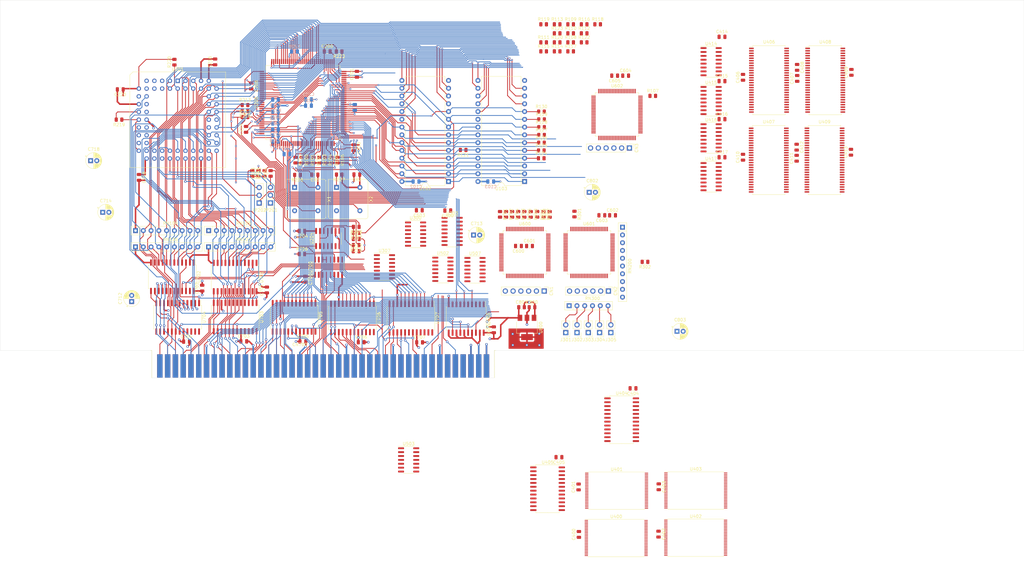
<source format=kicad_pcb>
(kicad_pcb (version 20211014) (generator pcbnew)
  (layers (0 "F.Cu" signal) (1 "In1.Cu" signal) (2 "In2.Cu" signal) (31 "B.Cu" signal) (34 "B.Paste" user) (35 "F.Paste" user) (36 "B.SilkS" user "B.Silkscreen") (37 "F.SilkS" user "F.Silkscreen") (38 "B.Mask" user) (39 "F.Mask" user) (44 "Edge.Cuts" user))
  (net 0 "")
  (net 1 "GND")
  (net 2 "+5V")
  (net 3 "Net-(C211-Pad1)")
  (net 4 "Net-(C212-Pad1)")
  (net 5 "+3V3")
  (net 6 "/CPLD 1/TDO0")
  (net 7 "/CPLD 1/TCK0")
  (net 8 "/CPLD 1/TMS0")
  (net 9 "/CPLD 1/TDI0")
  (net 10 "/CPLD 1/TDO1")
  (net 11 "/CPLD 1/TCK1")
  (net 12 "/CPLD 1/TMS1")
  (net 13 "/CPLD 1/TDI1")
  (net 15 "/Card Edge/AD8")
  (net 16 "/Card Edge/AD9")
  (net 17 "/Card Edge/AD10")
  (net 18 "/Card Edge/AD5")
  (net 19 "/Card Edge/AD6")
  (net 20 "/Card Edge/AA8")
  (net 21 "/Card Edge/AD7")
  (net 22 "_AAS")
  (net 23 "/Card Edge/AD2")
  (net 24 "/Card Edge/AD1")
  (net 26 "/Card Edge/AD0")
  (net 27 "/Card Edge/AD4")
  (net 28 "/Card Edge/AD3")
  (net 29 "/Card Edge/AD11")
  (net 30 "/Card Edge/AD12")
  (net 31 "/Card Edge/AD13")
  (net 32 "/Card Edge/AD14")
  (net 33 "/Card Edge/AD15")
  (net 34 "_ABGACK")
  (net 35 "_UDS")
  (net 36 "_ABR")
  (net 37 "_LDS")
  (net 38 "/Card Edge/AA21")
  (net 39 "AR_W")
  (net 40 "/Card Edge/AA20")
  (net 41 "_DTACK")
  (net 42 "/Card Edge/AA19")
  (net 43 "_ABG")
  (net 44 "/Card Edge/AA18")
  (net 45 "/Card Edge/AA7")
  (net 46 "E")
  (net 47 "/Card Edge/AA3")
  (net 48 "_VPA")
  (net 49 "/Card Edge/AA4")
  (net 50 "Net-(CN700-Pad46)")
  (net 52 "Net-(CN700-Pad44)")
  (net 53 "_BOSS")
  (net 54 "Net-(CN700-Pad42)")
  (net 56 "Net-(CN700-Pad40)")
  (net 57 "_C1")
  (net 58 "/Card Edge/AA12")
  (net 59 "_C3")
  (net 60 "/Card Edge/AA11")
  (net 62 "/Card Edge/AA10")
  (net 64 "/Card Edge/AA9")
  (net 65 "AFC0")
  (net 66 "/Card Edge/AA1")
  (net 67 "/Card Edge/AA23")
  (net 68 "/Card Edge/AA2")
  (net 69 "/Card Edge/AA22")
  (net 70 "_HALT")
  (net 71 "/Card Edge/AA6")
  (net 72 "_RESET")
  (net 73 "/Card Edge/AA5")
  (net 74 "_VMA")
  (net 76 "_OVR")
  (net 77 "/Card Edge/AA17")
  (net 78 "_CDAC")
  (net 79 "/Card Edge/AA16")
  (net 80 "/Card Edge/AA15")
  (net 82 "/Card Edge/AA14")
  (net 83 "28M")
  (net 84 "/Card Edge/AA13")
  (net 86 "AFC2")
  (net 87 "AFC1")
  (net 88 "TWOMB")
  (net 89 "B2000")
  (net 90 "Z2AUTO")
  (net 91 "OSMODE")
  (net 92 "Z3AUTO")
  (net 93 "_ECS")
  (net 94 "Net-(R204-Pad2)")
  (net 95 "CPUCLK_A")
  (net 96 "Net-(R209-Pad1)")
  (net 97 "_DS")
  (net 98 "Net-(R212-Pad2)")
  (net 99 "_AS")
  (net 100 "Net-(R213-Pad2)")
  (net 101 "R_W")
  (net 102 "_CPURESET")
  (net 103 "_BERR")
  (net 104 "A24")
  (net 105 "A25")
  (net 106 "A26")
  (net 107 "A27")
  (net 108 "A28")
  (net 109 "A29")
  (net 110 "A30")
  (net 111 "A31")
  (net 112 "A16")
  (net 113 "A17")
  (net 114 "A18")
  (net 115 "A19")
  (net 116 "A20")
  (net 117 "A21")
  (net 118 "A22")
  (net 119 "A23")
  (net 120 "A8")
  (net 121 "A9")
  (net 122 "A10")
  (net 123 "A11")
  (net 124 "A12")
  (net 125 "A13")
  (net 126 "A14")
  (net 127 "A15")
  (net 128 "A0")
  (net 129 "A1")
  (net 130 "A2")
  (net 131 "A3")
  (net 132 "A4")
  (net 133 "A5")
  (net 134 "A6")
  (net 135 "A7")
  (net 136 "D7")
  (net 137 "D6")
  (net 138 "D5")
  (net 139 "D4")
  (net 140 "D3")
  (net 141 "D2")
  (net 142 "D1")
  (net 143 "D0")
  (net 144 "D15")
  (net 145 "D14")
  (net 146 "D13")
  (net 147 "D12")
  (net 148 "D11")
  (net 149 "D10")
  (net 150 "D9")
  (net 151 "D8")
  (net 152 "D23")
  (net 153 "D22")
  (net 154 "D21")
  (net 155 "D20")
  (net 156 "D19")
  (net 157 "D18")
  (net 158 "D17")
  (net 159 "D16")
  (net 160 "D31")
  (net 161 "D30")
  (net 162 "D29")
  (net 163 "D28")
  (net 164 "D27")
  (net 165 "D26")
  (net 166 "D25")
  (net 167 "D24")
  (net 168 "FC2")
  (net 169 "FC1")
  (net 170 "FC0")
  (net 171 "SIZ1")
  (net 172 "SIZ0")
  (net 173 "_CBACK")
  (net 174 "_CBREQ")
  (net 175 "_STERM")
  (net 176 "_SENSE")
  (net 177 "_DSACK1")
  (net 178 "_DSACK0")
  (net 179 "_CSROM")
  (net 180 "_CIIN")
  (net 187 "_BR")
  (net 188 "_BGACK")
  (net 189 "_BG")
  (net 193 "_AVEC")
  (net 194 "_FPUCS")
  (net 196 "_GRESET")
  (net 197 "Net-(U204-Pad11)")
  (net 199 "Net-(U300-Pad11)")
  (net 200 "Net-(U300-Pad9)")
  (net 201 "Net-(U300-Pad1)")
  (net 202 "68KMODE")
  (net 203 "JMODE")
  (net 204 "RSTENB")
  (net 205 "ROMCLK")
  (net 206 "PHANTOMHI")
  (net 207 "PHANTOMLO")
  (net 208 "_REGRESET")
  (net 209 "/Base Memory/MA16")
  (net 210 "_OE0")
  (net 211 "/Base Memory/MA1")
  (net 212 "/Base Memory/MA2")
  (net 213 "/Base Memory/MA3")
  (net 214 "/Base Memory/MA4")
  (net 215 "/Base Memory/MA5")
  (net 216 "/Base Memory/MA6")
  (net 217 "/Base Memory/MA7")
  (net 218 "/Base Memory/MA17")
  (net 219 "/Base Memory/MA18")
  (net 220 "_UMBE")
  (net 221 "_UUBE")
  (net 222 "_WE0")
  (net 223 "/Base Memory/MA19")
  (net 224 "/Base Memory/MA8")
  (net 225 "/Base Memory/MA9")
  (net 226 "/Base Memory/MA10")
  (net 227 "/Base Memory/MA11")
  (net 228 "/Base Memory/MA12")
  (net 229 "/Base Memory/MA13")
  (net 230 "/Base Memory/MA14")
  (net 231 "/Base Memory/MA0")
  (net 232 "/Base Memory/MA15")
  (net 233 "_LLBE")
  (net 234 "_LMBE")
  (net 235 "_OE1")
  (net 236 "_WE1")
  (net 237 "AS")
  (net 238 "_EM0LMBE")
  (net 239 "EM0CLKE")
  (net 245 "MUX")
  (net 246 "_PRECHARGE")
  (net 253 "EM0B1")
  (net 254 "EM0B0")
  (net 255 "_EM0CS")
  (net 256 "_RAS0")
  (net 257 "_CAS0")
  (net 258 "EM0R_W")
  (net 259 "_EM0LLBE")
  (net 260 "_EM0UMBE")
  (net 261 "_EM0UUBE")
  (net 262 "_EM1LMBE")
  (net 263 "EM1CLKE")
  (net 264 "EM1B1")
  (net 265 "EM1B0")
  (net 266 "_EM1CS")
  (net 267 "_RAS1")
  (net 268 "_CAS1")
  (net 269 "EM1R_W")
  (net 270 "_EM1LLBE")
  (net 271 "_EM1UUBE")
  (net 272 "_EM1UMBE")
  (net 273 "7M")
  (net 274 "BGDIS")
  (net 275 "Net-(U502-Pad1)")
  (net 278 "SCLK")
  (net 281 "_MEMLOCK")
  (net 282 "_ASDELAY")
  (net 284 "DSCLK")
  (net 285 "_S7MDIS")
  (net 286 "SN7MDIS")
  (net 287 "_7M")
  (net 288 "CDAC")
  (net 289 "RESENB")
  (net 290 "MODE68K")
  (net 292 "EXTSEL")
  (net 293 "TRISTATE")
  (net 295 "_EXTERN")
  (net 296 "_IVMA")
  (net 297 "_ONBOARD")
  (net 298 "_DSACKEN")
  (net 299 "_DSACKDIS")
  (net 300 "_BGDIS")
  (net 301 "_CYCEND")
  (net 302 "_MEMSEL")
  (net 305 "_ADOEH")
  (net 306 "_ADOEL")
  (net 307 "ADDIR")
  (net 308 "DRSEL")
  (net 310 "CONFIGED")
  (net 312 "MEMACCESS")
  (net 313 "_DSEN")
  (net 319 "_ASEN")
  (net 320 "A7M")
  (net 321 "IPLCLK")
  (net 334 "AUTO")
  (net 345 "EMA0")
  (net 346 "EMA1")
  (net 347 "EMA2")
  (net 348 "EMA3")
  (net 349 "EMA4")
  (net 350 "EMA5")
  (net 351 "EMA6")
  (net 352 "_CSEM0")
  (net 353 "EMA7")
  (net 361 "EMA8")
  (net 362 "EMA9")
  (net 363 "EMA10")
  (net 364 "EMA11")
  (net 365 "EMA12")
  (net 367 "_CSEM1")
  (net 378 "Net-(C213-Pad1)")
  (net 379 "Net-(JP201-Pad3)")
  (net 380 "Net-(JP201-Pad2)")
  (net 381 "Net-(JP202-Pad3)")
  (net 382 "Net-(JP202-Pad2)")
  (net 383 "Net-(JP202-Pad1)")
  (net 384 "Net-(R203-Pad2)")
  (net 385 "Net-(R215-Pad1)")
  (net 386 "Net-(R216-Pad1)")
  (net 388 "Net-(R701-Pad1)")
  (net 389 "Net-(R702-Pad1)")
  (net 390 "Net-(R703-Pad1)")
  (net 391 "Net-(R704-Pad1)")
  (net 392 "Net-(R705-Pad1)")
  (net 394 "_S7MDISD")
  (net 396 "_IPL0")
  (net 397 "_IPL1")
  (net 398 "_IPL2")
  (net 399 "Net-(C700-Pad1)")
  (net 400 "Net-(R219-Pad1)")
  (net 401 "Net-(R223-Pad1)")
  (net 402 "Net-(R226-Pad2)")
  (net 403 "Net-(R227-Pad2)")
  (footprint "Capacitor_SMD:C_0805_2012Metric" (layer "F.Cu") (at 171.6278 155.7274)
    (fp_text reference "C211")
    (fp_text value "22pF")
  )
  (footprint "Capacitor_SMD:C_0805_2012Metric" (layer "F.Cu") (at 171.6024 159.7406)
    (fp_text reference "C212")
    (fp_text value "22pF")
  )
  (footprint "Capacitor_SMD:C_0805_2012Metric" (layer "F.Cu") (at 297.942 102.8954 90)
    (fp_text reference "C406")
    (fp_text value "0.33uF")
  )
  (footprint "Capacitor_SMD:C_0805_2012Metric" (layer "F.Cu") (at 315.6458 103.251 90)
    (fp_text reference "C407")
    (fp_text value "0.33uF")
  )
  (footprint "Capacitor_SMD:C_0805_2012Metric" (layer "F.Cu") (at 315.6204 99.6442 -90)
    (fp_text reference "C408")
    (fp_text value "0.33uF")
  )
  (footprint "Capacitor_SMD:C_0805_2012Metric" (layer "F.Cu") (at 333.3496 101.2698 90)
    (fp_text reference "C409")
    (fp_text value "0.33uF")
  )
  (footprint "Capacitor_SMD:C_0805_2012Metric" (layer "F.Cu") (at 155.0162 168.8846 -90)
    (fp_text reference "C700")
    (fp_text value "0.22uF")
  )
  (footprint "Capacitor_SMD:C_0805_2012Metric" (layer "F.Cu") (at 142.4305 172.4152 90)
    (fp_text reference "C701")
    (fp_text value "0.22uF")
  )
  (footprint "Capacitor_SMD:C_0805_2012Metric" (layer "F.Cu") (at 121.3104 171.8056 90)
    (fp_text reference "C702")
    (fp_text value "0.22uF")
  )
  (footprint "Capacitor_SMD:C_0805_2012Metric" (layer "F.Cu") (at 134.8994 189.2046)
    (fp_text reference "C703")
    (fp_text value "0.22uF")
  )
  (footprint "Capacitor_SMD:C_0805_2012Metric" (layer "F.Cu") (at 116.205 189.3062)
    (fp_text reference "C704")
    (fp_text value "0.22uF")
  )
  (footprint "Capacitor_SMD:C_0805_2012Metric" (layer "F.Cu") (at 154.2034 189.2554)
    (fp_text reference "C705")
    (fp_text value "0.22uF")
  )
  (footprint "Capacitor_SMD:C_0805_2012Metric" (layer "F.Cu") (at 173.2534 189.484)
    (fp_text reference "C706")
    (fp_text value "0.22uF")
  )
  (footprint "Capacitor_SMD:C_0805_2012Metric" (layer "F.Cu") (at 192.3288 189.5348)
    (fp_text reference "C707")
    (fp_text value "0.22uF")
  )
  (footprint "Capacitor_THT:CP_Radial_D5.0mm_P2.00mm" (layer "F.Cu") (at 98.2853 176.1998 90)
    (fp_text reference "C712")
    (fp_text value "10uF")
  )
  (footprint "Capacitor_THT:CP_Radial_D5.0mm_P2.00mm" (layer "F.Cu") (at 209.9564 154.4574)
    (fp_text reference "C713")
    (fp_text value "47uF")
  )
  (footprint "Capacitor_THT:CP_Radial_D5.0mm_P2.00mm" (layer "F.Cu") (at 88.833888 147.0152)
    (fp_text reference "C714")
    (fp_text value "10uF")
  )
  (footprint "Capacitor_THT:CP_Radial_D5.0mm_P2.00mm" (layer "F.Cu") (at 84.8868 130.1496)
    (fp_text reference "C718")
    (fp_text value "10uF")
  )
  (footprint "Connector_PinHeader_2.54mm:PinHeader_1x06_P2.54mm_Vertical" (layer "F.Cu") (at 233.0196 172.7708 -90)
    (fp_text reference "CN1")
    (fp_text value "CPLD0")
  )
  (footprint "Connector_PinHeader_2.54mm:PinHeader_1x06_P2.54mm_Vertical" (layer "F.Cu") (at 254 172.7708 -90)
    (fp_text reference "CN2")
    (fp_text value "CPLD1")
  )
  (footprint "Connector_PinHeader_2.54mm:PinHeader_1x06_P2.54mm_Vertical" (layer "F.Cu") (at 260.858 126.0094 -90)
    (fp_text reference "CN3")
    (fp_text value "CPLD1")
  )
  (footprint "N2630:A2000_CPUSLOT_MALE" (layer "F.Cu") (at 214.1728 197.2564)
    (fp_text reference "CN700")
    (fp_text value "Amiga-2000-CPU-Slot")
  )
  (footprint "Capacitor_SMD:C_0805_2012Metric" (layer "F.Cu") (at 158.1404 134.747 180)
    (fp_text reference "CX1")
    (fp_text value "0.01uF")
  )
  (footprint "Connector_PinHeader_2.54mm:PinHeader_1x03_P2.54mm_Vertical" (layer "F.Cu") (at 143.6116 143.9672 180)
    (fp_text reference "JP201")
    (fp_text value "25/28")
  )
  (footprint "Resistor_SMD:R_0805_2012Metric" (layer "F.Cu") (at 143.6624 134.3152 90)
    (fp_text reference "R204")
    (fp_text value "68")
  )
  (footprint "Resistor_SMD:R_0805_2012Metric" (layer "F.Cu") (at 171.6278 153.7462 180)
    (fp_text reference "R207")
    (fp_text value "68")
  )
  (footprint "Resistor_SMD:R_0805_2012Metric" (layer "F.Cu") (at 171.6278 151.7904 180)
    (fp_text reference "R209")
    (fp_text value "68")
  )
  (footprint "Resistor_SMD:R_0805_2012Metric" (layer "F.Cu") (at 135.3058 113.919 180)
    (fp_text reference "R216")
    (fp_text value "47")
  )
  (footprint "Resistor_SMD:R_0805_2012Metric" (layer "F.Cu") (at 135.3058 115.8748)
    (fp_text reference "R212")
    (fp_text value "47")
  )
  (footprint "Resistor_SMD:R_0805_2012Metric" (layer "F.Cu") (at 135.3058 111.9632)
    (fp_text reference "R213")
    (fp_text value "47")
  )
  (footprint "Resistor_SMD:R_0805_2012Metric" (layer "F.Cu") (at 228.6254 147.701 -90)
    (fp_text reference "R500")
    (fp_text value "1K")
  )
  (footprint "Resistor_SMD:R_0805_2012Metric" (layer "F.Cu") (at 230.7336 147.6756 -90)
    (fp_text reference "R501")
    (fp_text value "1K")
  )
  (footprint "Resistor_SMD:R_0805_2012Metric" (layer "F.Cu") (at 232.8164 147.701 -90)
    (fp_text reference "R502")
    (fp_text value "1K")
  )
  (footprint "Resistor_THT:R_Array_SIP9" (layer "F.Cu") (at 99.5426 153.0096)
    (fp_text reference "RN104")
    (fp_text value "1K")
  )
  (footprint "Resistor_THT:R_Array_SIP9" (layer "F.Cu") (at 123.4313 153.0096)
    (fp_text reference "RN105")
    (fp_text value "1K")
  )
  (footprint "Resistor_THT:R_Array_SIP9" (layer "F.Cu") (at 99.5426 158.3436)
    (fp_text reference "RN106")
    (fp_text value "1K")
  )
  (footprint "Resistor_THT:R_Array_SIP9" (layer "F.Cu") (at 123.3932 158.3436)
    (fp_text reference "RN107")
    (fp_text value "1K")
  )
  (footprint "Resistor_THT:R_Array_SIP6" (layer "F.Cu") (at 241.173 177.5714)
    (fp_text reference "RN300")
    (fp_text value "3.3K")
  )
  (footprint "Package_DIP:DIP-28_W15.24mm" (layer "F.Cu") (at 226.6216 136.9568 180)
    (fp_text reference "U103")
    (fp_text value "27C256")
  )
  (footprint "Package_LCC:PLCC-68_THT-Socket" (layer "F.Cu") (at 113.3221 104.0511)
    (fp_text reference "U201")
    (fp_text value "MC68882")
  )
  (footprint "Package_SO:SOIC-14_3.9x8.7mm_P1.27mm" (layer "F.Cu") (at 162.3314 155.6004 90)
    (fp_text reference "U204")
    (fp_text value "74HCT04")
  )
  (footprint "Package_SO:SOIC-16_3.9x9.9mm_P1.27mm" (layer "F.Cu") (at 202.946 153.2636)
    (fp_text reference "U303")
    (fp_text value "74HCT174")
  )
  (footprint "Package_SO:TSOP-II-54_22.2x10.16mm_P0.8mm" (layer "F.Cu") (at 306.4468 103.8494)
    (fp_text reference "U406")
    (fp_text value "SDRAM_512Mb(32Mx16)")
  )
  (footprint "Package_SO:TSOP-II-54_22.2x10.16mm_P0.8mm" (layer "F.Cu") (at 306.361 129.9606)
    (fp_text reference "U407")
    (fp_text value "SDRAM_512Mb(32Mx16)")
  )
  (footprint "Package_SO:TSOP-II-54_22.2x10.16mm_P0.8mm" (layer "F.Cu") (at 324.811 103.845)
    (fp_text reference "U408")
    (fp_text value "SDRAM_512Mb(32Mx16)")
  )
  (footprint "Package_SO:TSOP-II-54_22.2x10.16mm_P0.8mm" (layer "F.Cu") (at 324.5728 129.9562)
    (fp_text reference "U409")
    (fp_text value "SDRAM_512Mb(32Mx16)")
  )
  (footprint "Package_SO:SOIC-14_3.9x8.7mm_P1.27mm" (layer "F.Cu") (at 188.7474 227.965)
    (fp_text reference "U503")
    (fp_text value "74HCT74")
  )
  (footprint "Package_QFP:TQFP-100_14x14mm_P0.5mm" (layer "F.Cu") (at 226.695 160.147)
    (fp_text reference "U600")
    (fp_text value "XC9572XL-TQ100")
  )
  (footprint "Package_QFP:TQFP-100_14x14mm_P0.5mm" (layer "F.Cu") (at 247.6754 160.147)
    (fp_text reference "U601")
    (fp_text value "XC9572XL-TQ100")
  )
  (footprint "Package_QFP:TQFP-100_14x14mm_P0.5mm" (layer "F.Cu") (at 256.794 115.062)
    (fp_text reference "U602")
    (fp_text value "XC9572XL-TQ100")
  )
  (footprint "Package_SO:SOIC-16_3.9x9.9mm_P1.27mm" (layer "F.Cu") (at 162.5727 164.973 90)
    (fp_text reference "U700")
    (fp_text value "74HCT174")
  )
  (footprint "Package_SO:SOIC-24W_7.5x15.4mm_P1.27mm" (layer "F.Cu") (at 132.08 168.1988 -90)
    (fp_text reference "U701")
    (fp_text value "74FCT646")
  )
  (footprint "Package_SO:SOIC-24W_7.5x15.4mm_P1.27mm" (layer "F.Cu") (at 111.5822 168.0972 -90)
    (fp_text reference "U702")
    (fp_text value "74FCT646")
  )
  (footprint "Package_SO:SOIC-24W_7.5x15.4mm_P1.27mm" (layer "F.Cu") (at 132.08 181.2798 -90)
    (fp_text reference "U703")
    (fp_text value "74HCT245")
  )
  (footprint "Package_SO:SOIC-24W_7.5x15.4mm_P1.27mm" (layer "F.Cu") (at 113.3094 181.356 -90)
    (fp_text reference "U704")
    (fp_text value "74HCT245")
  )
  (footprint "Package_SO:SOIC-24W_7.5x15.4mm_P1.27mm" (layer "F.Cu") (at 151.3332 181.356 -90)
    (fp_text reference "U705")
    (fp_text value "74HCT245")
  )
  (footprint "Package_SO:SOIC-24W_7.5x15.4mm_P1.27mm" (layer "F.Cu") (at 170.3832 181.5338 -90)
    (fp_text reference "U706")
    (fp_text value "74HCT245")
  )
  (footprint "Package_SO:SOIC-24W_7.5x15.4mm_P1.27mm" (layer "F.Cu") (at 189.484 181.6354 -90)
    (fp_text reference "U707")
    (fp_text value "74HCT245")
  )
  (footprint "Connector_PinHeader_2.54mm:PinHeader_1x02_P2.54mm_Vertical" (layer "F.Cu") (at 254.7874 186.3598 180)
    (fp_text reference "J305")
    (fp_text value "Jumper_NO_Small")
  )
  (footprint "Connector_PinHeader_2.54mm:PinHeader_1x02_P2.54mm_Vertical" (layer "F.Cu") (at 251.1044 186.3598 180)
    (fp_text reference "J304")
    (fp_text value "Jumper_NO_Small")
  )
  (footprint "Connector_PinHeader_2.54mm:PinHeader_1x02_P2.54mm_Vertical" (layer "F.Cu") (at 247.4214 186.3598 180)
    (fp_text reference "J303")
    (fp_text value "Jumper_NO_Small")
  )
  (footprint "Connector_PinHeader_2.54mm:PinHeader_1x02_P2.54mm_Vertical" (layer "F.Cu") (at 243.7384 186.3598 180)
    (fp_text reference "J302")
    (fp_text value "Jumper_NO_Small")
  )
  (footprint "Connector_PinHeader_2.54mm:PinHeader_1x02_P2.54mm_Vertical" (layer "F.Cu") (at 240.0554 186.3598 180)
    (fp_text reference "J301")
    (fp_text value "Jumper_NO_Small")
  )
  (footprint "Capacitor_SMD:C_0805_2012Metric" (layer "F.Cu") (at 171.8564 101.9048 90)
    (fp_text reference "C201")
    (fp_text value "0.1uF")
  )
  (footprint "Capacitor_SMD:C_0805_2012Metric" (layer "F.Cu") (at 137.3378 105.7148 -90)
    (fp_text reference "C206")
    (fp_text value "0.1uF")
  )
  (footprint "Capacitor_SMD:C_0805_2012Metric" (layer "F.Cu") (at 139.7 134.3152 90)
    (fp_text reference "C213")
    (fp_text value "22pF")
  )
  (footprint "Capacitor_SMD:C_0805_2012Metric" (layer "F.Cu") (at 224.6122 158.0388 180)
    (fp_text reference "C600")
    (fp_text value "0.01uF")
  )
  (footprint "Capacitor_SMD:C_0805_2012Metric" (layer "F.Cu") (at 228.219 158.0388)
    (fp_text reference "C601")
    (fp_text value "0.1uF")
  )
  (footprint "Capacitor_SMD:C_0805_2012Metric" (layer "F.Cu") (at 255.3462 148.0058)
    (fp_text reference "C602")
    (fp_text value "0.01uF")
  )
  (footprint "Capacitor_SMD:C_0805_2012Metric" (layer "F.Cu") (at 251.841 148.0058 180)
    (fp_text reference "C603")
    (fp_text value "0.1uF")
  )
  (footprint "Capacitor_SMD:C_0805_2012Metric" (layer "F.Cu") (at 259.6184 102.3668)
    (fp_text reference "C604")
    (fp_text value "0.01uF")
  )
  (footprint "Capacitor_SMD:C_0805_2012Metric" (layer "F.Cu") (at 256.032 102.362 180)
    (fp_text reference "C605")
    (fp_text value "0.1uF")
  )
  (footprint "Capacitor_SMD:C_0805_2012Metric" (layer "F.Cu") (at 171.831 134.6708 180)
    (fp_text reference "CX2")
    (fp_text value "0.01uF")
  )
  (footprint "Connector_PinHeader_2.54mm:PinHeader_1x03_P2.54mm_Vertical" (layer "F.Cu") (at 139.9286 143.9926 180)
    (fp_text reference "JP202")
    (fp_text value "25/FPU")
  )
  (footprint "Resistor_SMD:R_0805_2012Metric" (layer "F.Cu") (at 141.7066 134.3152 90)
    (fp_text reference "R203")
    (fp_text value "68")
  )
  (footprint "Resistor_SMD:R_0805_2012Metric" (layer "F.Cu") (at 137.6934 134.3152 -90)
    (fp_text reference "R211")
    (fp_text value "68")
  )
  (footprint "Capacitor_SMD:C_0805_2012Metric" (layer "F.Cu") (at 153.924 153.1366 180)
    (fp_text reference "C204")
    (fp_text value "0.22uF")
  )
  (footprint "Resistor_SMD:R_0805_2012Metric" (layer "F.Cu") (at 229.0318 178.054)
    (fp_text reference "C800")
    (fp_text value "10uF")
  )
  (footprint "Resistor_SMD:R_0805_2012Metric" (layer "F.Cu") (at 225.6155 178.054)
    (fp_text reference "C801")
    (fp_text value "10uF")
  )
  (footprint "Capacitor_THT:CP_Radial_D5.0mm_P2.00mm" (layer "F.Cu") (at 247.7262 140.4747)
    (fp_text reference "C802")
    (fp_text value "47uF")
  )
  (footprint "Capacitor_THT:CP_Radial_D5.0mm_P2.00mm" (layer "F.Cu") (at 276.4028 185.928)
    (fp_text reference "C803")
    (fp_text value "47uF")
  )
  (footprint "Resistor_SMD:R_0805_2012Metric" (layer "F.Cu") (at 234.7976 147.7137 90)
    (fp_text reference "R300")
    (fp_text value "1K")
  )
  (footprint "Resistor_SMD:R_0805_2012Metric" (layer "F.Cu") (at 242.9002 147.5994 -90)
    (fp_text reference "R301")
    (fp_text value "470")
  )
  (footprint "Resistor_SMD:R_0805_2012Metric" (layer "F.Cu") (at 265.938 163.2204 180)
    (fp_text reference "R302")
    (fp_text value "3.3K")
  )
  (footprint "Resistor_SMD:R_0805_2012Metric" (layer "F.Cu") (at 218.5924 147.6883 -90)
    (fp_text reference "R701")
    (fp_text value "47")
  )
  (footprint "Resistor_SMD:R_0805_2012Metric" (layer "F.Cu") (at 220.5482 147.6883 -90)
    (fp_text reference "R702")
    (fp_text value "47")
  )
  (footprint "Resistor_SMD:R_0805_2012Metric" (layer "F.Cu") (at 224.5233 147.6883 -90)
    (fp_text reference "R703")
    (fp_text value "47")
  )
  (footprint "Resistor_SMD:R_0805_2012Metric" (layer "F.Cu") (at 222.5294 147.6883 -90)
    (fp_text reference "R704")
    (fp_text value "47")
  )
  (footprint "Resistor_SMD:R_0805_2012Metric" (layer "F.Cu") (at 226.5256 147.6932 -90)
    (fp_text reference "R705")
    (fp_text value "47")
  )
  (footprint "Package_QFP:PQFP-132_24x24mm_P0.635mm" (layer "F.Cu") (at 154.2034 111.1504 90)
    (fp_text reference "U200")
    (fp_text value "MC68030FE")
  )
  (footprint "Resistor_THT:R_Array_SIP10" (layer "F.Cu") (at 258.5974 151.892 -90)
    (fp_text reference "RN200")
    (fp_text value "3.3K")
  )
  (footprint "Package_DIP:DIP-28_W15.24mm" (layer "F.Cu") (at 201.7776 136.9568 180)
    (fp_text reference "U102")
    (fp_text value "27C256")
  )
  (footprint "Oscillator:Oscillator_DIP-8" (layer "F.Cu") (at 151.511 138.8872 -90)
    (fp_text reference "X1")
    (fp_text value "25MHz")
  )
  (footprint "Capacitor_SMD:C_0805_2012Metric" (layer "F.Cu") (at 297.942 129.0168 90)
    (fp_text reference "C410")
    (fp_text value "0.33uF")
  )
  (footprint "Capacitor_SMD:C_0805_2012Metric" (layer "F.Cu") (at 315.468 129.3496 90)
    (fp_text reference "C411")
    (fp_text value "0.33uF")
  )
  (footprint "Capacitor_SMD:C_0805_2012Metric" (layer "F.Cu") (at 315.468 125.73 -90)
    (fp_text reference "C412")
    (fp_text value "0.33uF")
  )
  (footprint "Capacitor_SMD:C_0805_2012Metric" (layer "F.Cu") (at 333.1972 127.381 90)
    (fp_text reference "C413")
    (fp_text value "0.33uF")
  )
  (footprint "Oscillator:Oscillator_DIP-8" (layer "F.Cu") (at 165.2016 138.8872 -90)
    (fp_text reference "X2")
    (fp_text value "25MHz")
  )
  (footprint "Resistor_SMD:R_0805_2012Metric" (layer "F.Cu") (at 171.6024 157.734 180)
    (fp_text reference "R210")
    (fp_text value "68")
  )
  (footprint "Package_TO_SOT_SMD:SOT-223" (layer "F.Cu") (at 227.3935 184.6707 -90)
    (fp_text reference "U800")
    (fp_text value "LM1117-3.3")
  )
  (footprint "Capacitor_SMD:C_0805_2012Metric" (layer "F.Cu") (at 135.636 119.9134 90)
    (fp_text reference "C214")
    (fp_text value "0.1uF")
  )
  (footprint "Capacitor_SMD:C_0805_2012Metric" (layer "F.Cu") (at 125.5268 97.8662 90)
    (fp_text reference "C216")
    (fp_text value "0.1uF")
  )
  (footprint "Capacitor_SMD:C_0805_2012Metric" (layer "F.Cu") (at 100.6856 135.6106 -90)
    (fp_text reference "C218")
    (fp_text value "0.1uF")
  )
  (footprint "Capacitor_SMD:C_0805_2012Metric" (layer "F.Cu") (at 94.5642 106.8578 180)
    (fp_text reference "C220")
    (fp_text value "0.1uF")
  )
  (footprint "Capacitor_SMD:C_0805_2012Metric" (layer "F.Cu") (at 201.5236 146.4564 180)
    (fp_text reference "C300")
    (fp_text value "0.22")
  )
  (footprint "Capacitor_SMD:C_0805_2012Metric" (layer "F.Cu") (at 192.2272 146.3548 180)
    (fp_text reference "C503")
    (fp_text value "0.22")
  )
  (footprint "Capacitor_SMD:C_0805_2012Metric" (layer "F.Cu") (at 216.5477 185.4327 90)
    (fp_text reference "C606")
    (fp_text value "0.22")
  )
  (footprint "Resistor_SMD:R_0805_2012Metric" (layer "F.Cu") (at 153.7462 129.9718 -90)
    (fp_text reference "R100")
    (fp_text value "1K")
  )
  (footprint "Resistor_SMD:R_0805_2012Metric" (layer "F.Cu") (at 155.702 129.9718 -90)
    (fp_text reference "R101")
    (fp_text value "1K")
  )
  (footprint "Resistor_SMD:R_0805_2012Metric" (layer "F.Cu") (at 157.6578 129.9718 -90)
    (fp_text reference "R102")
    (fp_text value "1K")
  )
  (footprint "Resistor_SMD:R_0805_2012Metric" (layer "F.Cu") (at 159.6136 129.9718 -90)
    (fp_text reference "R103")
    (fp_text value "1K")
  )
  (footprint "Resistor_SMD:R_0805_2012Metric" (layer "F.Cu") (at 161.5694 129.9718 -90)
    (fp_text reference "R104")
    (fp_text value "1K")
  )
  (footprint "Resistor_SMD:R_0805_2012Metric" (layer "F.Cu") (at 163.5252 129.9718 -90)
    (fp_text reference "R105")
    (fp_text value "1K")
  )
  (footprint "Resistor_SMD:R_0805_2012Metric" (layer "F.Cu") (at 165.481 129.9718 -90)
    (fp_text reference "R106")
    (fp_text value "1K")
  )
  (footprint "Resistor_SMD:R_0805_2012Metric" (layer "F.Cu") (at 268.478 108.966)
    (fp_text reference "R107")
    (fp_text value "1K")
  )
  (footprint "Package_SO:TSOP-I-48_18.4x12mm_P0.5mm" (layer "F.Cu") (at 256.667 238.0488)
    (fp_text reference "U401")
    (fp_text value "CY7C1061G")
  )
  (footprint "Package_SO:TSOP-I-48_18.4x12mm_P0.5mm" (layer "F.Cu") (at 282.4988 253.4158)
    (fp_text reference "U402")
    (fp_text value "CY7C1061G")
  )
  (footprint "Package_SO:TSOP-I-48_18.4x12mm_P0.5mm" (layer "F.Cu") (at 282.5216 237.9588)
    (fp_text reference "U403")
    (fp_text value "CY7C1061G")
  )
  (footprint "Package_SO:SOIC-24W_7.5x15.4mm_P1.27mm" (layer "F.Cu") (at 258.3206 214.8258)
    (fp_text reference "U404")
    (fp_text value "CY74FCT821T")
  )
  (footprint "Package_SO:SOIC-14_3.9x8.7mm_P1.27mm" (layer "F.Cu") (at 210.4136 165.7604)
    (fp_text reference "U507")
    (fp_text value "74HCT74")
  )
  (footprint "Package_SO:SOIC-24W_7.5x15.4mm_P1.27mm" (layer "F.Cu") (at 234.1245 237.3884)
    (fp_text reference "U405")
    (fp_text value "CY74FCT821T")
  )
  (footprint "Package_SO:SOIC-14_3.9x8.7mm_P1.27mm" (layer "F.Cu") (at 199.9234 165.6588)
    (fp_text reference "U502")
    (fp_text value "74HCT74")
  )
  (footprint "Capacitor_SMD:C_0805_2012Metric" (layer "F.Cu") (at 244.348 252.3236 90)
    (fp_text reference "C400")
    (fp_text value "0.33uF")
  )
  (footprint "Capacitor_SMD:C_0805_2012Metric" (layer "F.Cu") (at 244.2464 236.8042 90)
    (fp_text reference "C401")
    (fp_text value "0.33uF")
  )
  (footprint "Capacitor_SMD:C_0805_2012Metric" (layer "F.Cu") (at 270.3576 252.222 -90)
    (fp_text reference "C402")
    (fp_text value "0.33uF")
  )
  (footprint "Capacitor_SMD:C_0805_2012Metric" (layer "F.Cu") (at 270.4338 236.7534 -90)
    (fp_text reference "C403")
    (fp_text value "0.33uF")
  )
  (footprint "Capacitor_SMD:C_0805_2012Metric" (layer "F.Cu") (at 262.0264 204.5716 180)
    (fp_text reference "C404")
    (fp_text value "0.22uF")
  )
  (footprint "Capacitor_SMD:C_0805_2012Metric" (layer "F.Cu") (at 237.8329 227.076 180)
    (fp_text reference "C405")
    (fp_text value "0.22uF")
  )
  (footprint "Package_SO:TSOP-I-48_18.4x12mm_P0.5mm" (layer "F.Cu") (at 256.54 253.492)
    (fp_text reference "U400")
    (fp_text value "CY7C1061G")
  )
  (footprint "Resistor_SMD:R_0805_2012Metric" (layer "F.Cu") (at 153.924 160.655)
    (fp_text reference "R706")
    (fp_text value "1k")
  )
  (footprint "Resistor_SMD:R_0805_2012Metric" (layer "F.Cu") (at 94.1578 116.7384 180)
    (fp_text reference "R219")
    (fp_text value "1K")
  )
  (footprint "Resistor_SMD:R_0805_2012Metric" (layer "F.Cu") (at 112.2426 97.9424 90)
    (fp_text reference "R220")
    (fp_text value "1K")
  )
  (footprint "Resistor_SMD:R_0805_2012Metric" (layer "F.Cu") (at 166.0417 94.4118 180)
    (fp_text reference "R223")
    (fp_text value "1K")
  )
  (footprint "Resistor_SMD:R_0805_2012Metric" (layer "F.Cu") (at 152.4254 134.7978 180)
    (fp_text reference "R226")
    (fp_text value "1K")
  )
  (footprint "Resistor_SMD:R_0805_2012Metric" (layer "F.Cu") (at 166.0906 134.6962 180)
    (fp_text reference "R227")
    (fp_text value "1K")
  )
  (footprint "Resistor_SMD:R_0805_2012Metric" (layer "F.Cu") (at 206.5528 126.6444 180)
    (fp_text reference "R121")
    (fp_text value "1K")
  )
  (footprint "Resistor_SMD:R_0805_2012Metric" (layer "F.Cu") (at 232.0798 126.8222)
    (fp_text reference "R125")
    (fp_text value "1K")
  )
  (footprint "Resistor_SMD:R_0805_2012Metric" (layer "F.Cu") (at 246.0656 88.5154)
    (fp_text reference "R112")
    (fp_text value "1K")
  )
  (footprint "Capacitor_SMD:C_0805_2012Metric" (layer "F.Cu") (at 291.084 89.662)
    (fp_text reference "C414")
    (fp_text value "0.22")
  )
  (footprint "Resistor_SMD:R_0805_2012Metric" (layer "F.Cu") (at 151.7904 129.9718 -90)
    (fp_text reference "R131")
    (fp_text value "1K")
  )
  (footprint "Resistor_SMD:R_0805_2012Metric" (layer "F.Cu") (at 237.2456 91.4654)
    (fp_text reference "R120")
    (fp_text value "1K")
  )
  (footprint "Package_SO:SOIC-16_3.9x9.9mm_P1.27mm" (layer "F.Cu") (at 287.528 135.382)
    (fp_text reference "U417")
    (fp_text value "74LVC257")
  )
  (footprint "Resistor_SMD:R_0805_2012Metric" (layer "F.Cu") (at 250.4756 85.5654)
    (fp_text reference "R118")
    (fp_text value "1K")
  )
  (footprint "Package_SO:SOIC-14_3.9x8.7mm_P1.27mm" (layer "F.Cu") (at 191.008 154.1526)
    (fp_text reference "U300")
    (fp_text value "74HCT05")
  )
  (footprint "Capacitor_SMD:C_0805_2012Metric" (layer "F.Cu") (at 291.084 104.14)
    (fp_text reference "C415")
    (fp_text value "0.22")
  )
  (footprint "Resistor_SMD:R_0805_2012Metric" (layer "F.Cu") (at 232.156 121.7422)
    (fp_text reference "R127")
    (fp_text value "1K")
  )
  (footprint "Resistor_SMD:R_0805_2012Metric" (layer "F.Cu") (at 232.1306 114.1222)
    (fp_text reference "R130")
    (fp_text value "1K")
  )
  (footprint "Resistor_SMD:R_0805_2012Metric" (layer "F.Cu") (at 241.6556 94.4154)
    (fp_text reference "R117")
    (fp_text value "1K")
  )
  (footprint "Capacitor_SMD:C_0805_2012Metric" (layer "F.Cu") (at 162.1536 94.4118)
    (fp_text reference "C200")
    (fp_text value "0.1uF")
  )
  (footprint "Resistor_SMD:R_0805_2012Metric" (layer "F.Cu") (at 232.8356 85.5654)
    (fp_text reference "R119")
    (fp_text value "1K")
  )
  (footprint "Package_SO:SOIC-16_3.9x9.9mm_P1.27mm" (layer "F.Cu") (at 287.528 97.79)
    (fp_text reference "U414")
    (fp_text value "74LVC257")
  )
  (footprint "Resistor_SMD:R_0805_2012Metric" (layer "F.Cu") (at 232.1306 124.2822)
    (fp_text reference "R126")
    (fp_text value "1K")
  )
  (footprint "Package_SO:SOIC-16_3.9x9.9mm_P1.27mm" (layer "F.Cu") (at 287.528 122.682)
    (fp_text reference "U416")
    (fp_text value "74LVC257")
  )
  (footprint "Package_SO:SOIC-14_3.9x8.7mm_P1.27mm" (layer "F.Cu") (at 180.848 164.846)
    (fp_text reference "U307")
    (fp_text value "74HCT04")
  )
  (footprint "Resistor_SMD:R_0805_2012Metric" (layer "F.Cu") (at 232.156 116.6622)
    (fp_text reference "R129")
    (fp_text value "1K")
  )
  (footprint "Capacitor_SMD:C_0805_2012Metric" (layer "F.Cu") (at 291.084 129.032)
    (fp_text reference "C417")
    (fp_text value "0.22")
  )
  (footprint "Resistor_SMD:R_0805_2012Metric" (layer "F.Cu") (at 232.8356 91.4654)
    (fp_text reference "R111")
    (fp_text value "1K")
  )
  (footprint "Resistor_SMD:R_0805_2012Metric" (layer "F.Cu") (at 232.8356 94.4154)
    (fp_text reference "R115")
    (fp_text value "1K")
  )
  (footprint "Resistor_SMD:R_0805_2012Metric" (layer "F.Cu") (at 246.0656 91.4654)
    (fp_text reference "R122")
    (fp_text value "1K")
  )
  (footprint "Capacitor_SMD:C_0805_2012Metric" (layer "F.Cu") (at 291.084 116.586)
    (fp_text reference "C416")
    (fp_text value "0.22")
  )
  (footprint "Resistor_SMD:R_0805_2012Metric" (layer "F.Cu") (at 241.6556 85.5654)
    (fp_text reference "R109")
    (fp_text value "1K")
  )
  (footprint "Resistor_SMD:R_0805_2012Metric" (layer "F.Cu") (at 241.6556 88.5154)
    (fp_text reference "R110")
    (fp_text value "1K")
  )
  (footprint "Resistor_SMD:R_0805_2012Metric" (layer "F.Cu") (at 237.2456 85.5654)
    (fp_text reference "R113")
    (fp_text value "1K")
  )
  (footprint "Package_SO:SOIC-20W_7.5x12.8mm_P1.27mm" (layer "F.Cu") (at 207.5434 181.737 -90)
    (fp_text reference "U606")
    (fp_text value "74HCT244")
  )
  (footprint "Resistor_SMD:R_0805_2012Metric" (layer "F.Cu") (at 232.0544 129.3622)
    (fp_text reference "R124")
    (fp_text value "1K")
  )
  (footprint "Resistor_SMD:R_0805_2012Metric" (layer "F.Cu") (at 237.2456 94.4154)
    (fp_text reference "R114")
    (fp_text value "1K")
  )
  (footprint "Resistor_SMD:R_0805_2012Metric" (layer "F.Cu") (at 237.2456 88.5154)
    (fp_text reference "R123")
    (fp_text value "1K")
  )
  (footprint "Package_SO:SOIC-16_3.9x9.9mm_P1.27mm" (layer "F.Cu") (at 287.528 110.49)
    (fp_text reference "U415")
    (fp_text value "74LVC257")
  )
  (footprint "Resistor_SMD:R_0805_2012Metric" (layer "F.Cu") (at 232.156 119.2022)
    (fp_text reference "R128")
    (fp_text value "1K")
  )
  (footprint "Resistor_SMD:R_0805_2012Metric" (layer "F.Cu") (at 246.0656 85.5654)
    (fp_text reference "R116")
    (fp_text value "1K")
  )
  (footprint "Capacitor_SMD:C_0805_2012Metric" (layer "F.Cu") (at 170.7642 125.9078 -90)
    (fp_text reference "C215")
    (fp_text value "0.1uF")
  )
  (footprint "Resistor_SMD:R_0805_2012Metric" (layer "F.Cu") (at 241.6556 91.4654)
    (fp_text reference "R108")
    (fp_text value "1K")
  )
  (footprint "Capacitor_SMD:C_0805_2012Metric" (layer "B.Cu") (at 191.1604 136.9568)
    (fp_text reference "C102")
    (fp_text value "0.22uF")
  )
  (footprint "Capacitor_SMD:C_0805_2012Metric" (layer "B.Cu") (at 215.5571 136.9568)
    (fp_text reference "C103")
    (fp_text value "0.22uF")
  )
  (footprint "Resistor_SMD:R_0805_2012Metric" (layer "B.Cu") (at 145.2626 110.1852)
    (fp_text reference "R215")
    (fp_text value "47")
  )
  (footprint "Resistor_SMD:R_0805_2012Metric" (layer "B.Cu") (at 145.2645 117.983 180)
    (fp_text reference "R700")
    (fp_text value "1k")
  )
  (footprint "Capacitor_SMD:C_0805_2012Metric" (layer "B.Cu") (at 156.0322 112.1664 180)
    (fp_text reference "C209")
    (fp_text value "0.22uF")
  )
  (footprint "Capacitor_SMD:C_0805_2012Metric" (layer "B.Cu") (at 156.0322 110.1344 180)
    (fp_text reference "C205")
    (fp_text value "330pF")
  )
  (footprint "Capacitor_SMD:C_0805_2012Metric" (layer "B.Cu") (at 151.4602 94.4372 180)
    (fp_text reference "C208")
    (fp_text value "0.1uF")
  )
  (footprint "Resistor_SMD:R_0805_2012Metric" (layer "B.Cu") (at 145.2626 123.8722)
    (fp_text reference "R217")
    (fp_text value "1K")
  )
  (footprint "Resistor_SMD:R_0805_2012Metric" (layer "B.Cu") (at 145.2626 121.92)
    (fp_text reference "R218")
    (fp_text value "1K")
  )
  (footprint "Resistor_SMD:R_0805_2012Metric" (layer "B.Cu") (at 145.2626 112.141)
    (fp_text reference "R221")
    (fp_text value "1K")
  )
  (footprint "Resistor_SMD:R_0805_2012Metric" (layer "B.Cu") (at 145.2626 119.9352)
    (fp_text reference "R222")
    (fp_text value "1K")
  )
  (footprint "Resistor_SMD:R_0805_2012Metric" (layer "B.Cu") (at 145.2626 114.0932)
    (fp_text reference "R224")
    (fp_text value "1K")
  )
  (footprint "Resistor_SMD:R_0805_2012Metric" (layer "B.Cu") (at 145.2626 116.078)
    (fp_text reference "R225")
    (fp_text value "1K")
  )
  (footprint "Capacitor_SMD:C_0805_2012Metric" (layer "B.Cu") (at 171.1452 112.7252 -90)
    (fp_text reference "C219")
    (fp_text value "0.1uF")
  )
  (footprint "Capacitor_SMD:C_0805_2012Metric" (layer "B.Cu") (at 149.0218 127.9906 180)
    (fp_text reference "C202")
    (fp_text value "0.1uF")
  )
  (gr_line (start 216.789 201.0918) (end 216.7636 192.151) (layer "Edge.Cuts") (width 0.05))
  (gr_line (start 216.7636 192.151) (end 389.7136 192.151) (layer "Edge.Cuts") (width 0.05))
  (gr_line (start 389.7136 77.651) (end 55.3066 77.651) (layer "Edge.Cuts") (width 0.05))
  (gr_line (start 104.902 201.1172) (end 216.789 201.0918) (layer "Edge.Cuts") (width 0.05))
  (gr_line (start 55.3066 192.151) (end 104.8766 192.151) (layer "Edge.Cuts") (width 0.05))
  (gr_line (start 389.7136 192.151) (end 389.7136 77.651) (layer "Edge.Cuts") (width 0.05))
  (gr_line (start 55.3066 77.651) (end 55.3066 192.151) (layer "Edge.Cuts") (width 0.05))
  (gr_line (start 104.8766 192.151) (end 104.902 201.1172) (layer "Edge.Cuts") (width 0.05))
  (segment (start 228.1301 176.4157) (end 226.9109 176.4157) (width 0.5) (layer "F.Cu") (net 1))
  (segment (start 116.5606 190.9064) (end 116.5352 190.9318) (width 0.5) (layer "F.Cu") (net 1))
  (segment (start 105.41 119.507) (end 105.41 119.5832) (width 0.5) (layer "F.Cu") (net 1))
  (segment (start 165.2905 155.1051) (end 166.1414 155.956) (width 0.5) (layer "F.Cu") (net 1))
  (segment (start 229.9443 177.0361) (end 229.3239 176.4157) (width 0.5) (layer "F.Cu") (net 1))
  (segment (start 146.8374 99.949) (end 156.8823 99.949) (width 0.25) (layer "F.Cu") (net 1))
  (segment (start 159.2834 124.5504) (end 159.2834 126.492) (width 0.25) (layer "F.Cu") (net 1))
  (segment (start 150.3934 122.2248) (end 150.4188 122.1994) (width 0.25) (layer "F.Cu") (net 1))
  (segment (start 171.8564 100.9548) (end 173.5226 100.9548) (width 0.25) (layer "F.Cu") (net 1))
  (segment (start 154.1899 122.1994) (end 155.4734 123.4829) (width 0.25) (layer "F.Cu") (net 1))
  (segment (start 146.8882 176.706) (end 146.8882 181.8513) (width 0.5) (layer "F.Cu") (net 1))
  (segment (start 150.4188 122.1994) (end 154.1899 122.1994) (width 0.25) (layer "F.Cu") (net 1))
  (segment (start 117.155 189.3062) (end 117.155 190.312) (width 0.5) (layer "F.Cu") (net 1))
  (segment (start 229.9443 178.054) (end 229.9443 177.0361) (width 0.5) (layer "F.Cu") (net 1))
  (segment (start 137.927807 100.9904) (end 135.2804 103.637807) (width 0.25) (layer "F.Cu") (net 1))
  (segment (start 204.3684 186.387) (end 204.3684 187.412) (width 0.5) (layer "F.Cu") (net 1))
  (segment (start 149.4028 99.949) (end 149.7584 99.5934) (width 0.25) (layer "F.Cu") (net 1))
  (segment (start 123.3932 158.3436) (end 123.3932 161.036) (width 0.5) (layer "F.Cu") (net 1))
  (segment (start 144.6784 124.5504) (end 144.6784 126.7968) (width 0.25) (layer "F.Cu") (net 1))
  (segment (start 174.3456 156.3116) (end 174.3456 157.7594) (width 0.25) (layer "F.Cu") (net 1))
  (segment (start 159.2834 126.492) (end 159.1818 126.5936) (width 0.25) (layer "F.Cu") (net 1))
  (segment (start 139.7 133.3652) (end 139.7 131.8768) (width 0.25) (layer "F.Cu") (net 1))
  (segment (start 156.141031 133.509631) (end 157.1904 134.559) (width 0.25) (layer "F.Cu") (net 1))
  (segment (start 135.8494 189.2046) (end 136.6393 189.2046) (width 0.5) (layer "F.Cu") (net 1))
  (segment (start 173.8884 159.7406) (end 174.3456 159.2834) (width 0.25) (layer "F.Cu") (net 1))
  (segment (start 140.9344 171.4652) (end 140.1191 170.6499) (width 0.5) (layer "F.Cu") (net 1))
  (segment (start 142.4305 171.4652) (end 140.9344 171.4652) (width 0.5) (layer "F.Cu") (net 1))
  (segment (start 164.8714 146.8374) (end 165.2016 146.5072) (width 0.5) (layer "F.Cu") (net 1))
  (segment (start 209.4484 186.387) (end 209.4484 188.1124) (width 0.5) (layer "F.Cu") (net 1))
  (segment (start 164.8714 154.686) (end 165.2905 155.1051) (width 0.5) (layer "F.Cu") (net 1))
  (segment (start 167.6034 114.9604) (end 171.0944 114.9604) (width 0.25) (layer "F.Cu") (net 1))
  (segment (start 201.8284 177.087) (end 201.8284 174.4091) (width 0.5) (layer "F.Cu") (net 1))
  (segment (start 153.7462 130.8843) (end 151.7904 130.8843) (width 0.5) (layer "F.Cu") (net 1))
  (segment (start 211.6328 190.2968) (end 211.6328 189.4586) (width 0.5) (layer "F.Cu") (net 1))
  (segment (start 136.0526 118.7602) (end 137.4902 117.3226) (width 0.25) (layer "F.Cu") (net 1))
  (segment (start 127.635 178.7525) (end 128.1938 179.3113) (width 0.5) (layer "F.Cu") (net 1))
  (segment (start 139.7359 115.5954) (end 139.08295 114.94245) (width 0.25) (layer "F.Cu") (net 1))
  (segment (start 123.3932 161.036) (end 123.3932 162.6997) (width 0.5) (layer "F.Cu") (net 1))
  (segment (start 167.6034 104.8004) (end 169.1132 104.8004) (width 0.25) (layer "F.Cu") (net 1))
  (segment (start 118.2497 160.9725) (end 123.3297 160.9725) (width 0.5) (layer "F.Cu") (net 1))
  (segment (start 94.4245 111.6711) (end 93.6142 110.8608) (width 0.5) (layer "F.Cu") (net 1))
  (segment (start 169.3418 120.6754) (end 169.7736 121.1072) (width 0.25) (layer "F.Cu") (net 1))
  (segment (start 167.6034 100.9904) (end 171.8208 100.9904) (width 0.25) (layer "F.Cu") (net 1))
  (segment (start 206.9084 187.412) (end 207.6088 188.1124) (width 0.5) (layer "F.Cu") (net 1))
  (segment (start 165.481 130.8843) (end 168.9081 130.8843) (width 0.5) (layer "F.Cu") (net 1))
  (segment (start 137.3378 106.6648) (end 135.956 106.6648) (width 0.25) (layer "F.Cu") (net 1))
  (segment (start 165.481 130.8843) (end 153.7462 130.8843) (width 0.5) (layer "F.Cu") (net 1))
  (segment (start 214.1728 197.2564) (end 214.1728 190.1825) (width 0.5) (layer "F.Cu") (net 1))
  (segment (start 140.8034 115.5954) (end 139.7359 115.5954) (width 0.25) (layer "F.Cu") (net 1))
  (segment (start 117.2972 161.925) (end 118.2497 160.9725) (width 0.5) (layer "F.Cu") (net 1))
  (segment (start 167.6034 120.6754) (end 169.3418 120.6754) (width 0.25) (layer "F.Cu") (net 1))
  (segment (start 99.5426 158.3436) (end 99.5426 160.7312) (width 0.5) (layer "F.Cu") (net 1))
  (segment (start 185.039 176.9854) (end 185.039 174.0662) (width 0.5) (layer "F.Cu") (net 1))
  (segment (start 157.1904 134.559) (end 157.1904 134.747) (width 0.25) (layer "F.Cu") (net 1))
  (segment (start 144.0434 124.5504) (end 144.6784 124.5504) (width 0.25) (layer "F.Cu") (net 1))
  (segment (start 158.0134 97.7504) (end 158.0134 98.8179) (width 0.25) (layer "F.Cu") (net 1))
  (segment (start 185.3184 170.688) (end 185.039 170.9674) (width 0.5) (layer "F.Cu") (net 1))
  (segment (start 168.9081 130.8843) (end 169.926 131.9022) (width 0.5) (layer "F.Cu") (net 1))
  (segment (start 174.3456 157.7594) (end 174.3456 159.2834) (width 0.25) (layer "F.Cu") (net 1))
  (segment (start 188.2282 170.688) (end 185.3184 170.688) (width 0.5) (layer "F.Cu") (net 1))
  (segment (start 202.5288 188.1124) (end 205.0688 188.1124) (width 0.5) (layer "F.Cu") (net 1))
  (segment (start 132.334 129.4384) (end 132.334 125.3744) (width 0.25) (layer "F.Cu") (net 1))
  (segment (start 152.974 153.1366) (end 151.4348 153.1366) (width 0.5) (layer "F.Cu") (net 1))
  (segment (start 146.5834 126.0602) (end 146.8628 126.3396) (width 0.25) (layer "F.Cu") (net 1))
  (segment (start 146.5834 97.7504) (end 146.5834 99.695) (width 0.25) (layer "F.Cu") (net 1))
  (segment (start 138.0134 107.3404) (end 137.3378 106.6648) (width 0.25) (layer "F.Cu") (net 1))
  (segment (start 105.41 118.999) (end 105.41 119.507) (width 0.5) (layer "F.Cu") (net 1))
  (segment (start 100.6856 136.5606) (end 100.6856 144.6022) (width 0.5) (layer "F.Cu") (net 1))
  (segment (start 135.956 106.6648) (end 135.2804 107.3404) (width 0.25) (layer "F.Cu") (net 1))
  (segment (start 135.2804 103.637807) (end 135.2804 107.3404) (width 0.25) (layer "F.Cu") (net 1))
  (segment (start 99.5426 145.7452) (end 99.5426 153.0096) (width 0.5) (layer "F.Cu") (net 1))
  (segment (start 120.9421 97.8789) (end 120.9421 104.0511) (width 0.5) (layer "F.Cu") (net 1))
  (segment (start 207.6088 188.1124) (end 209.4484 188.1124) (width 0.5) (layer "F.Cu") (net 1))
  (segment (start 146.5834 123.0884) (end 147.4724 122.1994) (width 0.25) (layer "F.Cu") (net 1))
  (segment (start 226.528 176.7986) (end 226.528 178.054) (width 0.5) (layer "F.Cu") (net 1))
  (segment (start 140.8034 107.3404) (end 138.0134 107.3404) (width 0.25) (layer "F.Cu") (net 1))
  (segment (start 205.0688 188.1124) (end 207.6088 188.1124) (width 0.5) (layer "F.Cu") (net 1))
  (segment (start 170.7642 126.8578) (end 170.7642 128.27) (width 0.5) (layer "F.Cu") (net 1))
  (segment (start 132.334 137.2616) (end 132.334 129.4384) (width 0.25) (layer "F.Cu") (net 1))
  (segment (start 117.2972 163.4472) (end 117.2972 161.925) (width 0.5) (layer "F.Cu") (net 1))
  (segment (start 169.7736 121.1072) (end 170.8404 121.1072) (width 0.25) (layer "F.Cu") (net 1))
  (segment (start 121.3104 170.8556) (end 121.3104 169.4815) (width 0.5) (layer "F.Cu") (net 1))
  (segment (start 167.0177 170.5229) (end 165.9382 171.6024) (width 0.5) (layer "F.Cu") (net 1))
  (segment (start 155.4734 123.4829) (end 155.4734 124.5504) (width 0.25) (layer "F.Cu") (net 1))
  (segment (start 146.5834 99.695) (end 146.8374 99.949) (width 0.25) (layer "F.Cu") (net 1))
  (segment (start 165.9382 176.8838) (end 165.9382 174.7774) (width 0.5) (layer "F.Cu") (net 1))
  (segment (start 127.635 176.6298) (end 127.635 178.7525) (width 0.5) (layer "F.Cu") (net 1))
  (segment (start 108.8644 178.8414) (end 109.1565 179.1335) (width 0.5) (layer "F.Cu") (net 1))
  (segment (start 174.2034 189.484) (end 175.5775 189.484) (width 0.5) (layer "F.Cu") (net 1))
  (segment (start 193.2788 189.5348) (end 194.8053 189.5348) (width 0.5) (layer "F.Cu") (net 1))
  (segment (start 100.6221 111.6711) (end 94.4245 111.6711) (width 0.5) (layer "F.Cu") (net 1))
  (segment (start 155.1534 189.2554) (end 155.1534 190.9039) (width 0.5) (layer "F.Cu") (net 1))
  (segment (start 166.1414 155.956) (end 166.1414 158.0754) (width 0.5) (layer "F.Cu") (net 1))
  (segment (start 125.5268 96.9162) (end 121.9048 96.9162) (width 0.5) (layer "F.Cu") (net 1))
  (segment (start 99.5426 160.7312) (end 102.2586 163.4472) (width 0.5) (layer "F.Cu") (net 1))
  (segment (start 167.6034 106.7054) (end 169.7228 106.7054) (width 0.25) (layer "F.Cu") (net 1))
  (segment (start 117.155 190.312) (end 116.5606 190.9064) (width 0.5) (layer "F.Cu") (net 1))
  (segment (start 167.0177 167.448) (end 167.0177 170.5229) (width 0.5) (layer "F.Cu") (net 1))
  (segment (start 137.795 163.5488) (end 137.795 165.6461) (width 0.5) (layer "F.Cu") (net 1))
  (segment (start 172.5778 155.7274) (end 173.7614 155.7274) (width 0.25) (layer "F.Cu") (net 1))
  (segment (start 151.981238 133.509631) (end 156.141031 133.509631) (width 0.25) (layer "F.Cu") (net 1))
  (segment (start 172.5524 159.7406) (end 173.8884 159.7406) (width 0.25) (layer "F.Cu") (net 1))
  (segment (start 100.6856 136.5606) (end 102.7176 136.5606) (width 0.5) (layer "F.Cu") (net 1))
  (segment (start 135.9662 118.7602) (end 136.0526 118.7602) (width 0.25) (layer "F.Cu") (net 1))
  (segment (start 165.9382 171.6024) (end 165.9382 174.7774) (width 0.5) (layer "F.Cu") (net 1))
  (segment (start 216.5477 184.4827) (end 214.4674 184.4827) (width 0.5) (layer "F.Cu") (net 1))
  (segment (start 206.9084 186.387) (end 206.9084 187.412) (width 0.5) (layer "F.Cu") (net 1))
  (segment (start 140.8034 100.9904) (end 137.927807 100.9904) (width 0.25) (layer "F.Cu") (net 1))
  (segment (start 164.8714 153.1254) (end 164.8714 154.686) (width 0.5) (layer "F.Cu") (net 1))
  (segment (start 170.881 134.6708) (end 170.881 136.8654) (width 0.5) (layer "F.Cu") (net 1))
  (segment (start 164.3634 97.7504) (end 164.3634 95.6716) (width 0.25) (layer "F.Cu") (net 1))
  (segment (start 124.2423 163.5488) (end 125.095 163.5488) (width 0.5) (layer "F.Cu") (net 1))
  (segment (start 209.4484 188.1124) (end 211.6328 190.2968) (width 0.5) (layer "F.Cu") (net 1))
  (segment (start 171.8208 100.9904) (end 171.8564 100.9548) (width 0.25) (layer "F.Cu") (net 1))
  (segment (start 201.8284 187.412) (end 202.5288 188.1124) (width 0.5) (layer "F.Cu") (net 1))
  (segment (start 147.4724 122.1994) (end 150.4188 122.1994) (width 0.25) (layer "F.Cu") (net 1))
  (segment (start 123.3297 160.9725) (end 123.3932 161.036) (width 0.5) (layer "F.Cu") (net 1))
  (segment (start 211.6328 197.2564) (end 211.6328 190.2968) (width 0.5) (layer "F.Cu") (net 1))
  (segment (start 204.3684 187.412) (end 205.0688 188.1124) (width 0.5) (layer "F.Cu") (net 1))
  (segment (start 109.1565 179.1335) (end 110.2614 179.1335) (width 0.5) (layer "F.Cu") (net 1))
  (segment (start 211.6328 189.4586) (end 211.9884 189.103) (width 0.5) (layer "F.Cu") (net 1))
  (segment (start 103.1621 116.7511) (end 105.41 118.999) (width 0.5) (layer "F.Cu") (net 1))
  (segment (start 150.7744 132.3086) (end 151.981238 133.509631) (width 0.25) (layer "F.Cu") (net 1))
  (segment (start 164.3634 95.6716) (end 163.1036 94.4118) (width 0.25) (layer "F.Cu") (net 1))
  (segment (start 185.039 170.9674) (end 185.039 174.0662) (width 0.5) (layer "F.Cu") (net 1))
  (segment (start 136.6393 189.2046) (end 137.9728 190.5381) (width 0.5) (layer "F.Cu") (net 1))
  (segment (start 132.334 123.571) (end 130.7846 122.0216) (width 0.25) (layer "F.Cu") (net 1))
  (segment (start 211.9884 189.103) (end 211.9884 186.387) (width 0.5) (layer "F.Cu") (net 1))
  (segment (start 158.0134 98.8179) (end 156.8823 99.949) (width 0.25) (layer "F.Cu") (net 1))
  (segment (start 164.3634 100.1014) (end 164.8206 100.5586) (width 0.25) (layer "F.Cu") (net 1))
  (segment (start 108.8644 176.706) (end 108.8644 178.8414) (width 0.5) (layer "F.Cu") (net 1))
  (segment (start 155.0162 169.8346) (end 150.3528 169.8346) (width 0.5) (layer "F.Cu") (net 1))
  (segment (start 120.9421 129.4511) (end 120.9421 136.7917) (width 0.5) (layer "F.Cu") (net 1))
  (segment (start 201.8284 186.387) (end 201.8284 187.412) (width 0.5) (layer "F.Cu") (net 1))
  (segment (start 146.5834 124.5504) (end 146.5834 126.0602) (width 0.25) (layer "F.Cu") (net 1))
  (segment (start 144.6784 126.7968) (end 144.1704 127.3048) (width 0.25) (layer "F.Cu") (net 1))
  (segment (start 229.9443 181.2699) (end 229.6935 181.5207) (width 0.5) (layer "F.Cu") (net 1))
  (segment (start 173.7614 155.7274) (end 174.3456 156.3116) (width 0.25) (layer "F.Cu") (net 1))
  (segment (start 149.7584 97.7504) (end 149.7584 96.1644) (width 0.25) (layer "F.Cu") (net 1))
  (segment (start 229.9443 178.054) (end 229.9443 181.2699) (width 0.5) (layer "F.Cu") (net 1))
  (segment (start 150.3934 124.5504) (end 150.3934 122.2248) (width 0.25) (layer "F.Cu") (net 1))
  (segment (start 229.3239 176.4157) (end 228.1301 176.4157) (width 0.5) (layer "F.Cu") (net 1))
  (segment (start 146.5834 124.5504) (end 146.5834 123.0884) (width 0.25) (layer "F.Cu") (net 1))
  (segment (start 170.881 136.8654) (end 170.4594 137.287) (width 0.5) (layer "F.Cu") (net 1))
  (segment (start 93.6142 106.8578) (end 93.6142 110.8608) (width 0.5) (layer "F.Cu") (net 1))
  (segment (start 164.3634 97.7504) (end 164.3634 100.1014) (width 0.25) (layer "F.Cu") (net 1))
  (segment (start 123.3932 162.6997) (end 124.2423 163.5488) (width 0.5) (layer "F.Cu") (net 1))
  (segment (start 226.9109 176.4157) (end 226.528 176.7986) (width 0.5) (layer "F.Cu") (net 1))
  (segment (start 121.9048 96.9162) (end 120.9421 97.8789) (width 0.5) (layer "F.Cu") (net 1))
  (segment (start 100.6856 144.6022) (end 99.5426 145.7452) (width 0.5) (layer "F.Cu") (net 1))
  (segment (start 102.2586 163.4472) (end 104.5972 163.4472) (width 0.5) (layer "F.Cu") (net 1))
  (segment (start 132.334 125.3744) (end 132.334 123.571) (width 0.25) (layer "F.Cu") (net 1))
  (segment (start 149.7584 99.5934) (end 149.7584 97.7504) (width 0.25) (layer "F.Cu") (net 1))
  (via (at 155.1534 190.9039) (size 0.8) (drill 0.4) (layers "F.Cu" "B.Cu") (net 1))
  (via (at 170.8404 121.1072) (size 0.6) (drill 0.3) (layers "F.Cu" "B.Cu") (net 1))
  (via (at 211.6328 190.2968) (size 0.8) (drill 0.4) (layers "F.Cu" "B.Cu") (net 1))
  (via (at 146.8628 126.3396) (size 0.6) (drill 0.3) (layers "F.Cu" "B.Cu") (net 1))
  (via (at 137.9728 190.5381) (size 0.8) (drill 0.4) (layers "F.Cu" "B.Cu") (net 1))
  (via (at 228.1301 176.4157) (size 0.8) (drill 0.4) (layers "F.Cu" "B.Cu") (net 1))
  (via (at 159.1818 126.5936) (size 0.6) (drill 0.3) (layers "F.Cu" "B.Cu") (net 1))
  (via (at 137.795 165.6461) (size 0.8) (drill 0.4) (layers "F.Cu" "B.Cu") (net 1))
  (via (at 150.7744 132.3086) (size 0.6) (drill 0.3) (layers "F.Cu" "B.Cu") (net 1))
  (via (at 198.9328 190.5889) (size 0.8) (drill 0.4) (layers "F.Cu" "B.Cu") (net 1))
  (via (at 194.8053 189.5348) (size 0.8) (drill 0.4) (layers "F.Cu" "B.Cu") (net 1))
  (via (at 171.0944 114.9604) (size 0.6) (drill 0.3) (layers "F.Cu" "B.Cu") (net 1))
  (via (at 201.8284 174.4091) (size 0.8) (drill 0.4) (layers "F.Cu" "B.Cu") (net 1))
  (via (at 183.6928 190.4873) (size 0.8) (drill 0.4) (layers "F.Cu" "B.Cu") (net 1))
  (via (at 139.08295 114.94245) (size 0.6) (drill 0.3) (layers "F.Cu" "B.Cu") (net 1))
  (via (at 128.1938 179.3113) (size 0.8) (drill 0.4) (layers "F.Cu" "B.Cu") (net 1))
  (via (at 169.1132 104.8004) (size 0.6) (drill 0.3) (layers "F.Cu" "B.Cu") (net 1))
  (via (at 173.5226 100.9548) (size 0.6) (drill 0.3) (layers "F.Cu" "B.Cu") (net 1))
  (via (at 144.1704 127.3048) (size 0.6) (drill 0.3) (layers "F.Cu" "B.Cu") (net 1))
  (via (at 130.7846 122.0216) (size 0.6) (drill 0.3) (layers "F.Cu" "B.Cu") (net 1))
  (via (at 139.7 131.8768) (size 0.6) (drill 0.3) (layers "F.Cu" "B.Cu") (net 1))
  (via (at 194.4878 136.9568) (size 0.6) (drill 0.3) (layers "F.Cu" "B.Cu") (net 1))
  (via (at 218.6915 136.9568) (size 0.6) (drill 0.3) (layers "F.Cu" "B.Cu") (net 1))
  (via (at 153.4922 112.1664) (size 0.6) (drill 0.3) (layers "F.Cu" "B.Cu") (net 1))
  (via (at 146.8882 181.8513) (size 0.8) (drill 0.4) (layers "F.Cu" "B.Cu") (net 1))
  (via (at 150.3528 169.8346) (size 0.8) (drill 0.4) (layers "F.Cu" "B.Cu") (net 1))
  (via (at 121.3104 169.4815) (size 0.8) (drill 0.4) (layers "F.Cu" "B.Cu") (net 1))
  (via (at 169.9514 131.953) (size 0.8) (drill 0.4) (layers "F.Cu" "B.Cu") (net 1))
  (via (at 149.7584 96.1644) (size 0.6) (drill 0.3) (layers "F.Cu" "B.Cu") (net 1))
  (via (at 122.7328 190.7159) (size 0.8) (drill 0.4) (layers "F.Cu" "B.Cu") (net 1))
  (via (at 140.1191 170.6499) (size 0.8) (drill 0.4) (layers "F.Cu" "B.Cu") (net 1))
  (via (at 175.5775 189.484) (size 0.8) (drill 0.4) (layers "F.Cu" "B.Cu") (net 1))
  (via (at 132.334 129.4384) (size 0.6) (drill 0.3) (layers "F.Cu" "B.Cu") (net 1))
  (via (at 137.4902 117.3226) (size 0.6) (drill 0.3) (layers "F.Cu" "B.Cu") (net 1))
  (via (at 116.5606 190.9064) (size 0.8) (drill 0.4) (layers "F.Cu" "B.Cu") (net 1))
  (via (at 185.039 174.0662) (size 0.8) (drill 0.4) (layers "F.Cu" "B.Cu") (net 1))
  (via (at 132.334 125.3744) (size 0.6) (drill 0.3) (layers "F.Cu" "B.Cu") (net 1))
  (via (at 110.2614 179.1335) (size 0.8) (drill 0.4) (layers "F.Cu" "B.Cu") (net 1))
  (via (at 169.7228 106.7054) (size 0.6) (drill 0.3) (layers "F.Cu" "B.Cu") (net 1))
  (via (at 165.9382 174.7774) (size 0.8) (drill 0.4) (layers "F.Cu" "B.Cu") (net 1))
  (via (at 135.2804 107.3404) (size 0.6) (drill 0.3) (layers "F.Cu" "B.Cu") (net 1))
  (via (at 168.4528 190.3603) (size 0.8) (drill 0.4) (layers "F.Cu" "B.Cu") (net 1))
  (via (at 132.334 137.2616) (size 0.6) (drill 0.3) (layers "F.Cu" "B.Cu") (net 1))
  (via (at 214.1728 190.1825) (size 0.8) (drill 0.4) (layers "F.Cu" "B.Cu") (net 1))
  (via (at 150.4188 122.1994) (size 0.6) (drill 0.3) (layers "F.Cu" "B.Cu") (net 1))
  (via (at 214.4674 184.4827) (size 0.8) (drill 0.4) (layers "F.Cu" "B.Cu") (net 1))
  (via (at 152.5778 99.949) (size 0.6) (drill 0.3) (layers "F.Cu" "B.Cu") (net 1))
  (via (at 170.4594 137.287) (size 0.6) (drill 0.3) (layers "F.Cu" "B.Cu") (net 1))
  (via (at 164.8206 100.5586) (size 0.6) (drill 0.3) (layers "F.Cu" "B.Cu") (net 1))
  (via (at 105.41 119.507) (size 0.8) (drill 0.4) (layers "F.Cu" "B.Cu") (net 1))
  (via (at 170.7642 128.27) (size 0.8) (drill 0.4) (layers "F.Cu" "B.Cu") (net 1))
  (via (at 165.2905 155.1051) (size 0.8) (drill 0.4) (layers "F.Cu" "B.Cu") (net 1))
  (via (at 120.9421 136.7917) (size 0.6) (drill 0.3) (layers "F.Cu" "B.Cu") (net 1))
  (via (at 151.4348 153.1366) (size 0.8) (drill 0.4) (layers "F.Cu" "B.Cu") (net 1))
  (via (at 174.3456 157.7594) (size 0.6) (drill 0.3) (layers "F.Cu" "B.Cu") (net 1))
  (segment (start 171.0944 114.9604) (end 171.0944 113.726) (width 0.25) (layer "B.Cu") (net 1))
  (segment (start 149.7584 96.1644) (end 149.7584 95.2652) (width 0.25) (layer "B.Cu") (net 1))
  (segment (start 211.6328 197.2564) (end 211.6328 190.2968) (width 0.5) (layer "B.Cu") (net 1))
  (segment (start 153.2128 192.8445) (end 155.1534 190.9039) (width 0.5) (layer "B.Cu") (net 1))
  (segment (start 137.9728 197.2564) (end 137.9728 190.5381) (width 0.5) (layer "B.Cu") (net 1))
  (segment (start 192.1104 136.9568) (end 194.4878 136.9568) (width 0.5) (layer "B.Cu") (net 1))
  (segment (start 155.0822 110.1344) (end 155.0822 112.1664) (width 0.25) (layer "B.Cu") (net 1))
  (segment (start 171.0944 113.726) (end 171.1452 113.6752) (width 0.25) (layer "B.Cu") (net 1))
  (segment (start 198.9328 197.2564) (end 198.9328 190.5889) (width 0.5) (layer "B.Cu") (net 1))
  (segment (start 148.0718 127.5486) (end 146.8628 126.3396) (width 0.25) (layer "B.Cu") (net 1))
  (segment (start 183.6928 197.2564) (end 183.6928 190.4873) (width 0.5) (layer "B.Cu") (net 1))
  (segment (start 153.2128 197.2564) (end 153.2128 192.8445) (width 0.5) (layer "B.Cu") (net 1))
  (segment (start 122.7328 197.2564) (end 122.7328 190.7159) (width 0.5) (layer "B.Cu") (net 1))
  (segment (start 214.1728 197.2564) (end 214.1728 190.1825) (width 0.5) (layer "B.Cu") (net 1))
  (segment (start 216.5071 136.9568) (end 218.6915 136.9568) (width 0.5) (layer "B.Cu") (net 1))
  (segment (start 153.4922 112.1664) (end 153.4668 112.1664) (width 0.25) (layer "B.Cu") (net 1))
  (segment (start 148.0718 127.9906) (end 148.0718 127.5486) (width 0.25) (layer "B.Cu") (net 1))
  (segment (start 168.4528 197.2564) (end 168.4528 190.3603) (width 0.5) (layer "B.Cu") (net 1))
  (segment (start 149.7584 95.2652) (end 150.434 94.5896) (width 0.25) (layer "B.Cu") (net 1))
  (segment (start 155.0822 112.1664) (end 153.4922 112.1664) (width 0.25) (layer "B.Cu") (net 1))
  (segment (start 213.2627 186.3827) (end 216.5477 186.3827) (width 0.5) (layer "F.Cu") (net 2))
  (segment (start 172.3034 187.9829) (end 172.3034 186.199) (width 0.5) (layer "F.Cu") (net 2))
  (segment (start 142.4305 174.6885) (end 141.7701 175.3489) (width 0.5) (layer "F.Cu") (net 2))
  (segment (start 161.1884 94.427) (end 161.2036 94.4118) (width 0.25) (layer "F.Cu") (net 2))
  (segment (start 191.3788 190.5406) (end 192.0748 191.2366) (width 0.5) (layer "F.Cu") (net 2))
  (segment (start 154.8384 124.5504) (end 154.8384 125.7046) (width 0.25) (layer "F.Cu") (net 2))
  (segment (start 153.2382 186.006) (end 153.2382 189.2402) (width 0.5) (layer "F.Cu") (net 2))
  (segment (start 136.997803 119.497203) (end 137.735096 118.759911) (width 0.25) (layer "F.Cu") (net 2))
  (segment (start 153.2534 189.2554) (end 151.9555 189.2554) (width 0.5) (layer "F.Cu") (net 2))
  (segment (start 168.4782 138.8872) (end 167.0031 137.4121) (width 0.5) (layer "F.Cu") (net 2))
  (segment (start 164.15 92.1918) (end 162.0114 92.1918) (width 0.25) (layer "F.Cu") (net 2))
  (segment (start 153.2382 189.2402) (end 153.2534 189.2554) (width 0.5) (layer "F.Cu") (net 2))
  (segment (start 121.3104 172.7556) (end 118.5756 172.7556) (width 0.5) (layer "F.Cu") (net 2))
  (segment (start 216.5477 188.2775) (end 216.6493 188.3791) (width 0.5) (layer "F.Cu") (net 2))
  (segment (start 140.8034 110.5154) (end 139.3952 110.5154) (width 0.25) (layer "F.Cu") (net 2))
  (segment (start 158.5102 153.1366) (end 158.5214 153.1254) (width 0.5) (layer "F.Cu") (net 2))
  (segment (start 154.8384 125.7046) (end 153.2636 127.2794) (width 0.25) (layer "F.Cu") (net 2))
  (segment (start 224.703 178.054) (end 224.703 181.1302) (width 0.5) (layer "F.Cu") (net 2))
  (segment (start 139.3952 110.5154) (end 138.176 109.2962) (width 0.25) (layer "F.Cu") (net 2))
  (segment (start 140.8034 104.1654) (end 137.9372 104.1654) (width 0.25) (layer "F.Cu") (net 2))
  (segment (start 172.3034 189.484) (end 172.3034 187.9829) (width 0.5) (layer "F.Cu") (net 2))
  (segment (start 100.6856 134.6606) (end 102.7176 134.6606) (width 0.5) (layer "F.Cu") (net 2))
  (segment (start 218.821 187.4647) (end 217.9066 188.3791) (width 0.5) (layer "F.Cu") (net 2))
  (segment (start 225.0935 181.5207) (end 221.1836 181.5207) (width 0.5) (layer "F.Cu") (net 2))
  (segment (start 123.4948 98.8162) (end 125.5268 98.8162) (width 0.5) (layer "F.Cu") (net 2))
  (segment (start 162.6616 123.063) (end 165.862 123.063) (width 0.25) (layer "F.Cu") (net 2))
  (segment (start 103.0459 97.0299) (end 112.2426 97.0299) (width 0.25) (layer "F.Cu") (net 2))
  (segment (start 140.8034 111.1504) (end 140.8034 110.5154) (width 0.25) (layer "F.Cu") (net 2))
  (segment (start 115.2144 189.2656) (end 115.255 189.3062) (width 0.5) (layer "F.Cu") (net 2))
  (segment (start 161.1884 97.7504) (end 161.1884 94.427) (width 0.25) (layer "F.Cu") (net 2))
  (segment (start 165.1292 93.171) (end 164.15 92.1918) (width 0.25) (layer "F.Cu") (net 2))
  (segment (start 93.2453 114.6791) (end 93.2453 116.7384) (width 0.25) (layer "F.Cu") (net 2))
  (segment (start 121.3104 172.7556) (end 121.3104 174.0535) (width 0.5) (layer "F.Cu") (net 2))
  (segment (start 153.3379 134.7978) (end 153.3379 136.0951) (width 0.25) (layer "F.Cu") (net 2))
  (segment (start 171.8564 102.8548) (end 173.548 102.8548) (width 0.25) (layer "F.Cu") (net 2))
  (segment (start 100.6221 106.5911) (end 95.7809 106.5911) (width 0.5) (layer "F.Cu") (net 2))
  (segment (start 161.2036 94.4118) (end 161.2036 92.9996) (width 0.25) (layer "F.Cu") (net 2))
  (segment (start 137.735096 118.759911) (end 140.792911 118.759911) (width 0.25) (layer "F.Cu") (net 2))
  (segment (start 159.131 138.8872) (end 156.13 138.8872) (width 0.25) (layer "F.Cu") (net 2))
  (segment (start 161.2036 92.9996) (end 162.0114 92.1918) (width 0.25) (layer "F.Cu") (net 2))
  (segment (start 216.5477 186.3827) (end 216.5477 188.2775) (width 0.5) (layer "F.Cu") (net 2))
  (segment (start 93.7133 114.2111) (end 93.2453 114.6791) (width 0.25) (layer "F.Cu") (net 2))
  (segment (start 217.9066 188.3791) (end 216.6493 188.3791) (width 0.5) (layer "F.Cu") (net 2))
  (segment (start 165.862 123.063) (end 167.7568 124.9578) (width 0.25) (layer "F.Cu") (net 2))
  (segment (start 159.0904 138.8466) (end 159.131 138.8872) (width 0.5) (layer "F.Cu") (net 2))
  (segment (start 133.985 185.9298) (end 133.985 189.169) (width 0.5) (layer "F.Cu") (net 2))
  (segment (start 161.1884 97.7504) (end 161.1884 101.4222) (width 0.25) (layer "F.Cu") (net 2))
  (segment (start 152.9334 97.7504) (end 152.9334 96.2406) (width 0.25) (layer "F.Cu") (net 2))
  (segment (start 137.9372 104.1654) (end 137.3378 104.7648) (width 0.25) (layer "F.Cu") (net 2))
  (segment (start 191.389 186.2854) (end 191.389 189.5246) (width 0.5) (layer "F.Cu") (net 2))
  (segment (start 123.4821 98.8289) (end 123.4948 98.8162) (width 0.5) (layer "F.Cu") (net 2))
  (segment (start 135.9662 120.6602) (end 135.9662 120.528807) (width 0.25) (layer "F.Cu") (net 2))
  (segment (start 136.8958 104.7648) (end 135.9662 103.8352) (width 0.25) (layer "F.Cu") (net 2))
  (segment (start 224.703 181.1302) (end 225.0935 181.5207) (width 0.5) (layer "F.Cu") (net 2))
  (segment (start 213.2627 186.3827) (end 213.2584 186.387) (width 0.5) (layer "F.Cu") (net 2))
  (segment (start 142.4305 173.3652) (end 139.5814 173.3652) (width 0.5) (layer "F.Cu") (net 2))
  (segment (start 218.821 183.8833) (end 218.821 187.4647) (width 0.5) (layer "F.Cu") (net 2))
  (segment (start 172.3034 186.199) (end 172.2882 186.1838) (width 0.5) (layer "F.Cu") (net 2))
  (segment (start 216.6493 188.3791) (end 215.2777 188.3791) (width 0.5) (layer "F.Cu") (net 2))
  (segment (start 191.3788 189.5348) (end 191.3788 190.5406) (width 0.5) (layer "F.Cu") (net 2))
  (segment (start 115.255 189.3062) (end 114.4143 189.3062) (width 0.5) (layer "F.Cu") (net 2))
  (segment (start 145.9484 124.5504) (end 145.9484 126.308393) (width 0.25) (layer "F.Cu") (net 2))
  (segment (start 165.1292 94.4118) (end 165.1292 93.171) (width 0.25) (layer "F.Cu") (net 2))
  (segment (start 123.4821 104.0511) (end 123.4821 98.8289) (width 0.5) (layer "F.Cu") (net 2))
  (segment (start 167.0031 137.4121) (end 167.0031 134.6962) (width 0.5) (layer "F.Cu") (net 2))
  (segment (start 154.1272 155.1686) (end 151.7142 155.1686) (width 0.5) (layer "F.Cu") (net 2))
  (segment (start 100.6221 114.2111) (end 93.7133 114.2111) (width 0.25) (layer "F.Cu") (net 2))
  (segment (start 154.874 154.4218) (end 154.1272 155.1686) (width 0.5) (layer "F.Cu") (net 2))
  (segment (start 191.389 189.5246) (end 191.3788 189.5348) (width 0.5) (layer "F.Cu") (net 2))
  (segment (start 100.6221 99.4537) (end 103.0459 97.0299) (width 0.25) (layer "F.Cu") (net 2))
  (segment (start 148.4884 124.5504) (end 148.4884 126.2634) (width 0.25) (layer "F.Cu") (net 2))
  (segment (start 215.6083 181.5207) (end 214.3506 182.7784) (width 0.5) (layer "F.Cu") (net 2))
  (segment (start 139.5814 173.3652) (end 139.065 172.8488) (width 0.5) (layer "F.Cu") (net 2))
  (segment (start 142.4305 173.3652) (end 142.4305 174.6885) (width 0.5) (layer "F.Cu") (net 2))
  (segment (start 162.4584 124.5504) (end 162.4584 123.2662) (width 0.25) (layer "F.Cu") (net 2))
  (segment (start 100.6221 106.5911) (end 100.6221 99.4537) (width 0.25) (layer "F.Cu") (net 2))
  (segment (start 156.13 138.8872) (end 153.3379 136.0951) (width 0.25) (layer "F.Cu") (net 2))
  (segment (start 167.7568 124.9578) (end 170.7642 124.9578) (width 0.25) (layer "F.Cu") (net 2))
  (segment (start 152.9334 96.2406) (end 153.162 96.012) (width 0.25) (layer "F.Cu") (net 2))
  (segment (start 159.0904 134.747) (end 159.0904 138.8466) (width 0.5) (layer "F.Cu") (net 2))
  (segment (start 140.792911 118.759911) (end 140.8034 118.7704) (width 0.25) (layer "F.Cu") (net 2))
  (segment (start 115.2144 186.006) (end 115.2144 189.2656) (width 0.5) (layer "F.Cu") (net 2))
  (segment (start 153.0115 160.655) (end 151.6126 160.655) (width 0.25) (layer "F.Cu") (net 2))
  (segment (start 102.7176 134.6606) (end 102.7176 129.8956) (width 0.5) (layer "F.Cu") (net 2))
  (segment (start 172.781 138.8466) (end 172.8216 138.8872) (width 0.5) (layer "F.Cu") (net 2))
  (segment (start 95.5142 106.8578) (end 95.5142 108.8771) (width 0.5) (layer "F.Cu") (net 2))
  (segment (start 114.4143 189.3062) (end 113.792 188.6839) (width 0.5) (layer "F.Cu") (net 2))
  (segment (start 172.781 134.6708) (end 172.781 138.8466) (width 0.5) (layer "F.Cu") (net 2))
  (segment (start 118.5756 172.7556) (end 118.5672 172.7472) (width 0.5) (layer "F.Cu") (net 2))
  (segment (start 221.1836 181.5207) (end 215.6083 181.5207) (width 0.5) (layer "F.Cu") (net 2))
  (segment (start 133.985 189.169) (end 133.9494 189.2046) (width 0.5) (layer "F.Cu") (net 2))
  (segment (start 102.7176 129.8956) (end 103.1621 129.4511) (width 0.5) (layer "F.Cu") (net 2))
  (segment (start 137.3378 104.7648) (end 136.8958 104.7648) (width 0.25) (layer "F.Cu") (net 2))
  (segment (start 167.6034 111.7854) (end 169.545 111.7854) (width 0.25) (layer "F.Cu") (net 2))
  (segment (start 95.7809 106.5911) (end 95.5142 106.8578) (width 0.5) (layer "F.Cu") (net 2))
  (segment (start 135.9662 120.528807) (end 136.997803 119.497203) (width 0.25) (layer "F.Cu") (net 2))
  (segment (start 154.874 153.1366) (end 158.5102 153.1366) (width 0.5) (layer "F.Cu") (net 2))
  (segment (start 162.4584 123.2662) (end 162.6616 123.063) (width 0.25) (layer "F.Cu") (net 2))
  (segment (start 170.7642 124.9578) (end 172.5016 124.9578) (width 0.5) (layer "F.Cu") (net 2))
  (segment (start 167.6034 102.8954) (end 171.8158 102.8954) (width 0.25) (layer "F.Cu") (net 2))
  (segment (start 133.9494 189.2046) (end 132.4991 189.2046) (width 0.5) (layer "F.Cu") (net 2))
  (segment (start 171.8158 102.8954) (end 171.8564 102.8548) (width 0.25) (layer "F.Cu") (net 2))
  (segment (start 221.1836 181.5207) (end 218.821 183.8833) (width 0.5) (layer "F.Cu") (net 2))
  (segment (start 154.874 153.1366) (end 154.874 154.4218) (width 0.5) (layer "F.Cu") (net 2))
  (segment (start 209.0928 197.2564) (end 209.0928 190.4492) (width 0.5) (layer "F.Cu") (net 2))
  (segment (start 172.8216 138.8872) (end 168.4782 138.8872) (width 0.5) (layer "F.Cu") (net 2))
  (via (at 173.548 102.8548) (size 0.6) (drill 0.3) (layers "F.Cu" "B.Cu") (net 2))
  (via (at 132.4991 189.2046) (size 0.8) (drill 0.4) (layers "F.Cu" "B.Cu") (net 2))
  (via (at 209.0928 190.4492) (size 0.8) (drill 0.4) (layers "F.Cu" "B.Cu") (net 2))
  (via (at 161.1884 101.4222) (size 0.6) (drill 0.3) (layers "F.Cu" "B.Cu") (net 2))
  (via (at 192.0748 191.2366) (size 0.8) (drill 0.4) (layers "F.Cu" "B.Cu") (net 2))
  (via (at 113.792 188.6839) (size 0.8) (drill 0.4) (layers "F.Cu" "B.Cu") (net 2))
  (via (at 158.623 110.1344) (size 0.6) (drill 0.3) (layers "F.Cu" "B.Cu") (net 2))
  (via (at 135.9662 103.8352) (size 0.6) (drill 0.3) (layers "F.Cu" "B.Cu") (net 2))
  (via (at 121.3104 174.0535) (size 0.8) (drill 0.4) (layers "F.Cu" "B.Cu") (net 2))
  (via (at 151.9555 189.2554) (size 0.8) (drill 0.4) (layers "F.Cu" "B.Cu") (net 2))
  (via (at 153.2636 127.2794) (size 0.6) (drill 0.3) (layers "F.Cu" "B.Cu") (net 2))
  (via (at 148.4884 126.2634) (size 0.6) (drill 0.3) (layers "F.Cu" "B.Cu") (net 2))
  (via (at 215.2777 188.3791) (size 0.8) (drill 0.4) (layers "F.Cu" "B.Cu") (net 2))
  (via (at 138.176 109.2962) (size 0.6) (drill 0.3) (layers "F.Cu" "B.Cu") (net 2))
  (via (at 153.162 96.012) (size 0.6) (drill 0.3) (layers "F.Cu" "B.Cu") (net 2))
  (via (at 172.3034 187.9829) (size 0.8) (drill 0.4) (layers "F.Cu" "B.Cu") (net 2))
  (via (at 169.545 111.7854) (size 0.6) (drill 0.3) (layers "F.Cu" "B.Cu") (net 2))
  (via (at 149.0726 112.141) (size 0.8) (drill 0.4) (layers "F.Cu" "B.Cu") (net 2))
  (via (at 214.3506 182.7784) (size 0.8) (drill 0.4) (layers "F.Cu" "B.Cu") (net 2))
  (via (at 141.7701 175.3489) (size 0.8) (drill 0.4) (layers "F.Cu" "B.Cu") (net 2))
  (via (at 151.6126 160.655) (size 0.6) (drill 0.3) (layers "F.Cu" "B.Cu") (net 2))
  (via (at 151.7142 155.1686) (size 0.8) (drill 0.4) (layers "F.Cu" "B.Cu") (net 2))
  (via (at 136.997803 119.497203) (size 0.6) (drill 0.3) (layers "F.Cu" "B.Cu") (net 2))
  (segment (start 190.2104 136.9568) (end 186.5376 136.9568) (width 0.5) (layer "B.Cu") (net 2))
  (segment (start 214.6071 136.9568) (end 211.4525 136.9568) (width 0.5) (layer "B.Cu") (net 2))
  (segment (start 153.162 95.4176) (end 152.334 94.5896) (width 0.25) (layer "B.Cu") (net 2))
  (segment (start 171.135 111.7854) (end 171.1452 111.7752) (width 0.25) (layer "B.Cu") (net 2))
  (segment (start 148.4884 126.2634) (end 149.6314 126.2634) (width 0.25) (layer "B.Cu") (net 2))
  (segment (start 156.9822 112.1664) (end 156.9822 110.1344) (width 0.25) (layer "B.Cu") (net 2))
  (segment (start 209.0928 197.2564) (end 209.0928 190.4492) (width 0.5) (layer "B.Cu") (net 2))
  (segment (start 153.162 96.012) (end 153.162 95.4176) (width 0.25) (layer "B.Cu") (net 2))
  (segment (start 156.9822 110.1344) (end 158.623 110.1344) (width 0.25) (layer "B.Cu") (net 2))
  (segment (start 149.9718 126.6038) (end 149.9718 127.9906) (width 0.25) (layer "B.Cu") (net 2))
  (segment (start 169.545 111.7854) (end 171.135 111.7854) (width 0.25) (layer "B.Cu") (net 2))
  (segment (start 146.1751 112.141) (end 146.1751 123.8722) (width 0.5) (layer "B.Cu") (net 2))
  (segment (start 146.1751 112.141) (end 149.0726 112.141) (width 0.5) (layer "B.Cu") (net 2))
  (segment (start 149.6314 126.2634) (end 149.9718 126.6038) (width 0.25) (layer "B.Cu") (net 2))
  (segment (start 170.7153 155.6899) (end 170.6778 155.7274) (width 0.25) (layer "F.Cu") (net 3))
  (segment (start 170.7153 151.6634) (end 170.7153 155.6899) (width 0.25) (layer "F.Cu") (net 3))
  (segment (start 161.0614 152.1504) (end 161.83642 151.37538) (width 0.25) (layer "F.Cu") (net 3))
  (segment (start 161.83642 151.37538) (end 168.39338 151.37538) (width 0.25) (layer "F.Cu") (net 3))
  (segment (start 170.7153 151.6634) (end 168.6814 151.6634) (width 0.25) (layer "F.Cu") (net 3))
  (segment (start 168.6814 151.6634) (end 168.39338 151.37538) (width 0.25) (layer "F.Cu") (net 3))
  (segment (start 161.0614 153.1254) (end 161.0614 152.1504) (width 0.25) (layer "F.Cu") (net 3))
  (segment (start 170.6899 157.734) (end 170.6899 159.7031) (width 0.25) (layer "F.Cu") (net 4))
  (segment (start 167.49477 151.82539) (end 167.95629 152.28691) (width 0.25) (layer "F.Cu") (net 4))
  (segment (start 167.95629 152.28691) (end 167.95629 155.89129) (width 0.25) (layer "F.Cu") (net 4))
  (segment (start 169.799 157.734) (end 170.6899 157.734) (width 0.25) (layer "F.Cu") (net 4))
  (segment (start 163.6014 153.1254) (end 163.6014 152.1504) (width 0.25) (layer "F.Cu") (net 4))
  (segment (start 167.95629 155.89129) (end 169.799 157.734) (width 0.25) (layer "F.Cu") (net 4))
  (segment (start 170.6899 159.7031) (end 170.6524 159.7406) (width 0.25) (layer "F.Cu") (net 4))
  (segment (start 163.92641 151.82539) (end 167.49477 151.82539) (width 0.25) (layer "F.Cu") (net 4))
  (segment (start 163.6014 152.1504) (end 163.92641 151.82539) (width 0.25) (layer "F.Cu") (net 4))
  (segment (start 228.1193 178.054) (end 228.1193 179.0681) (width 0.5) (layer "F.Cu") (net 5))
  (segment (start 227.3935 181.5207) (end 227.3935 183.7055) (width 0.5) (layer "F.Cu") (net 5))
  (segment (start 228.1193 179.0681) (end 227.3935 179.7939) (width 0.5) (layer "F.Cu") (net 5))
  (segment (start 227.3935 179.7939) (end 227.3935 181.5207) (width 0.5) (layer "F.Cu") (net 5))
  (via (at 231.394 186.7281) (size 0.8) (drill 0.4) (layers "F.Cu" "B.Cu") (net 5))
  (via (at 227.3935 183.7055) (size 0.8) (drill 0.4) (layers "F.Cu" "B.Cu") (net 5))
  (via (at 227.3427 190.4238) (size 0.8) (drill 0.4) (layers "F.Cu" "B.Cu") (net 5))
  (via (at 222.7199 186.7916) (size 0.8) (drill 0.4) (layers "F.Cu" "B.Cu") (net 5))
  (via (at 231.4321 190.4619) (size 0.8) (drill 0.4) (layers "F.Cu" "B.Cu") (net 5))
  (via (at 222.7707 190.4238) (size 0.8) (drill 0.4) (layers "F.Cu" "B.Cu") (net 5))
  (segment (start 125.095 176.6298) (end 125.095 180.30049) (width 0.25) (layer "F.Cu") (net 15))
  (segment (start 115.1128 193.1964) (end 115.1128 197.2564) (width 0.25) (layer "F.Cu") (net 15))
  (segment (start 125.095 176.6298) (end 125.095 172.8488) (width 0.25) (layer "F.Cu") (net 15))
  (segment (start 125.095 180.30049) (end 123.50199 181.8935) (width 0.25) (layer "F.Cu") (net 15))
  (segment (start 123.50199 181.8935) (end 123.50199 186.24999) (width 0.25) (layer "F.Cu") (net 15))
  (segment (start 123.50199 186.24999) (end 117.63908 192.1129) (width 0.25) (layer "F.Cu") (net 15))
  (segment (start 116.1963 192.1129) (end 115.1128 193.1964) (width 0.25) (layer "F.Cu") (net 15))
  (segment (start 117.63908 192.1129) (end 116.1963 192.1129) (width 0.25) (layer "F.Cu") (net 15))
  (segment (start 117.6528 192.73559) (end 123.952 186.43639) (width 0.25) (layer "F.Cu") (net 16))
  (segment (start 123.952 186.43639) (end 123.952 182.0799) (width 0.25) (layer "F.Cu") (net 16))
  (segment (start 126.365 179.6669) (end 126.365 176.6298) (width 0.25) (layer "F.Cu") (net 16))
  (segment (start 117.6528 197.2564) (end 117.6528 192.73559) (width 0.25) (layer "F.Cu") (net 16))
  (segment (start 123.952 182.0799) (end 126.365 179.6669) (width 0.25) (layer "F.Cu") (net 16))
  (segment (start 126.365 176.6298) (end 126.365 172.8488) (width 0.25) (layer "F.Cu") (net 16))
  (segment (start 127.635 174.4345) (end 127.635 172.8488) (width 0.25) (layer "F.Cu") (net 17))
  (segment (start 125.095 181.9783) (end 127.00999 180.06331) (width 0.25) (layer "F.Cu") (net 17))
  (segment (start 127.00999 175.05951) (end 127.635 174.4345) (width 0.25) (layer "F.Cu") (net 17))
  (segment (start 120.1928 190.832) (end 120.1928 197.2564) (width 0.25) (layer "F.Cu") (net 17))
  (segment (start 127.00999 180.06331) (end 127.00999 175.05951) (width 0.25) (layer "F.Cu") (net 17))
  (segment (start 125.095 185.9298) (end 120.1928 190.832) (width 0.25) (layer "F.Cu") (net 17))
  (segment (start 125.095 185.9298) (end 125.095 181.9783) (width 0.25) (layer "F.Cu") (net 17))
  (segment (start 110.77939 172.91501) (end 110.9472 172.7472) (width 0.25) (layer "F.Cu") (net 18))
  (segment (start 110.1344 182.568702) (end 111.057642 181.64546) (width 0.25) (layer "F.Cu") (net 18))
  (segment (start 110.1344 186.006) (end 110.1344 187.4647) (width 0.25) (layer "F.Cu") (net 18))
  (segment (start 107.4928 190.1063) (end 107.4928 197.2564) (width 0.25) (layer "F.Cu") (net 18))
  (segment (start 111.057642 178.05601) (end 110.77939 177.777758) (width 0.25) (layer "F.Cu") (net 18))
  (segment (start 110.1344 187.4647) (end 107.4928 190.1063) (width 0.25) (layer "F.Cu") (net 18))
  (segment (start 110.77939 177.777758) (end 110.77939 172.91501) (width 0.25) (layer "F.Cu") (net 18))
  (segment (start 110.1344 186.006) (end 110.1344 182.568702) (width 0.25) (layer "F.Cu") (net 18))
  (segment (start 111.057642 181.64546) (end 111.057642 178.05601) (width 0.25) (layer "F.Cu") (net 18))
  (segment (start 111.4044 182.08532) (end 112.02941 181.46031) (width 0.25) (layer "F.Cu") (net 19))
  (segment (start 112.02941 172.93499) (end 112.2172 172.7472) (width 0.25) (layer "F.Cu") (net 19))
  (segment (start 110.0328 197.2564) (end 110.0328 190.7667) (width 0.25) (layer "F.Cu") (net 19))
  (segment (start 111.4044 186.006) (end 111.4044 182.08532) (width 0.25) (layer "F.Cu") (net 19))
  (segment (start 110.0328 190.7667) (end 111.4044 189.3951) (width 0.25) (layer "F.Cu") (net 19))
  (segment (start 112.02941 181.46031) (end 112.02941 172.93499) (width 0.25) (layer "F.Cu") (net 19))
  (segment (start 111.4044 189.3951) (end 111.4044 186.006) (width 0.25) (layer "F.Cu") (net 19))
  (segment (start 172.597922 191.52319) (end 177.64209 191.52319) (width 0.25) (layer "F.Cu") (net 20))
  (segment (start 177.64209 191.52319) (end 178.6128 192.4939) (width 0.25) (layer "F.Cu") (net 20))
  (segment (start 169.7482 186.1838) (end 169.7482 188.673468) (width 0.25) (layer "F.Cu") (net 20))
  (segment (start 178.6128 192.4939) (end 178.6128 197.2564) (width 0.25) (layer "F.Cu") (net 20))
  (segment (start 169.7482 188.673468) (end 172.597922 191.52319) (width 0.25) (layer "F.Cu") (net 20))
  (segment (start 113.31939 182.87729) (end 113.31939 172.91501) (width 0.25) (layer "F.Cu") (net 21))
  (segment (start 112.6744 183.52228) (end 113.31939 182.87729) (width 0.25) (layer "F.Cu") (net 21))
  (segment (start 112.5728 186.1076) (end 112.6744 186.006) (width 0.25) (layer "F.Cu") (net 21))
  (segment (start 112.5728 197.2564) (end 112.5728 186.1076) (width 0.25) (layer "F.Cu") (net 21))
  (segment (start 113.31939 172.91501) (end 113.4872 172.7472) (width 0.25) (layer "F.Cu") (net 21))
  (segment (start 112.6744 186.006) (end 112.6744 183.52228) (width 0.25) (layer "F.Cu") (net 21))
  (segment (start 123.41225 188.91885) (end 123.444 188.8871) (width 0.25) (layer "F.Cu") (net 22))
  (segment (start 122.7328 197.2564) (end 122.007799 196.531399) (width 0.25) (layer "F.Cu") (net 22))
  (segment (start 122.007799 190.323301) (end 123.41225 188.91885) (width 0.25) (layer "F.Cu") (net 22))
  (segment (start 122.007799 196.531399) (end 122.007799 190.323301) (width 0.25) (layer "F.Cu") (net 22))
  (via (at 123.41225 188.91885) (size 0.8) (drill 0.4) (layers "F.Cu" "B.Cu") (net 22))
  (segment (start 137.338258 185.28917) (end 127.04193 185.28917) (width 0.25) (layer "B.Cu") (net 22))
  (segment (start 145.652928 176.9745) (end 137.338258 185.28917) (width 0.25) (layer "B.Cu") (net 22))
  (segment (start 146.179521 176.971979) (end 146.177 176.9745) (width 0.25) (layer "B.Cu") (net 22))
  (segment (start 180.684669 175.789679) (end 179.502369 176.971979) (width 0.25) (layer "B.Cu") (net 22))
  (segment (start 179.502369 176.971979) (end 146.179521 176.971979) (width 0.25) (layer "B.Cu") (net 22))
  (segment (start 127.04193 185.28917) (end 123.41225 188.91885) (width 0.25) (layer "B.Cu") (net 22))
  (segment (start 214.6808 175.789679) (end 180.684669 175.789679) (width 0.25) (layer "B.Cu") (net 22))
  (segment (start 146.177 176.9745) (end 145.652928 176.9745) (width 0.25) (layer "B.Cu") (net 22))
  (segment (start 109.6772 172.7472) (end 109.6772 170.6626) (width 0.25) (layer "F.Cu") (net 23))
  (segment (start 109.6772 170.6626) (end 109.2073 170.1927) (width 0.25) (layer "F.Cu") (net 23))
  (segment (start 108.8771 184.0865) (end 108.8771 185.9933) (width 0.25) (layer "F.Cu") (net 23))
  (segment (start 108.8771 185.9933) (end 108.8644 186.006) (width 0.25) (layer "F.Cu") (net 23))
  (via (at 108.8771 184.0865) (size 0.8) (drill 0.4) (layers "F.Cu" "B.Cu") (net 23))
  (via (at 109.2073 170.1927) (size 0.8) (drill 0.4) (layers "F.Cu" "B.Cu") (net 23))
  (segment (start 108.8771 185.5216) (end 108.8771 184.0865) (width 0.25) (layer "B.Cu") (net 23))
  (segment (start 115.1128 191.7573) (end 108.8771 185.5216) (width 0.25) (layer "B.Cu") (net 23))
  (segment (start 108.8771 184.0865) (end 108.8771 175.5521) (width 0.25) (layer "B.Cu") (net 23))
  (segment (start 115.1128 197.2564) (end 115.1128 191.7573) (width 0.25) (layer "B.Cu") (net 23))
  (segment (start 108.8771 175.5521) (end 109.2073 175.2219) (width 0.25) (layer "B.Cu") (net 23))
  (segment (start 109.2073 170.1927) (end 109.2073 175.2219) (width 0.25) (layer "B.Cu") (net 23))
  (segment (start 106.3244 176.706) (end 106.3244 180.0479) (width 0.25) (layer "F.Cu") (net 24))
  (segment (start 104.5972 172.7472) (end 104.5972 174.9788) (width 0.25) (layer "F.Cu") (net 24))
  (segment (start 107.8484 181.5719) (end 110.0582 181.5719) (width 0.25) (layer "F.Cu") (net 24))
  (segment (start 106.3244 180.0479) (end 107.8484 181.5719) (width 0.25) (layer "F.Cu") (net 24))
  (segment (start 104.5972 174.9788) (end 106.3244 176.706) (width 0.25) (layer "F.Cu") (net 24))
  (via (at 110.0582 181.5719) (size 0.8) (drill 0.4) (layers "F.Cu" "B.Cu") (net 24))
  (segment (start 117.6528 189.1665) (end 110.0582 181.5719) (width 0.25) (layer "B.Cu") (net 24))
  (segment (start 117.6528 197.2564) (end 117.6528 189.1665) (width 0.25) (layer "B.Cu") (net 24))
  (segment (start 108.204 180.3908) (end 110.109 180.3908) (width 0.25) (layer "F.Cu") (net 26))
  (segment (start 105.8672 172.7472) (end 105.8672 173.7868) (width 0.25) (layer "F.Cu") (net 26))
  (segment (start 107.5944 175.514) (end 107.5944 176.706) (width 0.25) (layer "F.Cu") (net 26))
  (segment (start 107.5944 176.706) (end 107.5944 179.7812) (width 0.25) (layer "F.Cu") (net 26))
  (segment (start 107.5944 179.7812) (end 108.204 180.3908) (width 0.25) (layer "F.Cu") (net 26))
  (segment (start 105.8672 173.7868) (end 107.5944 175.514) (width 0.25) (layer "F.Cu") (net 26))
  (via (at 110.109 180.3908) (size 0.8) (drill 0.4) (layers "F.Cu" "B.Cu") (net 26))
  (segment (start 120.1928 197.2564) (end 120.1928 190.4746) (width 0.25) (layer "B.Cu") (net 26))
  (segment (start 120.1928 190.4746) (end 110.109 180.3908) (width 0.25) (layer "B.Cu") (net 26))
  (segment (start 107.1372 170.8023) (end 106.6546 170.3197) (width 0.25) (layer "F.Cu") (net 27))
  (segment (start 106.3625 185.9679) (end 106.3244 186.006) (width 0.25) (layer "F.Cu") (net 27))
  (segment (start 107.1372 172.7472) (end 107.1372 170.8023) (width 0.25) (layer "F.Cu") (net 27))
  (segment (start 106.3625 183.8706) (end 106.3625 185.9679) (width 0.25) (layer "F.Cu") (net 27))
  (via (at 106.6546 170.3197) (size 0.8) (drill 0.4) (layers "F.Cu" "B.Cu") (net 27))
  (via (at 106.3625 183.8706) (size 0.8) (drill 0.4) (layers "F.Cu" "B.Cu") (net 27))
  (segment (start 110.0328 190.2841) (end 106.3625 186.6138) (width 0.25) (layer "B.Cu") (net 27))
  (segment (start 106.3625 183.8706) (end 106.3625 174.6885) (width 0.25) (layer "B.Cu") (net 27))
  (segment (start 106.3625 186.6138) (end 106.3625 183.8706) (width 0.25) (layer "B.Cu") (net 27))
  (segment (start 106.6546 174.3964) (end 106.3625 174.6885) (width 0.25) (layer "B.Cu") (net 27))
  (segment (start 106.6546 170.3197) (end 106.6546 174.3964) (width 0.25) (layer "B.Cu") (net 27))
  (segment (start 110.0328 197.2564) (end 110.0328 190.2841) (width 0.25) (layer "B.Cu") (net 27))
  (segment (start 108.4072 172.7472) (end 108.4072 170.7769) (width 0.25) (layer "F.Cu") (net 28))
  (segment (start 107.6706 183.9849) (end 107.6706 185.9298) (width 0.25) (layer "F.Cu") (net 28))
  (segment (start 108.4072 170.7769) (end 108.0008 170.3705) (width 0.25) (layer "F.Cu") (net 28))
  (segment (start 107.6706 185.9298) (end 107.5944 186.006) (width 0.25) (layer "F.Cu") (net 28))
  (via (at 108.0008 170.3705) (size 0.8) (drill 0.4) (layers "F.Cu" "B.Cu") (net 28))
  (via (at 107.6706 183.9849) (size 0.8) (drill 0.4) (layers "F.Cu" "B.Cu") (net 28))
  (segment (start 107.6706 183.9849) (end 107.6706 175.3743) (width 0.25) (layer "B.Cu") (net 28))
  (segment (start 107.6706 187.28549) (end 107.6706 183.9849) (width 0.25) (layer "B.Cu") (net 28))
  (segment (start 107.6706 175.3743) (end 108.0008 175.0441) (width 0.25) (layer "B.Cu") (net 28))
  (segment (start 112.5728 197.2564) (end 112.5728 192.18769) (width 0.25) (layer "B.Cu") (net 28))
  (segment (start 108.0008 170.3705) (end 108.0008 175.0441) (width 0.25) (layer "B.Cu") (net 28))
  (segment (start 112.5728 192.18769) (end 107.6706 187.28549) (width 0.25) (layer "B.Cu") (net 28))
  (segment (start 128.905 172.8488) (end 128.905 174.2948) (width 0.25) (layer "F.Cu") (net 29))
  (segment (start 126.365 185.9298) (end 126.365 184.0611) (width 0.25) (layer "F.Cu") (net 29))
  (segment (start 129.53001 174.91981) (end 129.53001 180.89609) (width 0.25) (layer "F.Cu") (net 29))
  (segment (start 126.365 188.7855) (end 125.2728 189.8777) (width 0.25) (layer "F.Cu") (net 29))
  (segment (start 126.365 185.9298) (end 126.365 188.7855) (width 0.25) (layer "F.Cu") (net 29))
  (segment (start 128.905 174.2948) (end 129.53001 174.91981) (width 0.25) (layer "F.Cu") (net 29))
  (segment (start 129.53001 180.89609) (end 126.365 184.0611) (width 0.25) (layer "F.Cu") (net 29))
  (via (at 125.2728 189.8777) (size 0.8) (drill 0.4) (layers "F.Cu" "B.Cu") (net 29))
  (segment (start 125.2728 197.2564) (end 125.2728 189.8777) (width 0.25) (layer "B.Cu") (net 29))
  (segment (start 127.635 188.1505) (end 127.6604 188.1759) (width 0.25) (layer "F.Cu") (net 30))
  (segment (start 130.175 174.2821) (end 130.80001 174.90711) (width 0.25) (layer "F.Cu") (net 30))
  (segment (start 127.635 185.9298) (end 127.635 188.1505) (width 0.25) (layer "F.Cu") (net 30))
  (segment (start 130.175 172.8488) (end 130.175 174.2821) (width 0.25) (layer "F.Cu") (net 30))
  (segment (start 127.635 183.44727) (end 127.635 185.9298) (width 0.25) (layer "F.Cu") (net 30))
  (segment (start 130.80001 174.90711) (end 130.80001 180.28226) (width 0.25) (layer "F.Cu") (net 30))
  (segment (start 130.80001 180.28226) (end 127.635 183.44727) (width 0.25) (layer "F.Cu") (net 30))
  (via (at 127.6604 188.1759) (size 0.8) (drill 0.4) (layers "F.Cu" "B.Cu") (net 30))
  (segment (start 127.8128 197.2564) (end 127.8128 188.3283) (width 0.25) (layer "B.Cu") (net 30))
  (segment (start 127.8128 188.3283) (end 127.6604 188.1759) (width 0.25) (layer "B.Cu") (net 30))
  (segment (start 128.905 185.9298) (end 128.905 188.2013) (width 0.25) (layer "F.Cu") (net 31))
  (segment (start 131.445 174.27928) (end 132.07001 174.90429) (width 0.25) (layer "F.Cu") (net 31))
  (segment (start 132.07001 179.64867) (end 128.905 182.81368) (width 0.25) (layer "F.Cu") (net 31))
  (segment (start 128.905 182.81368) (end 128.905 185.9298) (width 0.25) (layer "F.Cu") (net 31))
  (segment (start 128.905 188.2013) (end 128.8923 188.214) (width 0.25) (layer "F.Cu") (net 31))
  (segment (start 132.07001 174.90429) (end 132.07001 179.64867) (width 0.25) (layer "F.Cu") (net 31))
  (segment (start 131.445 172.8488) (end 131.445 174.27928) (width 0.25) (layer "F.Cu") (net 31))
  (via (at 128.8923 188.214) (size 0.8) (drill 0.4) (layers "F.Cu" "B.Cu") (net 31))
  (segment (start 130.3528 189.6745) (end 128.8923 188.214) (width 0.25) (layer "B.Cu") (net 31))
  (segment (start 130.3528 197.2564) (end 130.3528 189.6745) (width 0.25) (layer "B.Cu") (net 31))
  (segment (start 133.34001 179.01508) (end 130.175 182.18009) (width 0.25) (layer "F.Cu") (net 32))
  (segment (start 130.175 182.18009) (end 130.175 185.9298) (width 0.25) (layer "F.Cu") (net 32))
  (segment (start 133.34001 174.73213) (end 133.34001 179.01508) (width 0.25) (layer "F.Cu") (net 32))
  (segment (start 132.715 174.10712) (end 133.34001 174.73213) (width 0.25) (layer "F.Cu") (net 32))
  (segment (start 130.175 188.1759) (end 130.1877 188.1886) (width 0.25) (layer "F.Cu") (net 32))
  (segment (start 132.715 172.8488) (end 132.715 174.10712) (width 0.25) (layer "F.Cu") (net 32))
  (segment (start 130.175 185.9298) (end 130.175 188.1759) (width 0.25) (layer "F.Cu") (net 32))
  (via (at 130.1877 188.1886) (size 0.8) (drill 0.4) (layers "F.Cu" "B.Cu") (net 32))
  (segment (start 132.8928 190.8937) (end 130.1877 188.1886) (width 0.25) (layer "B.Cu") (net 32))
  (segment (start 132.8928 197.2564) (end 132.8928 190.8937) (width 0.25) (layer "B.Cu") (net 32))
  (segment (start 133.985 172.8488) (end 133.985 174.1043) (width 0.25) (layer "F.Cu") (net 33))
  (segment (start 131.445 183.7182) (end 131.445 185.9298) (width 0.25) (layer "F.Cu") (net 33))
  (segment (start 131.445 185.9298) (end 131.445 188.1124) (width 0.25) (layer "F.Cu") (net 33))
  (segment (start 134.61001 174.72931) (end 134.61001 180.55319) (width 0.25) (layer "F.Cu") (net 33))
  (segment (start 134.61001 180.55319) (end 131.445 183.7182) (width 0.25) (layer "F.Cu") (net 33))
  (segment (start 133.985 174.1043) (end 134.61001 174.72931) (width 0.25) (layer "F.Cu") (net 33))
  (via (at 131.445 188.1124) (size 0.8) (drill 0.4) (layers "F.Cu" "B.Cu") (net 33))
  (segment (start 135.4328 197.2564) (end 135.4328 191.065298) (width 0.25) (layer "B.Cu") (net 33))
  (segment (start 132.479902 188.1124) (end 131.445 188.1124) (width 0.25) (layer "B.Cu") (net 33))
  (segment (start 135.4328 191.065298) (end 132.479902 188.1124) (width 0.25) (layer "B.Cu") (net 33))
  (segment (start 141.1605 190.119) (end 141.1605 189.6745) (width 0.25) (layer "F.Cu") (net 34))
  (segment (start 137.9728 193.3067) (end 141.1605 190.119) (width 0.25) (layer "F.Cu") (net 34))
  (segment (start 137.9728 197.2564) (end 137.9728 193.3067) (width 0.25) (layer "F.Cu") (net 34))
  (via (at 141.1605 189.6745) (size 0.8) (drill 0.4) (layers "F.Cu" "B.Cu") (net 34))
  (segment (start 141.1605 189.6745) (end 141.1605 185.285388) (width 0.25) (layer "B.Cu") (net 34))
  (segment (start 181.803069 178.489739) (end 215.265 178.489739) (width 0.25) (layer "B.Cu") (net 34))
  (segment (start 180.571278 179.72153) (end 181.803069 178.489739) (width 0.25) (layer "B.Cu") (net 34))
  (segment (start 141.1605 185.285388) (end 146.724358 179.72153) (width 0.25) (layer "B.Cu") (net 34))
  (segment (start 146.724358 179.72153) (end 180.571278 179.72153) (width 0.25) (layer "B.Cu") (net 34))
  (segment (start 125.2728 197.2564) (end 125.2728 191.3509) (width 0.25) (layer "F.Cu") (net 35))
  (segment (start 125.2728 191.3509) (end 124.079 190.1571) (width 0.25) (layer "F.Cu") (net 35))
  (via (at 124.079 190.1571) (size 0.8) (drill 0.4) (layers "F.Cu" "B.Cu") (net 35))
  (segment (start 145.839328 177.42451) (end 146.3634 177.42451) (width 0.25) (layer "B.Cu") (net 35))
  (segment (start 124.079 190.1571) (end 124.079 189.411478) (width 0.25) (layer "B.Cu") (net 35))
  (segment (start 137.524658 185.73918) (end 145.839328 177.42451) (width 0.25) (layer "B.Cu") (net 35))
  (segment (start 146.365921 177.421989) (end 179.688769 177.421989) (width 0.25) (layer "B.Cu") (net 35))
  (segment (start 180.871069 176.239689) (end 214.8205 176.239689) (width 0.25) (layer "B.Cu") (net 35))
  (segment (start 146.3634 177.42451) (end 146.365921 177.421989) (width 0.25) (layer "B.Cu") (net 35))
  (segment (start 127.751298 185.73918) (end 137.524658 185.73918) (width 0.25) (layer "B.Cu") (net 35))
  (segment (start 179.688769 177.421989) (end 180.871069 176.239689) (width 0.25) (layer "B.Cu") (net 35))
  (segment (start 124.079 189.411478) (end 127.751298 185.73918) (width 0.25) (layer "B.Cu") (net 35))
  (segment (start 140.5128 192.9257) (end 142.1765 191.262) (width 0.25) (layer "F.Cu") (net 36))
  (segment (start 142.1765 191.262) (end 142.1765 188.6204) (width 0.25) (layer "F.Cu") (net 36))
  (segment (start 140.5128 197.2564) (end 140.5128 192.9257) (width 0.25) (layer "F.Cu") (net 36))
  (via (at 142.1765 188.6204) (size 0.8) (drill 0.4) (layers "F.Cu" "B.Cu") (net 36))
  (segment (start 181.989469 178.939749) (end 180.757678 180.17154) (width 0.25) (layer "B.Cu") (net 36))
  (segment (start 215.3793 178.939749) (end 181.989469 178.939749) (width 0.25) (layer "B.Cu") (net 36))
  (segment (start 146.910758 180.17154) (end 142.1765 184.905798) (width 0.25) (layer "B.Cu") (net 36))
  (segment (start 142.1765 184.905798) (end 142.1765 188.6204) (width 0.25) (layer "B.Cu") (net 36))
  (segment (start 180.757678 180.17154) (end 146.910758 180.17154) (width 0.25) (layer "B.Cu") (net 36))
  (segment (start 127.8128 197.2564) (end 127.8128 192.4431) (width 0.25) (layer "F.Cu") (net 37))
  (segment (start 127.8128 192.4431) (end 126.3523 190.9826) (width 0.25) (layer "F.Cu") (net 37))
  (via (at 126.3523 190.9826) (size 0.8) (drill 0.4) (layers "F.Cu" "B.Cu") (net 37))
  (segment (start 126.300399 187.826489) (end 126.300399 190.930699) (width 0.25) (layer "B.Cu") (net 37))
  (segment (start 214.7316 176.689699) (end 181.057469 176.689699) (width 0.25) (layer "B.Cu") (net 37))
  (segment (start 126.300399 190.930699) (end 126.3523 190.9826) (width 0.25) (layer "B.Cu") (net 37))
  (segment (start 179.832868 177.9143) (end 145.985948 177.9143) (width 0.25) (layer "B.Cu") (net 37))
  (segment (start 137.711058 186.18919) (end 127.937698 186.18919) (width 0.25) (layer "B.Cu") (net 37))
  (segment (start 181.057469 176.689699) (end 179.832868 177.9143) (width 0.25) (layer "B.Cu") (net 37))
  (segment (start 127.937698 186.18919) (end 126.300399 187.826489) (width 0.25) (layer "B.Cu") (net 37))
  (segment (start 145.985948 177.9143) (end 137.711058 186.18919) (width 0.25) (layer "B.Cu") (net 37))
  (segment (start 143.0528 197.2564) (end 143.0528 190.4873) (width 0.25) (layer "F.Cu") (net 38))
  (segment (start 144.3482 189.1919) (end 144.3482 186.006) (width 0.25) (layer "F.Cu") (net 38))
  (segment (start 143.0528 190.4873) (end 144.3482 189.1919) (width 0.25) (layer "F.Cu") (net 38))
  (segment (start 130.3528 193.1543) (end 127.0254 189.8269) (width 0.25) (layer "F.Cu") (net 39))
  (segment (start 130.3528 197.2564) (end 130.3528 193.1543) (width 0.25) (layer "F.Cu") (net 39))
  (via (at 127.0254 189.8269) (size 0.8) (drill 0.4) (layers "F.Cu" "B.Cu") (net 39))
  (segment (start 128.124098 186.6392) (end 126.935399 187.827899) (width 0.25) (layer "B.Cu") (net 39))
  (segment (start 214.7062 177.139709) (end 181.243869 177.139709) (width 0.25) (layer "B.Cu") (net 39))
  (segment (start 126.935399 187.827899) (end 126.935399 189.736899) (width 0.25) (layer "B.Cu") (net 39))
  (segment (start 137.897458 186.6392) (end 128.124098 186.6392) (width 0.25) (layer "B.Cu") (net 39))
  (segment (start 181.243869 177.139709) (end 180.019268 178.36431) (width 0.25) (layer "B.Cu") (net 39))
  (segment (start 146.165158 178.3715) (end 137.897458 186.6392) (width 0.25) (layer "B.Cu") (net 39))
  (segment (start 126.935399 189.736899) (end 127.0254 189.8269) (width 0.25) (layer "B.Cu") (net 39))
  (segment (start 174.9171 178.3715) (end 146.165158 178.3715) (width 0.25) (layer "B.Cu") (net 39))
  (segment (start 174.92429 178.36431) (end 174.9171 178.3715) (width 0.25) (layer "B.Cu") (net 39))
  (segment (start 180.019268 178.36431) (end 174.92429 178.36431) (width 0.25) (layer "B.Cu") (net 39))
  (segment (start 145.5928 197.2564) (end 145.5928 186.0314) (width 0.25) (layer "F.Cu") (net 40))
  (segment (start 145.5928 186.0314) (end 145.6182 186.006) (width 0.25) (layer "F.Cu") (net 40))
  (segment (start 134.11751 191.53589) (end 138.47079 191.53589) (width 0.25) (layer "F.Cu") (net 41))
  (segment (start 139.0523 190.95438) (end 139.0523 189.6491) (width 0.25) (layer "F.Cu") (net 41))
  (segment (start 138.47079 191.53589) (end 139.0523 190.95438) (width 0.25) (layer "F.Cu") (net 41))
  (segment (start 132.8928 197.2564) (end 132.8928 192.7606) (width 0.25) (layer "F.Cu") (net 41))
  (segment (start 132.8928 192.7606) (end 134.11751 191.53589) (width 0.25) (layer "F.Cu") (net 41))
  (via (at 139.0523 189.6491) (size 0.8) (drill 0.4) (layers "F.Cu" "B.Cu") (net 41))
  (segment (start 181.430269 177.589719) (end 215.0237 177.589719) (width 0.25) (layer "B.Cu") (net 41))
  (segment (start 139.0523 189.6491) (end 139.0523 186.120768) (width 0.25) (layer "B.Cu") (net 41))
  (segment (start 180.198478 178.82151) (end 181.430269 177.589719) (width 0.25) (layer "B.Cu") (net 41))
  (segment (start 146.351558 178.82151) (end 180.198478 178.82151) (width 0.25) (layer "B.Cu") (net 41))
  (segment (start 139.0523 186.120768) (end 146.351558 178.82151) (width 0.25) (layer "B.Cu") (net 41))
  (segment (start 148.1328 191.7319) (end 146.8882 190.4873) (width 0.25) (layer "F.Cu") (net 42))
  (segment (start 146.8882 190.4873) (end 146.8882 186.006) (width 0.25) (layer "F.Cu") (net 42))
  (segment (start 148.1328 197.2564) (end 148.1328 191.7319) (width 0.25) (layer "F.Cu") (net 42))
  (segment (start 140.0683 190.57479) (end 140.0683 189.7507) (width 0.25) (layer "F.Cu") (net 43))
  (segment (start 135.4328 193.294) (end 136.7409 191.9859) (width 0.25) (layer "F.Cu") (net 43))
  (segment (start 135.4328 197.2564) (end 135.4328 193.294) (width 0.25) (layer "F.Cu") (net 43))
  (segment (start 136.7409 191.9859) (end 138.65719 191.9859) (width 0.25) (layer "F.Cu") (net 43))
  (segment (start 138.65719 191.9859) (end 140.0683 190.57479) (width 0.25) (layer "F.Cu") (net 43))
  (via (at 140.0683 189.7507) (size 0.8) (drill 0.4) (layers "F.Cu" "B.Cu") (net 43))
  (segment (start 140.0683 185.741178) (end 140.0683 189.7507) (width 0.25) (layer "B.Cu") (net 43))
  (segment (start 180.384878 179.27152) (end 146.537958 179.27152) (width 0.25) (layer "B.Cu") (net 43))
  (segment (start 146.537958 179.27152) (end 140.0683 185.741178) (width 0.25) (layer "B.Cu") (net 43))
  (segment (start 215.1253 178.039729) (end 181.616669 178.039729) (width 0.25) (layer "B.Cu") (net 43))
  (segment (start 181.616669 178.039729) (end 180.384878 179.27152) (width 0.25) (layer "B.Cu") (net 43))
  (segment (start 148.1582 190.0301) (end 148.1582 186.006) (width 0.25) (layer "F.Cu") (net 44))
  (segment (start 150.6728 192.5447) (end 148.1582 190.0301) (width 0.25) (layer "F.Cu") (net 44))
  (segment (start 150.6728 197.2564) (end 150.6728 192.5447) (width 0.25) (layer "F.Cu") (net 44))
  (segment (start 181.1528 190.6651) (end 181.1528 197.2564) (width 0.25) (layer "F.Cu") (net 45))
  (segment (start 182.499 189.3189) (end 181.1528 190.6651) (width 0.25) (layer "F.Cu") (net 45))
  (segment (start 182.499 186.2854) (end 182.499 189.3189) (width 0.25) (layer "F.Cu") (net 45))
  (segment (start 157.69319 189.437112) (end 157.69319 183.74631) (width 0.25) (layer "F.Cu") (net 46))
  (segment (start 153.2128 197.2564) (end 153.2128 193.917502) (width 0.25) (layer "F.Cu") (net 46))
  (segment (start 153.2128 193.917502) (end 157.69319 189.437112) (width 0.25) (layer "F.Cu") (net 46))
  (via (at 157.69319 183.74631) (size 0.8) (drill 0.4) (layers "F.Cu" "B.Cu") (net 46))
  (segment (start 181.50328 181.971578) (end 182.735069 180.739789) (width 0.25) (layer "B.Cu") (net 46))
  (segment (start 181.50328 181.971578) (end 159.467922 181.971578) (width 0.25) (layer "B.Cu") (net 46))
  (segment (start 182.735069 180.739789) (end 215.7095 180.739789) (width 0.25) (layer "B.Cu") (net 46))
  (segment (start 159.467922 181.971578) (end 157.69319 183.74631) (width 0.25) (layer "B.Cu") (net 46))
  (segment (start 182.967799 190.139299) (end 182.967799 196.531399) (width 0.25) (layer "F.Cu") (net 47))
  (segment (start 183.769 189.338098) (end 182.967799 190.139299) (width 0.25) (layer "F.Cu") (net 47))
  (segment (start 182.967799 196.531399) (end 183.6928 197.2564) (width 0.25) (layer "F.Cu") (net 47))
  (segment (start 183.769 186.2854) (end 183.769 189.338098) (width 0.25) (layer "F.Cu") (net 47))
  (segment (start 155.7528 192.1383) (end 159.6898 188.2013) (width 0.25) (layer "F.Cu") (net 48))
  (segment (start 155.7528 197.2564) (end 155.7528 192.1383) (width 0.25) (layer "F.Cu") (net 48))
  (segment (start 159.6898 188.2013) (end 159.6898 184.1881) (width 0.25) (layer "F.Cu") (net 48))
  (via (at 159.6898 184.1881) (size 0.8) (drill 0.4) (layers "F.Cu" "B.Cu") (net 48))
  (segment (start 215.746499 181.189799) (end 182.921469 181.189799) (width 0.25) (layer "B.Cu") (net 48))
  (segment (start 161.456312 182.421588) (end 159.6898 184.1881) (width 0.25) (layer "B.Cu") (net 48))
  (segment (start 181.68968 182.421588) (end 161.456312 182.421588) (width 0.25) (layer "B.Cu") (net 48))
  (segment (start 182.921469 181.189799) (end 181.68968 182.421588) (width 0.25) (layer "B.Cu") (net 48))
  (segment (start 185.039 186.2854) (end 185.039 190.1317) (width 0.25) (layer "F.Cu") (net 49))
  (segment (start 185.039 190.1317) (end 186.2328 191.3255) (width 0.25) (layer "F.Cu") (net 49))
  (segment (start 186.2328 191.3255) (end 186.2328 197.2564) (width 0.25) (layer "F.Cu") (net 49))
  (segment (start 160.733932 165.735) (end 174.371 165.735) (width 0.25) (layer "F.Cu") (net 50))
  (segment (start 158.2928 197.2564) (end 158.2928 190.23471) (width 0.25) (layer "F.Cu") (net 50))
  (segment (start 160.04269 166.426242) (end 160.733932 165.735) (width 0.25) (layer "F.Cu") (net 50))
  (segment (start 158.2928 190.23471) (end 160.414801 188.112709) (width 0.25) (layer "F.Cu") (net 50))
  (segment (start 160.414801 188.112709) (end 160.414801 173.731321) (width 0.25) (layer "F.Cu") (net 50))
  (segment (start 160.04269 173.35921) (end 160.04269 166.426242) (width 0.25) (layer "F.Cu") (net 50))
  (segment (start 174.371 165.735) (end 174.421095 165.785095) (width 0.25) (layer "F.Cu") (net 50))
  (segment (start 160.414801 173.731321) (end 160.04269 173.35921) (width 0.25) (layer "F.Cu") (net 50))
  (segment (start 160.89079 188.24491) (end 160.89079 173.5709) (width 0.25) (layer "F.Cu") (net 52))
  (segment (start 160.8328 197.2564) (end 160.8328 188.3029) (width 0.25) (layer "F.Cu") (net 52))
  (segment (start 160.8328 188.3029) (end 160.89079 188.24491) (width 0.25) (layer "F.Cu") (net 52))
  (segment (start 160.6677 173.34781) (end 160.89079 173.5709) (width 0.25) (layer "F.Cu") (net 52))
  (segment (start 160.6677 167.448) (end 160.6677 173.34781) (width 0.25) (layer "F.Cu") (net 52))
  (segment (start 190.119 188.1124) (end 190.119 191.9732) (width 0.25) (layer "F.Cu") (net 53))
  (segment (start 180.1241 185.3565) (end 180.1241 187.706) (width 0.25) (layer "F.Cu") (net 53))
  (segment (start 190.119 186.2854) (end 190.119 188.1124) (width 0.25) (layer "F.Cu") (net 53))
  (segment (start 171.0182 186.1838) (end 171.0182 183.8706) (width 0.25) (layer "F.Cu") (net 53))
  (segment (start 190.119 191.9732) (end 191.3128 193.167) (width 0.25) (layer "F.Cu") (net 53))
  (segment (start 151.9682 186.006) (end 151.9682 184.1627) (width 0.25) (layer "F.Cu") (net 53))
  (segment (start 171.0182 183.8706) (end 178.6382 183.8706) (width 0.25) (layer "F.Cu") (net 53))
  (segment (start 180.1241 185.3565) (end 180.1241 172.3644) (width 0.25) (layer "F.Cu") (net 53))
  (segment (start 178.6382 183.8706) (end 180.1241 185.3565) (width 0.25) (layer "F.Cu") (net 53))
  (segment (start 180.1241 187.706) (end 181.1401 188.722) (width 0.25) (layer "F.Cu") (net 53))
  (segment (start 191.3128 193.167) (end 191.3128 197.2564) (width 0.25) (layer "F.Cu") (net 53))
  (via (at 190.119 188.1124) (size 0.8) (drill 0.4) (layers "F.Cu" "B.Cu") (net 53))
  (via (at 151.9682 184.1627) (size 0.8) (drill 0.4) (layers "F.Cu" "B.Cu") (net 53))
  (via (at 171.0182 183.8706) (size 0.8) (drill 0.4) (layers "F.Cu" "B.Cu") (net 53))
  (via (at 181.1401 188.722) (size 0.8) (drill 0.4) (layers "F.Cu" "B.Cu") (net 53))
  (segment (start 152.718601 184.913101) (end 160.361799 184.913101) (width 0.25) (layer "B.Cu") (net 53))
  (segment (start 160.361799 184.913101) (end 161.804299 183.470601) (width 0.25) (layer "B.Cu") (net 53))
  (segment (start 181.7497 188.1124) (end 181.1401 188.722) (width 0.25) (layer "B.Cu") (net 53))
  (segment (start 171.0182 183.8706) (end 170.618201 183.470601) (width 0.25) (layer "B.Cu") (net 53))
  (segment (start 190.119 188.1124) (end 181.7497 188.1124) (width 0.25) (layer "B.Cu") (net 53))
  (segment (start 170.618201 183.470601) (end 161.804299 183.470601) (width 0.25) (layer "B.Cu") (net 53))
  (segment (start 151.9682 184.1627) (end 152.718601 184.913101) (width 0.25) (layer "B.Cu") (net 53))
  (segment (start 163.3728 197.2564) (end 163.3728 191.5033) (width 0.25) (layer "F.Cu") (net 54))
  (segment (start 161.3408 189.4713) (end 161.3408 174.3075) (width 0.25) (layer "F.Cu") (net 54))
  (segment (start 161.9377 167.448) (end 161.9377 173.7106) (width 0.25) (layer "F.Cu") (net 54))
  (segment (start 163.3728 191.5033) (end 161.3408 189.4713) (width 0.25) (layer "F.Cu") (net 54))
  (segment (start 161.3408 174.3075) (end 161.9377 173.7106) (width 0.25) (layer "F.Cu") (net 54))
  (segment (start 161.79081 175.27989) (end 164.4777 172.593) (width 0.25) (layer "F.Cu") (net 56))
  (segment (start 164.4777 167.448) (end 164.4777 172.593) (width 0.25) (layer "F.Cu") (net 56))
  (segment (start 161.79081 189.2849) (end 161.79081 175.27989) (width 0.25) (layer "F.Cu") (net 56))
  (segment (start 165.9128 197.2564) (end 165.9128 193.40689) (width 0.25) (layer "F.Cu") (net 56))
  (segment (start 165.9128 193.40689) (end 161.79081 189.2849) (width 0.25) (layer "F.Cu") (net 56))
  (segment (start 198.3994 188.1505) (end 198.3994 174.1297) (width 0.25) (layer "F.Cu") (net 57))
  (segment (start 196.3928 197.2564) (end 196.3928 190.1571) (width 0.25) (layer "F.Cu") (net 57))
  (segment (start 196.3928 190.1571) (end 198.3994 188.1505) (width 0.25) (layer "F.Cu") (net 57))
  (segment (start 164.6682 186.1838) (end 164.6682 187.7949) (width 0.25) (layer "F.Cu") (net 58))
  (segment (start 164.6682 187.7949) (end 168.4528 191.5795) (width 0.25) (layer "F.Cu") (net 58))
  (segment (start 168.4528 191.5795) (end 168.4528 197.2564) (width 0.25) (layer "F.Cu") (net 58))
  (segment (start 198.9328 197.2564) (end 199.657801 196.531399) (width 0.25) (layer "F.Cu") (net 59))
  (segment (start 199.657801 196.531399) (end 199.657801 174.321301) (width 0.25) (layer "F.Cu") (net 59))
  (segment (start 170.9928 197.2564) (end 170.9928 191.827298) (width 0.25) (layer "F.Cu") (net 60))
  (segment (start 167.989102 188.8236) (end 166.4589 188.8236) (width 0.25) (layer "F.Cu") (net 60))
  (segment (start 166.4589 188.8236) (end 165.9382 188.3029) (width 0.25) (layer "F.Cu") (net 60))
  (segment (start 170.9928 191.827298) (end 167.989102 188.8236) (width 0.25) (layer "F.Cu") (net 60))
  (segment (start 165.9382 188.3029) (end 165.9382 186.1838) (width 0.25) (layer "F.Cu") (net 60))
  (segment (start 173.5328 193.730888) (end 173.5328 197.2564) (width 0.25) (layer "F.Cu") (net 62))
  (segment (start 167.2082 186.1838) (end 167.2082 187.406288) (width 0.25) (layer "F.Cu") (net 62))
  (segment (start 167.2082 187.406288) (end 173.5328 193.730888) (width 0.25) (layer "F.Cu") (net 62))
  (segment (start 172.411522 191.9732) (end 174.8496 191.9732) (width 0.25) (layer "F.Cu") (net 64))
  (segment (start 168.4782 188.039878) (end 172.411522 191.9732) (width 0.25) (layer "F.Cu") (net 64))
  (segment (start 176.0728 193.1964) (end 176.0728 197.2564) (width 0.25) (layer "F.Cu") (net 64))
  (segment (start 168.4782 186.1838) (end 168.4782 188.039878) (width 0.25) (layer "F.Cu") (net 64))
  (segment (start 174.8496 191.9732) (end 176.0728 193.1964) (width 0.25) (layer "F.Cu") (net 64))
  (segment (start 208.1784 183.792198) (end 208.189999 183.780599) (width 0.25) (layer "F.Cu") (net 65))
  (segment (start 208.1784 186.387) (end 208.1784 183.792198) (width 0.25) (layer "F.Cu") (net 65))
  (via (at 208.189999 183.780599) (size 0.8) (drill 0.4) (layers "F.Cu" "B.Cu") (net 65))
  (segment (start 203.125694 183.780599) (end 208.189999 183.780599) (width 0.25) (layer "B.Cu") (net 65))
  (segment (start 201.884924 182.539829) (end 203.125694 183.780599) (width 0.25) (layer "B.Cu") (net 65))
  (segment (start 178.5747 186.0296) (end 180.832684 183.771616) (width 0.25) (layer "B.Cu") (net 65))
  (segment (start 182.248882 183.771616) (end 183.480669 182.539829) (width 0.25) (layer "B.Cu") (net 65))
  (segment (start 183.480669 182.539829) (end 201.884924 182.539829) (width 0.25) (layer "B.Cu") (net 65))
  (segment (start 178.5747 190.6945) (end 178.5747 186.0296) (width 0.25) (layer "B.Cu") (net 65))
  (segment (start 180.832684 183.771616) (end 182.248882 183.771616) (width 0.25) (layer "B.Cu") (net 65))
  (segment (start 176.0728 197.2564) (end 176.0728 193.1964) (width 0.25) (layer "B.Cu") (net 65))
  (segment (start 176.0728 193.1964) (end 178.5747 190.6945) (width 0.25) (layer "B.Cu") (net 65))
  (segment (start 182.499 176.9854) (end 182.499 184.5437) (width 0.25) (layer "F.Cu") (net 66))
  (segment (start 182.499 184.5437) (end 182.5244 184.5691) (width 0.25) (layer "F.Cu") (net 66))
  (via (at 182.5244 184.5691) (size 0.8) (drill 0.4) (layers "F.Cu" "B.Cu") (net 66))
  (segment (start 179.02471 188.06879) (end 179.02471 196.84449) (width 0.25) (layer "B.Cu") (net 66))
  (segment (start 182.5244 184.5691) (end 179.02471 188.06879) (width 0.25) (layer "B.Cu") (net 66))
  (segment (start 179.02471 196.84449) (end 178.6128 197.2564) (width 0.25) (layer "B.Cu") (net 66))
  (segment (start 144.3482 176.706) (end 144.3482 183.6801) (width 0.25) (layer "F.Cu") (net 67))
  (segment (start 144.3482 183.6801) (end 144.4117 183.7436) (width 0.25) (layer "F.Cu") (net 67))
  (via (at 144.4117 183.7436) (size 0.8) (drill 0.4) (layers "F.Cu" "B.Cu") (net 67))
  (segment (start 140.5128 197.2564) (end 140.5128 191.7446) (width 0.25) (layer "B.Cu") (net 67))
  (segment (start 144.4117 187.8457) (end 144.4117 183.7436) (width 0.25) (layer "B.Cu") (net 67))
  (segment (start 140.5128 191.7446) (end 144.4117 187.8457) (width 0.25) (layer "B.Cu") (net 67))
  (segment (start 183.769 176.9854) (end 183.769 184.4675) (width 0.25) (layer "F.Cu") (net 68))
  (segment (start 183.769 184.4675) (end 183.8071 184.5056) (width 0.25) (layer "F.Cu") (net 68))
  (via (at 183.8071 184.5056) (size 0.8) (drill 0.4) (layers "F.Cu" "B.Cu") (net 68))
  (segment (start 180.415099 187.897601) (end 183.8071 184.5056) (width 0.25) (layer "B.Cu") (net 68))
  (segment (start 180.415099 196.518699) (end 180.415099 187.897601) (width 0.25) (layer "B.Cu") (net 68))
  (segment (start 181.1528 197.2564) (end 180.415099 196.518699) (width 0.25) (layer "B.Cu") (net 68))
  (segment (start 145.6182 176.706) (end 145.6182 183.6674) (width 0.25) (layer "F.Cu") (net 69))
  (segment (start 145.6182 183.6674) (end 145.6436 183.6928) (width 0.25) (layer "F.Cu") (net 69))
  (via (at 145.6436 183.6928) (size 0.8) (drill 0.4) (layers "F.Cu" "B.Cu") (net 69))
  (segment (start 145.6436 187.96) (end 145.6436 183.6928) (width 0.25) (layer "B.Cu") (net 69))
  (segment (start 143.0528 190.5508) (end 145.6436 187.96) (width 0.25) (layer "B.Cu") (net 69))
  (segment (start 143.0528 197.2564) (end 143.0528 190.5508) (width 0.25) (layer "B.Cu") (net 69))
  (segment (start 148.8186 119.4054) (end 149.2885 118.9355) (width 0.25) (layer "F.Cu") (net 70))
  (segment (start 149.2885 118.9355) (end 152.6159 118.9355) (width 0.25) (layer "F.Cu") (net 70))
  (segment (start 147.53319 169.66201) (end 150.0378 167.1574) (width 0.25) (layer "F.Cu") (net 70))
  (segment (start 147.53319 179.71499) (end 147.53319 169.66201) (width 0.25) (layer "F.Cu") (net 70))
  (segment (start 147.811442 179.993242) (end 147.53319 179.71499) (width 0.25) (layer "F.Cu") (net 70))
  (segment (start 146.8628 183.4896) (end 147.811442 182.540958) (width 0.25) (layer "F.Cu") (net 70))
  (segment (start 147.811442 182.540958) (end 147.811442 179.993242) (width 0.25) (layer "F.Cu") (net 70))
  (segment (start 140.8034 119.4054) (end 148.8186 119.4054) (width 0.25) (layer "F.Cu") (net 70))
  (via (at 150.0378 167.1574) (size 0.6) (drill 0.3) (layers "F.Cu" "B.Cu") (net 70))
  (via (at 152.6159 118.9355) (size 0.6) (drill 0.3) (layers "F.Cu" "B.Cu") (net 70))
  (via (at 146.8628 183.4896) (size 0.8) (drill 0.4) (layers "F.Cu" "B.Cu") (net 70))
  (via (at 169.9768 123.6472) (size 0.6) (drill 0.3) (layers "F.Cu" "B.Cu") (net 70))
  (segment (start 146.8628 183.4896) (end 146.812 183.5404) (width 0.25) (layer "B.Cu") (net 70))
  (segment (start 145.5928 188.64721) (end 145.5928 197.2564) (width 0.25) (layer "B.Cu") (net 70))
  (segment (start 169.9768 123.6472) (end 169.590169 124.033831) (width 0.25) (layer "B.Cu") (net 70))
  (segment (start 152.99811 133.90013) (end 152.60218 133.504198) (width 0.25) (layer "B.Cu") (net 70))
  (segment (start 146.812 183.5404) (end 146.812 187.42801) (width 0.25) (layer "B.Cu") (net 70))
  (segment (start 152.60218 118.94922) (end 152.6159 118.9355) (width 0.25) (layer "B.Cu") (net 70))
  (segment (start 152.60218 133.504198) (end 152.60218 118.94922) (width 0.25) (layer "B.Cu") (net 70))
  (segment (start 150.0378 167.1574) (end 152.99811 164.19709) (width 0.25) (layer "B.Cu") (net 70))
  (segment (start 200.82776 145.39964) (end 201.0156 145.2118) (width 0.25) (layer "B.Cu") (net 70))
  (segment (start 149.730851 180.621549) (end 146.8628 183.4896) (width 0.25) (layer "B.Cu") (net 70))
  (segment (start 169.590169 124.033831) (end 169.590169 128.773087) (width 0.25) (layer "B.Cu") (net 70))
  (segment (start 152.99811 164.19709) (end 152.99811 133.90013) (width 0.25) (layer "B.Cu") (net 70))
  (segment (start 215.5825 179.389759) (end 182.175869 179.389759) (width 0.25) (layer "B.Cu") (net 70))
  (segment (start 182.175869 179.389759) (end 180.944079 180.621549) (width 0.25) (layer "B.Cu") (net 70))
  (segment (start 180.944079 180.621549) (end 149.730851 180.621549) (width 0.25) (layer "B.Cu") (net 70))
  (segment (start 170.497141 129.680059) (end 170.497141 131.465956) (width 0.25) (layer "B.Cu") (net 70))
  (segment (start 169.590169 128.773087) (end 170.497141 129.680059) (width 0.25) (layer "B.Cu") (net 70))
  (segment (start 146.812 187.42801) (end 145.5928 188.64721) (width 0.25) (layer "B.Cu") (net 70))
  (segment (start 184.430826 145.39964) (end 200.82776 145.39964) (width 0.25) (layer "B.Cu") (net 70))
  (segment (start 170.497141 131.465956) (end 184.430826 145.39964) (width 0.25) (layer "B.Cu") (net 70))
  (segment (start 186.309 186.2854) (end 186.309 188.8236) (width 0.25) (layer "F.Cu") (net 71))
  (segment (start 186.309 188.8236) (end 186.2328 188.8998) (width 0.25) (layer "F.Cu") (net 71))
  (via (at 186.2328 188.8998) (size 0.8) (drill 0.4) (layers "F.Cu" "B.Cu") (net 71))
  (segment (start 186.2328 197.2564) (end 186.2328 188.8998) (width 0.25) (layer "B.Cu") (net 71))
  (segment (start 181.13048 181.071558) (end 149.917252 181.071558) (width 0.25) (layer "B.Cu") (net 72))
  (segment (start 215.6079 179.839769) (end 182.362269 179.839769) (width 0.25) (layer "B.Cu") (net 72))
  (segment (start 149.917252 181.071558) (end 148.1328 182.85601) (width 0.25) (layer "B.Cu") (net 72))
  (segment (start 148.1328 182.85601) (end 148.1328 197.2564) (width 0.25) (layer "B.Cu") (net 72))
  (segment (start 182.362269 179.839769) (end 181.13048 181.071558) (width 0.25) (layer "B.Cu") (net 72))
  (segment (start 187.579 186.2854) (end 187.579 188.8363) (width 0.25) (layer "F.Cu") (net 73))
  (segment (start 187.579 188.8363) (end 187.6044 188.8617) (width 0.25) (layer "F.Cu") (net 73))
  (via (at 187.6044 188.8617) (size 0.8) (drill 0.4) (layers "F.Cu" "B.Cu") (net 73))
  (segment (start 188.7728 197.2564) (end 188.7728 190.0301) (width 0.25) (layer "B.Cu") (net 73))
  (segment (start 188.7728 190.0301) (end 187.6044 188.8617) (width 0.25) (layer "B.Cu") (net 73))
  (segment (start 214.8078 179.5399) (end 218.186 179.5399) (width 0.25) (layer "F.Cu") (net 74))
  (segment (start 210.7184 186.387) (end 210.7184 183.6293) (width 0.25) (layer "F.Cu") (net 74))
  (segment (start 210.7184 183.6293) (end 214.8078 179.5399) (width 0.25) (layer "F.Cu") (net 74))
  (segment (start 150.6728 192.0367) (end 150.6728 197.2564) (width 0.25) (layer "B.Cu") (net 74))
  (segment (start 215.773 180.289779) (end 182.548669 180.289779) (width 0.25) (layer "B.Cu") (net 74))
  (segment (start 150.164332 181.521568) (end 148.58281 183.10309) (width 0.25) (layer "B.Cu") (net 74))
  (segment (start 181.31688 181.521568) (end 150.164332 181.521568) (width 0.25) (layer "B.Cu") (net 74))
  (segment (start 148.58281 189.94671) (end 150.6728 192.0367) (width 0.25) (layer "B.Cu") (net 74))
  (segment (start 148.58281 183.10309) (end 148.58281 189.94671) (width 0.25) (layer "B.Cu") (net 74))
  (segment (start 182.548669 180.289779) (end 181.31688 181.521568) (width 0.25) (layer "B.Cu") (net 74))
  (segment (start 193.8528 191.560302) (end 200.907502 184.5056) (width 0.25) (layer "B.Cu") (net 76))
  (segment (start 209.3468 184.5056) (end 211.455 182.3974) (width 0.25) (layer "B.Cu") (net 76))
  (segment (start 193.8528 197.2564) (end 193.8528 191.560302) (width 0.25) (layer "B.Cu") (net 76))
  (segment (start 200.907502 184.5056) (end 209.3468 184.5056) (width 0.25) (layer "B.Cu") (net 76))
  (segment (start 149.4282 188.214) (end 149.4282 186.006) (width 0.25) (layer "F.Cu") (net 77))
  (via (at 149.4282 188.214) (size 0.8) (drill 0.4) (layers "F.Cu" "B.Cu") (net 77))
  (segment (start 154.8003 188.214) (end 156.4894 189.9031) (width 0.25) (layer "B.Cu") (net 77))
  (segment (start 156.4894 189.9031) (end 156.4894 196.5198) (width 0.25) (layer "B.Cu") (net 77))
  (segment (start 149.4282 188.214) (end 154.8003 188.214) (width 0.25) (layer "B.Cu") (net 77))
  (segment (start 156.4894 196.5198) (end 155.7528 197.2564) (width 0.25) (layer "B.Cu") (net 77))
  (segment (start 150.6982 184.1373) (end 150.6982 186.006) (width 0.25) (layer "F.Cu") (net 79))
  (via (at 150.6982 184.1373) (size 0.8) (drill 0.4) (layers "F.Cu" "B.Cu") (net 79))
  (segment (start 158.2928 191.07009) (end 158.2928 197.2564) (width 0.25) (layer "B.Cu") (net 79))
  (segment (start 150.6982 184.1373) (end 150.6982 185.8518) (width 0.25) (layer "B.Cu") (net 79))
  (segment (start 152.61039 187.76399) (end 154.986701 187.763991) (width 0.25) (layer "B.Cu") (net 79))
  (segment (start 154.986701 187.763991) (end 158.2928 191.07009) (width 0.25) (layer "B.Cu") (net 79))
  (segment (start 150.6982 185.8518) (end 152.61039 187.76399) (width 0.25) (layer "B.Cu") (net 79))
  (segment (start 163.3982 184.2643) (end 163.5125 184.3786) (width 0.25) (layer "F.Cu") (net 80))
  (segment (start 163.3982 176.8838) (end 163.3982 184.2643) (width 0.25) (layer "F.Cu") (net 80))
  (via (at 163.5125 184.3786) (size 0.8) (drill 0.4) (layers "F.Cu" "B.Cu") (net 80))
  (segment (start 160.8328 188.8109) (end 163.5125 186.1312) (width 0.25) (layer "B.Cu") (net 80))
  (segment (start 163.5125 186.1312) (end 163.5125 184.3786) (width 0.25) (layer "B.Cu") (net 80))
  (segment (start 160.8328 197.2564) (end 160.8328 188.8109) (width 0.25) (layer "B.Cu") (net 80))
  (segment (start 164.6682 184.3913) (end 164.6428 184.4167) (width 0.25) (layer "F.Cu") (net 82))
  (segment (start 164.6682 176.8838) (end 164.6682 184.3913) (width 0.25) (layer "F.Cu") (net 82))
  (via (at 164.6428 184.4167) (size 0.8) (drill 0.4) (layers "F.Cu" "B.Cu") (net 82))
  (segment (start 163.3728 187.3758) (end 164.6428 186.1058) (width 0.25) (layer "B.Cu") (net 82))
  (segment (start 163.3728 197.2564) (end 163.3728 187.3758) (width 0.25) (layer "B.Cu") (net 82))
  (segment (start 164.6428 186.1058) (end 164.6428 184.4167) (width 0.25) (layer "B.Cu") (net 82))
  (segment (start 201.3204 189.3443) (end 200.107811 188.131711) (width 0.25) (layer "F.Cu") (net 83))
  (segment (start 200.107811 188.131711) (end 200.107811 174.3837) (width 0.25) (layer "F.Cu") (net 83))
  (via (at 201.3204 189.3443) (size 0.8) (drill 0.4) (layers "F.Cu" "B.Cu") (net 83))
  (segment (start 204.0128 197.2564) (end 204.0128 192.0367) (width 0.25) (layer "B.Cu") (net 83))
  (segment (start 204.0128 192.0367) (end 201.3204 189.3443) (width 0.25) (layer "B.Cu") (net 83))
  (segment (start 163.3982 188.1251) (end 165.3159 190.0428) (width 0.25) (layer "F.Cu") (net 84))
  (segment (start 163.3982 186.1838) (end 163.3982 188.1251) (width 0.25) (layer "F.Cu") (net 84))
  (via (at 165.3159 190.0428) (size 0.8) (drill 0.4) (layers "F.Cu" "B.Cu") (net 84))
  (segment (start 165.9128 190.6397) (end 165.3159 190.0428) (width 0.25) (layer "B.Cu") (net 84))
  (segment (start 165.9128 197.2564) (end 165.9128 190.6397) (width 0.25) (layer "B.Cu") (net 84))
  (segment (start 203.0984 186.387) (end 203.0984 181.9148) (width 0.25) (layer "F.Cu") (net 86))
  (via (at 203.0984 181.9148) (size 0.8) (drill 0.4) (layers "F.Cu" "B.Cu") (net 86))
  (segment (start 181.87608 182.871598) (end 173.134802 182.871598) (width 0.25) (layer "B.Cu") (net 86))
  (segment (start 183.107869 181.639809) (end 181.87608 182.871598) (width 0.25) (layer "B.Cu") (net 86))
  (segment (start 202.532715 181.9148) (end 202.257724 181.639809) (width 0.25) (layer "B.Cu") (net 86))
  (segment (start 170.9928 185.0136) (end 170.9928 197.2564) (width 0.25) (layer "B.Cu") (net 86))
  (segment (start 173.134802 182.871598) (end 170.9928 185.0136) (width 0.25) (layer "B.Cu") (net 86))
  (segment (start 202.257724 181.639809) (end 183.107869 181.639809) (width 0.25) (layer "B.Cu") (net 86))
  (segment (start 203.0984 181.9148) (end 202.532715 181.9148) (width 0.25) (layer "B.Cu") (net 86))
  (segment (start 205.6384 182.8927) (end 205.6638 182.8673) (width 0.25) (layer "F.Cu") (net 87))
  (segment (start 205.6384 186.387) (end 205.6384 182.8927) (width 0.25) (layer "F.Cu") (net 87))
  (via (at 205.6638 182.8673) (size 0.8) (drill 0.4) (layers "F.Cu" "B.Cu") (net 87))
  (segment (start 182.062481 183.321607) (end 183.294269 182.089819) (width 0.25) (layer "B.Cu") (net 87))
  (segment (start 173.5328 197.2564) (end 173.5328 185.671108) (width 0.25) (layer "B.Cu") (net 87))
  (segment (start 202.848805 182.8673) (end 205.6638 182.8673) (width 0.25) (layer "B.Cu") (net 87))
  (segment (start 173.5328 185.671108) (end 175.8823 183.321608) (width 0.25) (layer "B.Cu") (net 87))
  (segment (start 202.071324 182.089819) (end 202.848805 182.8673) (width 0.25) (layer "B.Cu") (net 87))
  (segment (start 183.294269 182.089819) (end 202.071324 182.089819) (width 0.25) (layer "B.Cu") (net 87))
  (segment (start 175.8823 183.321608) (end 182.062481 183.321607) (width 0.25) (layer "B.Cu") (net 87))
  (segment (start 241.2619 180.5559) (end 240.0554 181.7624) (width 0.25) (layer "F.Cu") (net 88))
  (segment (start 240.0554 181.7624) (end 240.0554 183.8198) (width 0.25) (layer "F.Cu") (net 88))
  (segment (start 243.713 179.9209) (end 243.078 180.5559) (width 0.25) (layer "F.Cu") (net 88))
  (segment (start 243.078 180.5559) (end 241.2619 180.5559) (width 0.25) (layer "F.Cu") (net 88))
  (segment (start 243.713 177.5714) (end 243.713 179.9209) (width 0.25) (layer "F.Cu") (net 88))
  (segment (start 243.7384 181.737) (end 246.253 179.2224) (width 0.25) (layer "F.Cu") (net 89))
  (segment (start 243.7384 183.8198) (end 243.7384 181.737) (width 0.25) (layer "F.Cu") (net 89))
  (segment (start 246.253 179.2224) (end 246.253 177.5714) (width 0.25) (layer "F.Cu") (net 89))
  (segment (start 248.793 179.3494) (end 247.4214 180.721) (width 0.25) (layer "F.Cu") (net 90))
  (segment (start 248.793 177.5714) (end 248.793 179.3494) (width 0.25) (layer "F.Cu") (net 90))
  (segment (start 247.4214 180.721) (end 247.4214 183.8198) (width 0.25) (layer "F.Cu") (net 90))
  (segment (start 251.1044 177.8) (end 251.333 177.5714) (width 0.25) (layer "F.Cu") (net 91))
  (segment (start 251.1044 183.8198) (end 251.1044 177.8) (width 0.25) (layer "F.Cu") (net 91))
  (segment (start 253.873 179.6161) (end 254.7874 180.5305) (width 0.25) (layer "F.Cu") (net 92))
  (segment (start 254.7874 180.5305) (end 254.7874 183.8198) (width 0.25) (layer "F.Cu") (net 92))
  (segment (start 253.873 177.5714) (end 253.873 179.6161) (width 0.25) (layer "F.Cu") (net 92))
  (segment (start 146.1751 110.1852) (end 146.1751 110.316) (width 0.25) (layer "B.Cu") (net 93))
  (segment (start 146.1751 110.316) (end 144.3501 112.141) (width 0.25) (layer "B.Cu") (net 93))
  (segment (start 145.3134 140.385082) (end 145.3134 133.557) (width 0.25) (layer "F.Cu") (net 94))
  (segment (start 145.567759 140.639441) (end 145.3134 140.385082) (width 0.25) (layer "F.Cu") (net 94))
  (segment (start 153.8986 146.5072) (end 152.30608 144.91468) (width 0.25) (layer "F.Cu") (net 94))
  (segment (start 145.1591 133.4027) (end 143.6624 133.4027) (width 0.25) (layer "F.Cu") (net 94))
  (segment (start 145.567759 142.111923) (end 145.567759 140.639441) (width 0.25) (layer "F.Cu") (net 94))
  (segment (start 148.370516 144.91468) (end 145.567759 142.111923) (width 0.25) (layer "F.Cu") (net 94))
  (segment (start 145.3134 133.557) (end 145.1591 133.4027) (width 0.25) (layer "F.Cu") (net 94))
  (segment (start 152.30608 144.91468) (end 148.370516 144.91468) (width 0.25) (layer "F.Cu") (net 94))
  (segment (start 159.131 146.5072) (end 153.8986 146.5072) (width 0.25) (layer "F.Cu") (net 94))
  (segment (start 172.5403 153.7462) (end 174.625 153.7462) (width 0.25) (layer "F.Cu") (net 95))
  (segment (start 193.853517 144.46516) (end 194.11684 144.201837) (width 0.25) (layer "F.Cu") (net 95))
  (segment (start 174.625 153.7462) (end 183.90604 144.46516) (width 0.25) (layer "F.Cu") (net 95))
  (segment (start 183.90604 144.46516) (end 193.853517 144.46516) (width 0.25) (layer "F.Cu") (net 95))
  (segment (start 172.5403 150.543182) (end 171.559998 149.56288) (width 0.25) (layer "F.Cu") (net 96))
  (segment (start 149.860718 149.56288) (end 149.1488 148.850962) (width 0.25) (layer "F.Cu") (net 96))
  (segment (start 149.860718 149.56288) (end 171.559998 149.56288) (width 0.25) (layer "F.Cu") (net 96))
  (segment (start 147.2184 124.5504) (end 147.2184 123.6218) (width 0.25) (layer "F.Cu") (net 96))
  (segment (start 147.2184 123.6218) (end 147.828 123.0122) (width 0.25) (layer "F.Cu") (net 96))
  (segment (start 172.5403 151.7904) (end 172.5403 150.543182) (width 0.25) (layer "F.Cu") (net 96))
  (segment (start 149.1488 148.850962) (end 149.1488 146.05) (width 0.25) (layer "F.Cu") (net 96))
  (via (at 147.828 123.0122) (size 0.6) (drill 0.3) (layers "F.Cu" "B.Cu") (net 96))
  (via (at 149.1488 146.05) (size 0.6) (drill 0.3) (layers "F.Cu" "B.Cu") (net 96))
  (segment (start 148.844 123.0122) (end 147.828 123.0122) (width 0.25) (layer "B.Cu") (net 96))
  (segment (start 150.9014 128.598493) (end 150.9014 125.0696) (width 0.25) (layer "B.Cu") (net 96))
  (segment (start 149.14728 130.352613) (end 150.9014 128.598493) (width 0.25) (layer "B.Cu") (net 96))
  (segment (start 149.1488 146.05) (end 149.14728 146.04848) (width 0.25) (layer "B.Cu") (net 96))
  (segment (start 149.14728 146.04848) (end 149.14728 130.352613) (width 0.25) (layer "B.Cu") (net 96))
  (segment (start 150.9014 125.0696) (end 148.844 123.0122) (width 0.25) (layer "B.Cu") (net 96))
  (segment (start 149.115308 143.1166) (end 193.675 143.1166) (width 0.25) (layer "F.Cu") (net 97))
  (segment (start 147.1168 132.687449) (end 147.11148 132.692769) (width 0.25) (layer "F.Cu") (net 97))
  (segment (start 134.0866 118.2116) (end 134.0866 121.740494) (width 0.25) (layer "F.Cu") (net 97))
  (segment (start 147.365839 139.894649) (end 147.365839 141.367131) (width 0.25) (layer "F.Cu") (net 97))
  (segment (start 143.255346 130.90924) (end 145.338591 130.90924) (width 0.25) (layer "F.Cu") (net 97))
  (segment (start 147.365839 141.367131) (end 149.115308 143.1166) (width 0.25) (layer "F.Cu") (net 97))
  (segment (start 147.11148 132.692769) (end 147.11148 139.64029) (width 0.25) (layer "F.Cu") (net 97))
  (segment (start 135.23032 114.75602) (end 135.23032 117.06788) (width 0.25) (layer "F.Cu") (net 97))
  (segment (start 134.3933 113.919) (end 135.23032 114.75602) (width 0.25) (layer "F.Cu") (net 97))
  (segment (start 145.338591 130.90924) (end 147.1168 132.687449) (width 0.25) (layer "F.Cu") (net 97))
  (segment (start 147.11148 139.64029) (end 147.365839 139.894649) (width 0.25) (layer "F.Cu") (net 97))
  (segment (start 135.23032 117.06788) (end 134.0866 118.2116) (width 0.25) (layer "F.Cu") (net 97))
  (segment (start 134.3933 113.919) (end 132.5626 113.919) (width 0.25) (layer "F.Cu") (net 97))
  (segment (start 134.0866 121.740494) (end 143.255346 130.90924) (width 0.25) (layer "F.Cu") (net 97))
  (segment (start 132.5626 113.919) (end 131.5212 114.9604) (width 0.25) (layer "F.Cu") (net 97))
  (via (at 131.5212 114.9604) (size 0.6) (drill 0.3) (layers "F.Cu" "B.Cu") (net 97))
  (segment (start 137.795 115.8748) (end 136.2183 115.8748) (width 0.25) (layer "F.Cu") (net 98))
  (segment (start 140.8034 116.8654) (end 138.7856 116.8654) (width 0.25) (layer "F.Cu") (net 98))
  (segment (start 138.7856 116.8654) (end 137.795 115.8748) (width 0.25) (layer "F.Cu") (net 98))
  (segment (start 132.8928 121.18241) (end 132.8928 115.951) (width 0.25) (layer "F.Cu") (net 99))
  (segment (start 134.3171 115.951) (end 134.3933 115.8748) (width 0.25) (layer "F.Cu") (net 99))
  (segment (start 143.06915 131.35876) (end 145.152394 131.35876) (width 0.25) (layer "F.Cu") (net 99))
  (segment (start 146.66196 139.826488) (end 146.916319 140.080847) (width 0.25) (layer "F.Cu") (net 99))
  (segment (start 148.92911 143.56612) (end 193.7512 143.56612) (width 0.25) (layer "F.Cu") (net 99))
  (segment (start 132.8928 121.18241) (end 143.06915 131.35876) (width 0.25) (layer "F.Cu") (net 99))
  (segment (start 146.916319 141.553329) (end 148.92911 143.56612) (width 0.25) (layer "F.Cu") (net 99))
  (segment (start 131.3688 115.951) (end 132.8928 115.951) (width 0.25) (layer "F.Cu") (net 99))
  (segment (start 146.66196 132.868326) (end 146.66196 139.826488) (width 0.25) (layer "F.Cu") (net 99))
  (segment (start 145.152394 131.35876) (end 146.66196 132.868326) (width 0.25) (layer "F.Cu") (net 99))
  (segment (start 146.916319 140.080847) (end 146.916319 141.553329) (width 0.25) (layer "F.Cu") (net 99))
  (segment (start 132.8928 115.951) (end 134.3171 115.951) (width 0.25) (layer "F.Cu") (net 99))
  (via (at 131.3688 115.951) (size 0.6) (drill 0.3) (layers "F.Cu" "B.Cu") (net 99))
  (segment (start 140.8034 111.7854) (end 136.3961 111.7854) (width 0.25) (layer "F.Cu") (net 100))
  (segment (start 136.3961 111.7854) (end 136.2183 111.9632) (width 0.25) (layer "F.Cu") (net 100))
  (segment (start 146.21244 133.054523) (end 144.966197 131.80828) (width 0.25) (layer "F.Cu") (net 101))
  (segment (start 146.466799 140.267045) (end 146.21244 140.012686) (width 0.25) (layer "F.Cu") (net 101))
  (segment (start 130.744289 114.854118) (end 133.635207 111.9632) (width 0.25) (layer "F.Cu") (net 101))
  (segment (start 144.966197 131.80828) (end 142.882952 131.80828) (width 0.25) (layer "F.Cu") (net 101))
  (segment (start 130.8354 119.760727) (end 142.882952 131.80828) (width 0.25) (layer "F.Cu") (net 101))
  (segment (start 130.744289 117.206089) (end 130.744289 114.854118) (width 0.25) (layer "F.Cu") (net 101))
  (segment (start 130.8354 117.2972) (end 130.8354 119.760727) (width 0.25) (layer "F.Cu") (net 101))
  (segment (start 133.635207 111.9632) (end 134.3933 111.9632) (width 0.25) (layer "F.Cu") (net 101))
  (segment (start 146.21244 140.012686) (end 146.21244 133.054523) (width 0.25) (layer "F.Cu") (net 101))
  (segment (start 146.466799 141.739527) (end 146.466799 140.267045) (width 0.25) (layer "F.Cu") (net 101))
  (segment (start 130.8354 117.2972) (end 130.744289 117.206089) (width 0.25) (layer "F.Cu") (net 101))
  (segment (start 148.742912 144.01564) (end 146.466799 141.739527) (width 0.25) (layer "F.Cu") (net 101))
  (segment (start 148.742912 144.01564) (end 193.66732 144.01564) (width 0.25) (layer "F.Cu") (net 101))
  (via (at 130.8354 117.2972) (size 0.6) (drill 0.3) (layers "F.Cu" "B.Cu") (net 101))
  (segment (start 169.291 102.2604) (end 167.6034 102.2604) (width 0.25) (layer "F.Cu") (net 102))
  (via (at 169.291 102.2604) (size 0.6) (drill 0.3) (layers "F.Cu" "B.Cu") (net 102))
  (segment (start 174.046607 101.473) (end 184.3024 101.473) (width 0.25) (layer "B.Cu") (net 102))
  (segment (start 173.259207 102.2604) (end 174.046607 101.473) (width 0.25) (layer "B.Cu") (net 102))
  (segment (start 169.291 102.2604) (end 173.259207 102.2604) (width 0.25) (layer "B.Cu") (net 102))
  (segment (start 140.8034 120.0404) (end 152.781 120.0404) (width 0.25) (layer "F.Cu") (net 103))
  (segment (start 152.781 120.0404) (end 153.2509 119.5705) (width 0.25) (layer "F.Cu") (net 103))
  (segment (start 140.8034 120.0404) (end 138.5824 120.0404) (width 0.25) (layer "F.Cu") (net 103))
  (via (at 138.5824 120.0404) (size 0.6) (drill 0.3) (layers "F.Cu" "B.Cu") (net 103))
  (via (at 153.2509 119.5705) (size 0.6) (drill 0.3) (layers "F.Cu" "B.Cu") (net 103))
  (via (at 170.8404 123.444) (size 0.6) (drill 0.3) (layers "F.Cu" "B.Cu") (net 103))
  (segment (start 184.617023 144.95012) (end 200.5838 144.95012) (width 0.25) (layer "B.Cu") (net 103))
  (segment (start 170.8404 127.169186) (end 170.039689 127.969897) (width 0.25) (layer "B.Cu") (net 103))
  (segment (start 141.5542 120.0404) (end 143.6116 117.983) (width 0.25) (layer "B.Cu") (net 103))
  (segment (start 170.984849 131.317947) (end 184.617023 144.95012) (width 0.25) (layer "B.Cu") (net 103))
  (segment (start 138.5824 120.0404) (end 141.5542 120.0404) (width 0.25) (layer "B.Cu") (net 103))
  (segment (start 170.039689 128.586889) (end 170.984849 129.532049) (width 0.25) (layer "B.Cu") (net 103))
  (segment (start 170.8404 123.444) (end 170.8404 127.169186) (width 0.25) (layer "B.Cu") (net 103))
  (segment (start 170.039689 127.969897) (end 170.039689 128.586889) (width 0.25) (layer "B.Cu") (net 103))
  (segment (start 143.6116 117.983) (end 144.352 117.983) (width 0.25) (layer "B.Cu") (net 103))
  (segment (start 170.984849 129.532049) (end 170.984849 131.317947) (width 0.25) (layer "B.Cu") (net 103))
  (segment (start 164.249597 126.337281) (end 167.820119 126.337281) (width 0.25) (layer "F.Cu") (net 104))
  (segment (start 163.7284 124.5504) (end 163.7284 125.816084) (width 0.25) (layer "F.Cu") (net 104))
  (segment (start 172.3644 126.3142) (end 171.9707 125.9205) (width 0.25) (layer "F.Cu") (net 104))
  (segment (start 167.820119 126.337281) (end 168.2369 125.9205) (width 0.25) (layer "F.Cu") (net 104))
  (segment (start 171.9707 125.9205) (end 168.2369 125.9205) (width 0.25) (layer "F.Cu") (net 104))
  (segment (start 172.3644 126.873) (end 172.3644 126.3142) (width 0.25) (layer "F.Cu") (net 104))
  (segment (start 163.7284 125.816084) (end 164.249597 126.337281) (width 0.25) (layer "F.Cu") (net 104))
  (via (at 172.3644 126.873) (size 0.6) (drill 0.3) (layers "F.Cu" "B.Cu") (net 104))
  (segment (start 173.20556 128.47616) (end 172.3644 127.635) (width 0.25) (layer "B.Cu") (net 104))
  (segment (start 185.285018 143.07524) (end 173.20556 130.995785) (width 0.25) (layer "B.Cu") (net 104))
  (segment (start 172.3644 127.635) (end 172.3644 126.873) (width 0.25) (layer "B.Cu") (net 104))
  (segment (start 201.3966 143.07524) (end 185.285018 143.07524) (width 0.25) (layer "B.Cu") (net 104))
  (segment (start 173.20556 130.995785) (end 173.20556 128.47616) (width 0.25) (layer "B.Cu") (net 104))
  (segment (start 164.063399 126.786801) (end 164.906799 126.786801) (width 0.25) (layer "F.Cu") (net 105))
  (segment (start 165.481 127.361002) (end 165.481 129.0593) (width 0.25) (layer "F.Cu") (net 105))
  (segment (start 165.481 129.0593) (end 172.5149 129.0593) (width 0.25) (layer "F.Cu") (net 105))
  (segment (start 164.906799 126.786801) (end 165.481 127.361002) (width 0.25) (layer "F.Cu") (net 105))
  (segment (start 163.0934 124.5504) (end 163.0934 125.816802) (width 0.25) (layer "F.Cu") (net 105))
  (segment (start 163.0934 125.816802) (end 164.063399 126.786801) (width 0.25) (layer "F.Cu") (net 105))
  (via (at 172.5149 129.0593) (size 0.6) (drill 0.3) (layers "F.Cu" "B.Cu") (net 105))
  (segment (start 172.5149 129.0593) (end 172.5441 129.0593) (width 0.25) (layer "B.Cu") (net 105))
  (segment (start 172.75604 129.27124) (end 172.75604 131.181983) (width 0.25) (layer "B.Cu") (net 105))
  (segment (start 185.098816 143.52476) (end 201.1934 143.52476) (width 0.25) (layer "B.Cu") (net 105))
  (segment (start 172.5441 129.0593) (end 172.75604 129.27124) (width 0.25) (layer "B.Cu") (net 105))
  (segment (start 172.75604 131.181983) (end 185.098816 143.52476) (width 0.25) (layer "B.Cu") (net 105))
  (segment (start 164.28648 130.04728) (end 172.05888 130.04728) (width 0.25) (layer "F.Cu") (net 106))
  (segment (start 161.8234 124.5504) (end 161.8234 126.2888) (width 0.25) (layer "F.Cu") (net 106))
  (segment (start 163.1442 127.6096) (end 163.1442 128.6783) (width 0.25) (layer "F.Cu") (net 106))
  (segment (start 163.5252 129.0593) (end 163.5252 129.286) (width 0.25) (layer "F.Cu") (net 106))
  (segment (start 163.5252 129.286) (end 164.28648 130.04728) (width 0.25) (layer "F.Cu") (net 106))
  (segment (start 161.8234 126.2888) (end 163.1442 127.6096) (width 0.25) (layer "F.Cu") (net 106))
  (segment (start 163.1442 128.6783) (end 163.5252 129.0593) (width 0.25) (layer "F.Cu") (net 106))
  (via (at 172.05888 130.04728) (size 0.6) (drill 0.3) (layers "F.Cu" "B.Cu") (net 106))
  (segment (start 172.05888 131.120541) (end 184.912619 143.97428) (width 0.25) (layer "B.Cu") (net 106))
  (segment (start 172.05888 130.04728) (end 172.05888 131.120541) (width 0.25) (layer "B.Cu") (net 106))
  (segment (start 184.912619 143.97428) (end 201.1426 143.97428) (width 0.25) (layer "B.Cu") (net 106))
  (segment (start 161.1884 128.6783) (end 161.5694 129.0593) (width 0.25) (layer "F.Cu") (net 107))
  (segment (start 161.1884 124.5504) (end 161.1884 128.6783) (width 0.25) (layer "F.Cu") (net 107))
  (segment (start 160.5534 124.5504) (end 160.5534 128.1195) (width 0.25) (layer "F.Cu") (net 108))
  (segment (start 160.5534 128.1195) (end 159.6136 129.0593) (width 0.25) (layer "F.Cu") (net 108))
  (segment (start 159.5374 127.3048) (end 158.877 127.3048) (width 0.25) (layer "F.Cu") (net 109))
  (segment (start 157.6578 128.524) (end 158.877 127.3048) (width 0.25) (layer "F.Cu") (net 109))
  (segment (start 159.9184 124.5504) (end 159.9184 126.9238) (width 0.25) (layer "F.Cu") (net 109))
  (segment (start 157.6578 129.0593) (end 157.6578 128.524) (width 0.25) (layer "F.Cu") (net 109))
  (segment (start 159.9184 126.9238) (end 159.5374 127.3048) (width 0.25) (layer "F.Cu") (net 109))
  (segment (start 157.45319 127.381) (end 156.9212 127.381) (width 0.25) (layer "F.Cu") (net 110))
  (segment (start 158.6484 124.5504) (end 158.6484 126.18579) (width 0.25) (layer "F.Cu") (net 110))
  (segment (start 155.702 128.6002) (end 156.9212 127.381) (width 0.25) (layer "F.Cu") (net 110))
  (segment (start 155.702 129.0593) (end 155.702 128.6002) (width 0.25) (layer "F.Cu") (net 110))
  (segment (start 158.6484 126.18579) (end 157.45319 127.381) (width 0.25) (layer "F.Cu") (net 110))
  (segment (start 158.0134 126.185072) (end 157.275736 126.922736) (width 0.25) (layer "F.Cu") (net 111))
  (segment (start 158.0134 124.5504) (end 158.0134 126.185072) (width 0.25) (layer "F.Cu") (net 111))
  (segment (start 155.882764 126.922736) (end 153.7462 129.0593) (width 0.25) (layer "F.Cu") (net 111))
  (segment (start 157.275736 126.922736) (end 155.882764 126.922736) (width 0.25) (layer "F.Cu") (net 111))
  (segment (start 177.6222 116.8654) (end 179.2986 118.5418) (width 0.25) (layer "F.Cu") (net 112))
  (segment (start 179.2986 129.8448) (end 185.286089 135.832289) (width 0.25) (layer "F.Cu") (net 112))
  (segment (start 200.653089 135.832289) (end 201.7776 136.9568) (width 0.25) (layer "F.Cu") (net 112))
  (segment (start 167.6034 116.8654) (end 165.55015 116.8654) (width 0.25) (layer "F.Cu") (net 112))
  (segment (start 179.2986 118.5418) (end 179.2986 129.8448) (width 0.25) (layer "F.Cu") (net 112))
  (segment (start 157.0482 176.706) (end 157.0482 173.355) (width 0.25) (layer "F.Cu") (net 112))
  (segment (start 167.6034 116.8654) (end 177.6222 116.8654) (width 0.25) (layer "F.Cu") (net 112))
  (segment (start 165.19455 117.221) (end 157.0482 117.221) (width 0.25) (layer "F.Cu") (net 112))
  (segment (start 165.55015 116.8654) (end 165.19455 117.221) (width 0.25) (layer "F.Cu") (net 112))
  (segment (start 185.286089 135.832289) (end 200.653089 135.832289) (width 0.25) (layer "F.Cu") (net 112))
  (via (at 157.0482 117.221) (size 0.6) (drill 0.3) (layers "F.Cu" "B.Cu") (net 112))
  (via (at 157.0482 173.355) (size 0.6) (drill 0.3) (layers "F.Cu" "B.Cu") (net 112))
  (segment (start 220.9292 136.5758) (end 220.058689 135.705289) (width 0.25) (layer "B.Cu") (net 112))
  (segment (start 157.0482 121.910842) (end 157.341009 121.618033) (width 0.25) (layer "B.Cu") (net 112))
  (segment (start 157.341009 121.618033) (end 157.341009 117.513809) (width 0.25) (layer "B.Cu") (net 112))
  (segment (start 226.6216 136.9568) (end 221.3102 136.9568) (width 0.25) (layer "B.Cu") (net 112))
  (segment (start 205.1812 136.9568) (end 206.432711 135.705289) (width 0.25) (layer "B.Cu") (net 112))
  (segment (start 206.432711 135.705289) (end 220.058689 135.705289) (width 0.25) (layer "B.Cu") (net 112))
  (segment (start 157.0482 173.355) (end 157.0482 121.910842) (width 0.25) (layer "B.Cu") (net 112))
  (segment (start 201.7776 136.9568) (end 205.1812 136.9568) (width 0.25) (layer "B.Cu") (net 112))
  (segment (start 221.3102 136.9568) (end 220.9292 136.5758) (width 0.25) (layer "B.Cu") (net 112))
  (segment (start 157.341009 117.513809) (end 157.0482 117.221) (width 0.25) (layer "B.Cu") (net 112))
  (segment (start 221.1832 136.8298) (end 220.9292 136.5758) (width 0.25) (layer "B.Cu") (net 112))
  (segment (start 156.5402 117.983) (end 165.06896 117.983) (width 0.25) (layer "F.Cu") (net 113))
  (segment (start 156.5402 117.983) (end 156.2862 117.729) (width 0.25) (layer "F.Cu") (net 113))
  (segment (start 167.6034 117.5004) (end 165.55156 117.5004) (width 0.25) (layer "F.Cu") (net 113))
  (segment (start 165.55156 117.5004) (end 165.06896 117.983) (width 0.25) (layer "F.Cu") (net 113))
  (segment (start 167.6034 117.5004) (end 169.418 117.5004) (width 0.25) (layer "F.Cu") (net 113))
  (segment (start 155.7782 176.706) (end 155.7782 173.4566) (width 0.25) (layer "F.Cu") (net 113))
  (via (at 169.418 117.5004) (size 0.6) (drill 0.3) (layers "F.Cu" "B.Cu") (net 113))
  (via (at 156.2862 117.729) (size 0.6) (drill 0.3) (layers "F.Cu" "B.Cu") (net 113))
  (via (at 155.7782 173.4566) (size 0.6) (drill 0.3) (layers "F.Cu" "B.Cu") (net 113))
  (segment (start 186.5884 139.9286) (end 202.4126 139.9286) (width 0.25) (layer "B.Cu") (net 113))
  (segment (start 156.59819 171.6278) (end 155.7782 172.44779) (width 0.25) (layer "B.Cu") (net 113))
  (segment (start 156.2862 117.729) (end 156.890999 118.333799) (width 0.25) (layer "B.Cu") (net 113))
  (segment (start 176.3522 129.6924) (end 186.5884 139.9286) (width 0.25) (layer "B.Cu") (net 113))
  (segment (start 176.3522 119.6086) (end 176.3522 129.6924) (width 0.25) (layer "B.Cu") (net 113))
  (segment (start 156.59819 121.724442) (end 156.59819 171.6278) (width 0.25) (layer "B.Cu") (net 113))
  (segment (start 156.890999 118.333799) (end 156.890999 121.431633) (width 0.25) (layer "B.Cu") (net 113))
  (segment (start 156.890999 121.431633) (end 156.59819 121.724442) (width 0.25) (layer "B.Cu") (net 113))
  (segment (start 169.418 117.5004) (end 174.244 117.5004) (width 0.25) (layer "B.Cu") (net 113))
  (segment (start 174.244 117.5004) (end 176.3522 119.6086) (width 0.25) (layer "B.Cu") (net 113))
  (segment (start 155.7782 172.44779) (end 155.7782 173.4566) (width 0.25) (layer "B.Cu") (net 113))
  (segment (start 167.6034 118.1354) (end 170.434 118.1354) (width 0.25) (layer "F.Cu") (net 114))
  (segment (start 154.5082 176.706) (end 154.5082 173.5074) (width 0.25) (layer "F.Cu") (net 114))
  (segment (start 165.07037 118.618) (end 156.1338 118.618) (width 0.25) (layer "F.Cu") (net 114))
  (segment (start 167.6034 118.1354) (end 165.55297 118.1354) (width 0.25) (layer "F.Cu") (net 114))
  (segment (start 165.55297 118.1354) (end 165.07037 118.618) (width 0.25) (layer "F.Cu") (net 114))
  (via (at 156.1338 118.618) (size 0.6) (drill 0.3) (layers "F.Cu" "B.Cu") (net 114))
  (via (at 154.5082 173.5074) (size 0.6) (drill 0.3) (layers "F.Cu" "B.Cu") (net 114))
  (via (at 170.434 118.1354) (size 0.6) (drill 0.3) (layers "F.Cu" "B.Cu") (net 114))
  (segment (start 154.5082 173.0502) (end 156.14818 171.41022) (width 0.25) (layer "B.Cu") (net 114))
  (segment (start 175.90268 129.878598) (end 186.402203 140.37812) (width 0.25) (layer "B.Cu") (net 114))
  (segment (start 154.5082 173.5074) (end 154.5082 173.0502) (width 0.25) (layer "B.Cu") (net 114))
  (segment (start 156.338021 121.348201) (end 156.338021 118.822221) (width 0.25) (layer "B.Cu") (net 114))
  (segment (start 170.434 118.1354) (end 174.243282 118.1354) (width 0.25) (layer "B.Cu") (net 114))
  (segment (start 156.14818 171.41022) (end 156.14818 121.538042) (width 0.25) (layer "B.Cu") (net 114))
  (segment (start 156.14818 121.538042) (end 156.338021 121.348201) (width 0.25) (layer "B.Cu") (net 114))
  (segment (start 174.243282 118.1354) (end 175.90268 119.794798) (width 0.25) (layer "B.Cu") (net 114))
  (segment (start 175.90268 119.794798) (end 175.90268 129.878598) (width 0.25) (layer "B.Cu") (net 114))
  (segment (start 156.338021 118.822221) (end 156.1338 118.618) (width 0.25) (layer "B.Cu") (net 114))
  (segment (start 186.402203 140.37812) (end 201.9808 140.37812) (width 0.25) (layer "B.Cu") (net 114))
  (segment (start 153.2382 176.706) (end 153.2382 173.5328) (width 0.25) (layer "F.Cu") (net 115))
  (segment (start 165.55438 118.7704) (end 165.02098 119.3038) (width 0.25) (layer "F.Cu") (net 115))
  (segment (start 165.02098 119.3038) (end 155.702 119.3038) (width 0.25) (layer "F.Cu") (net 115))
  (segment (start 167.6034 118.7704) (end 165.55438 118.7704) (width 0.25) (layer "F.Cu") (net 115))
  (segment (start 167.6034 118.7704) (end 169.5704 118.7704) (width 0.25) (layer "F.Cu") (net 115))
  (via (at 169.5704 118.7704) (size 0.6) (drill 0.3) (layers "F.Cu" "B.Cu") (net 115))
  (via (at 155.702 119.3038) (size 0.6) (drill 0.3) (layers "F.Cu" "B.Cu") (net 115))
  (via (at 153.2382 173.5328) (size 0.6) (drill 0.3) (layers "F.Cu" "B.Cu") (net 115))
  (segment (start 155.888011 119.489811) (end 155.702 119.3038) (width 0.25) (layer "B.Cu") (net 115))
  (segment (start 155.69817 121.351642) (end 155.888011 121.161801) (width 0.25) (layer "B.Cu") (net 115))
  (segment (start 186.216006 140.82764) (end 201.8284 140.82764) (width 0.25) (layer "B.Cu") (net 115))
  (segment (start 175.45316 119.980996) (end 175.45316 130.064796) (width 0.25) (layer "B.Cu") (net 115))
  (segment (start 153.2382 173.5328) (end 155.69817 171.07283) (width 0.25) (layer "B.Cu") (net 115))
  (segment (start 169.5704 118.7704) (end 174.242564 118.7704) (width 0.25) (layer "B.Cu") (net 115))
  (segment (start 174.242564 118.7704) (end 175.45316 119.980996) (width 0.25) (layer "B.Cu") (net 115))
  (segment (start 155.888011 121.161801) (end 155.888011 119.489811) (width 0.25) (layer "B.Cu") (net 115))
  (segment (start 155.69817 171.07283) (end 155.69817 121.351642) (width 0.25) (layer "B.Cu") (net 115))
  (segment (start 175.45316 130.064796) (end 186.216006 140.82764) (width 0.25) (layer "B.Cu") (net 115))
  (segment (start 167.6034 119.4054) (end 165.55579 119.4054) (width 0.25) (layer "F.Cu") (net 116))
  (segment (start 164.97159 119.9896) (end 155.2448 119.9896) (width 0.25) (layer "F.Cu") (net 116))
  (segment (start 165.55579 119.4054) (end 164.97159 119.9896) (width 0.25) (layer "F.Cu") (net 116))
  (segment (start 151.9682 176.706) (end 151.9682 173.609) (width 0.25) (layer "F.Cu") (net 116))
  (segment (start 167.6034 119.4054) (end 170.5102 119.4054) (width 0.25) (layer "F.Cu") (net 116))
  (via (at 151.9682 173.609) (size 0.6) (drill 0.3) (layers "F.Cu" "B.Cu") (net 116))
  (via (at 155.2448 119.9896) (size 0.6) (drill 0.3) (layers "F.Cu" "B.Cu") (net 116))
  (via (at 170.5102 119.4054) (size 0.6) (drill 0.3) (layers "F.Cu" "B.Cu") (net 116))
  (segment (start 155.438001 120.182801) (end 155.2448 119.9896) (width 0.25) (layer "B.Cu") (net 116))
  (segment (start 155.438001 120.975401) (end 155.438001 120.182801) (width 0.25) (layer "B.Cu") (net 116))
  (segment (start 175.00364 130.250994) (end 186.029806 141.27716) (width 0.25) (layer "B.Cu") (net 116))
  (segment (start 170.5102 119.4054) (end 174.241846 119.4054) (width 0.25) (layer "B.Cu") (net 116))
  (segment (start 174.241846 119.4054) (end 175.00364 120.167194) (width 0.25) (layer "B.Cu") (net 116))
  (segment (start 175.00364 120.167194) (end 175.00364 130.250994) (width 0.25) (layer "B.Cu") (net 116))
  (segment (start 186.029806 141.27716) (end 201.7014 141.27716) (width 0.25) (layer "B.Cu") (net 116))
  (segment (start 155.24816 121.165242) (end 155.438001 120.975401) (width 0.25) (layer "B.Cu") (net 116))
  (segment (start 151.9682 173.609) (end 155.24816 170.32904) (width 0.25) (layer "B.Cu") (net 116))
  (segment (start 155.24816 170.32904) (end 155.24816 121.165242) (width 0.25) (layer "B.Cu") (net 116))
  (segment (start 167.6034 120.0404) (end 165.5572 120.0404) (width 0.25) (layer "F.Cu") (net 117))
  (segment (start 165.5572 120.0404) (end 164.9222 120.6754) (width 0.25) (layer "F.Cu") (net 117))
  (segment (start 167.6034 120.0404) (end 169.672 120.0404) (width 0.25) (layer "F.Cu") (net 117))
  (segment (start 150.6982 176.706) (end 150.6982 173.6852) (width 0.25) (layer "F.Cu") (net 117))
  (segment (start 164.9222 120.6754) (end 154.813 120.6754) (width 0.25) (layer "F.Cu") (net 117))
  (via (at 154.813 120.6754) (size 0.6) (drill 0.3) (layers "F.Cu" "B.Cu") (net 117))
  (via (at 150.6982 173.6852) (size 0.6) (drill 0.3) (layers "F.Cu" "B.Cu") (net 117))
  (via (at 169.672 120.0404) (size 0.6) (drill 0.3) (layers "F.Cu" "B.Cu") (net 117))
  (segment (start 169.672 120.0404) (end 174.241128 120.0404) (width 0.25) (layer "B.Cu") (net 117))
  (segment (start 174.55412 120.353392) (end 174.55412 130.437192) (width 0.25) (layer "B.Cu") (net 117))
  (segment (start 154.79815 169.58525) (end 154.79815 120.69025) (width 0.25) (layer "B.Cu") (net 117))
  (segment (start 150.6982 173.6852) (end 154.79815 169.58525) (width 0.25) (layer "B.Cu") (net 117))
  (segment (start 174.241128 120.0404) (end 174.55412 120.353392) (width 0.25) (layer "B.Cu") (net 117))
  (segment (start 154.79815 120.69025) (end 154.813 120.6754) (width 0.25) (layer "B.Cu") (net 117))
  (segment (start 185.843609 141.72668) (end 201.676 141.72668) (width 0.25) (layer "B.Cu") (net 117))
  (segment (start 174.55412 130.437192) (end 185.843609 141.72668) (width 0.25) (layer "B.Cu") (net 117))
  (segment (start 148.1582 176.706) (end 148.1582 174.1678) (width 0.25) (layer "F.Cu") (net 118))
  (segment (start 173.667521 121.836079) (end 173.9011 121.6025) (width 0.25) (layer "F.Cu") (net 118))
  (segment (start 148.1582 174.1678) (end 148.4376 173.8884) (width 0.25) (layer "F.Cu") (net 118))
  (segment (start 167.6034 121.3104) (end 168.129079 121.836079) (width 0.25) (layer "F.Cu") (net 118))
  (segment (start 173.9011 121.6025) (end 173.9646 121.539) (width 0.25) (layer "F.Cu") (net 118))
  (segment (start 167.6034 121.3104) (end 154.1526 121.3104) (width 0.25) (layer "F.Cu") (net 118))
  (segment (start 168.129079 121.836079) (end 173.667521 121.836079) (width 0.25) (layer "F.Cu") (net 118))
  (via (at 173.9011 121.6025) (size 0.6) (drill 0.3) (layers "F.Cu" "B.Cu") (net 118))
  (via (at 148.4376 173.8884) (size 0.6) (drill 0.3) (layers "F.Cu" "B.Cu") (net 118))
  (via (at 154.1526 121.3104) (size 0.6) (drill 0.3) (layers "F.Cu" "B.Cu") (net 118))
  (segment (start 153.89813 133.52733) (end 153.502199 133.131399) (width 0.25) (layer "B.Cu") (net 118))
  (segment (start 154.34814 121.50594) (end 154.1526 121.3104) (width 0.25) (layer "B.Cu") (net 118))
  (segment (start 174.1046 121.806) (end 174.1046 130.62339) (width 0.25) (layer "B.Cu") (net 118))
  (segment (start 173.9011 121.6025) (end 174.1046 121.806) (width 0.25) (layer "B.Cu") (net 118))
  (segment (start 153.502199 133.131399) (end 153.502199 132.135599) (width 0.25) (layer "B.Cu") (net 118))
  (segment (start 185.657412 142.1762) (end 201.6506 142.1762) (width 0.25) (layer "B.Cu") (net 118))
  (segment (start 153.89813 168.003606) (end 153.89813 133.52733) (width 0.25) (layer "B.Cu") (net 118))
  (segment (start 154.34814 131.289658) (end 154.34814 121.50594) (width 0.25) (layer "B.Cu") (net 118))
  (segment (start 148.4376 173.8884) (end 148.4376 173.464136) (width 0.25) (layer "B.Cu") (net 118))
  (segment (start 148.4376 173.464136) (end 153.89813 168.003606) (width 0.25) (layer "B.Cu") (net 118))
  (segment (start 153.502199 132.135599) (end 154.34814 131.289658) (width 0.25) (layer "B.Cu") (net 118))
  (segment (start 174.1046 130.62339) (end 185.657412 142.1762) (width 0.25) (layer "B.Cu") (net 118))
  (segment (start 149.4282 173.8376) (end 149.4282 173.7614) (width 0.25) (layer "F.Cu") (net 119))
  (segment (start 164.6428 132.4356) (end 154.1272 132.4356) (width 0.25) (layer "F.Cu") (net 119))
  (segment (start 149.4282 176.706) (end 149.4282 173.8376) (width 0.25) (layer "F.Cu") (net 119))
  (segment (start 164.3634 124.5504) (end 165.289 124.5504) (width 0.25) (layer "F.Cu") (net 119))
  (via (at 154.1272 132.4356) (size 0.6) (drill 0.3) (layers "F.Cu" "B.Cu") (net 119))
  (via (at 165.289 124.5504) (size 0.6) (drill 0.3) (layers "F.Cu" "B.Cu") (net 119))
  (via (at 164.6428 132.4356) (size 0.6) (drill 0.3) (layers "F.Cu" "B.Cu") (net 119))
  (via (at 149.4282 173.7614) (size 0.6) (drill 0.3) (layers "F.Cu" "B.Cu") (net 119))
  (via (at 173.101 126.0602) (size 0.6) (drill 0.3) (layers "F.Cu" "B.Cu") (net 119))
  (segment (start 173.65508 130.809588) (end 185.471215 142.62572) (width 0.25) (layer "B.Cu") (net 119))
  (segment (start 154.34814 168.84146) (end 154.34814 132.65654) (width 0.25) (layer "B.Cu") (net 119))
  (segment (start 173.65508 126.61428) (end 173.65508 130.809588) (width 0.25) (layer "B.Cu") (net 119))
  (segment (start 173.101 126.0602) (end 173.65508 126.61428) (width 0.25) (layer "B.Cu") (net 119))
  (segment (start 149.4282 173.7614) (end 154.34814 168.84146) (width 0.25) (layer "B.Cu") (net 119))
  (segment (start 165.289 124.5504) (end 165.289 125.4394) (width 0.25) (layer "B.Cu") (net 119))
  (segment (start 165.289 125.4394) (end 164.592 126.1364) (width 0.25) (layer "B.Cu") (net 119))
  (segment (start 154.34814 132.65654) (end 154.1272 132.4356) (width 0.25) (layer "B.Cu") (net 119))
  (segment (start 164.592 126.1364) (end 164.592 132.3848) (width 0.25) (layer "B.Cu") (net 119))
  (segment (start 164.592 132.3848) (end 164.6428 132.4356) (width 0.25) (layer "B.Cu") (net 119))
  (segment (start 185.471215 142.62572) (end 201.4474 142.62572) (width 0.25) (layer "B.Cu") (net 119))
  (segment (start 191.4144 131.8768) (end 188.6204 129.0828) (width 0.25) (layer "F.Cu") (net 120))
  (segment (start 188.6204 129.0828) (end 188.6204 124.7493) (width 0.25) (layer "F.Cu") (net 120))
  (segment (start 184.3024 117.473564) (end 176.709236 109.8804) (width 0.25) (layer "F.Cu") (net 120))
  (segment (start 184.3024 122.0216) (end 184.3024 117.473564) (width 0.25) (layer "F.Cu") (net 120))
  (segment (start 201.7776 131.8768) (end 191.4144 131.8768) (width 0.25) (layer "F.Cu") (net 120))
  (segment (start 188.6204 124.7493) (end 186.712411 122.841311) (width 0.25) (layer "F.Cu") (net 120))
  (segment (start 176.0982 176.8838) (end 176.0982 173.5582) (width 0.25) (layer "F.Cu") (net 120))
  (segment (start 186.712411 122.841311) (end 185.122111 122.841311) (width 0.25) (layer "F.Cu") (net 120))
  (segment (start 185.122111 122.841311) (end 184.3024 122.0216) (width 0.25) (layer "F.Cu") (net 120))
  (segment (start 167.6034 109.8804) (end 176.709236 109.8804) (width 0.25) (layer "F.Cu") (net 120))
  (segment (start 167.6034 109.8804) (end 162.6362 109.8804) (width 0.25) (layer "F.Cu") (net 120))
  (via (at 162.6362 109.8804) (size 0.6) (drill 0.3) (layers "F.Cu" "B.Cu") (net 120))
  (via (at 176.0982 173.5582) (size 0.6) (drill 0.3) (layers "F.Cu" "B.Cu") (net 120))
  (segment (start 219.855489 130.625289) (end 205.264311 130.625289) (width 0.25) (layer "B.Cu") (net 120))
  (segment (start 201.7776 131.8768) (end 204.0128 131.8768) (width 0.25) (layer "B.Cu") (net 120))
  (segment (start 163.022359 170.029939) (end 172.569939 170.029939) (width 0.25) (layer "B.Cu") (net 120))
  (segment (start 162.6362 109.8804) (end 162.921819 110.166019) (width 0.25) (layer "B.Cu") (net 120))
  (segment (start 162.556851 169.564431) (end 163.022359 170.029939) (width 0.25) (layer "B.Cu") (net 120))
  (segment (start 226.6216 131.8768) (end 221.107 131.8768) (width 0.25) (layer "B.Cu") (net 120))
  (segment (start 162.921819 110.166019) (end 162.921818 116.735002) (width 0.25) (layer "B.Cu") (net 120))
  (segment (start 162.921818 116.735002) (end 162.556851 117.099969) (width 0.25) (layer "B.Cu") (net 120))
  (segment (start 221.107 131.8768) (end 220.6498 131.4196) (width 0.25) (layer "B.Cu") (net 120))
  (segment (start 162.556851 117.099969) (end 162.556851 169.564431) (width 0.25) (layer "B.Cu") (net 120))
  (segment (start 220.6498 131.4196) (end 219.855489 130.625289) (width 0.25) (layer "B.Cu") (net 120))
  (segment (start 172.569939 170.029939) (end 176.0982 173.5582) (width 0.25) (layer "B.Cu") (net 120))
  (segment (start 220.98 131.7498) (end 220.6498 131.4196) (width 0.25) (layer "B.Cu") (net 120))
  (segment (start 204.0128 131.8768) (end 205.264311 130.625289) (width 0.25) (layer "B.Cu") (net 120))
  (segment (start 187.662111 126.331011) (end 186.7563 125.4252) (width 0.25) (layer "F.Cu") (net 121))
  (segment (start 176.708518 110.5154) (end 167.6034 110.5154) (width 0.25) (layer "F.Cu") (net 121))
  (segment (start 187.662111 128.212289) (end 187.662111 126.331011) (width 0.25) (layer "F.Cu") (net 121))
  (segment (start 186.5376 129.3368) (end 187.662111 128.212289) (width 0.25) (layer "F.Cu") (net 121))
  (segment (start 167.6034 110.5154) (end 162.1028 110.5154) (width 0.25) (layer "F.Cu") (net 121))
  (segment (start 184.4802 125.4252) (end 183.83752 124.78252) (width 0.25) (layer "F.Cu") (net 121))
  (segment (start 186.7563 125.4252) (end 184.4802 125.4252) (width 0.25) (layer "F.Cu") (net 121))
  (segment (start 183.83752 124.78252) (end 183.83752 117.644402) (width 0.25) (layer "F.Cu") (net 121))
  (segment (start 174.8282 176.8838) (end 174.8282 173.3296) (width 0.25) (layer "F.Cu") (net 121))
  (segment (start 183.83752 117.644402) (end 176.708518 110.5154) (width 0.25) (layer "F.Cu") (net 121))
  (via (at 162.1028 110.5154) (size 0.6) (drill 0.3) (layers "F.Cu" "B.Cu") (net 121))
  (via (at 174.8282 173.3296) (size 0.6) (drill 0.3) (layers "F.Cu" "B.Cu") (net 121))
  (segment (start 203.283111 130.752289) (end 187.953089 130.752289) (width 0.25) (layer "B.Cu") (net 121))
  (segment (start 162.835959 170.479949) (end 162.106841 169.750831) (width 0.25) (layer "B.Cu") (net 121))
  (segment (start 162.106841 169.750831) (end 162.106841 116.913569) (width 0.25) (layer "B.Cu") (net 121))
  (segment (start 162.471809 110.884409) (end 162.1028 110.5154) (width 0.25) (layer "B.Cu") (net 121))
  (segment (start 211.3816 129.3368) (end 204.6986 129.3368) (width 0.25) (layer "B.Cu") (net 121))
  (segment (start 171.978549 170.479949) (end 162.835959 170.479949) (width 0.25) (layer "B.Cu") (net 121))
  (segment (start 204.3684 129.667) (end 203.283111 130.752289) (width 0.25) (layer "B.Cu") (net 121))
  (segment (start 211.3816 129.3368) (end 219.7608 129.3368) (width 0.25) (layer "B.Cu") (net 121))
  (segment (start 204.6986 129.3368) (end 204.3684 129.667) (width 0.25) (layer "B.Cu") (net 121))
  (segment (start 162.106841 116.913569) (end 162.471809 116.548601) (width 0.25) (layer "B.Cu") (net 121))
  (segment (start 221.176289 130.752289) (end 233.458311 130.752289) (width 0.25) (layer "B.Cu") (net 121))
  (segment (start 219.7608 129.3368) (end 221.176289 130.752289) (width 0.25) (layer "B.Cu") (net 121))
  (segment (start 187.953089 130.752289) (end 186.5376 129.3368) (width 0.25) (layer "B.Cu") (net 121))
  (segment (start 162.471809 116.548601) (end 162.471809 110.884409) (width 0.25) (layer "B.Cu") (net 121))
  (segment (start 174.8282 173.3296) (end 171.978549 170.479949) (width 0.25) (layer "B.Cu") (net 121))
  (segment (start 173.5582 173.4058) (end 173.5582 176.8838) (width 0.25) (layer "F.Cu") (net 122))
  (segment (start 177.9778 112.4204) (end 183.388 117.8306) (width 0.25) (layer "F.Cu") (net 122))
  (segment (start 167.6034 112.4204) (end 161.7218 112.4204) (width 0.25) (layer "F.Cu") (net 122))
  (segment (start 183.388 117.8306) (end 183.388 125.5522) (width 0.25) (layer "F.Cu") (net 122))
  (segment (start 183.388 125.5522) (end 184.6326 126.7968) (width 0.25) (layer "F.Cu") (net 122))
  (segment (start 167.6034 112.4204) (end 177.9778 112.4204) (width 0.25) (layer "F.Cu") (net 122))
  (segment (start 184.6326 126.7968) (end 186.5376 126.7968) (width 0.25) (layer "F.Cu") (net 122))
  (via (at 161.7218 112.4204) (size 0.6) (drill 0.3) (layers "F.Cu" "B.Cu") (net 122))
  (via (at 173.5582 173.4058) (size 0.6) (drill 0.3) (layers "F.Cu" "B.Cu") (net 122))
  (segment (start 171.082359 170.929959) (end 173.5582 173.4058) (width 0.25) (layer "B.Cu") (net 122))
  (segment (start 161.656831 116.727169) (end 161.656831 169.937231) (width 0.25) (layer "B.Cu") (net 122))
  (segment (start 203.675689 127.921311) (end 187.662111 127.921311) (width 0.25) (layer "B.Cu") (net 122))
  (segment (start 244.823689 128.085289) (end 221.201689 128.085289) (width 0.25) (layer "B.Cu") (net 122))
  (segment (start 162.649559 170.929959) (end 171.082359 170.929959) (width 0.25) (layer "B.Cu") (net 122))
  (segment (start 219.7862 126.6698) (end 208.3816 126.6698) (width 0.25) (layer "B.Cu") (net 122))
  (segment (start 161.7218 112.4204) (end 162.021799 112.720399) (width 0.25) (layer "B.Cu") (net 122))
  (segment (start 221.201689 128.085289) (end 219.7862 126.6698) (width 0.25) (layer "B.Cu") (net 122))
  (segment (start 162.021799 116.362201) (end 161.656831 116.727169) (width 0.25) (layer "B.Cu") (net 122))
  (segment (start 204.9272 126.6698) (end 203.675689 127.921311) (width 0.25) (layer "B.Cu") (net 122))
  (segment (start 208.3816 126.6698) (end 204.9272 126.6698) (width 0.25) (layer "B.Cu") (net 122))
  (segment (start 161.656831 169.937231) (end 162.649559 170.929959) (width 0.25) (layer "B.Cu") (net 122))
  (segment (start 162.021799 112.720399) (end 162.021799 116.362201) (width 0.25) (layer "B.Cu") (net 122))
  (segment (start 187.662111 127.921311) (end 186.5376 126.7968) (width 0.25) (layer "B.Cu") (net 122))
  (segment (start 172.2882 173.56102) (end 172.2882 176.8838) (width 0.25) (layer "F.Cu") (net 123))
  (segment (start 161.1884 113.0554) (end 177.625787 113.0554) (width 0.25) (layer "F.Cu") (net 123))
  (segment (start 182.221394 117.651006) (end 177.625787 113.0554) (width 0.25) (layer "F.Cu") (net 123))
  (via (at 161.1884 113.0554) (size 0.6) (drill 0.3) (layers "F.Cu" "B.Cu") (net 123))
  (via (at 172.2882 173.56102) (size 0.6) (drill 0.3) (layers "F.Cu" "B.Cu") (net 123))
  (via (at 182.221394 117.651006) (size 0.6) (drill 0.3) (layers "F.Cu" "B.Cu") (net 123))
  (segment (start 161.206821 115.893791) (end 161.206821 170.960421) (width 0.25) (layer "B.Cu") (net 123))
  (segment (start 161.626369 171.379969) (end 170.107149 171.379969) (width 0.25) (layer "B.Cu") (net 123))
  (segment (start 161.206821 170.960421) (end 161.626369 171.379969) (width 0.25) (layer "B.Cu") (net 123))
  (segment (start 187.662111 120.301311) (end 186.5376 119.1768) (width 0.25) (layer "B.Cu") (net 123))
  (segment (start 183.747187 119.1768) (end 182.221394 117.651006) (width 0.25) (layer "B.Cu") (net 123))
  (segment (start 186.5376 119.1768) (end 183.747187 119.1768) (width 0.25) (layer "B.Cu") (net 123))
  (segment (start 206.115211 119.374211) (end 205.188111 120.301311) (width 0.25) (layer "B.Cu") (net 123))
  (segment (start 161.488399 115.612213) (end 161.206821 115.893791) (width 0.25) (layer "B.Cu") (net 123))
  (segment (start 170.107149 171.379969) (end 172.2882 173.56102) (width 0.25) (layer "B.Cu") (net 123))
  (segment (start 211.3816 119.1768) (end 206.312622 119.1768) (width 0.25) (layer "B.Cu") (net 123))
  (segment (start 161.1884 113.0554) (end 161.488399 113.355399) (width 0.25) (layer "B.Cu") (net 123))
  (segment (start 206.312622 119.1768) (end 206.115211 119.374211) (width 0.25) (layer "B.Cu") (net 123))
  (segment (start 205.188111 120.301311) (end 187.662111 120.301311) (width 0.25) (layer "B.Cu") (net 123))
  (segment (start 161.488399 113.355399) (end 161.488399 115.612213) (width 0.25) (layer "B.Cu") (net 123))
  (segment (start 160.7566 113.6904) (end 160.5026 113.9444) (width 0.25) (layer "F.Cu") (net 124))
  (segment (start 182.7276 124.2568) (end 182.64608 124.2568) (width 0.25) (layer "F.Cu") (net 124))
  (segment (start 181.40148 123.0122) (end 181.40148 117.466811) (width 0.25) (layer "F.Cu") (net 124))
  (segment (start 182.64608 124.2568) (end 181.40148 123.0122) (width 0.25) (layer "F.Cu") (net 124))
  (segment (start 160.7566 113.6904) (end 167.6034 113.6904) (width 0.25) (layer "F.Cu") (net 124))
  (segment (start 167.6034 113.6904) (end 177.625069 113.6904) (width 0.25) (layer "F.Cu") (net 124))
  (segment (start 181.40148 117.466811) (end 177.625069 113.6904) (width 0.25) (layer "F.Cu") (net 124))
  (segment (start 171.0182 176.8838) (end 171.0182 173.482) (width 0.25) (layer "F.Cu") (net 124))
  (via (at 160.5026 113.9444) (size 0.6) (drill 0.3) (layers "F.Cu" "B.Cu") (net 124))
  (via (at 171.0182 173.482) (size 0.6) (drill 0.3) (layers "F.Cu" "B.Cu") (net 124))
  (via (at 182.7276 124.2568) (size 0.6) (drill 0.3) (layers "F.Cu" "B.Cu") (net 124))
  (segment (start 186.5376 124.2568) (end 182.7276 124.2568) (width 0.25) (layer "B.Cu") (net 124))
  (segment (start 171.0182 173.482) (end 169.366179 171.829979) (width 0.25) (layer "B.Cu") (net 124))
  (segment (start 160.756811 171.220201) (end 160.756811 115.707391) (width 0.25) (layer "B.Cu") (net 124))
  (segment (start 219.4306 124.2568) (end 219.6592 124.4854) (width 0.25) (layer "B.Cu") (net 124))
  (segment (start 211.3816 124.2568) (end 219.4306 124.2568) (width 0.25) (layer "B.Cu") (net 124))
  (segment (start 211.3816 124.2568) (end 204.6732 124.2568) (width 0.25) (layer "B.Cu") (net 124))
  (segment (start 187.662111 125.381311) (end 186.5376 124.2568) (width 0.25) (layer "B.Cu") (net 124))
  (segment (start 160.756811 115.707391) (end 160.924401 115.539801) (width 0.25) (layer "B.Cu") (net 124))
  (segment (start 204.4954 124.4346) (end 203.548689 125.381311) (width 0.25) (layer "B.Cu") (net 124))
  (segment (start 220.7006 125.5268) (end 245.237 125.5268) (width 0.25) (layer "B.Cu") (net 124))
  (segment (start 160.5026 113.9444) (end 160.924401 114.366201) (width 0.25) (layer "B.Cu") (net 124))
  (segment (start 203.548689 125.381311) (end 187.662111 125.381311) (width 0.25) (layer "B.Cu") (net 124))
  (segment (start 160.924401 114.366201) (end 160.924401 115.539801) (width 0.25) (layer "B.Cu") (net 124))
  (segment (start 161.366589 171.829979) (end 160.756811 171.220201) (width 0.25) (layer "B.Cu") (net 124))
  (segment (start 169.366179 171.829979) (end 161.366589 171.829979) (width 0.25) (layer "B.Cu") (net 124))
  (segment (start 204.6732 124.2568) (end 204.4954 124.4346) (width 0.25) (layer "B.Cu") (net 124))
  (segment (start 219.6592 124.4854) (end 220.7006 125.5268) (width 0.25) (layer "B.Cu") (net 124))
  (segment (start 167.6034 114.3254) (end 177.624351 114.3254) (width 0.25) (layer "F.Cu") (net 125))
  (segment (start 191.0588 134.4168) (end 187.2234 130.5814) (width 0.25) (layer "F.Cu") (net 125))
  (segment (start 187.2234 130.5814) (end 182.0164 130.5814) (width 0.25) (layer "F.Cu") (net 125))
  (segment (start 167.6034 114.3254) (end 161.2138 114.3254) (width 0.25) (layer "F.Cu") (net 125))
  (segment (start 180.95196 117.653009) (end 177.624351 114.3254) (width 0.25) (layer "F.Cu") (net 125))
  (segment (start 182.0164 130.5814) (end 180.95196 129.51696) (width 0.25) (layer "F.Cu") (net 125))
  (segment (start 180.95196 129.51696) (end 180.95196 117.653009) (width 0.25) (layer "F.Cu") (net 125))
  (segment (start 201.7776 134.4168) (end 191.0588 134.4168) (width 0.25) (layer "F.Cu") (net 125))
  (segment (start 169.7482 176.8838) (end 169.7482 173.3804) (width 0.25) (layer "F.Cu") (net 125))
  (segment (start 161.2138 114.3254) (end 160.2994 115.2398) (width 0.25) (layer "F.Cu") (net 125))
  (via (at 169.7482 173.3804) (size 0.6) (drill 0.3) (layers "F.Cu" "B.Cu") (net 125))
  (via (at 160.2994 115.2398) (size 0.6) (drill 0.3) (layers "F.Cu" "B.Cu") (net 125))
  (segment (start 168.647789 172.279989) (end 161.180189 172.279989) (width 0.25) (layer "B.Cu") (net 125))
  (segment (start 204.506978 134.4168) (end 205.758489 133.165289) (width 0.25) (layer "B.Cu") (net 125))
  (segment (start 220.123311 133.165289) (end 219.880889 133.165289) (width 0.25) (layer "B.Cu") (net 125))
  (segment (start 226.6216 134.4168) (end 222.7834 134.4168) (width 0.25) (layer "B.Cu") (net 125))
  (segment (start 220.490489 133.165289) (end 220.123311 133.165289) (width 0.25) (layer "B.Cu") (net 125))
  (segment (start 220.490489 133.165289) (end 219.880889 133.165289) (width 0.25) (layer "B.Cu") (net 125))
  (segment (start 226.6216 134.4168) (end 221.742 134.4168) (width 0.25) (layer "B.Cu") (net 125))
  (segment (start 160.306802 171.406602) (end 160.306801 115.247201) (width 0.25) (layer "B.Cu") (net 125))
  (segment (start 219.880889 133.165289) (end 205.758489 133.165289) (width 0.25) (layer "B.Cu") (net 125))
  (segment (start 201.7776 134.4168) (end 204.506978 134.4168) (width 0.25) (layer "B.Cu") (net 125))
  (segment (start 160.306801 115.247201) (end 160.2994 115.2398) (width 0.25) (layer "B.Cu") (net 125))
  (segment (start 169.7482 173.3804) (end 168.647789 172.279989) (width 0.25) (layer "B.Cu") (net 125))
  (segment (start 221.742 134.4168) (end 220.490489 133.165289) (width 0.25) (layer "B.Cu") (net 125))
  (segment (start 161.180189 172.279989) (end 160.306802 171.406602) (width 0.25) (layer "B.Cu") (net 125))
  (segment (start 186.5376 131.8768) (end 182.626718 131.8768) (width 0.25) (layer "F.Cu") (net 126))
  (segment (start 180.50244 117.839206) (end 178.258634 115.5954) (width 0.25) (layer "F.Cu") (net 126))
  (segment (start 165.4302 115.5954) (end 165.1254 115.9002) (width 0.25) (layer "F.Cu") (net 126))
  (segment (start 167.2082 176.8838) (end 167.2082 173.355) (width 0.25) (layer "F.Cu") (net 126))
  (segment (start 165.4302 115.5954) (end 178.258634 115.5954) (width 0.25) (layer "F.Cu") (net 126))
  (segment (start 182.626718 131.8768) (end 180.50244 129.752522) (width 0.25) (layer "F.Cu") (net 126))
  (segment (start 180.50244 129.752522) (end 180.50244 117.839206) (width 0.25) (layer "F.Cu") (net 126))
  (segment (start 165.1254 115.9002) (end 157.5054 115.9002) (width 0.25) (layer "F.Cu") (net 126))
  (via (at 167.2082 173.355) (size 0.6) (drill 0.3) (layers "F.Cu" "B.Cu") (net 126))
  (via (at 157.5054 115.9002) (size 0.6) (drill 0.3) (layers "F.Cu" "B.Cu") (net 126))
  (segment (start 157.791019 121.804433) (end 157.791019 116.185819) (width 0.25) (layer "B.Cu") (net 126))
  (segment (start 157.49821 122.097242) (end 157.791019 121.804433) (width 0.25) (layer "B.Cu") (net 126))
  (segment (start 167.2082 173.355) (end 159.96201 173.355) (width 0.25) (layer "B.Cu") (net 126))
  (segment (start 187.953089 133.292289) (end 186.5376 131.8768) (width 0.25) (layer "B.Cu") (net 126))
  (segment (start 211.3816 131.8768) (end 204.7748 131.8768) (width 0.25) (layer "B.Cu") (net 126))
  (segment (start 219.964 131.8768) (end 221.379489 133.292289) (width 0.25) (layer "B.Cu") (net 126))
  (segment (start 221.379489 133.292289) (end 234.917689 133.292289) (width 0.25) (layer "B.Cu") (net 126))
  (segment (start 203.359311 133.292289) (end 187.953089 133.292289) (width 0.25) (layer "B.Cu") (net 126))
  (segment (start 211.3816 131.8768) (end 219.964 131.8768) (width 0.25) (layer "B.Cu") (net 126))
  (segment (start 159.96201 173.355) (end 157.49821 170.8912) (width 0.25) (layer "B.Cu") (net 126))
  (segment (start 157.49821 170.8912) (end 157.49821 122.097242) (width 0.25) (layer "B.Cu") (net 126))
  (segment (start 204.7748 131.8768) (end 204.6097 132.0419) (width 0.25) (layer "B.Cu") (net 126))
  (segment (start 157.791019 116.185819) (end 157.5054 115.9002) (width 0.25) (layer "B.Cu") (net 126))
  (segment (start 204.6097 132.0419) (end 203.359311 133.292289) (width 0.25) (layer "B.Cu") (net 126))
  (segment (start 168.4782 176.8838) (end 168.4782 173.4312) (width 0.25) (layer "F.Cu") (net 127))
  (segment (start 167.6034 116.2304) (end 178.257917 116.2304) (width 0.25) (layer "F.Cu") (net 127))
  (segment (start 158.4198 116.5606) (end 165.21854 116.5606) (width 0.25) (layer "F.Cu") (net 127))
  (segment (start 180.05292 118.025403) (end 180.05292 129.93872) (width 0.25) (layer "F.Cu") (net 127))
  (segment (start 180.05292 129.93872) (end 184.531 134.4168) (width 0.25) (layer "F.Cu") (net 127))
  (segment (start 165.21854 116.5606) (end 165.54874 116.2304) (width 0.25) (layer "F.Cu") (net 127))
  (segment (start 184.531 134.4168) (end 186.5376 134.4168) (width 0.25) (layer "F.Cu") (net 127))
  (segment (start 178.257917 116.2304) (end 180.05292 118.025403) (width 0.25) (layer "F.Cu") (net 127))
  (segment (start 167.6034 116.2304) (end 165.54874 116.2304) (width 0.25) (layer "F.Cu") (net 127))
  (via (at 168.4782 173.4312) (size 0.6) (drill 0.3) (layers "F.Cu" "B.Cu") (net 127))
  (via (at 158.4198 116.5606) (size 0.6) (drill 0.3) (layers "F.Cu" "B.Cu") (net 127))
  (segment (start 157.94822 122.283642) (end 158.4198 121.812062) (width 0.25) (layer "B.Cu") (net 127))
  (segment (start 187.662111 135.541311) (end 204.018185 135.541311) (width 0.25) (layer "B.Cu") (net 127))
  (segment (start 204.018185 135.541311) (end 204.641248 134.918248) (width 0.25) (layer "B.Cu") (net 127))
  (segment (start 222.325482 135.636) (end 246.3546 135.636) (width 0.25) (layer "B.Cu") (net 127))
  (segment (start 211.3816 134.4168) (end 221.106282 134.4168) (width 0.25) (layer "B.Cu") (net 127))
  (segment (start 186.5376 134.4168) (end 187.662111 135.541311) (width 0.25) (layer "B.Cu") (net 127))
  (segment (start 159.973419 172.729999) (end 157.94822 170.7048) (width 0.25) (layer "B.Cu") (net 127))
  (segment (start 167.776999 172.729999) (end 159.973419 172.729999) (width 0.25) (layer "B.Cu") (net 127))
  (segment (start 221.106282 134.4168) (end 222.325482 135.636) (width 0.25) (layer "B.Cu") (net 127))
  (segment (start 211.3816 134.4168) (end 205.142696 134.4168) (width 0.25) (layer "B.Cu") (net 127))
  (segment (start 158.4198 121.812062) (end 158.4198 116.5606) (width 0.25) (layer "B.Cu") (net 127))
  (segment (start 168.4782 173.4312) (end 167.776999 172.729999) (width 0.25) (layer "B.Cu") (net 127))
  (segment (start 157.94822 170.7048) (end 157.94822 122.283642) (width 0.25) (layer "B.Cu") (net 127))
  (segment (start 205.142696 134.4168) (end 204.641248 134.918248) (width 0.25) (layer "B.Cu") (net 127))
  (segment (start 156.7434 126.219216) (end 155.950567 126.219216) (width 0.25) (layer "F.Cu") (net 128))
  (segment (start 165.85432 121.75992) (end 166.379999 122.285599) (width 0.25) (layer "F.Cu") (net 128))
  (segment (start 151.7904 128.2446) (end 151.7904 129.0593) (width 0.25) (layer "F.Cu") (net 128))
  (segment (start 156.7434 124.5504) (end 156.7434 123.0122) (width 0.25) (layer "F.Cu") (net 128))
  (segment (start 154.265872 127.903911) (end 152.131089 127.903911) (width 0.25) (layer "F.Cu") (net 128))
  (segment (start 152.131089 127.903911) (end 151.7904 128.2446) (width 0.25) (layer "F.Cu") (net 128))
  (segment (start 155.950567 126.219216) (end 154.265872 127.903911) (width 0.25) (layer "F.Cu") (net 128))
  (segment (start 166.379999 122.285599) (end 176.824801 122.285599) (width 0.25) (layer "F.Cu") (net 128))
  (segment (start 156.7434 123.0122) (end 157.99568 121.75992) (width 0.25) (layer "F.Cu") (net 128))
  (segment (start 156.7434 124.5504) (end 156.7434 126.219216) (width 0.25) (layer "F.Cu") (net 128))
  (segment (start 176.824801 122.285599) (end 177.0888 122.0216) (width 0.25) (layer "F.Cu") (net 128))
  (segment (start 157.99568 121.75992) (end 165.85432 121.75992) (width 0.25) (layer "F.Cu") (net 128))
  (via (at 177.0888 122.0216) (size 0.6) (drill 0.3) (layers "F.Cu" "B.Cu") (net 128))
  (segment (start 186.766918 139.4714) (end 202.4888 139.4714) (width 0.25) (layer "B.Cu") (net 128))
  (segment (start 177.0888 122.0216) (end 177.0888 129.793282) (width 0.25) (layer "B.Cu") (net 128))
  (segment (start 177.0888 129.793282) (end 186.766918 139.4714) (width 0.25) (layer "B.Cu") (net 128))
  (segment (start 187.579 173.3042) (end 187.579 173.228) (width 0.25) (layer "F.Cu") (net 129))
  (segment (start 166.193801 122.735119) (end 165.886682 122.428) (width 0.25) (layer "F.Cu") (net 129))
  (segment (start 178.435 122.735119) (end 166.193801 122.735119) (width 0.25) (layer "F.Cu") (net 129))
  (segment (start 157.3784 123.592898) (end 157.3784 124.5504) (width 0.25) (layer "F.Cu") (net 129))
  (segment (start 163.7284 122.428) (end 158.543298 122.428) (width 0.25) (layer "F.Cu") (net 129))
  (segment (start 201.7776 114.0968) (end 197.6374 114.0968) (width 0.25) (layer "F.Cu") (net 129))
  (segment (start 158.543298 122.428) (end 157.3784 123.592898) (width 0.25) (layer "F.Cu") (net 129))
  (segment (start 187.579 176.9854) (end 187.579 173.3042) (width 0.25) (layer "F.Cu") (net 129))
  (segment (start 165.886682 122.428) (end 163.7284 122.428) (width 0.25) (layer "F.Cu") (net 129))
  (segment (start 231.2181 114.1222) (end 226.568 114.1222) (width 0.25) (layer "F.Cu") (net 129))
  (segment (start 197.6374 114.0968) (end 196.215 115.5192) (width 0.25) (layer "F.Cu") (net 129))
  (via (at 187.579 173.3042) (size 0.6) (drill 0.3) (layers "F.Cu" "B.Cu") (net 129))
  (via (at 196.215 115.5192) (size 0.6) (drill 0.3) (layers "F.Cu" "B.Cu") (net 129))
  (via (at 178.435 122.735119) (size 0.6) (drill 0.3) (layers "F.Cu" "B.Cu") (net 129))
  (via (at 163.7284 122.428) (size 0.6) (drill 0.3) (layers "F.Cu" "B.Cu") (net 129))
  (segment (start 222.497089 112.845289) (end 203.029111 112.845289) (width 0.25) (layer "B.Cu") (net 129))
  (segment (start 223.7486 114.0968) (end 222.497089 112.845289) (width 0.25) (layer "B.Cu") (net 129))
  (segment (start 187.579 173.3042) (end 183.404719 169.129919) (width 0.25) (layer "B.Cu") (net 129))
  (segment (start 163.456871 168.078261) (end 163.456871 122.699529) (width 0.25) (layer "B.Cu") (net 129))
  (segment (start 203.029111 112.845289) (end 201.7776 114.0968) (width 0.25) (layer "B.Cu") (net 129))
  (segment (start 163.456871 122.699529) (end 163.7284 122.428) (width 0.25) (layer "B.Cu") (net 129))
  (segment (start 226.6216 114.0968) (end 223.7486 114.0968) (width 0.25) (layer "B.Cu") (net 129))
  (segment (start 164.508529 169.129919) (end 163.456871 168.078261) (width 0.25) (layer "B.Cu") (net 129))
  (segment (start 182.937711 115.512289) (end 196.208089 115.512289) (width 0.25) (layer "B.Cu") (net 129))
  (segment (start 178.435 122.735119) (end 178.435 120.015) (width 0.25) (layer "B.Cu") (net 129))
  (segment (start 183.404719 169.129919) (end 164.508529 169.129919) (width 0.25) (layer "B.Cu") (net 129))
  (segment (start 178.435 120.015) (end 182.937711 115.512289) (width 0.25) (layer "B.Cu") (net 129))
  (segment (start 202.7936 139.3952) (end 186.7408 139.3952) (width 0.25) (layer "F.Cu") (net 130))
  (segment (start 167.6034 105.4354) (end 178.816 105.4354) (width 0.25) (layer "F.Cu") (net 130))
  (segment (start 167.6034 105.4354) (end 163.1696 105.4354) (width 0.25) (layer "F.Cu") (net 130))
  (segment (start 201.7776 116.6368) (end 203.454 118.3132) (width 0.25) (layer "F.Cu") (net 130))
  (segment (start 178.1048 130.7592) (end 178.1048 125.1204) (width 0.25) (layer "F.Cu") (net 130))
  (segment (start 186.309 176.9854) (end 186.309 173.228) (width 0.25) (layer "F.Cu") (net 130))
  (segment (start 186.7408 139.3952) (end 178.1048 130.7592) (width 0.25) (layer "F.Cu") (net 130))
  (segment (start 231.2435 116.6622) (end 226.568 116.6622) (width 0.25) (layer "F.Cu") (net 130))
  (segment (start 203.454 118.3132) (end 203.454 138.7348) (width 0.25) (layer "F.Cu") (net 130))
  (segment (start 203.454 138.7348) (end 202.7936 139.3952) (width 0.25) (layer "F.Cu") (net 130))
  (via (at 178.816 105.4354) (size 0.6) (drill 0.3) (layers "F.Cu" "B.Cu") (net 130))
  (via (at 163.1696 105.4354) (size 0.6) (drill 0.3) (layers "F.Cu" "B.Cu") (net 130))
  (via (at 186.309 173.228) (size 0.6) (drill 0.3) (layers "F.Cu" "B.Cu") (net 130))
  (via (at 178.1048 125.1204) (size 0.6) (drill 0.3) (layers "F.Cu" "B.Cu") (net 130))
  (segment (start 178.816 105.4354) (end 185.9887 105.4354) (width 0.25) (layer "B.Cu") (net 130))
  (segment (start 182.660929 169.579929) (end 186.309 173.228) (width 0.25) (layer "B.Cu") (net 130))
  (segment (start 185.9887 105.4354) (end 186.071811 105.352289) (width 0.25) (layer "B.Cu") (net 130))
  (segment (start 163.006861 117.286369) (end 163.371827 116.921401) (width 0.25) (layer "B.Cu") (net 130))
  (segment (start 222.497089 115.385289) (end 203.029111 115.385289) (width 0.25) (layer "B.Cu") (net 130))
  (segment (start 163.006861 168.264661) (end 164.322129 169.579929) (width 0.25) (layer "B.Cu") (net 130))
  (segment (start 163.006861 168.264661) (end 163.006861 117.286369) (width 0.25) (layer "B.Cu") (net 130))
  (segment (start 186.071811 105.352289) (end 190.493089 105.352289) (width 0.25) (layer "B.Cu") (net 130))
  (segment (start 163.371827 116.921401) (end 163.371827 109.661429) (width 0.25) (layer "B.Cu") (net 130))
  (segment (start 190.493089 105.352289) (end 201.7776 116.6368) (width 0.25) (layer "B.Cu") (net 130))
  (segment (start 164.322129 169.579929) (end 182.660929 169.579929) (width 0.25) (layer "B.Cu") (net 130))
  (segment (start 203.029111 115.385289) (end 201.7776 116.6368) (width 0.25) (layer "B.Cu") (net 130))
  (segment (start 163.1696 109.459202) (end 163.1696 105.4354) (width 0.25) (layer "B.Cu") (net 130))
  (segment (start 226.6216 116.6368) (end 223.7486 116.6368) (width 0.25) (layer "B.Cu") (net 130))
  (segment (start 223.7486 116.6368) (end 222.497089 115.385289) (width 0.25) (layer "B.Cu") (net 130))
  (segment (start 163.371827 109.661429) (end 163.1696 109.459202) (width 0.25) (layer "B.Cu") (net 130))
  (segment (start 190.119 176.9854) (end 190.119 173.2534) (width 0.25) (layer "F.Cu") (net 131))
  (segment (start 167.6034 106.0704) (end 163.8046 106.0704) (width 0.25) (layer "F.Cu") (net 131))
  (segment (start 226.568 119.2022) (end 231.2435 119.2022) (width 0.25) (layer "F.Cu") (net 131))
  (segment (start 167.6034 106.0704) (end 178.0794 106.0704) (width 0.25) (layer "F.Cu") (net 131))
  (via (at 190.119 173.2534) (size 0.6) (drill 0.3) (layers "F.Cu" "B.Cu") (net 131))
  (via (at 163.8046 106.0704) (size 0.6) (drill 0.3) (layers "F.Cu" "B.Cu") (net 131))
  (via (at 178.0794 106.0704) (size 0.6) (drill 0.3) (layers "F.Cu" "B.Cu") (net 131))
  (via (at 166.0144 124.206) (size 0.6) (drill 0.3) (layers "F.Cu" "B.Cu") (net 131))
  (segment (start 163.8046 106.0704) (end 163.8046 108.2294) (width 0.25) (layer "B.Cu") (net 131))
  (segment (start 179.7812 107.7976) (end 178.0794 106.0958) (width 0.25) (layer "B.Cu") (net 131))
  (segment (start 222.497089 117.925289) (end 203.029111 117.925289) (width 0.25) (layer "B.Cu") (net 131))
  (segment (start 164.505801 109.545401) (end 164.33081 109.720392) (width 0.25) (layer "B.Cu") (net 131))
  (segment (start 166.0144 124.206) (end 166.0144 124.86992) (width 0.25) (layer "B.Cu") (net 131))
  (segment (start 165.73852 125.1458) (end 165.73852 126.39392) (width 0.25) (layer "B.Cu") (net 131))
  (segment (start 201.7776 119.1768) (end 190.3984 107.7976) (width 0.25) (layer "B.Cu") (net 131))
  (segment (start 166.0144 124.86992) (end 165.73852 125.1458) (width 0.25) (layer "B.Cu") (net 131))
  (segment (start 168.277497 168.229899) (end 185.095499 168.229899) (width 0.25) (layer "B.Cu") (net 131))
  (segment (start 223.7486 119.1768) (end 222.497089 117.925289) (width 0.25) (layer "B.Cu") (net 131))
  (segment (start 166.3954 127.0508) (end 166.3954 166.347802) (width 0.25) (layer "B.Cu") (net 131))
  (segment (start 166.0144 122.6058) (end 166.0144 124.206) (width 0.25) (layer "B.Cu") (net 131))
  (segment (start 165.73852 126.39392) (end 166.3954 127.0508) (width 0.25) (layer "B.Cu") (net 131))
  (segment (start 190.3984 107.7976) (end 179.7812 107.7976) (width 0.25) (layer "B.Cu") (net 131))
  (segment (start 163.8046 108.2294) (end 164.505801 108.930601) (width 0.25) (layer "B.Cu") (net 131))
  (segment (start 226.6216 119.1768) (end 223.7486 119.1768) (width 0.25) (layer "B.Cu") (net 131))
  (segment (start 164.33081 109.720392) (end 164.33081 120.92221) (width 0.25) (layer "B.Cu") (net 131))
  (segment (start 164.33081 120.92221) (end 166.0144 122.6058) (width 0.25) (layer "B.Cu") (net 131))
  (segment (start 166.3954 166.347802) (end 168.277497 168.229899) (width 0.25) (layer "B.Cu") (net 131))
  (segment (start 164.505801 108.930601) (end 164.505801 109.545401) (width 0.25) (layer "B.Cu") (net 131))
  (segment (start 185.095499 168.229899) (end 190.119 173.2534) (width 0.25) (layer "B.Cu") (net 131))
  (segment (start 203.029111 117.925289) (end 201.7776 119.1768) (width 0.25) (layer "B.Cu") (net 131))
  (segment (start 166.0144 106.9594) (end 164.4904 106.9594) (width 0.25) (layer "F.Cu") (net 132))
  (segment (start 231.2435 121.7422) (end 226.568 121.7422) (width 0.25) (layer "F.Cu") (net 132))
  (segment (start 190.8302 120.6754) (end 190.8302 114.5794) (width 0.25) (layer "F.Cu") (net 132))
  (segment (start 191.8716 121.7168) (end 190.8302 120.6754) (width 0.25) (layer "F.Cu") (net 132))
  (segment (start 166.3954 107.3404) (end 166.0144 106.9594) (width 0.25) (layer "F.Cu") (net 132))
  (segment (start 167.6034 107.3404) (end 166.3954 107.3404) (width 0.25) (layer "F.Cu") (net 132))
  (segment (start 201.7776 121.7168) (end 191.8716 121.7168) (width 0.25) (layer "F.Cu") (net 132))
  (segment (start 167.6034 107.3404) (end 177.9778 107.3404) (width 0.25) (layer "F.Cu") (net 132))
  (segment (start 191.389 176.9854) (end 191.389 173.3296) (width 0.25) (layer "F.Cu") (net 132))
  (via (at 191.389 173.3296) (size 0.6) (drill 0.3) (layers "F.Cu" "B.Cu") (net 132))
  (via (at 164.4904 106.9594) (size 0.6) (drill 0.3) (layers "F.Cu" "B.Cu") (net 132))
  (via (at 190.8302 114.5794) (size 0.6) (drill 0.3) (layers "F.Cu" "B.Cu") (net 132))
  (via (at 177.9778 107.3404) (size 0.6) (drill 0.3) (layers "F.Cu" "B.Cu") (net 132))
  (via (at 166.638911 125.613489) (size 0.6) (drill 0.3) (layers "F.Cu" "B.Cu") (net 132))
  (segment (start 186.925511 110.141311) (end 190.8302 114.046) (width 0.25) (layer "B.Cu") (net 132))
  (segment (start 204.9272 121.7168) (end 201.7776 121.7168) (width 0.25) (layer "B.Cu") (net 132))
  (segment (start 164.4904 108.27879) (end 164.95581 108.7442) (width 0.25) (layer "B.Cu") (net 132))
  (segment (start 164.95581 120.9108) (end 166.638911 122.593901) (width 0.25) (layer "B.Cu") (net 132))
  (segment (start 164.4904 106.9594) (end 164.4904 108.27879) (width 0.25) (layer "B.Cu") (net 132))
  (segment (start 177.9778 107.3404) (end 180.778711 110.141311) (width 0.25) (layer "B.Cu") (net 132))
  (segment (start 206.1845 120.4595) (end 204.9272 121.7168) (width 0.25) (layer "B.Cu") (net 132))
  (segment (start 226.6216 121.7168) (end 223.52 121.7168) (width 0.25) (layer "B.Cu") (net 132))
  (segment (start 166.845409 126.713409) (end 166.84541 166.161402) (width 0.25) (layer "B.Cu") (net 132))
  (segment (start 185.839289 167.779889) (end 191.389 173.3296) (width 0.25) (layer "B.Cu") (net 132))
  (segment (start 190.8302 114.046) (end 190.8302 114.5794) (width 0.25) (layer "B.Cu") (net 132))
  (segment (start 166.638911 126.506911) (end 166.845409 126.713409) (width 0.25) (layer "B.Cu") (net 132))
  (segment (start 164.95581 108.7442) (end 164.95581 120.9108) (width 0.25) (layer "B.Cu") (net 132))
  (segment (start 166.638911 122.593901) (end 166.638911 125.613489) (width 0.25) (layer "B.Cu") (net 132))
  (segment (start 168.463897 167.779889) (end 185.839289 167.779889) (width 0.25) (layer "B.Cu") (net 132))
  (segment (start 223.52 121.7168) (end 222.2627 120.4595) (width 0.25) (layer "B.Cu") (net 132))
  (segment (start 222.2627 120.4595) (end 206.1845 120.4595) (width 0.25) (layer "B.Cu") (net 132))
  (segment (start 166.84541 166.161402) (end 168.463897 167.779889) (width 0.25) (layer "B.Cu") (net 132))
  (segment (start 166.638911 125.613489) (end 166.638911 126.506911) (width 0.25) (layer "B.Cu") (net 132))
  (segment (start 180.778711 110.141311) (end 186.925511 110.141311) (width 0.25) (layer "B.Cu") (net 132))
  (segment (start 231.2181 124.2822) (end 226.568 124.2822) (width 0.25) (layer "F.Cu") (net 133))
  (segment (start 190.82252 124.2568) (end 190.0174 123.45168) (width 0.25) (layer "F.Cu") (net 133))
  (segment (start 167.6034 107.9754) (end 177.3936 107.9754) (width 0.25) (layer "F.Cu") (net 133))
  (segment (start 167.6034 107.9754) (end 165.6588 107.9754) (width 0.25) (layer "F.Cu") (net 133))
  (segment (start 193.929 176.9854) (end 193.929 173.1264) (width 0.25) (layer "F.Cu") (net 133))
  (segment (start 190.0174 123.45168) (end 190.0174 114.4524) (width 0.25) (layer "F.Cu") (net 133))
  (segment (start 165.6588 107.9754) (end 165.4048 107.7214) (width 0.25) (layer "F.Cu") (net 133))
  (segment (start 201.7776 124.2568) (end 190.82252 124.2568) (width 0.25) (layer "F.Cu") (net 133))
  (via (at 165.4048 107.7214) (size 0.6) (drill 0.3) (layers "F.Cu" "B.Cu") (net 133))
  (via (at 193.929 173.1264) (size 0.6) (drill 0.3) (layers "F.Cu" "B.Cu") (net 133))
  (via (at 190.0174 114.4524) (size 0.6) (drill 0.3) (layers "F.Cu" "B.Cu") (net 133))
  (via (at 177.3936 107.9754) (size 0.6) (drill 0.3) (layers "F.Cu" "B.Cu") (net 133))
  (segment (start 168.836697 166.879869) (end 187.682469 166.879869) (width 0.25) (layer "B.Cu") (net 133))
  (segment (start 219.372889 123.005289) (end 205.061111 123.005289) (width 0.25) (layer "B.Cu") (net 133))
  (segment (start 167.74543 165.788602) (end 168.836697 166.879869) (width 0.25) (layer "B.Cu") (net 133))
  (segment (start 167.74543 122.4276) (end 167.74543 165.788602) (width 0.25) (layer "B.Cu") (net 133))
  (segment (start 203.8096 124.2568) (end 205.061111 123.005289) (width 0.25) (layer "B.Cu") (net 133))
  (segment (start 165.85583 109.50557) (end 165.85583 120.538) (width 0.25) (layer "B.Cu") (net 133))
  (segment (start 165.4048 107.7214) (end 165.5826 107.7214) (width 0.25) (layer "B.Cu") (net 133))
  (segment (start 190.0174 114.4524) (end 188.246311 112.681311) (width 0.25) (layer "B.Cu") (net 133))
  (segment (start 226.6216 124.2568) (end 220.6244 124.2568) (width 0.25) (layer "B.Cu") (net 133))
  (segment (start 182.124911 112.681311) (end 177.419 107.9754) (width 0.25) (layer "B.Cu") (net 133))
  (segment (start 201.7776 124.2568) (end 203.8096 124.2568) (width 0.25) (layer "B.Cu") (net 133))
  (segment (start 165.5826 107.7214) (end 166.207601 108.346401) (width 0.25) (layer "B.Cu") (net 133))
  (segment (start 188.246311 112.681311) (end 182.124911 112.681311) (width 0.25) (layer "B.Cu") (net 133))
  (segment (start 166.207601 109.153799) (end 165.85583 109.50557) (width 0.25) (layer "B.Cu") (net 133))
  (segment (start 166.207601 108.346401) (end 166.207601 109.153799) (width 0.25) (layer "B.Cu") (net 133))
  (segment (start 220.6244 124.2568) (end 219.372889 123.005289) (width 0.25) (layer "B.Cu") (net 133))
  (segment (start 165.85583 120.538) (end 167.74543 122.4276) (width 0.25) (layer "B.Cu") (net 133))
  (segment (start 187.682469 166.879869) (end 193.929 173.1264) (width 0.25) (layer "B.Cu") (net 133))
  (segment (start 192.278 126.7968) (end 189.5602 124.079) (width 0.25) (layer "F.Cu") (net 134))
  (segment (start 187.6806 115.2398) (end 183.340072 115.2398) (width 0.25) (layer "F.Cu") (net 134))
  (segment (start 189.5602 124.079) (end 189.5602 117.1194) (width 0.25) (layer "F.Cu") (net 134))
  (segment (start 189.5602 117.1194) (end 187.6806 115.2398) (width 0.25) (layer "F.Cu") (net 134))
  (segment (start 167.6034 108.6104) (end 176.710672 108.6104) (width 0.25) (layer "F.Cu") (net 134))
  (segment (start 231.1673 126.8222) (end 226.568 126.8222) (width 0.25) (layer "F.Cu") (net 134))
  (segment (start 192.659 176.9854) (end 192.659 173.228) (width 0.25) (layer "F.Cu") (net 134))
  (segment (start 183.340072 115.2398) (end 176.710672 108.6104) (width 0.25) (layer "F.Cu") (net 134))
  (segment (start 201.7776 126.7968) (end 192.278 126.7968) (width 0.25) (layer "F.Cu") (net 134))
  (segment (start 167.6034 108.6104) (end 165.5826 108.6104) (width 0.25) (layer "F.Cu") (net 134))
  (via (at 192.659 173.228) (size 0.6) (drill 0.3) (layers "F.Cu" "B.Cu") (net 134))
  (via (at 165.5826 108.6104) (size 0.6) (drill 0.3) (layers "F.Cu" "B.Cu") (net 134))
  (segment (start 186.760879 167.329879) (end 168.650297 167.329879) (width 0.25) (layer "B.Cu") (net 134))
  (segment (start 167.29542 122.614) (end 165.40582 120.7244) (width 0.25) (layer "B.Cu") (net 134))
  (segment (start 202.768918 126.7968) (end 201.7776 126.7968) (width 0.25) (layer "B.Cu") (net 134))
  (segment (start 220.599 126.7968) (end 219.347489 125.545289) (width 0.25) (layer "B.Cu") (net 134))
  (segment (start 204.020429 125.545289) (end 202.768918 126.7968) (width 0.25) (layer "B.Cu") (net 134))
  (segment (start 167.29542 165.975002) (end 167.29542 122.614) (width 0.25) (layer "B.Cu") (net 134))
  (segment (start 168.650297 167.329879) (end 167.29542 165.975002) (width 0.25) (layer "B.Cu") (net 134))
  (segment (start 219.347489 125.545289) (end 204.020429 125.545289) (width 0.25) (layer "B.Cu") (net 134))
  (segment (start 165.40582 120.7244) (end 165.40582 108.78718) (width 0.25) (layer "B.Cu") (net 134))
  (segment (start 165.40582 108.78718) (end 165.5826 108.6104) (width 0.25) (layer "B.Cu") (net 134))
  (segment (start 226.6216 126.7968) (end 220.599 126.7968) (width 0.25) (layer "B.Cu") (net 134))
  (segment (start 192.659 173.228) (end 186.760879 167.329879) (width 0.25) (layer "B.Cu") (net 134))
  (segment (start 191.77 129.3368) (end 189.103 126.6698) (width 0.25) (layer "F.Cu") (net 135))
  (segment (start 189.103 126.6698) (end 189.103 119.0244) (width 0.25) (layer "F.Cu") (net 135))
  (segment (start 185.225864 117.761311) (end 176.709954 109.2454) (width 0.25) (layer "F.Cu") (net 135))
  (segment (start 231.1419 129.3622) (end 226.568 129.3622) (width 0.25) (layer "F.Cu") (net 135))
  (segment (start 201.7776 129.3368) (end 191.77 129.3368) (width 0.25) (layer "F.Cu") (net 135))
  (segment (start 187.839911 117.761311) (end 185.225864 117.761311) (width 0.25) (layer "F.Cu") (net 135))
  (segment (start 189.103 119.0244) (end 187.839911 117.761311) (width 0.25) (layer "F.Cu") (net 135))
  (segment (start 188.849 176.9854) (end 188.849 173.228) (width 0.25) (layer "F.Cu") (net 135))
  (segment (start 167.6034 109.2454) (end 163.8808 109.2454) (width 0.25) (layer "F.Cu") (net 135))
  (segment (start 167.6034 109.2454) (end 176.709954 109.2454) (width 0.25) (layer "F.Cu") (net 135))
  (via (at 163.8808 109.2454) (size 0.6) (drill 0.3) (layers "F.Cu" "B.Cu") (net 135))
  (via (at 188.849 173.228) (size 0.6) (drill 0.3) (layers "F.Cu" "B.Cu") (net 135))
  (segment (start 164.694929 168.679909) (end 163.906881 167.891861) (width 0.25) (layer "B.Cu") (net 135))
  (segment (start 163.906881 167.891861) (end 163.906881 123.631721) (width 0.25) (layer "B.Cu") (net 135))
  (segment (start 204.147429 128.085289) (end 202.895918 129.3368) (width 0.25) (layer "B.Cu") (net 135))
  (segment (start 220.4212 129.3368) (end 219.169689 128.085289) (width 0.25) (layer "B.Cu") (net 135))
  (segment (start 226.6216 129.3368) (end 220.4212 129.3368) (width 0.25) (layer "B.Cu") (net 135))
  (segment (start 163.8808 121.107917) (end 163.8808 109.2454) (width 0.25) (layer "B.Cu") (net 135))
  (segment (start 184.300909 168.679909) (end 164.694929 168.679909) (width 0.25) (layer "B.Cu") (net 135))
  (segment (start 164.352911 121.580028) (end 163.8808 121.107917) (width 0.25) (layer "B.Cu") (net 135))
  (segment (start 188.849 173.228) (end 184.300909 168.679909) (width 0.25) (layer "B.Cu") (net 135))
  (segment (start 219.169689 128.085289) (end 204.147429 128.085289) (width 0.25) (layer "B.Cu") (net 135))
  (segment (start 202.895918 129.3368) (end 201.7776 129.3368) (width 0.25) (layer "B.Cu") (net 135))
  (segment (start 164.352911 123.185691) (end 164.352911 121.580028) (width 0.25) (layer "B.Cu") (net 135))
  (segment (start 163.906881 123.631721) (end 164.352911 123.185691) (width 0.25) (layer "B.Cu") (net 135))
  (segment (start 119.888311 107.644889) (end 120.9421 106.5911) (width 0.25) (layer "F.Cu") (net 136))
  (segment (start 113.592629 148.581129) (end 113.592629 143.538091) (width 0.25) (layer "F.Cu") (net 136))
  (segment (start 119.888311 111.312359) (end 119.888311 107.644889) (width 0.25) (layer "F.Cu") (net 136))
  (segment (start 119.0244 176.706) (end 119.0244 178.0159) (width 0.25) (layer "F.Cu") (net 136))
  (segment (start 112.268311 142.213773) (end 112.268311 118.932359) (width 0.25) (layer "F.Cu") (net 136))
  (segment (start 115.3033 150.2918) (end 113.592629 148.581129) (width 0.25) (layer "F.Cu") (net 136))
  (segment (start 117.1448 150.2918) (end 115.3033 150.2918) (width 0.25) (layer "F.Cu") (net 136))
  (segment (start 119.8626 153.0096) (end 117.1448 150.2918) (width 0.25) (layer "F.Cu") (net 136))
  (segment (start 112.268311 118.932359) (end 119.888311 111.312359) (width 0.25) (layer "F.Cu") (net 136))
  (segment (start 113.592629 143.538091) (end 112.268311 142.213773) (width 0.25) (layer "F.Cu") (net 136))
  (segment (start 154.2034 97.7504) (end 154.2034 88.646) (width 0.25) (layer "F.Cu") (net 136))
  (segment (start 119.0244 178.0159) (end 119.6213 178.6128) (width 0.25) (layer "F.Cu") (net 136))
  (via (at 119.6213 178.6128) (size 0.8) (drill 0.4) (layers "F.Cu" "B.Cu") (net 136))
  (via (at 154.2034 88.646) (size 0.6) (drill 0.3) (layers "F.Cu" "B.Cu") (net 136))
  (segment (start 136.701701 105.104889) (end 122.428311 105.104889) (width 0.25) (layer "B.Cu") (net 136))
  (segment (start 184.185162 88.42036) (end 219.3036 88.42036) (width 0.25) (layer "B.Cu") (net 136))
  (segment (start 154.2034 88.646) (end 154.41958 88.86218) (width 0.25) (layer "B.Cu") (net 136))
  (segment (start 154.41958 88.86218) (end 183.743341 88.86218) (width 0.25) (layer "B.Cu") (net 136))
  (segment (start 119.8626 153.0096) (end 119.8626 154.7622) (width 0.25) (layer "B.Cu") (net 136))
  (segment (start 183.743341 88.86218) (end 184.185162 88.42036) (width 0.25) (layer "B.Cu") (net 136))
  (segment (start 118.737599 155.887201) (end 119.8626 154.7622) (width 0.25) (layer "B.Cu") (net 136))
  (segment (start 122.428311 105.104889) (end 120.9421 106.5911) (width 0.25) (layer "B.Cu") (net 136))
  (segment (start 118.737599 155.887201) (end 118.737599 177.729099) (width 0.25) (layer "B.Cu") (net 136))
  (segment (start 118.737599 177.729099) (end 119.6213 178.6128) (width 0.25) (layer "B.Cu") (net 136))
  (segment (start 153.378559 87.821159) (end 142.491944 87.82116) (width 0.25) (layer "B.Cu") (net 136))
  (segment (start 142.491944 87.82116) (end 137.453782 92.859324) (width 0.25) (layer "B.Cu") (net 136))
  (segment (start 154.2034 88.646) (end 153.378559 87.821159) (width 0.25) (layer "B.Cu") (net 136))
  (segment (start 137.453782 104.352808) (end 136.701701 105.104889) (width 0.25) (layer "B.Cu") (net 136))
  (segment (start 137.453782 92.859324) (end 137.453782 104.352808) (width 0.25) (layer "B.Cu") (net 136))
  (segment (start 111.818301 142.400173) (end 111.818301 118.745959) (width 0.25) (layer "F.Cu") (net 137))
  (segment (start 119.438301 105.087301) (end 119.438301 111.125959) (width 0.25) (layer "F.Cu") (net 137))
  (segment (start 117.7544 176.706) (end 117.7544 178.2572) (width 0.25) (layer "F.Cu") (net 137))
  (segment (start 111.818301 142.400173) (end 113.142619 143.724491) (width 0.25) (layer "F.Cu") (net 137))
  (segment (start 118.4021 104.0511) (end 119.438301 105.087301) (width 0.25) (layer "F.Cu") (net 137))
  (segment (start 113.142619 143.724491) (end 113.142619 148.829619) (width 0.25) (layer "F.Cu") (net 137))
  (segment (start 154.8384 97.7504) (end 154.8384 88.011) (width 0.25) (layer "F.Cu") (net 137))
  (segment (start 117.7544 178.2572) (end 118.2497 178.7525) (width 0.25) (layer "F.Cu") (net 137))
  (segment (start 111.818301 118.745959) (end 119.438301 111.125959) (width 0.25) (layer "F.Cu") (net 137))
  (segment (start 113.142619 148.829619) (end 117.3226 153.0096) (width 0.25) (layer "F.Cu") (net 137))
  (via (at 154.8384 88.011) (size 0.6) (drill 0.3) (layers "F.Cu" "B.Cu") (net 137))
  (via (at 118.2497 178.7525) (size 0.8) (drill 0.4) (layers "F.Cu" "B.Cu") (net 137))
  (segment (start 116.197599 155.887201) (end 117.3226 154.7622) (width 0.25) (layer "B.Cu") (net 137))
  (segment (start 137.003773 92.672923) (end 142.305545 87.371151) (width 0.25) (layer "B.Cu") (net 137))
  (segment (start 183.557144 88.41266) (end 183.998965 87.97084) (width 0.25) (layer "B.Cu") (net 137))
  (segment (start 118.4021 104.0511) (end 119.438301 103.014899) (width 0.25) (layer "B.Cu") (net 137))
  (segment (start 154.8384 88.011) (end 155.24006 88.41266) (width 0.25) (layer "B.Cu") (net 137))
  (segment (start 154.198551 87.371151) (end 154.8384 88.011) (width 0.25) (layer "B.Cu") (net 137))
  (segment (start 155.24006 88.41266) (end 183.557144 88.41266) (width 0.25) (layer "B.Cu") (net 137))
  (segment (start 118.2497 178.7525) (end 118.2497 162.866902) (width 0.25) (layer "B.Cu") (net 137))
  (segment (start 118.2497 162.866902) (end 116.197599 160.814801) (width 0.25) (layer "B.Cu") (net 137))
  (segment (start 117.3226 153.0096) (end 117.3226 154.7622) (width 0.25) (layer "B.Cu") (net 137))
  (segment (start 142.305545 87.371151) (end 154.198551 87.371151) (width 0.25) (layer "B.Cu") (net 137))
  (segment (start 133.849972 103.014898) (end 137.003772 99.861098) (width 0.25) (layer "B.Cu") (net 137))
  (segment (start 137.003772 99.861098) (end 137.003773 92.672923) (width 0.25) (layer "B.Cu") (net 137))
  (segment (start 116.197599 160.814801) (end 116.197599 155.887201) (width 0.25) (layer "B.Cu") (net 137))
  (segment (start 183.998965 87.97084) (end 218.988159 87.970841) (width 0.25) (layer "B.Cu") (net 137))
  (segment (start 119.438301 103.014899) (end 133.849972 103.014898) (width 0.25) (layer "B.Cu") (net 137))
  (segment (start 116.4844 176.706) (end 116.4844 178.3461) (width 0.25) (layer "F.Cu") (net 138))
  (segment (start 112.692609 143.910891) (end 112.69261 150.91961) (width 0.25) (layer "F.Cu") (net 138))
  (segment (start 118.4021 111.52575) (end 109.745899 120.181951) (width 0.25) (layer "F.Cu") (net 138))
  (segment (start 118.4021 106.5911) (end 118.4021 111.52575) (width 0.25) (layer "F.Cu") (net 138))
  (segment (start 109.745899 140.964181) (end 112.692609 143.910891) (width 0.25) (layer "F.Cu") (net 138))
  (segment (start 112.69261 150.91961) (end 114.7826 153.0096) (width 0.25) (layer "F.Cu") (net 138))
  (segment (start 116.4844 178.3461) (end 116.8019 178.6636) (width 0.25) (layer "F.Cu") (net 138))
  (segment (start 155.4734 97.7504) (end 155.4734 87.503) (width 0.25) (layer "F.Cu") (net 138))
  (segment (start 109.745899 120.181951) (end 109.745899 140.964181) (width 0.25) (layer "F.Cu") (net 138))
  (via (at 155.4734 87.503) (size 0.6) (drill 0.3) (layers "F.Cu" "B.Cu") (net 138))
  (via (at 116.8019 178.6636) (size 0.8) (drill 0.4) (layers "F.Cu" "B.Cu") (net 138))
  (segment (start 183.812768 87.52132) (end 218.8718 87.521321) (width 0.25) (layer "B.Cu") (net 138))
  (segment (start 116.8019 177.9143) (end 113.657599 174.769999) (width 0.25) (layer "B.Cu") (net 138))
  (segment (start 136.553764 92.486524) (end 142.119144 86.921142) (width 0.25) (layer "B.Cu") (net 138))
  (segment (start 154.891541 86.921141) (end 155.4734 87.503) (width 0.25) (layer "B.Cu") (net 138))
  (segment (start 116.8019 178.6636) (end 116.8019 177.9143) (width 0.25) (layer "B.Cu") (net 138))
  (segment (start 113.657599 155.887201) (end 114.7826 154.7622) (width 0.25) (layer "B.Cu") (net 138))
  (segment (start 155.93354 87.96314) (end 183.370947 87.96314) (width 0.25) (layer "B.Cu") (net 138))
  (segment (start 117.365899 103.086125) (end 117.887135 102.564889) (width 0.25) (layer "B.Cu") (net 138))
  (segment (start 117.365899 105.554899) (end 117.365899 103.086125) (width 0.25) (layer "B.Cu") (net 138))
  (segment (start 183.370947 87.96314) (end 183.812768 87.52132) (width 0.25) (layer "B.Cu") (net 138))
  (segment (start 114.7826 153.0096) (end 114.7826 154.7622) (width 0.25) (layer "B.Cu") (net 138))
  (segment (start 136.553764 99.674696) (end 136.553764 92.486524) (width 0.25) (layer "B.Cu") (net 138))
  (segment (start 133.663571 102.564889) (end 136.553764 99.674696) (width 0.25) (layer "B.Cu") (net 138))
  (segment (start 142.119144 86.921142) (end 154.891541 86.921141) (width 0.25) (layer "B.Cu") (net 138))
  (segment (start 118.4021 106.5911) (end 117.365899 105.554899) (width 0.25) (layer "B.Cu") (net 138))
  (segment (start 117.887135 102.564889) (end 133.663571 102.564889) (width 0.25) (layer "B.Cu") (net 138))
  (segment (start 113.657599 174.769999) (end 113.657599 155.887201) (width 0.25) (layer "B.Cu") (net 138))
  (segment (start 155.4734 87.503) (end 155.93354 87.96314) (width 0.25) (layer "B.Cu") (net 138))
  (segment (start 115.8621 104.0511) (end 114.825899 105.087301) (width 0.25) (layer "F.Cu") (net 139))
  (segment (start 112.6744 174.9044) (end 112.86219 174.71661) (width 0.25) (layer "F.Cu") (net 139))
  (segment (start 107.1626 140.4112) (end 107.1626 153.0096) (width 0.25) (layer "F.Cu") (net 139))
  (segment (start 114.825899 113.192721) (end 106.738301 121.280319) (width 0.25) (layer "F.Cu") (net 139))
  (segment (start 107.1626 153.0096) (end 107.1626 154.813) (width 0.25) (layer "F.Cu") (net 139))
  (segment (start 106.738301 121.280319) (end 106.738301 139.986901) (width 0.25) (layer "F.Cu") (net 139))
  (segment (start 112.86219 174.71661) (end 112.86219 170.57641) (width 0.25) (layer "F.Cu") (net 139))
  (segment (start 109.05219 166.76641) (end 112.86219 170.57641) (width 0.25) (layer "F.Cu") (net 139))
  (segment (start 114.825899 105.087301) (end 114.825899 113.192721) (width 0.25) (layer "F.Cu") (net 139))
  (segment (start 106.738301 139.986901) (end 107.1626 140.4112) (width 0.25) (layer "F.Cu") (net 139))
  (segment (start 107.23245 154.88285) (end 108.287601 155.938001) (width 0.25) (layer "F.Cu") (net 139))
  (segment (start 107.1626 154.813) (end 107.23245 154.88285) (width 0.25) (layer "F.Cu") (net 139))
  (segment (start 156.1084 97.7504) (end 156.1084 86.995) (width 0.25) (layer "F.Cu") (net 139))
  (segment (start 109.05219 161.33668) (end 109.05219 166.76641) (width 0.25) (layer "F.Cu") (net 139))
  (segment (start 112.6744 176.706) (end 112.6744 174.9044) (width 0.25) (layer "F.Cu") (net 139))
  (segment (start 108.287601 160.572091) (end 109.05219 161.33668) (width 0.25) (layer "F.Cu") (net 139))
  (segment (start 108.287601 155.938001) (end 108.287601 160.572091) (width 0.25) (layer "F.Cu") (net 139))
  (via (at 156.1084 86.995) (size 0.6) (drill 0.3) (layers "F.Cu" "B.Cu") (net 139))
  (segment (start 183.627171 87.0712) (end 218.821 87.0712) (width 0.25) (layer "B.Cu") (net 139))
  (segment (start 141.932745 86.471133) (end 155.584533 86.471133) (width 0.25) (layer "B.Cu") (net 139))
  (segment (start 155.584533 86.471133) (end 156.1084 86.995) (width 0.25) (layer "B.Cu") (net 139))
  (segment (start 115.8621 103.045312) (end 116.792533 102.114879) (width 0.25) (layer "B.Cu") (net 139))
  (segment (start 156.1084 86.995) (end 156.62702 87.51362) (width 0.25) (layer "B.Cu") (net 139))
  (segment (start 115.8621 104.0511) (end 115.8621 103.045312) (width 0.25) (layer "B.Cu") (net 139))
  (segment (start 183.18475 87.51362) (end 183.627171 87.0712) (width 0.25) (layer "B.Cu") (net 139))
  (segment (start 136.103754 99.488296) (end 136.103755 92.300123) (width 0.25) (layer "B.Cu") (net 139))
  (segment (start 156.62702 87.51362) (end 183.18475 87.51362) (width 0.25) (layer "B.Cu") (net 139))
  (segment (start 116.792533 102.114879) (end 133.477172 102.114878) (width 0.25) (layer "B.Cu") (net 139))
  (segment (start 136.103755 92.300123) (end 141.932745 86.471133) (width 0.25) (layer "B.Cu") (net 139))
  (segment (start 133.477172 102.114878) (end 136.103754 99.488296) (width 0.25) (layer "B.Cu") (net 139))
  (segment (start 107.205899 139.818089) (end 109.7026 142.31479) (width 0.25) (layer "F.Cu") (net 140))
  (segment (start 109.7026 142.31479) (end 109.7026 153.0096) (width 0.25) (layer "F.Cu") (net 140))
  (segment (start 115.8621 112.79293) (end 107.205899 121.449131) (width 0.25) (layer "F.Cu") (net 140))
  (segment (start 113.9444 176.706) (end 113.9444 178.1302) (width 0.25) (layer "F.Cu") (net 140))
  (segment (start 156.7434 97.7504) (end 156.7434 86.487) (width 0.25) (layer "F.Cu") (net 140))
  (segment (start 115.8621 106.5911) (end 115.8621 112.79293) (width 0.25) (layer "F.Cu") (net 140))
  (segment (start 113.9444 178.1302) (end 114.5032 178.689) (width 0.25) (layer "F.Cu") (net 140))
  (segment (start 107.205899 121.449131) (end 107.205899 139.818089) (width 0.25) (layer "F.Cu") (net 140))
  (via (at 114.5032 178.689) (size 0.8) (drill 0.4) (layers "F.Cu" "B.Cu") (net 140))
  (via (at 156.7434 86.487) (size 0.6) (drill 0.3) (layers "F.Cu" "B.Cu") (net 140))
  (segment (start 108.577599 155.887201) (end 109.7026 154.7622) (width 0.25) (layer "B.Cu") (net 140))
  (segment (start 156.277524 86.021124) (end 156.7434 86.487) (width 0.25) (layer "B.Cu") (net 140))
  (segment (start 112.522 167.26041) (end 112.522 176.7078) (width 0.25) (layer "B.Cu") (net 140))
  (segment (start 108.577599 155.887201) (end 108.577599 163.316009) (width 0.25) (layer "B.Cu") (net 140))
  (segment (start 135.653745 99.301895) (end 135.653746 92.113722) (width 0.25) (layer "B.Cu") (net 140))
  (segment (start 135.653746 92.113722) (end 141.746345 86.021123) (width 0.25) (layer "B.Cu") (net 140))
  (segment (start 112.522 176.7078) (end 114.5032 178.689) (width 0.25) (layer "B.Cu") (net 140))
  (segment (start 116.606133 101.664869) (end 133.290771 101.664869) (width 0.25) (layer "B.Cu") (net 140))
  (segment (start 115.8621 106.5911) (end 114.825899 105.554899) (width 0.25) (layer "B.Cu") (net 140))
  (segment (start 156.7434 86.487) (end 157.3205 87.0641) (width 0.25) (layer "B.Cu") (net 140))
  (segment (start 133.290771 101.664869) (end 135.653745 99.301895) (width 0.25) (layer "B.Cu") (net 140))
  (segment (start 114.825899 103.445103) (end 116.606133 101.664869) (width 0.25) (layer "B.Cu") (net 140))
  (segment (start 157.3205 87.0641) (end 182.9816 87.0641) (width 0.25) (layer "B.Cu") (net 140))
  (segment (start 182.9816 87.0641) (end 183.42402 86.62168) (width 0.25) (layer "B.Cu") (net 140))
  (segment (start 141.746345 86.021123) (end 156.277524 86.021124) (width 0.25) (layer "B.Cu") (net 140))
  (segment (start 109.7026 153.0096) (end 109.7026 154.7622) (width 0.25) (layer "B.Cu") (net 140))
  (segment (start 114.825899 105.554899) (end 114.825899 103.445103) (width 0.25) (layer "B.Cu") (net 140))
  (segment (start 108.577599 163.316009) (end 112.522 167.26041) (width 0.25) (layer "B.Cu") (net 140))
  (segment (start 183.42402 86.62168) (end 218.821 86.62168) (width 0.25) (layer "B.Cu") (net 140))
  (segment (start 109.278301 120.013139) (end 109.278301 141.254081) (width 0.25) (layer "F.Cu") (net 141))
  (segment (start 115.2144 176.706) (end 115.2144 178.1429) (width 0.25) (layer "F.Cu") (net 141))
  (segment (start 157.3784 97.7504) (end 157.3784 85.979) (width 0.25) (layer "F.Cu") (net 141))
  (segment (start 116.359477 103.014899) (end 116.898301 103.553723) (width 0.25) (layer "F.Cu") (net 141))
  (segment (start 115.2144 178.1429) (end 115.7478 178.6763) (width 0.25) (layer "F.Cu") (net 141))
  (segment (start 113.3221 104.0511) (end 114.358301 103.014899) (width 0.25) (layer "F.Cu") (net 141))
  (segment (start 112.2426 144.21838) (end 112.2426 153.0096) (width 0.25) (layer "F.Cu") (net 141))
  (segment (start 109.278301 141.254081) (end 112.2426 144.21838) (width 0.25) (layer "F.Cu") (net 141))
  (segment (start 114.358301 103.014899) (end 116.359477 103.014899) (width 0.25) (layer "F.Cu") (net 141))
  (segment (start 116.898301 103.553723) (end 116.898301 112.393139) (width 0.25) (layer "F.Cu") (net 141))
  (segment (start 116.898301 112.393139) (end 109.278301 120.013139) (width 0.25) (layer "F.Cu") (net 141))
  (via (at 115.7478 178.6763) (size 0.8) (drill 0.4) (layers "F.Cu" "B.Cu") (net 141))
  (via (at 157.3784 85.979) (size 0.6) (drill 0.3) (layers "F.Cu" "B.Cu") (net 141))
  (segment (start 182.795402 86.61458) (end 183.237822 86.17216) (width 0.25) (layer "B.Cu") (net 141))
  (segment (start 115.7478 178.0032) (end 113.0554 175.3108) (width 0.25) (layer "B.Cu") (net 141))
  (segment (start 113.0554 167.1574) (end 111.117599 165.219599) (width 0.25) (layer "B.Cu") (net 141))
  (segment (start 115.7478 178.6763) (end 115.7478 178.0032) (width 0.25) (layer "B.Cu") (net 141))
  (segment (start 141.559946 85.571114) (end 156.970514 85.571114) (width 0.25) (layer "B.Cu") (net 141))
  (segment (start 133.104372 101.214858) (end 135.203737 99.115493) (width 0.25) (layer "B.Cu") (net 141))
  (segment (start 111.117599 155.887201) (end 112.2426 154.7622) (width 0.25) (layer "B.Cu") (net 141))
  (segment (start 183.237822 86.17216) (end 218.7448 86.17216) (width 0.25) (layer "B.Cu") (net 141))
  (segment (start 113.0554 175.3108) (end 113.0554 167.1574) (width 0.25) (layer "B.Cu") (net 141))
  (segment (start 156.970514 85.571114) (end 157.3784 85.979) (width 0.25) (layer "B.Cu") (net 141))
  (segment (start 113.3221 104.0511) (end 116.158341 101.214859) (width 0.25) (layer "B.Cu") (net 141))
  (segment (start 112.2426 153.0096) (end 112.2426 154.7622) (width 0.25) (layer "B.Cu") (net 141))
  (segment (start 135.203737 91.927323) (end 141.559946 85.571114) (width 0.25) (layer "B.Cu") (net 141))
  (segment (start 116.158341 101.214859) (end 133.104372 101.214858) (width 0.25) (layer "B.Cu") (net 141))
  (segment (start 157.3784 85.979) (end 158.01398 86.61458) (width 0.25) (layer "B.Cu") (net 141))
  (segment (start 135.203737 99.115493) (end 135.203737 91.927323) (width 0.25) (layer "B.Cu") (net 141))
  (segment (start 111.117599 165.219599) (end 111.117599 155.887201) (width 0.25) (layer "B.Cu") (net 141))
  (segment (start 158.01398 86.61458) (end 182.795402 86.61458) (width 0.25) (layer "B.Cu") (net 141))
  (segment (start 104.6226 153.0096) (end 104.648311 152.983889) (width 0.25) (layer "F.Cu") (net 142))
  (segment (start 106.51219 161.95898) (end 106.51219 165.13539) (width 0.25) (layer "F.Cu") (net 142))
  (segment (start 104.6226 153.0096) (end 104.6226 154.7622) (width 0.25) (layer "F.Cu") (net 142))
  (segment (start 103.497599 155.887201) (end 104.6226 154.7622) (width 0.25) (layer "F.Cu") (net 142))
  (segment (start 111.4044 174.8028) (end 111.5794 174.6278) (width 0.25) (layer "F.Cu") (net 142))
  (segment (start 104.648311 122.733899) (end 113.3221 114.06011) (width 0.25) (layer "F.Cu") (net 142))
  (segment (start 103.497599 155.887201) (end 103.497599 158.944389) (width 0.25) (layer "F.Cu") (net 142))
  (segment (start 103.497599 158.944389) (end 106.51219 161.95898) (width 0.25) (layer "F.Cu") (net 142))
  (segment (start 104.648311 152.983889) (end 104.648311 122.733899) (width 0.25) (layer "F.Cu") (net 142))
  (segment (start 111.5794 174.6278) (end 111.5794 170.2026) (width 0.25) (layer "F.Cu") (net 142))
  (segment (start 111.4044 176.706) (end 111.4044 174.8028) (width 0.25) (layer "F.Cu") (net 142))
  (segment (start 113.3221 114.06011) (end 113.3221 106.5911) (width 0.25) (layer "F.Cu") (net 142))
  (segment (start 106.51219 165.13539) (end 111.5794 170.2026) (width 0.25) (layer "F.Cu") (net 142))
  (segment (start 158.6484 97.7504) (end 158.6484 85.9282) (width 0.25) (layer "F.Cu") (net 142))
  (via (at 158.6484 85.9282) (size 0.6) (drill 0.3) (layers "F.Cu" "B.Cu") (net 142))
  (segment (start 134.753727 98.929093) (end 134.753727 91.740923) (width 0.25) (layer "B.Cu") (net 142))
  (segment (start 158.88526 86.16506) (end 182.609204 86.16506) (width 0.25) (layer "B.Cu") (net 142))
  (segment (start 183.051624 85.72264) (end 218.7956 85.72264) (width 0.25) (layer "B.Cu") (net 142))
  (segment (start 112.285899 105.554899) (end 112.285899 103.079899) (width 0.25) (layer "B.Cu") (net 142))
  (segment (start 112.285899 103.079899) (end 114.600949 100.764849) (width 0.25) (layer "B.Cu") (net 142))
  (segment (start 182.609204 86.16506) (end 183.051624 85.72264) (width 0.25) (layer "B.Cu") (net 142))
  (segment (start 132.917971 100.764849) (end 134.753727 98.929093) (width 0.25) (layer "B.Cu") (net 142))
  (segment (start 141.373545 85.121105) (end 157.841304 85.121104) (width 0.25) (layer "B.Cu") (net 142))
  (segment (start 158.6484 85.9282) (end 158.88526 86.16506) (width 0.25) (layer "B.Cu") (net 142))
  (segment (start 113.3221 106.5911) (end 112.285899 105.554899) (width 0.25) (layer "B.Cu") (net 142))
  (segment (start 114.600949 100.764849) (end 132.917971 100.764849) (width 0.25) (layer "B.Cu") (net 142))
  (segment (start 134.753727 91.740923) (end 141.373545 85.121105) (width 0.25) (layer "B.Cu") (net 142))
  (segment (start 157.841304 85.121104) (end 158.6484 85.9282) (width 0.25) (layer "B.Cu") (net 142))
  (segment (start 109.745899 116.999901) (end 109.745899 105.087301) (width 0.25) (layer "F.Cu") (net 143))
  (segment (start 105.24219 164.518958) (end 110.30684 169.583608) (width 0.25) (layer "F.Cu") (net 143))
  (segment (start 109.745899 105.087301) (end 110.7821 104.0511) (width 0.25) (layer "F.Cu") (net 143))
  (segment (start 105.24219 161.9618) (end 105.24219 164.518958) (width 0.25) (layer "F.Cu") (net 143))
  (segment (start 110.30684 170.82036) (end 110.30684 169.583608) (width 0.25) (layer "F.Cu") (net 143))
  (segment (start 100.957599 155.887201) (end 100.957599 159.252009) (width 0.25) (layer "F.Cu") (net 143))
  (segment (start 110.30221 174.52069) (end 110.30684 170.82036) (width 0.25) (layer "F.Cu") (net 143))
  (segment (start 100.957599 155.887201) (end 102.0826 154.7622) (width 0.25) (layer "F.Cu") (net 143))
  (segment (start 110.1344 174.6885) (end 110.30221 174.52069) (width 0.25) (layer "F.Cu") (net 143))
  (segment (start 104.198301 150.893899) (end 104.198301 122.547499) (width 0.25) (layer "F.Cu") (net 143))
  (segment (start 104.5124 161.23201) (end 105.24219 161.9618) (width 0.25) (layer "F.Cu") (net 143))
  (segment (start 100.957599 159.252009) (end 102.9376 161.23201) (width 0.25) (layer "F.Cu") (net 143))
  (segment (start 159.2834 97.7504) (end 159.2834 85.4202) (width 0.25) (layer "F.Cu") (net 143))
  (segment (start 102.9376 161.23201) (end 104.5124 161.23201) (width 0.25) (layer "F.Cu") (net 143))
  (segment (start 102.0826 153.0096) (end 102.0826 154.7622) (width 0.25) (layer "F.Cu") (net 143))
  (segment (start 104.198301 122.547499) (end 109.745899 116.999901) (width 0.25) (layer "F.Cu") (net 143))
  (segment (start 110.1344 176.706) (end 110.1344 174.6885) (width 0.25) (layer "F.Cu") (net 143))
  (segment (start 102.0826 153.0096) (end 104.198301 150.893899) (width 0.25) (layer "F.Cu") (net 143))
  (via (at 159.2834 85.4202) (size 0.6) (drill 0.3) (layers "F.Cu" "B.Cu") (net 143))
  (segment (start 134.2644 98.78201) (end 134.2644 91.59384) (width 0.25) (layer "B.Cu") (net 143))
  (segment (start 113.512573 100.314839) (end 132.731572 100.314838) (width 0.25) (layer "B.Cu") (net 143))
  (segment (start 158.534296 84.671096) (end 159.2834 85.4202) (width 0.25) (layer "B.Cu") (net 143))
  (segment (start 134.2644 91.59384) (end 141.187146 84.671096) (width 0.25) (layer "B.Cu") (net 143))
  (segment (start 159.57874 85.71554) (end 182.423006 85.71554) (width 0.25) (layer "B.Cu") (net 143))
  (segment (start 141.187146 84.671096) (end 158.534296 84.671096) (width 0.25) (layer "B.Cu") (net 143))
  (segment (start 159.2834 85.4202) (end 159.57874 85.71554) (width 0.25) (layer "B.Cu") (net 143))
  (segment (start 132.731572 100.314838) (end 134.2644 98.78201) (width 0.25) (layer "B.Cu") (net 143))
  (segment (start 110.7821 104.0511) (end 110.7821 103.045312) (width 0.25) (layer "B.Cu") (net 143))
  (segment (start 182.865426 85.27312) (end 218.59772 85.27312) (width 0.25) (layer "B.Cu") (net 143))
  (segment (start 182.423006 85.71554) (end 182.865426 85.27312) (width 0.25) (layer "B.Cu") (net 143))
  (segment (start 110.7821 103.045312) (end 113.512573 100.314839) (width 0.25) (layer "B.Cu") (net 143))
  (segment (start 139.59569 169.58039) (end 138.43999 170.73609) (width 0.25) (layer "F.Cu") (net 144))
  (segment (start 126.0221 114.2111) (end 124.7308 115.5024) (width 0.25) (layer "F.Cu") (net 144))
  (segment (start 137.43342 146.69172) (end 143.7513 153.0096) (width 0.25) (layer "F.Cu") (net 144))
  (segment (start 123.197222 115.5024) (end 122.445899 116.253723) (width 0.25) (layer "F.Cu") (net 144))
  (segment (start 147.2184 97.7504) (end 147.2184 92.0242) (width 0.25) (layer "F.Cu") (net 144))
  (segment (start 137.795 176.6298) (end 137.795 174.879) (width 0.25) (layer "F.Cu") (net 144))
  (segment (start 124.7308 115.5024) (end 123.197222 115.5024) (width 0.25) (layer "F.Cu") (net 144))
  (segment (start 123.24752 146.69172) (end 137.43342 146.69172) (width 0.25) (layer "F.Cu") (net 144))
  (segment (start 138.43999 174.23401) (end 138.43999 170.73609) (width 0.25) (layer "F.Cu") (net 144))
  (segment (start 122.445899 145.890099) (end 123.24752 146.69172) (width 0.25) (layer "F.Cu") (net 144))
  (segment (start 137.795 174.879) (end 138.43999 174.23401) (width 0.25) (layer "F.Cu") (net 144))
  (segment (start 122.445899 116.253723) (end 122.445899 145.890099) (width 0.25) (layer "F.Cu") (net 144))
  (via (at 139.59569 169.58039) (size 0.8) (drill 0.4) (layers "F.Cu" "B.Cu") (net 144))
  (via (at 147.2184 92.0242) (size 0.6) (drill 0.3) (layers "F.Cu" "B.Cu") (net 144))
  (segment (start 136.4615 114.2111) (end 141.060581 109.612019) (width 0.25) (layer "B.Cu") (net 144))
  (segment (start 141.060581 109.612019) (end 141.060582 94.343798) (width 0.25) (layer "B.Cu") (net 144))
  (segment (start 185.661289 92.029969) (end 223.27132 92.029969) (width 0.25) (layer "B.Cu") (net 144))
  (segment (start 139.59569 169.58039) (end 142.443149 166.732931) (width 0.25) (layer "B.Cu") (net 144))
  (segment (start 143.7513 153.0096) (end 143.7513 154.508098) (width 0.25) (layer "B.Cu") (net 144))
  (segment (start 223.27132 92.029969) (end 223.27132 92.050049) (width 0.25) (layer "B.Cu") (net 144))
  (segment (start 141.060582 94.343798) (end 143.38018 92.0242) (width 0.25) (layer "B.Cu") (net 144))
  (segment (start 142.443149 166.732931) (end 142.443149 155.816249) (width 0.25) (layer "B.Cu") (net 144))
  (segment (start 147.65597 92.46177) (end 185.229487 92.46177) (width 0.25) (layer "B.Cu") (net 144))
  (segment (start 143.38018 92.0242) (end 147.2184 92.0242) (width 0.25) (layer "B.Cu") (net 144))
  (segment (start 126.0221 114.2111) (end 136.4615 114.2111) (width 0.25) (layer "B.Cu") (net 144))
  (segment (start 185.229487 92.46177) (end 185.661289 92.029969) (width 0.25) (layer "B.Cu") (net 144))
  (segment (start 147.2184 92.0242) (end 147.65597 92.46177) (width 0.25) (layer "B.Cu") (net 144))
  (segment (start 143.7513 154.508098) (end 142.443149 155.816249) (width 0.25) (layer "B.Cu") (net 144))
  (segment (start 223.27132 92.050049) (end 223.2914 92.050049) (width 0.25) (layer "B.Cu") (net 144))
  (segment (start 135.34343 147.14173) (end 122.98633 147.14173) (width 0.25) (layer "F.Cu") (net 145))
  (segment (start 123.0884 114.2111) (end 123.4821 114.2111) (width 0.25) (layer "F.Cu") (net 145))
  (segment (start 138.2141 169.7736) (end 137.15001 170.83769) (width 0.25) (layer "F.Cu") (net 145))
  (segment (start 147.8534 97.7504) (end 147.8534 91.3892) (width 0.25) (layer "F.Cu") (net 145))
  (segment (start 137.15001 174.68579) (end 137.15001 170.83769) (width 0.25) (layer "F.Cu") (net 145))
  (segment (start 136.525 176.6298) (end 136.525 175.3108) (width 0.25) (layer "F.Cu") (net 145))
  (segment (start 122.98633 147.14173) (end 121.9835 146.1389) (width 0.25) (layer "F.Cu") (net 145))
  (segment (start 121.9835 115.316) (end 123.0884 114.2111) (width 0.25) (layer "F.Cu") (net 145))
  (segment (start 121.9835 146.1389) (end 121.9835 115.316) (width 0.25) (layer "F.Cu") (net 145))
  (segment (start 136.525 175.3108) (end 137.15001 174.68579) (width 0.25) (layer "F.Cu") (net 145))
  (segment (start 141.2113 153.0096) (end 135.34343 147.14173) (width 0.25) (layer "F.Cu") (net 145))
  (via (at 138.2141 169.7736) (size 0.8) (drill 0.4) (layers "F.Cu" "B.Cu") (net 145))
  (via (at 147.8534 91.3892) (size 0.6) (drill 0.3) (layers "F.Cu" "B.Cu") (net 145))
  (segment (start 139.758201 168.229499) (end 138.2141 169.7736) (width 0.25) (layer "B.Cu") (net 145))
  (segment (start 141.2113 154.713502) (end 139.758201 156.166601) (width 0.25) (layer "B.Cu") (net 145))
  (segment (start 185.488541 91.567) (end 185.50199 91.580449) (width 0.25) (layer "B.Cu") (net 145))
  (segment (start 185.50199 91.580449) (end 223.2914 91.580449) (width 0.25) (layer "B.Cu") (net 145))
  (segment (start 140.610573 94.157397) (end 143.37877 91.3892) (width 0.25) (layer "B.Cu") (net 145))
  (segment (start 140.610572 109.425618) (end 140.610573 94.157397) (width 0.25) (layer "B.Cu") (net 145))
  (segment (start 148.47596 92.01176) (end 185.04378 92.01176) (width 0.25) (layer "B.Cu") (net 145))
  (segment (start 123.4821 114.2111) (end 124.518301 113.174899) (width 0.25) (layer "B.Cu") (net 145))
  (segment (start 141.2113 153.0096) (end 141.2113 154.713502) (width 0.25) (layer "B.Cu") (net 145))
  (segment (start 124.518301 113.174899) (end 136.861291 113.174899) (width 0.25) (layer "B.Cu") (net 145))
  (segment (start 185.04378 92.01176) (end 185.488541 91.567) (width 0.25) (layer "B.Cu") (net 145))
  (segment (start 136.861291 113.174899) (end 140.610572 109.425618) (width 0.25) (layer "B.Cu") (net 145))
  (segment (start 143.37877 91.3892) (end 147.8534 91.3892) (width 0.25) (layer "B.Cu") (net 145))
  (segment (start 147.8534 91.3892) (end 148.47596 92.01176) (width 0.25) (layer "B.Cu") (net 145))
  (segment (start 139.758201 156.166601) (end 139.758201 168.229499) (width 0.25) (layer "B.Cu") (net 145))
  (segment (start 135.255 174.73789) (end 134.61001 174.0929) (width 0.25) (layer "F.Cu") (net 146))
  (segment (start 148.4884 97.7504) (end 148.4884 90.8812) (width 0.25) (layer "F.Cu") (net 146))
  (segment (start 133.25344 147.59174) (end 120.79615 147.59174) (width 0.25) (layer "F.Cu") (net 146))
  (segment (start 122.39175 112.707301) (end 124.985899 112.707301) (width 0.25) (layer "F.Cu") (net 146))
  (segment (start 138.6713 153.0096) (end 133.25344 147.59174) (width 0.25) (layer "F.Cu") (net 146))
  (segment (start 134.61001 174.0929) (end 134.61001 170.42401) (width 0.25) (layer "F.Cu") (net 146))
  (segment (start 119.888311 146.683901) (end 119.888311 115.21074) (width 0.25) (layer "F.Cu") (net 146))
  (segment (start 134.61001 170.42401) (end 134.0866 169.9006) (width 0.25) (layer "F.Cu") (net 146))
  (segment (start 119.888311 115.21074) (end 122.39175 112.707301) (width 0.25) (layer "F.Cu") (net 146))
  (segment (start 135.255 176.6298) (end 135.255 174.73789) (width 0.25) (layer "F.Cu") (net 146))
  (segment (start 124.985899 112.707301) (end 126.0221 111.6711) (width 0.25) (layer "F.Cu") (net 146))
  (segment (start 120.79615 147.59174) (end 119.888311 146.683901) (width 0.25) (layer "F.Cu") (net 146))
  (via (at 134.0866 169.9006) (size 0.8) (drill 0.4) (layers "F.Cu" "B.Cu") (net 146))
  (via (at 148.4884 90.8812) (size 0.6) (drill 0.3) (layers "F.Cu" "B.Cu") (net 146))
  (segment (start 134.0866 163.273302) (end 137.218201 160.141701) (width 0.25) (layer "B.Cu") (net 146))
  (segment (start 138.6713 154.8257) (end 137.218201 156.278799) (width 0.25) (layer "B.Cu") (net 146))
  (segment (start 134.0866 169.9006) (end 134.0866 163.273302) (width 0.25) (layer "B.Cu") (net 146))
  (segment (start 140.160564 109.239216) (end 137.72868 111.6711) (width 0.25) (layer "B.Cu") (net 146))
  (segment (start 148.4884 90.8812) (end 149.16895 91.56175) (width 0.25) (layer "B.Cu") (net 146))
  (segment (start 148.188401 90.581201) (end 143.550361 90.581201) (width 0.25) (layer "B.Cu") (net 146))
  (segment (start 185.302344 91.11748) (end 222.87732 91.11748) (width 0.25) (layer "B.Cu") (net 146))
  (segment (start 137.218201 160.141701) (end 137.218201 156.278799) (width 0.25) (layer "B.Cu") (net 146))
  (segment (start 148.4884 90.8812) (end 148.188401 90.581201) (width 0.25) (layer "B.Cu") (net 146))
  (segment (start 184.858073 91.56175) (end 185.302344 91.11748) (width 0.25) (layer "B.Cu") (net 146))
  (segment (start 137.72868 111.6711) (end 126.0221 111.6711) (width 0.25) (layer "B.Cu") (net 146))
  (segment (start 143.550361 90.581201) (end 140.160564 93.970998) (width 0.25) (layer "B.Cu") (net 146))
  (segment (start 140.160564 93.970998) (end 140.160564 109.239216) (width 0.25) (layer "B.Cu") (net 146))
  (segment (start 138.6713 153.0096) (end 138.6713 154.8257) (width 0.25) (layer "B.Cu") (net 146))
  (segment (start 149.16895 91.56175) (end 184.858073 91.56175) (width 0.25) (layer "B.Cu") (net 146))
  (segment (start 120.60975 148.04175) (end 119.438301 146.870301) (width 0.25) (layer "F.Cu") (net 147))
  (segment (start 119.438301 115.02434) (end 123.0122 111.450441) (width 0.25) (layer "F.Cu") (net 147))
  (segment (start 131.16345 148.04175) (end 120.60975 148.04175) (width 0.25) (layer "F.Cu") (net 147))
  (segment (start 123.0122 111.450441) (end 123.261441 111.450441) (width 0.25) (layer "F.Cu") (net 147))
  (segment (start 133.35999 174.1157) (end 133.985 174.74071) (width 0.25) (layer "F.Cu") (net 147))
  (segment (start 133.985 174.74071) (end 133.985 176.6298) (width 0.25) (layer "F.Cu") (net 147))
  (segment (start 149.1234 97.7504) (end 149.1234 90.2462) (width 0.25) (layer "F.Cu") (net 147))
  (segment (start 136.1313 153.0096) (end 131.16345 148.04175) (width 0.25) (layer "F.Cu") (net 147))
  (segment (start 133.35999 170.95741) (end 133.35999 174.1157) (width 0.25) (layer "F.Cu") (net 147))
  (segment (start 123.261441 111.450441) (end 123.4821 111.6711) (width 0.25) (layer "F.Cu") (net 147))
  (segment (start 119.438301 146.870301) (end 119.438301 115.02434) (width 0.25) (layer "F.Cu") (net 147))
  (via (at 149.1234 90.2462) (size 0.6) (drill 0.3) (layers "F.Cu" "B.Cu") (net 147))
  (via (at 133.35999 170.95741) (size 0.8) (drill 0.4) (layers "F.Cu" "B.Cu") (net 147))
  (segment (start 124.518301 110.634899) (end 138.128471 110.634899) (width 0.25) (layer "B.Cu") (net 147))
  (segment (start 123.4821 111.6711) (end 124.518301 110.634899) (width 0.25) (layer "B.Cu") (net 147))
  (segment (start 138.128471 110.634899) (end 139.710554 109.052816) (width 0.25) (layer "B.Cu") (net 147))
  (segment (start 134.968199 158.643101) (end 134.968199 156.128501) (width 0.25) (layer "B.Cu") (net 147))
  (segment (start 139.710555 93.784597) (end 143.363961 90.131191) (width 0.25) (layer "B.Cu") (net 147))
  (segment (start 136.1313 153.0096) (end 136.1313 154.9654) (width 0.25) (layer "B.Cu") (net 147))
  (segment (start 139.710554 109.052816) (end 139.710555 93.784597) (width 0.25) (layer "B.Cu") (net 147))
  (segment (start 185.116147 90.66796) (end 222.504 90.66796) (width 0.25) (layer "B.Cu") (net 147))
  (segment (start 143.363961 90.131191) (end 149.008391 90.131191) (width 0.25) (layer "B.Cu") (net 147))
  (segment (start 184.672366 91.11174) (end 185.116147 90.66796) (width 0.25) (layer "B.Cu") (net 147))
  (segment (start 133.35999 170.95741) (end 133.35999 160.25131) (width 0.25) (layer "B.Cu") (net 147))
  (segment (start 149.98894 91.11174) (end 184.672366 91.11174) (width 0.25) (layer "B.Cu") (net 147))
  (segment (start 133.35999 160.25131) (end 134.968199 158.643101) (width 0.25) (layer "B.Cu") (net 147))
  (segment (start 149.1234 90.2462) (end 149.98894 91.11174) (width 0.25) (layer "B.Cu") (net 147))
  (segment (start 136.1313 154.9654) (end 134.968199 156.128501) (width 0.25) (layer "B.Cu") (net 147))
  (segment (start 149.008391 90.131191) (end 149.1234 90.2462) (width 0.25) (layer "B.Cu") (net 147))
  (segment (start 118.31656 148.49176) (end 129.07346 148.49176) (width 0.25) (layer "F.Cu") (net 148))
  (segment (start 126.0221 109.1311) (end 124.985899 110.167301) (width 0.25) (layer "F.Cu") (net 148))
  (segment (start 132.715 176.6298) (end 132.715 174.74353) (width 0.25) (layer "F.Cu") (net 148))
  (segment (start 132.07001 174.09854) (end 132.07001 169.81441) (width 0.25) (layer "F.Cu") (net 148))
  (segment (start 121.688349 111.931273) (end 121.688349 112.137881) (width 0.25) (layer "F.Cu") (net 148))
  (segment (start 150.3934 97.7504) (end 150.3934 90.4748) (width 0.25) (layer "F.Cu") (net 148))
  (segment (start 117.348311 147.523511) (end 118.31656 148.49176) (width 0.25) (layer "F.Cu") (net 148))
  (segment (start 117.348311 116.477921) (end 117.348311 147.523511) (width 0.25) (layer "F.Cu") (net 148))
  (segment (start 123.452321 110.167301) (end 121.688349 111.931273) (width 0.25) (layer "F.Cu") (net 148))
  (segment (start 121.688349 112.137881) (end 117.348311 116.477921) (width 0.25) (layer "F.Cu") (net 148))
  (segment (start 124.985899 110.167301) (end 123.452321 110.167301) (width 0.25) (layer "F.Cu") (net 148))
  (segment (start 132.715 174.74353) (end 132.07001 174.09854) (width 0.25) (layer "F.Cu") (net 148))
  (segment (start 129.07346 148.49176) (end 133.5913 153.0096) (width 0.25) (layer "F.Cu") (net 148))
  (via (at 150.3934 90.4748) (size 0.6) (drill 0.3) (layers "F.Cu" "B.Cu") (net 148))
  (via (at 132.08 169.799) (size 0.8) (drill 0.4) (layers "F.Cu" "B.Cu") (net 148))
  (segment (start 132.08 169.799) (end 132.0546 169.8244) (width 0.25) (layer "B.Cu") (net 148))
  (segment (start 133.5913 154.94) (end 132.428199 156.103101) (width 0.25) (layer "B.Cu") (net 148))
  (segment (start 151.17167 90.4748) (end 151.3586 90.66173) (width 0.25) (layer "B.Cu") (net 148))
  (segment (start 143.237545 89.621199) (end 139.260545 93.598199) (width 0.25) (layer "B.Cu") (net 148))
  (segment (start 139.260545 93.598199) (end 139.260544 106.739866) (width 0.25) (layer "B.Cu") (net 148))
  (segment (start 139.260544 106.739866) (end 136.86931 109.1311) (width 0.25) (layer "B.Cu") (net 148))
  (segment (start 126.0221 109.1311) (end 136.86931 109.1311) (width 0.25) (layer "B.Cu") (net 148))
  (segment (start 184.486659 90.66173) (end 184.92995 90.21844) (width 0.25) (layer "B.Cu") (net 148))
  (segment (start 132.428199 156.103101) (end 132.428199 169.450801) (width 0.25) (layer "B.Cu") (net 148))
  (segment (start 133.5913 153.0096) (end 133.5913 154.94) (width 0.25) (layer "B.Cu") (net 148))
  (segment (start 150.3934 90.4748) (end 149.539799 89.621199) (width 0.25) (layer "B.Cu") (net 148))
  (segment (start 184.92995 90.21844) (end 221.0054 90.21844) (width 0.25) (layer "B.Cu") (net 148))
  (segment (start 149.539799 89.621199) (end 143.237545 89.621199) (width 0.25) (layer "B.Cu") (net 148))
  (segment (start 151.3586 90.66173) (end 184.486659 90.66173) (width 0.25) (layer "B.Cu") (net 148))
  (segment (start 150.3934 90.4748) (end 151.17167 90.4748) (width 0.25) (layer "B.Cu") (net 148))
  (segment (start 132.428199 169.450801) (end 132.08 169.799) (width 0.25) (layer "B.Cu") (net 148))
  (segment (start 118.06807 148.94177) (end 126.98347 148.94177) (width 0.25) (layer "F.Cu") (net 149))
  (segment (start 123.4821 109.1311) (end 121.57851 109.1311) (width 0.25) (layer "F.Cu") (net 149))
  (segment (start 151.0284 97.7504) (end 151.0284 89.8398) (width 0.25) (layer "F.Cu") (net 149))
  (segment (start 126.98347 148.94177) (end 131.0513 153.0096) (width 0.25) (layer "F.Cu") (net 149))
  (segment (start 116.898301 116.291521) (end 116.898301 147.772001) (width 0.25) (layer "F.Cu") (net 149))
  (segment (start 131.445 174.91569) (end 131.445 176.6298) (width 0.25) (layer "F.Cu") (net 149))
  (segment (start 116.898301 147.772001) (end 118.06807 148.94177) (width 0.25) (layer "F.Cu") (net 149))
  (segment (start 130.81 174.28069) (end 131.445 174.91569) (width 0.25) (layer "F.Cu") (net 149))
  (segment (start 121.238341 109.471269) (end 121.23834 111.951482) (width 0.25) (layer "F.Cu") (net 149))
  (segment (start 130.81 170.5229) (end 130.81 174.28069) (width 0.25) (layer "F.Cu") (net 149))
  (segment (start 121.57851 109.1311) (end 121.238341 109.471269) (width 0.25) (layer "F.Cu") (net 149))
  (segment (start 121.23834 111.951482) (end 116.898301 116.291521) (width 0.25) (layer "F.Cu") (net 149))
  (via (at 130.81 170.5229) (size 0.8) (drill 0.4) (layers "F.Cu" "B.Cu") (net 149))
  (via (at 151.0284 89.8398) (size 0.6) (drill 0.3) (layers "F.Cu" "B.Cu") (net 149))
  (segment (start 151.452664 89.8398) (end 151.824584 90.21172) (width 0.25) (layer "B.Cu") (net 149))
  (segment (start 184.300952 90.21172) (end 184.743753 89.76892) (width 0.25) (layer "B.Cu") (net 149))
  (segment (start 151.0284 89.8398) (end 151.452664 89.8398) (width 0.25) (layer "B.Cu") (net 149))
  (segment (start 129.888199 169.601099) (end 129.888199 156.217401) (width 0.25) (layer "B.Cu") (net 149))
  (segment (start 131.0513 153.0096) (end 131.0513 155.0543) (width 0.25) (layer "B.Cu") (net 149))
  (segment (start 184.743753 89.76892) (end 220.4466 89.76892) (width 0.25) (layer "B.Cu") (net 149))
  (segment (start 138.810535 106.553465) (end 138.810536 93.411798) (width 0.25) (layer "B.Cu") (net 149))
  (segment (start 130.81 170.5229) (end 129.888199 169.601099) (width 0.25) (layer "B.Cu") (net 149))
  (segment (start 138.810536 93.411798) (end 143.051145 89.171189) (width 0.25) (layer "B.Cu") (net 149))
  (segment (start 137.269101 108.094899) (end 138.810535 106.553465) (width 0.25) (layer "B.Cu") (net 149))
  (segment (start 131.0513 155.0543) (end 129.888199 156.217401) (width 0.25) (layer "B.Cu") (net 149))
  (segment (start 124.518301 108.094899) (end 137.269101 108.094899) (width 0.25) (layer "B.Cu") (net 149))
  (segment (start 150.359789 89.171189) (end 151.0284 89.8398) (width 0.25) (layer "B.Cu") (net 149))
  (segment (start 143.051145 89.171189) (end 150.359789 89.171189) (width 0.25) (layer "B.Cu") (net 149))
  (segment (start 151.824584 90.21172) (end 184.300952 90.21172) (width 0.25) (layer "B.Cu") (net 149))
  (segment (start 123.4821 109.1311) (end 124.518301 108.094899) (width 0.25) (layer "B.Cu") (net 149))
  (segment (start 122.984723 105.554899) (end 124.985899 105.554899) (width 0.25) (layer "F.Cu") (net 150))
  (segment (start 128.27999 174.54609) (end 128.27999 170.46211) (width 0.25) (layer "F.Cu") (net 150))
  (segment (start 125.9713 153.0096) (end 125.9713 150.5458) (width 0.25) (layer "F.Cu") (net 150))
  (segment (start 114.358301 148.710391) (end 114.358301 117.478779) (width 0.25) (layer "F.Cu") (net 150))
  (segment (start 115.4897 149.84179) (end 114.358301 148.710391) (width 0.25) (layer "F.Cu") (net 150))
  (segment (start 121.978301 107.205899) (end 121.978301 106.561321) (width 0.25) (layer "F.Cu") (net 150))
  (segment (start 125.9713 150.5458) (end 125.26729 149.84179) (width 0.25) (layer "F.Cu") (net 150))
  (segment (start 151.6634 97.7504) (end 151.6634 89.2302) (width 0.25) (layer "F.Cu") (net 150))
  (segment (start 120.338321 108.845879) (end 121.978301 107.205899) (width 0.25) (layer "F.Cu") (net 150))
  (segment (start 128.905 176.6298) (end 128.905 175.1711) (width 0.25) (layer "F.Cu") (net 150))
  (segment (start 120.338321 111.498759) (end 120.338321 108.845879) (width 0.25) (layer "F.Cu") (net 150))
  (segment (start 128.905 175.1711) (end 128.27999 174.54609) (width 0.25) (layer "F.Cu") (net 150))
  (segment (start 114.358301 117.478779) (end 120.338321 111.498759) (width 0.25) (layer "F.Cu") (net 150))
  (segment (start 124.985899 105.554899) (end 126.0221 106.5911) (width 0.25) (layer "F.Cu") (net 150))
  (segment (start 125.26729 149.84179) (end 115.4897 149.84179) (width 0.25) (layer "F.Cu") (net 150))
  (segment (start 121.978301 106.561321) (end 122.984723 105.554899) (width 0.25) (layer "F.Cu") (net 150))
  (via (at 151.6634 89.2302) (size 0.6) (drill 0.3) (layers "F.Cu" "B.Cu") (net 150))
  (via (at 128.27999 170.46211) (size 0.8) (drill 0.4) (layers "F.Cu" "B.Cu") (net 150))
  (segment (start 124.808199 166.990319) (end 124.808199 155.948599) (width 0.25) (layer "B.Cu") (net 150))
  (segment (start 125.9713 153.0096) (end 125.9713 154.785498) (width 0.25) (layer "B.Cu") (net 150))
  (segment (start 184.557556 89.3194) (end 219.5322 89.3194) (width 0.25) (layer "B.Cu") (net 150))
  (segment (start 184.115245 89.76171) (end 184.557556 89.3194) (width 0.25) (layer "B.Cu") (net 150))
  (segment (start 138.3538 105.289726) (end 138.3538 93.232124) (width 0.25) (layer "B.Cu") (net 150))
  (segment (start 138.3538 93.232124) (end 142.864745 88.721179) (width 0.25) (layer "B.Cu") (net 150))
  (segment (start 151.154379 88.721179) (end 151.6634 89.2302) (width 0.25) (layer "B.Cu") (net 150))
  (segment (start 142.864745 88.721179) (end 151.154379 88.721179) (width 0.25) (layer "B.Cu") (net 150))
  (segment (start 137.052426 106.5911) (end 138.3538 105.289726) (width 0.25) (layer "B.Cu") (net 150))
  (segment (start 151.6634 89.2302) (end 152.19491 89.76171) (width 0.25) (layer "B.Cu") (net 150))
  (segment (start 152.19491 89.76171) (end 184.115245 89.76171) (width 0.25) (layer "B.Cu") (net 150))
  (segment (start 126.0221 106.5911) (end 137.052426 106.5911) (width 0.25) (layer "B.Cu") (net 150))
  (segment (start 125.9713 154.785498) (end 124.808199 155.948599) (width 0.25) (layer "B.Cu") (net 150))
  (segment (start 128.27999 170.46211) (end 124.808199 166.990319) (width 0.25) (layer "B.Cu") (net 150))
  (segment (start 130.175 176.6298) (end 130.175 174.91851) (width 0.25) (layer "F.Cu") (net 151))
  (segment (start 130.175 174.91851) (end 129.54 174.28351) (width 0.25) (layer "F.Cu") (net 151))
  (segment (start 152.2984 97.7504) (end 152.2984 88.646) (width 0.25) (layer "F.Cu") (net 151))
  (segment (start 120.788331 109.284869) (end 120.788331 111.765081) (width 0.25) (layer "F.Cu") (net 151))
  (segment (start 114.825899 117.727513) (end 114.825899 148.455499) (width 0.25) (layer "F.Cu") (net 151))
  (segment (start 129.54 174.28351) (end 129.54 170.5102) (width 0.25) (layer "F.Cu") (net 151))
  (segment (start 114.825899 148.455499) (end 115.76218 149.39178) (width 0.25) (layer "F.Cu") (net 151))
  (segment (start 123.4821 106.5911) (end 120.788331 109.284869) (width 0.25) (layer "F.Cu") (net 151))
  (segment (start 126.59528 149.39178) (end 128.5113 151.3078) (width 0.25) (layer "F.Cu") (net 151))
  (segment (start 115.76218 149.39178) (end 126.59528 149.39178) (width 0.25) (layer "F.Cu") (net 151))
  (segment (start 128.5113 151.3078) (end 128.5113 153.0096) (width 0.25) (layer "F.Cu") (net 151))
  (segment (start 120.788331 111.765081) (end 114.825899 117.727513) (width 0.25) (layer "F.Cu") (net 151))
  (via (at 152.2984 88.646) (size 0.6) (drill 0.3) (layers "F.Cu" "B.Cu") (net 151))
  (via (at 129.54 170.5102) (size 0.8) (drill 0.4) (layers "F.Cu" "B.Cu") (net 151))
  (segment (start 123.4821 106.5911) (end 124.518301 105.554899) (width 0.25) (layer "B.Cu") (net 151))
  (segment (start 136.888101 105.554899) (end 137.90379 104.53921) (width 0.25) (layer "B.Cu") (net 151))
  (segment (start 128.5113 153.0096) (end 128.5113 154.658498) (width 0.25) (layer "B.Cu") (net 151))
  (segment (start 142.678345 88.271169) (end 151.923569 88.271169) (width 0.25) (layer "B.Cu") (net 151))
  (segment (start 137.90379 104.53921) (end 137.903791 93.045723) (width 0.25) (layer "B.Cu") (net 151))
  (segment (start 127.348199 167.697509) (end 127.348199 155.821599) (width 0.25) (layer "B.Cu") (net 151))
  (segment (start 183.929538 89.3117) (end 184.371359 88.86988) (width 0.25) (layer "B.Cu") (net 151))
  (segment (start 184.371359 88.86988) (end 219.456 88.86988) (width 0.25) (layer "B.Cu") (net 151))
  (segment (start 152.9641 89.3117) (end 183.929538 89.3117) (width 0.25) (layer "B.Cu") (net 151))
  (segment (start 152.2984 88.646) (end 152.9641 89.3117) (width 0.25) (layer "B.Cu") (net 151))
  (segment (start 124.518301 105.554899) (end 136.888101 105.554899) (width 0.25) (layer "B.Cu") (net 151))
  (segment (start 128.5113 154.658498) (end 127.348199 155.821599) (width 0.25) (layer "B.Cu") (net 151))
  (segment (start 129.54 169.88931) (end 127.348199 167.697509) (width 0.25) (layer "B.Cu") (net 151))
  (segment (start 137.903791 93.045723) (end 142.678345 88.271169) (width 0.25) (layer "B.Cu") (net 151))
  (segment (start 129.54 170.5102) (end 129.54 169.88931) (width 0.25) (layer "B.Cu") (net 151))
  (segment (start 151.923569 88.271169) (end 152.2984 88.646) (width 0.25) (layer "B.Cu") (net 151))
  (segment (start 116.3193 160.4899) (end 117.7163 160.4899) (width 0.25) (layer "F.Cu") (net 152))
  (segment (start 114.7572 162.052) (end 116.3193 160.4899) (width 0.25) (layer "F.Cu") (net 152))
  (segment (start 114.7572 163.4472) (end 114.7572 162.052) (width 0.25) (layer "F.Cu") (net 152))
  (segment (start 140.8034 103.5304) (end 144.526 103.5304) (width 0.25) (layer "F.Cu") (net 152))
  (segment (start 186.5376 114.0968) (end 190.881 109.7534) (width 0.25) (layer "F.Cu") (net 152))
  (segment (start 117.7163 160.4899) (end 119.8626 158.3436) (width 0.25) (layer "F.Cu") (net 152))
  (segment (start 190.881 109.7534) (end 190.881 95.8342) (width 0.25) (layer "F.Cu") (net 152))
  (segment (start 144.526 103.5304) (end 144.78 103.7844) (width 0.25) (layer "F.Cu") (net 152))
  (via (at 190.881 95.8342) (size 0.6) (drill 0.3) (layers "F.Cu" "B.Cu") (net 152))
  (via (at 144.78 103.7844) (size 0.6) (drill 0.3) (layers "F.Cu" "B.Cu") (net 152))
  (segment (start 118.196323 121.676841) (end 108.726219 121.676841) (width 0.25) (layer "B.Cu") (net 152))
  (segment (start 144.78 103.7844) (end 152.149518 103.7844) (width 0.25) (layer "B.Cu") (net 152))
  (segment (start 191.11917 96.07237) (end 206.9338 96.07237) (width 0.25) (layer "B.Cu") (net 152))
  (segment (start 190.881 95.8342) (end 191.11917 96.07237) (width 0.25) (layer "B.Cu") (net 152))
  (segment (start 108.726219 121.676841) (end 106.328199 124.074861) (width 0.25) (layer "B.Cu") (net 152))
  (segment (start 120.9421 126.9111) (end 120.9421 124.422618) (width 0.25) (layer "B.Cu") (net 152))
  (segment (start 159.860856 96.07237) (end 190.64283 96.07237) (width 0.25) (layer "B.Cu") (net 152))
  (segment (start 106.328199 124.074861) (end 105.459515 124.074861) (width 0.25) (layer "B.Cu") (net 152))
  (segment (start 206.9338 96.07237) (end 207.351681 95.654489) (width 0.25) (layer "B.Cu") (net 152))
  (segment (start 152.149518 103.7844) (end 152.149518 103.783708) (width 0.25) (layer "B.Cu") (net 152))
  (segment (start 120.987601 150.049301) (end 120.987601 157.218599) (width 0.25) (layer "B.Cu") (net 152))
  (segment (start 102.664723 125.874899) (end 102.125899 126.413723) (width 0.25) (layer "B.Cu") (net 152))
  (segment (start 102.125899 135.109183) (end 111.091866 144.07515) (width 0.25) (layer "B.Cu") (net 152))
  (segment (start 105.459515 124.074861) (end 103.659477 125.874899) (width 0.25) (layer "B.Cu") (net 152))
  (segment (start 111.091866 144.07515) (end 123.92025 144.07515) (width 0.25) (layer "B.Cu") (net 152))
  (segment (start 123.92025 144.07515) (end 125.070701 145.225601) (width 0.25) (layer "B.Cu") (net 152))
  (segment (start 120.9421 124.422618) (end 118.196323 121.676841) (width 0.25) (layer "B.Cu") (net 152))
  (segment (start 125.070701 145.225601) (end 125.070701 145.966201) (width 0.25) (layer "B.Cu") (net 152))
  (segment (start 103.659477 125.874899) (end 102.664723 125.874899) (width 0.25) (layer "B.Cu") (net 152))
  (segment (start 120.987601 157.218599) (end 119.8626 158.3436) (width 0.25) (layer "B.Cu") (net 152))
  (segment (start 190.881 95.8342) (end 190.64283 96.07237) (width 0.25) (layer "B.Cu") (net 152))
  (segment (start 102.125899 126.413723) (end 102.125899 135.109183) (width 0.25) (layer "B.Cu") (net 152))
  (segment (start 152.149518 103.783708) (end 159.860856 96.07237) (width 0.25) (layer "B.Cu") (net 152))
  (segment (start 125.070701 145.966201) (end 120.987601 150.049301) (width 0.25) (layer "B.Cu") (net 152))
  (segment (start 207.351681 95.654489) (end 224.838889 95.654489) (width 0.25) (layer "B.Cu") (net 152))
  (segment (start 124.3457 142.6083) (end 124.3457 145.6182) (width 0.25) (layer "F.Cu") (net 153))
  (segment (start 140.8034 102.8954) (end 144.3482 102.8954) (width 0.25) (layer "F.Cu") (net 153))
  (segment (start 115.6462 160.02) (end 117.3226 158.3436) (width 0.25) (layer "F.Cu") (net 153))
  (segment (start 126.0221 126.9111) (end 126.0221 140.9319) (width 0.25) (layer "F.Cu") (net 153))
  (segment (start 113.4872 163.4472) (end 113.4872 161.9123) (width 0.25) (layer "F.Cu") (net 153))
  (segment (start 115.3795 160.02) (end 115.6462 160.02) (width 0.25) (layer "F.Cu") (net 153))
  (segment (start 186.5376 111.5568) (end 189.8396 108.2548) (width 0.25) (layer "F.Cu") (net 153))
  (segment (start 126.0221 140.9319) (end 124.3457 142.6083) (width 0.25) (layer "F.Cu") (net 153))
  (segment (start 113.4872 161.9123) (end 115.3795 160.02) (width 0.25) (layer "F.Cu") (net 153))
  (segment (start 189.8396 108.2548) (end 189.8396 95.3516) (width 0.25) (layer "F.Cu") (net 153))
  (via (at 189.8396 95.3516) (size 0.6) (drill 0.3) (layers "F.Cu" "B.Cu") (net 153))
  (via (at 124.3457 145.6182) (size 0.8) (drill 0.4) (layers "F.Cu" "B.Cu") (net 153))
  (via (at 144.3482 102.8954) (size 0.6) (drill 0.3) (layers "F.Cu" "B.Cu") (net 153))
  (segment (start 191.139682 95.209689) (end 191.552843 95.62285) (width 0.25) (layer "B.Cu") (net 153))
  (segment (start 121.634199 146.119799) (end 123.844101 146.119799) (width 0.25) (layer "B.Cu") (net 153))
  (segment (start 189.8396 95.3516) (end 189.56835 95.62285) (width 0.25) (layer "B.Cu") (net 153))
  (segment (start 124.3457 145.6182) (end 123.844101 146.119799) (width 0.25) (layer "B.Cu") (net 153))
  (segment (start 207.165484 95.204969) (end 224.6376 95.204969) (width 0.25) (layer "B.Cu") (net 153))
  (segment (start 206.747602 95.62285) (end 207.165484 95.204969) (width 0.25) (layer "B.Cu") (net 153))
  (segment (start 159.674658 95.62285) (end 189.56835 95.62285) (width 0.25) (layer "B.Cu") (net 153))
  (segment (start 152.402108 102.8954) (end 159.674658 95.62285) (width 0.25) (layer "B.Cu") (net 153))
  (segment (start 191.552843 95.62285) (end 206.747602 95.62285) (width 0.25) (layer "B.Cu") (net 153))
  (segment (start 121.634199 146.119799) (end 118.737599 149.016399) (width 0.25) (layer "B.Cu") (net 153))
  (segment (start 117.3226 158.3436) (end 117.3226 156.21) (width 0.25) (layer "B.Cu") (net 153))
  (segment (start 117.3226 156.21) (end 118.737599 154.795001) (width 0.25) (layer "B.Cu") (net 153))
  (segment (start 189.8396 95.3516) (end 189.981511 95.209689) (width 0.25) (layer "B.Cu") (net 153))
  (segment (start 144.3482 102.8954) (end 152.402108 102.8954) (width 0.25) (layer "B.Cu") (net 153))
  (segment (start 189.981511 95.209689) (end 191.139682 95.209689) (width 0.25) (layer "B.Cu") (net 153))
  (segment (start 118.737599 149.016399) (end 118.737599 154.795001) (width 0.25) (layer "B.Cu") (net 153))
  (segment (start 123.317 145.0467) (end 123.317 145.0594) (width 0.25) (layer "F.Cu") (net 154))
  (segment (start 123.4821 126.9111) (end 124.518301 127.947301) (width 0.25) (layer "F.Cu") (net 154))
  (segment (start 124.518301 127.947301) (end 124.518301 141.064099) (width 0.25) (layer "F.Cu") (net 154))
  (segment (start 186.5376 109.0168) (end 188.8998 106.6546) (width 0.25) (layer "F.Cu") (net 154))
  (segment (start 124.518301 141.064099) (end 123.317 142.2654) (width 0.25) (layer "F.Cu") (net 154))
  (segment (start 143.764 102.2604) (end 140.8034 102.2604) (width 0.25) (layer "F.Cu") (net 154))
  (segment (start 123.317 142.2654) (end 123.317 145.0467) (width 0.25) (layer "F.Cu") (net 154))
  (segment (start 112.2172 160.909) (end 114.7826 158.3436) (width 0.25) (layer "F.Cu") (net 154))
  (segment (start 112.2172 163.4472) (end 112.2172 160.909) (width 0.25) (layer "F.Cu") (net 154))
  (segment (start 188.8998 106.6546) (end 188.8998 94.996) (width 0.25) (layer "F.Cu") (net 154))
  (via (at 143.764 102.2604) (size 0.6) (drill 0.3) (layers "F.Cu" "B.Cu") (net 154))
  (via (at 188.8998 94.996) (size 0.6) (drill 0.3) (layers "F.Cu" "B.Cu") (net 154))
  (via (at 123.317 145.0467) (size 0.8) (drill 0.4) (layers "F.Cu" "B.Cu") (net 154))
  (segment (start 188.8998 94.996) (end 189.168711 94.727089) (width 0.25) (layer "B.Cu") (net 154))
  (segment (start 152.400698 102.2604) (end 143.764 102.2604) (width 0.25) (layer "B.Cu") (net 154))
  (segment (start 161.38964 95.17333) (end 161.3916 95.17137) (width 0.25) (layer "B.Cu") (net 154))
  (segment (start 191.2928 94.727089) (end 191.739041 95.17333) (width 0.25) (layer "B.Cu") (net 154))
  (segment (start 206.29927 95.17333) (end 206.717151 94.755449) (width 0.25) (layer "B.Cu") (net 154))
  (segment (start 159.487076 95.17333) (end 161.38964 95.17333) (width 0.25) (layer "B.Cu") (net 154))
  (segment (start 161.3916 95.17137) (end 181.1274 95.17137) (width 0.25) (layer "B.Cu") (net 154))
  (segment (start 152.400698 102.2604) (end 152.400698 102.259708) (width 0.25) (layer "B.Cu") (net 154))
  (segment (start 121.775101 145.051899) (end 116.197599 150.629401) (width 0.25) (layer "B.Cu") (net 154))
  (segment (start 191.739041 95.17333) (end 206.29927 95.17333) (width 0.25) (layer "B.Cu") (net 154))
  (segment (start 188.8998 94.996) (end 188.72247 95.17333) (width 0.25) (layer "B.Cu") (net 154))
  (segment (start 114.7826 158.3436) (end 115.582599 157.543601) (width 0.25) (layer "B.Cu") (net 154))
  (segment (start 121.775101 145.051899) (end 123.311801 145.051899) (width 0.25) (layer "B.Cu") (net 154))
  (segment (start 181.12936 95.17333) (end 181.1274 95.17137) (width 0.25) (layer "B.Cu") (net 154))
  (segment (start 189.168711 94.727089) (end 191.2928 94.727089) (width 0.25) (layer "B.Cu") (net 154))
  (segment (start 123.311801 145.051899) (end 123.317 145.0467) (width 0.25) (layer "B.Cu") (net 154))
  (segment (start 206.717151 94.755449) (end 224.7138 94.755449) (width 0.25) (layer "B.Cu") (net 154))
  (segment (start 115.582599 155.244901) (end 116.197599 154.629901) (width 0.25) (layer "B.Cu") (net 154))
  (segment (start 188.72247 95.17333) (end 181.12936 95.17333) (width 0.25) (layer "B.Cu") (net 154))
  (segment (start 152.400698 102.259708) (end 159.487076 95.17333) (width 0.25) (layer "B.Cu") (net 154))
  (segment (start 116.197599 154.629901) (end 116.197599 150.629401) (width 0.25) (layer "B.Cu") (net 154))
  (segment (start 115.582599 157.543601) (end 115.582599 155.244901) (width 0.25) (layer "B.Cu") (net 154))
  (segment (start 188.0362 104.9782) (end 188.0362 94.5388) (width 0.25) (layer "F.Cu") (net 155))
  (segment (start 107.838081 159.019081) (end 107.1626 158.3436) (width 0.25) (layer "F.Cu") (net 155))
  (segment (start 108.4072 163.4472) (end 107.838081 162.878081) (width 0.25) (layer "F.Cu") (net 155))
  (segment (start 107.838081 162.878081) (end 107.838081 159.019081) (width 0.25) (layer "F.Cu") (net 155))
  (segment (start 186.5376 106.4768) (end 188.0362 104.9782) (width 0.25) (layer "F.Cu") (net 155))
  (segment (start 140.8034 101.6254) (end 143.002 101.6254) (width 0.25) (layer "F.Cu") (net 155))
  (via (at 188.0362 94.5388) (size 0.6) (drill 0.3) (layers "F.Cu" "B.Cu") (net 155))
  (via (at 143.002 101.6254) (size 0.6) (drill 0.3) (layers "F.Cu" "B.Cu") (net 155))
  (segment (start 123.347599 123.334899) (end 120.340001 120.327301) (width 0.25) (layer "B.Cu") (net 155))
  (segment (start 187.85315 94.72185) (end 188.0362 94.5388) (width 0.25) (layer "B.Cu") (net 155))
  (segment (start 106.037599 157.218599) (end 107.1626 158.3436) (width 0.25) (layer "B.Cu") (net 155))
  (segment (start 106.037599 151.986199) (end 106.037599 157.218599) (width 0.25) (layer "B.Cu") (net 155))
  (segment (start 120.340001 120.327301) (end 99.435801 120.327301) (width 0.25) (layer "B.Cu") (net 155))
  (segment (start 160.948746 94.72185) (end 187.85315 94.72185) (width 0.25) (layer "B.Cu") (net 155))
  (segment (start 160.946786 94.72381) (end 160.948746 94.72185) (width 0.25) (layer "B.Cu") (net 155))
  (segment (start 159.300878 94.72381) (end 160.946786 94.72381) (width 0.25) (layer "B.Cu") (net 155))
  (segment (start 152.399288 101.6254) (end 159.300878 94.72381) (width 0.25) (layer "B.Cu") (net 155))
  (segment (start 126.0221 124.3711) (end 124.985899 123.334899) (width 0.25) (layer "B.Cu") (net 155))
  (segment (start 143.002 101.6254) (end 152.399288 101.6254) (width 0.25) (layer "B.Cu") (net 155))
  (segment (start 191.478998 94.277569) (end 191.925239 94.72381) (width 0.25) (layer "B.Cu") (net 155))
  (segment (start 124.985899 123.334899) (end 123.347599 123.334899) (width 0.25) (layer "B.Cu") (net 155))
  (segment (start 188.297431 94.277569) (end 191.478998 94.277569) (width 0.25) (layer "B.Cu") (net 155))
  (segment (start 206.437281 94.305929) (end 224.5868 94.305929) (width 0.25) (layer "B.Cu") (net 155))
  (segment (start 99.03292 120.730182) (end 99.03292 144.98152) (width 0.25) (layer "B.Cu") (net 155))
  (segment (start 191.925239 94.72381) (end 206.0194 94.72381) (width 0.25) (layer "B.Cu") (net 155))
  (segment (start 206.0194 94.72381) (end 206.437281 94.305929) (width 0.25) (layer "B.Cu") (net 155))
  (segment (start 188.0362 94.5388) (end 188.297431 94.277569) (width 0.25) (layer "B.Cu") (net 155))
  (segment (start 99.435801 120.327301) (end 99.03292 120.730182) (width 0.25) (layer "B.Cu") (net 155))
  (segment (start 99.03292 144.98152) (end 106.037599 151.986199) (width 0.25) (layer "B.Cu") (net 155))
  (segment (start 186.5376 103.9368) (end 186.5376 94.0816) (width 0.25) (layer "F.Cu") (net 156))
  (segment (start 143.931198 97.862602) (end 143.931198 99.7712) (width 0.25) (layer "F.Cu") (net 156))
  (segment (start 109.6772 163.4472) (end 109.6772 158.369) (width 0.25) (layer "F.Cu") (net 156))
  (segment (start 109.6772 158.369) (end 109.7026 158.3436) (width 0.25) (layer "F.Cu") (net 156))
  (segment (start 144.0434 97.7504) (end 143.931198 97.862602) (width 0.25) (layer "F.Cu") (net 156))
  (via (at 186.5376 94.0816) (size 0.6) (drill 0.3) (layers "F.Cu" "B.Cu") (net 156))
  (via (at 143.931198 99.7712) (size 0.6) (drill 0.3) (layers "F.Cu" "B.Cu") (net 156))
  (segment (start 186.5376 94.0816) (end 187.610207 94.0816) (width 0.25) (layer "B.Cu") (net 156))
  (segment (start 123.4821 124.3711) (end 119.888311 120.777311) (width 0.25) (layer "B.Cu") (net 156))
  (segment (start 110.502599 155.410001) (end 110.502599 157.543601) (width 0.25) (layer "B.Cu") (net 156))
  (segment (start 143.931198 99.7712) (end 150.921711 99.7712) (width 0.25) (layer "B.Cu") (net 156))
  (segment (start 99.808989 120.777311) (end 99.585899 121.000401) (width 0.25) (layer "B.Cu") (net 156))
  (segment (start 186.34687 94.27233) (end 186.5376 94.0816) (width 0.25) (layer "B.Cu") (net 156))
  (segment (start 191.665196 93.828049) (end 192.111437 94.27429) (width 0.25) (layer "B.Cu") (net 156))
  (segment (start 156.420582 94.27233) (end 186.34687 94.27233) (width 0.25) (layer "B.Cu") (net 156))
  (segment (start 187.610207 94.0816) (end 187.863758 93.828049) (width 0.25) (layer "B.Cu") (net 156))
  (segment (start 99.585899 121.000401) (end 99.585899 140.452397) (width 0.25) (layer "B.Cu") (net 156))
  (segment (start 110.827601 151.694099) (end 110.827601 155.084999) (width 0.25) (layer "B.Cu") (net 156))
  (segment (start 119.888311 120.777311) (end 99.808989 120.777311) (width 0.25) (layer "B.Cu") (net 156))
  (segment (start 110.827601 155.084999) (end 110.502599 155.410001) (width 0.25) (layer "B.Cu") (net 156))
  (segment (start 205.6384 94.27429) (end 206.056281 93.856409) (width 0.25) (layer "B.Cu") (net 156))
  (segment (start 99.585899 140.452397) (end 110.827601 151.694099) (width 0.25) (layer "B.Cu") (net 156))
  (segment (start 192.111437 94.27429) (end 205.6384 94.27429) (width 0.25) (layer "B.Cu") (net 156))
  (segment (start 150.921711 99.7712) (end 156.420582 94.27233) (width 0.25) (layer "B.Cu") (net 156))
  (segment (start 206.056281 93.856409) (end 224.5106 93.856409) (width 0.25) (layer "B.Cu") (net 156))
  (segment (start 110.502599 157.543601) (end 109.7026 158.3436) (width 0.25) (layer "B.Cu") (net 156))
  (segment (start 187.863758 93.828049) (end 191.665196 93.828049) (width 0.25) (layer "B.Cu") (net 156))
  (segment (start 199.6948 104.394) (end 199.6948 93.5736) (width 0.25) (layer "F.Cu") (net 157))
  (segment (start 144.6784 97.7504) (end 144.6784 99.105398) (width 0.25) (layer "F.Cu") (net 157))
  (segment (start 110.9472 160.9725) (end 112.2426 159.6771) (width 0.25) (layer "F.Cu") (net 157))
  (segment (start 112.2426 159.6771) (end 112.2426 158.3436) (width 0.25) (layer "F.Cu") (net 157))
  (segment (start 144.6784 99.105398) (end 144.637599 99.146199) (width 0.25) (layer "F.Cu") (net 157))
  (segment (start 201.7776 106.4768) (end 199.6948 104.394) (width 0.25) (layer "F.Cu") (net 157))
  (segment (start 110.9472 163.4472) (end 110.9472 160.9725) (width 0.25) (layer "F.Cu") (net 157))
  (via (at 199.6948 93.5736) (size 0.6) (drill 0.3) (layers "F.Cu" "B.Cu") (net 157))
  (via (at 144.637599 99.146199) (size 0.6) (drill 0.3) (layers "F.Cu" "B.Cu") (net 157))
  (segment (start 191.857159 93.378529) (end 186.219881 93.378529) (width 0.25) (layer "B.Cu") (net 157))
  (segment (start 156.6533 93.82281) (end 185.7756 93.82281) (width 0.25) (layer "B.Cu") (net 157))
  (segment (start 127.058301 122.867301) (end 127.058301 124.868477) (width 0.25) (layer "B.Cu") (net 157))
  (segment (start 106.900041 122.867301) (end 102.189399 122.867301) (width 0.25) (layer "B.Cu") (net 157))
  (segment (start 199.44363 93.82477) (end 192.3034 93.82477) (width 0.25) (layer "B.Cu") (net 157))
  (segment (start 205.452202 93.82477) (end 205.870084 93.406889) (width 0.25) (layer "B.Cu") (net 157))
  (segment (start 113.657599 147.276601) (end 113.657599 154.274301) (width 0.25) (layer "B.Cu") (net 157))
  (segment (start 150.910994 99.146199) (end 144.637599 99.146199) (width 0.25) (layer "B.Cu") (net 157))
  (segment (start 156.6533 93.82281) (end 156.6418 93.81131) (width 0.25) (layer "B.Cu") (net 157))
  (segment (start 101.658301 123.398399) (end 101.658301 135.277303) (width 0.25) (layer "B.Cu") (net 157))
  (segment (start 108.540021 121.227321) (end 106.900041 122.867301) (width 0.25) (layer "B.Cu") (net 157))
  (segment (start 156.245883 93.81131) (end 150.910994 99.146199) (width 0.25) (layer "B.Cu") (net 157))
  (segment (start 122.562501 125.407301) (end 118.382521 121.227321) (width 0.25) (layer "B.Cu") (net 157))
  (segment (start 199.6948 93.5736) (end 199.44363 93.82477) (width 0.25) (layer "B.Cu") (net 157))
  (segment (start 126.0221 121.8311) (end 127.058301 122.867301) (width 0.25) (layer "B.Cu") (net 157))
  (segment (start 156.6418 93.81131) (end 156.245883 93.81131) (width 0.25) (layer "B.Cu") (net 157))
  (segment (start 112.2426 155.6893) (end 112.2426 158.3436) (width 0.25) (layer "B.Cu") (net 157))
  (segment (start 192.3034 93.82477) (end 191.857159 93.378529) (width 0.25) (layer "B.Cu") (net 157))
  (segment (start 127.058301 124.868477) (end 126.519477 125.407301) (width 0.25) (layer "B.Cu") (net 157))
  (segment (start 102.189399 122.867301) (end 101.658301 123.398399) (width 0.25) (layer "B.Cu") (net 157))
  (segment (start 126.519477 125.407301) (end 122.562501 125.407301) (width 0.25) (layer "B.Cu") (net 157))
  (segment (start 199.94597 93.82477) (end 205.452202 93.82477) (width 0.25) (layer "B.Cu") (net 157))
  (segment (start 113.657599 154.274301) (end 112.2426 155.6893) (width 0.25) (layer "B.Cu") (net 157))
  (segment (start 118.382521 121.227321) (end 108.540021 121.227321) (width 0.25) (layer "B.Cu") (net 157))
  (segment (start 205.870084 93.406889) (end 224.155 93.406889) (width 0.25) (layer "B.Cu") (net 157))
  (segment (start 101.658301 135.277303) (end 113.657599 147.276601) (width 0.25) (layer "B.Cu") (net 157))
  (segment (start 185.7756 93.82281) (end 186.219881 93.378529) (width 0.25) (layer "B.Cu") (net 157))
  (segment (start 199.6948 93.5736) (end 199.94597 93.82477) (width 0.25) (layer "B.Cu") (net 157))
  (segment (start 103.124 160.782) (end 102.0826 159.7406) (width 0.25) (layer "F.Cu") (net 158))
  (segment (start 104.6988 160.782) (end 103.124 160.782) (width 0.25) (layer "F.Cu") (net 158))
  (segment (start 201.7776 109.0168) (end 198.882 106.1212) (width 0.25) (layer "F.Cu") (net 158))
  (segment (start 105.8672 161.9504) (end 104.6988 160.782) (width 0.25) (layer "F.Cu") (net 158))
  (segment (start 102.0826 159.7406) (end 102.0826 158.3436) (width 0.25) (layer "F.Cu") (net 158))
  (segment (start 198.882 106.1212) (end 198.882 93.1418) (width 0.25) (layer "F.Cu") (net 158))
  (segment (start 145.3134 97.7504) (end 145.3134 93.345) (width 0.25) (layer "F.Cu") (net 158))
  (segment (start 105.8672 163.4472) (end 105.8672 161.9504) (width 0.25) (layer "F.Cu") (net 158))
  (via (at 145.29661 93.36179) (size 0.6) (drill 0.3) (layers "F.Cu" "B.Cu") (net 158))
  (via (at 198.882 93.1418) (size 0.6) (drill 0.3) (layers "F.Cu" "B.Cu") (net 158))
  (segment (start 98.58291 149.864908) (end 100.957599 152.239597) (width 0.25) (layer "B.Cu") (net 158))
  (segment (start 224.07052 92.949089) (end 224.0788 92.957369) (width 0.25) (layer "B.Cu") (net 158))
  (segment (start 131.148646 120.795389) (end 141.9606 109.983435) (width 0.25) (layer "B.Cu") (net 158))
  (segment (start 198.64855 93.37525) (end 192.6082 93.37525) (width 0.25) (layer "B.Cu") (net 158))
  (segment (start 198.882 93.1418) (end 199.074711 92.949089) (width 0.25) (layer "B.Cu") (net 158))
  (segment (start 105.1433 118.1227) (end 99.4791 118.1227) (width 0.25) (layer "B.Cu") (net 158))
  (segment (start 100.957599 152.239597) (end 100.957599 157.218599) (width 0.25) (layer "B.Cu") (net 158))
  (segment (start 98.58291 119.01889) (end 98.58291 149.864908) (width 0.25) (layer "B.Cu") (net 158))
  (segment (start 141.9606 109.983435) (end 141.9606 94.7166) (width 0.25) (layer "B.Cu") (net 158))
  (segment (start 123.4821 121.8311) (end 121.528781 119.877781) (width 0.25) (layer "B.Cu") (net 158))
  (segment (start 186.033683 92.929009) (end 185.600902 93.36179) (width 0.25) (layer "B.Cu") (net 158))
  (segment (start 141.9606 94.7166) (end 143.31541 93.36179) (width 0.25) (layer "B.Cu") (net 158))
  (segment (start 124.517811 120.795389) (end 131.148646 120.795389) (width 0.25) (layer "B.Cu") (net 158))
  (segment (start 100.957599 157.218599) (end 102.0826 158.3436) (width 0.25) (layer "B.Cu") (net 158))
  (segment (start 192.6082 93.37525) (end 192.161959 92.929009) (width 0.25) (layer "B.Cu") (net 158))
  (segment (start 224.0788 92.957369) (end 224.1042 92.957369) (width 0.25) (layer "B.Cu") (net 158))
  (segment (start 121.528781 119.877781) (end 106.898381 119.877781) (width 0.25) (layer "B.Cu") (net 158))
  (segment (start 185.600902 93.36179) (end 145.29661 93.36179) (width 0.25) (layer "B.Cu") (net 158))
  (segment (start 198.882 93.1418) (end 198.64855 93.37525) (width 0.25) (layer "B.Cu") (net 158))
  (segment (start 99.4791 118.1227) (end 98.58291 119.01889) (width 0.25) (layer "B.Cu") (net 158))
  (segment (start 199.074711 92.949089) (end 224.07052 92.949089) (width 0.25) (layer "B.Cu") (net 158))
  (segment (start 123.4821 121.8311) (end 124.517811 120.795389) (width 0.25) (layer "B.Cu") (net 158))
  (segment (start 192.161959 92.929009) (end 186.033683 92.929009) (width 0.25) (layer "B.Cu") (net 158))
  (segment (start 106.898381 119.877781) (end 105.1433 118.1227) (width 0.25) (layer "B.Cu") (net 158))
  (segment (start 143.31541 93.36179) (end 145.29661 93.36179) (width 0.25) (layer "B.Cu") (net 158))
  (segment (start 201.7776 111.5568) (end 197.993 107.7722) (width 0.25) (layer "F.Cu") (net 159))
  (segment (start 145.9484 97.7504) (end 145.9484 92.6592) (width 0.25) (layer "F.Cu") (net 159))
  (segment (start 107.1372 163.4472) (end 107.1372 160.8582) (width 0.25) (layer "F.Cu") (net 159))
  (segment (start 197.993 107.7722) (end 197.993 92.71) (width 0.25) (layer "F.Cu") (net 159))
  (segment (start 107.1372 160.8582) (end 104.6226 158.3436) (width 0.25) (layer "F.Cu") (net 159))
  (via (at 197.993 92.71) (size 0.6) (drill 0.3) (layers "F.Cu" "B.Cu") (net 159))
  (via (at 145.9484 92.6592) (size 0.6) (drill 0.3) (layers "F.Cu" "B.Cu") (net 159))
  (segment (start 127.058301 118.254899) (end 127.058301 116.253723) (width 0.25) (layer "B.Cu") (net 159))
  (segment (start 197.77727 92.92573) (end 197.993 92.71) (width 0.25) (layer "B.Cu") (net 159))
  (segment (start 98.1329 159.118902) (end 98.482599 159.468601) (width 0.25) (layer "B.Cu") (net 159))
  (segment (start 99.169101 115.247301) (end 98.1329 116.283502) (width 0.25) (layer "B.Cu") (net 159))
  (segment (start 99.169101 115.247301) (end 126.051879 115.247301) (width 0.25) (layer "B.Cu") (net 159))
  (segment (start 126.0221 119.2911) (end 127.058301 118.254899) (width 0.25) (layer "B.Cu") (net 159))
  (segment (start 98.482599 159.468601) (end 103.497599 159.468601) (width 0.25) (layer "B.Cu") (net 159))
  (segment (start 185.847486 92.479489) (end 192.348156 92.479489) (width 0.25) (layer "B.Cu") (net 159))
  (segment (start 127.058301 116.253723) (end 126.051879 115.247301) (width 0.25) (layer "B.Cu") (net 159))
  (segment (start 98.1329 116.283502) (end 98.1329 159.118902) (width 0.25) (layer "B.Cu") (net 159))
  (segment (start 141.51059 109.797727) (end 141.510591 94.530199) (width 0.25) (layer "B.Cu") (net 159))
  (segment (start 126.0221 119.2911) (end 132.017217 119.2911) (width 0.25) (layer "B.Cu") (net 159))
  (segment (start 192.794397 92.92573) (end 197.77727 92.92573) (width 0.25) (layer "B.Cu") (net 159))
  (segment (start 147.1168 92.91178) (end 185.415194 92.91178) (width 0.25) (layer "B.Cu") (net 159))
  (segment (start 185.415194 92.91178) (end 185.847486 92.479489) (width 0.25) (layer "B.Cu") (net 159))
  (segment (start 143.38159 92.6592) (end 145.9484 92.6592) (width 0.25) (layer "B.Cu") (net 159))
  (segment (start 223.7994 92.499569) (end 198.203431 92.499569) (width 0.25) (layer "B.Cu") (net 159))
  (segment (start 146.86422 92.6592) (end 147.1168 92.91178) (width 0.25) (layer "B.Cu") (net 159))
  (segment (start 103.497599 159.468601) (end 104.6226 158.3436) (width 0.25) (layer "B.Cu") (net 159))
  (segment (start 141.510591 94.530199) (end 143.38159 92.6592) (width 0.25) (layer "B.Cu") (net 159))
  (segment (start 145.9484 92.6592) (end 146.86422 92.6592) (width 0.25) (layer "B.Cu") (net 159))
  (segment (start 132.017217 119.2911) (end 141.51059 109.797727) (width 0.25) (layer "B.Cu") (net 159))
  (segment (start 198.203431 92.499569) (end 197.993 92.71) (width 0.25) (layer "B.Cu") (net 159))
  (segment (start 192.348156 92.479489) (end 192.794397 92.92573) (width 0.25) (layer "B.Cu") (net 159))
  (segment (start 140.8034 109.8804) (end 145.7706 109.8804) (width 0.25) (layer "F.Cu") (net 160))
  (segment (start 135.902701 161.674828) (end 136.584672 161.674828) (width 0.25) (layer "F.Cu") (net 160))
  (segment (start 141.49789 160.55891) (end 143.7132 158.3436) (width 0.25) (layer "F.Cu") (net 160))
  (segment (start 135.255 163.5488) (end 135.255 162.322529) (width 0.25) (layer "F.Cu") (net 160))
  (segment (start 110.7821 133.8834) (end 110.8075 133.9088) (width 0.25) (layer "F.Cu") (net 160))
  (segment (start 137.70059 160.55891) (end 141.49789 160.55891) (width 0.25) (layer "F.Cu") (net 160))
  (segment (start 148.3868 110.2868) (end 146.177 110.2868) (width 0.25) (layer "F.Cu") (net 160))
  (segment (start 135.255 162.322529) (end 135.902701 161.674828) (width 0.25) (layer "F.Cu") (net 160))
  (segment (start 146.177 110.2868) (end 145.7706 109.8804) (width 0.25) (layer "F.Cu") (net 160))
  (segment (start 136.584672 161.674828) (end 137.70059 160.55891) (width 0.25) (layer "F.Cu") (net 160))
  (segment (start 212.725 114.0968) (end 214.8078 112.014) (width 0.25) (layer "F.Cu") (net 160))
  (segment (start 211.3816 114.0968) (end 212.725 114.0968) (width 0.25) (layer "F.Cu") (net 160))
  (segment (start 110.7821 129.4511) (end 110.7821 133.8834) (width 0.25) (layer "F.Cu") (net 160))
  (segment (start 214.8078 112.014) (end 214.8078 99.695) (width 0.25) (layer "F.Cu") (net 160))
  (via (at 110.8075 133.9088) (size 0.8) (drill 0.4) (layers "F.Cu" "B.Cu") (net 160))
  (via (at 214.80887 99.66853) (size 0.6) (drill 0.3) (layers "F.Cu" "B.Cu") (net 160))
  (via (at 148.3868 110.2868) (size 0.6) (drill 0.3) (layers "F.Cu" "B.Cu") (net 160))
  (segment (start 212.39587 99.66853) (end 214.80887 99.66853) (width 0.25) (layer "B.Cu") (net 160))
  (segment (start 150.738398 110.2868) (end 150.738398 110.286108) (width 0.25) (layer "B.Cu") (net 160))
  (segment (start 225.90867 99.66853) (end 226.0092 99.568) (width 0.25) (layer "B.Cu") (net 160))
  (segment (start 144.876301 157.180499) (end 144.876301 138.412899) (width 0.25) (layer "B.Cu") (net 160))
  (segment (start 214.80887 99.66853) (end 225.90867 99.66853) (width 0.25) (layer "B.Cu") (net 160))
  (segment (start 110.8075 133.9088) (end 140.372202 133.9088) (width 0.25) (layer "B.Cu") (net 160))
  (segment (start 148.3868 110.2868) (end 150.738398 110.2868) (width 0.25) (layer "B.Cu") (net 160))
  (segment (start 150.738398 110.286108) (end 161.355976 99.66853) (width 0.25) (layer "B.Cu") (net 160))
  (segment (start 143.7132 158.3436) (end 144.876301 157.180499) (width 0.25) (layer "B.Cu") (net 160))
  (segment (start 144.876301 138.412899) (end 140.372202 133.9088) (width 0.25) (layer "B.Cu") (net 160))
  (segment (start 161.355976 99.66853) (end 212.39587 99.66853) (width 0.25) (layer "B.Cu") (net 160))
  (segment (start 140.8034 109.2454) (end 146.05 109.2454) (width 0.25) (layer "F.Cu") (net 161))
  (segment (start 214.122 108.8164) (end 214.122 98.9838) (width 0.25) (layer "F.Cu") (net 161))
  (segment (start 133.985 163.5488) (end 133.985 161.96142) (width 0.25) (layer "F.Cu") (net 161))
  (segment (start 134.7216 161.22482) (end 136.388391 161.224819) (width 0.25) (layer "F.Cu") (net 161))
  (segment (start 139.4079 160.1089) (end 141.1732 158.3436) (width 0.25) (layer "F.Cu") (net 161))
  (segment (start 147.955 109.4232) (end 146.2278 109.4232) (width 0.25) (layer "F.Cu") (net 161))
  (segment (start 137.50431 160.1089) (end 139.4079 160.1089) (width 0.25) (layer "F.Cu") (net 161))
  (segment (start 136.388391 161.224819) (end 137.50431 160.1089) (width 0.25) (layer "F.Cu") (net 161))
  (segment (start 133.985 161.96142) (end 134.7216 161.22482) (width 0.25) (layer "F.Cu") (net 161))
  (segment (start 211.3816 111.5568) (end 214.122 108.8164) (width 0.25) (layer "F.Cu") (net 161))
  (segment (start 146.2278 109.4232) (end 146.05 109.2454) (width 0.25) (layer "F.Cu") (net 161))
  (via (at 214.122 98.9838) (size 0.6) (drill 0.3) (layers "F.Cu" "B.Cu") (net 161))
  (via (at 147.955 109.4232) (size 0.6) (drill 0.3) (layers "F.Cu" "B.Cu") (net 161))
  (segment (start 142.336301 155.250099) (end 141.973199 155.613201) (width 0.25) (layer "B.Cu") (net 161))
  (segment (start 215.3666 99.21901) (end 225.5012 99.21901) (width 0.25) (layer "B.Cu") (net 161))
  (segment (start 215.13139 98.9838) (end 215.3666 99.21901) (width 0.25) (layer "B.Cu") (net 161))
  (segment (start 142.336301 137.180101) (end 142.336301 155.250099) (width 0.25) (layer "B.Cu") (net 161))
  (segment (start 110.7821 126.9111) (end 109.745899 125.874899) (width 0.25) (layer "B.Cu") (net 161))
  (segment (start 108.941701 134.633801) (end 139.790001 134.633801) (width 0.25) (layer "B.Cu") (net 161))
  (segment (start 141.973199 157.543601) (end 141.1732 158.3436) (width 0.25) (layer "B.Cu") (net 161))
  (segment (start 109.745899 125.874899) (end 107.744723 125.874899) (width 0.25) (layer "B.Cu") (net 161))
  (segment (start 214.122 98.9838) (end 215.13139 98.9838) (width 0.25) (layer "B.Cu") (net 161))
  (segment (start 139.790001 134.633801) (end 142.336301 137.180101) (width 0.25) (layer "B.Cu") (net 161))
  (segment (start 150.965588 109.4232) (end 161.169778 99.21901) (width 0.25) (layer "B.Cu") (net 161))
  (segment (start 107.205899 132.897999) (end 108.941701 134.633801) (width 0.25) (layer "B.Cu") (net 161))
  (segment (start 213.88679 99.21901) (end 214.122 98.9838) (width 0.25) (layer "B.Cu") (net 161))
  (segment (start 107.205899 126.413723) (end 107.205899 132.897999) (width 0.25) (layer "B.Cu") (net 161))
  (segment (start 161.169778 99.21901) (end 213.88679 99.21901) (width 0.25) (layer "B.Cu") (net 161))
  (segment (start 147.955 109.4232) (end 150.965588 109.4232) (width 0.25) (layer "B.Cu") (net 161))
  (segment (start 107.744723 125.874899) (end 107.205899 126.413723) (width 0.25) (layer "B.Cu") (net 161))
  (segment (start 141.973199 155.613201) (end 141.973199 157.543601) (width 0.25) (layer "B.Cu") (net 161))
  (segment (start 147.456999 108.625801) (end 147.4724 108.6104) (width 0.25) (layer "F.Cu") (net 162))
  (segment (start 213.4616 106.9368) (end 213.4616 98.4758) (width 0.25) (layer "F.Cu") (net 162))
  (segment (start 146.613599 108.625801) (end 147.456999 108.625801) (width 0.25) (layer "F.Cu") (net 162))
  (segment (start 133.45879 160.77481) (end 136.20199 160.77481) (width 0.25) (layer "F.Cu") (net 162))
  (segment (start 132.715 161.5186) (end 133.45879 160.77481) (width 0.25) (layer "F.Cu") (net 162))
  (segment (start 132.715 163.5488) (end 132.715 161.5186) (width 0.25) (layer "F.Cu") (net 162))
  (segment (start 113.3221 129.4511) (end 113.3221 135.3693) (width 0.25) (layer "F.Cu") (net 162))
  (segment (start 136.20199 160.77481) (end 138.6332 158.3436) (width 0.25) (layer "F.Cu") (net 162))
  (segment (start 140.8034 108.6104) (end 146.598198 108.6104) (width 0.25) (layer "F.Cu") (net 162))
  (segment (start 211.3816 109.0168) (end 213.4616 106.9368) (width 0.25) (layer "F.Cu") (net 162))
  (segment (start 113.3221 135.3693) (end 113.2967 135.3947) (width 0.25) (layer "F.Cu") (net 162))
  (segment (start 146.598198 108.6104) (end 146.613599 108.625801) (width 0.25) (layer "F.Cu") (net 162))
  (via (at 113.2967 135.3947) (size 0.8) (drill 0.4) (layers "F.Cu" "B.Cu") (net 162))
  (via (at 147.4724 108.6104) (size 0.6) (drill 0.3) (layers "F.Cu" "B.Cu") (net 162))
  (via (at 213.4616 98.4758) (size 0.6) (drill 0.3) (layers "F.Cu" "B.Cu") (net 162))
  (segment (start 138.4046 150.9268) (end 138.4046 136.8298) (width 0.25) (layer "B.Cu") (net 162))
  (segment (start 213.16791 98.76949) (end 213.4616 98.4758) (width 0.25) (layer "B.Cu") (net 162))
  (segment (start 213.4616 98.4758) (end 213.578111 98.359289) (width 0.25) (layer "B.Cu") (net 162))
  (segment (start 213.578111 98.359289) (end 215.159599 98.359289) (width 0.25) (layer "B.Cu") (net 162))
  (segment (start 151.141978 108.6104) (end 151.141978 108.609707) (width 0.25) (layer "B.Cu") (net 162))
  (segment (start 151.141978 108.609707) (end 160.982195 98.76949) (width 0.25) (layer "B.Cu") (net 162))
  (segment (start 139.796301 154.337109) (end 139.796301 152.318501) (width 0.25) (layer "B.Cu") (net 162))
  (segment (start 139.796301 152.318501) (end 138.4046 150.9268) (width 0.25) (layer "B.Cu") (net 162))
  (segment (start 215.5698 98.76949) (end 225.2218 98.76949) (width 0.25) (layer "B.Cu") (net 162))
  (segment (start 147.4724 108.6104) (end 151.141978 108.6104) (width 0.25) (layer "B.Cu") (net 162))
  (segment (start 138.4046 136.8298) (end 136.9695 135.3947) (width 0.25) (layer "B.Cu") (net 162))
  (segment (start 138.6332 155.50021) (end 139.796301 154.337109) (width 0.25) (layer "B.Cu") (net 162))
  (segment (start 215.159599 98.359289) (end 215.5698 98.76949) (width 0.25) (layer "B.Cu") (net 162))
  (segment (start 136.9695 135.3947) (end 113.2967 135.3947) (width 0.25) (layer "B.Cu") (net 162))
  (segment (start 138.6332 158.3436) (end 138.6332 155.50021) (width 0.25) (layer "B.Cu") (net 162))
  (segment (start 160.982195 98.76949) (end 213.16791 98.76949) (width 0.25) (layer "B.Cu") (net 162))
  (segment (start 146.8882 107.9754) (end 146.9136 108.0008) (width 0.25) (layer "F.Cu") (net 163))
  (segment (start 209.6262 104.7214) (end 209.6262 98.258778) (width 0.25) (layer "F.Cu") (net 163))
  (segment (start 134.112 160.3248) (end 136.0932 158.3436) (width 0.25) (layer "F.Cu") (net 163))
  (segment (start 132.7785 160.3248) (end 134.112 160.3248) (width 0.25) (layer "F.Cu") (net 163))
  (segment (start 140.8034 107.9754) (end 146.8882 107.9754) (width 0.25) (layer "F.Cu") (net 163))
  (segment (start 209.6262 98.258778) (end 209.506111 98.138689) (width 0.25) (layer "F.Cu") (net 163))
  (segment (start 131.445 163.5488) (end 131.445 161.6583) (width 0.25) (layer "F.Cu") (net 163))
  (segment (start 211.3816 106.4768) (end 209.6262 104.7214) (width 0.25) (layer "F.Cu") (net 163))
  (segment (start 131.445 161.6583) (end 132.7785 160.3248) (width 0.25) (layer "F.Cu") (net 163))
  (via (at 209.506111 98.138689) (size 0.6) (drill 0.3) (layers "F.Cu" "B.Cu") (net 163))
  (via (at 146.9136 108.0008) (size 0.6) (drill 0.3) (layers "F.Cu" "B.Cu") (net 163))
  (segment (start 109.791191 136.119701) (end 106.75589 133.0844) (width 0.25) (layer "B.Cu") (net 163))
  (segment (start 113.3221 123.8631) (end 113.3221 126.9111) (width 0.25) (layer "B.Cu") (net 163))
  (segment (start 112.484401 123.025401) (end 113.3221 123.8631) (width 0.25) (layer "B.Cu") (net 163))
  (segment (start 106.75589 133.0844) (end 106.755889 125.554325) (width 0.25) (layer "B.Cu") (net 163))
  (segment (start 135.51535 136.11225) (end 135.507899 136.119701) (width 0.25) (layer "B.Cu") (net 163))
  (segment (start 147.213599 107.700801) (end 146.9136 108.0008) (width 0.25) (layer "B.Cu") (net 163))
  (segment (start 209.32483 98.31997) (end 160.795998 98.31997) (width 0.25) (layer "B.Cu") (net 163))
  (segment (start 209.506111 98.138689) (end 209.32483 98.31997) (width 0.25) (layer "B.Cu") (net 163))
  (segment (start 106.755889 125.554325) (end 109.284813 123.025401) (width 0.25) (layer "B.Cu") (net 163))
  (segment (start 135.507899 136.119701) (end 109.791191 136.119701) (width 0.25) (layer "B.Cu") (net 163))
  (segment (start 151.415167 107.700801) (end 147.213599 107.700801) (width 0.25) (layer "B.Cu") (net 163))
  (segment (start 160.795998 98.31997) (end 151.415167 107.700801) (width 0.25) (layer "B.Cu") (net 163))
  (segment (start 137.256301 137.853201) (end 135.51535 136.11225) (width 0.25) (layer "B.Cu") (net 163))
  (segment (start 136.0932 158.3436) (end 136.581309 157.855491) (width 0.25) (layer "B.Cu") (net 163))
  (segment (start 109.284813 123.025401) (end 112.484401 123.025401) (width 0.25) (layer "B.Cu") (net 163))
  (segment (start 136.581309 156.001291) (end 137.256301 155.326299) (width 0.25) (layer "B.Cu") (net 163))
  (segment (start 136.581309 157.855491) (end 136.581309 156.001291) (width 0.25) (layer "B.Cu") (net 163))
  (segment (start 137.256301 155.326299) (end 137.256301 137.853201) (width 0.25) (layer "B.Cu") (net 163))
  (segment (start 130.175 161.7218) (end 133.5532 158.3436) (width 0.25) (layer "F.Cu") (net 164))
  (segment (start 144.6784 107.061) (end 144.3228 106.7054) (width 0.25) (layer "F.Cu") (net 164))
  (segment (start 146.558 107.061) (end 144.6784 107.061) (width 0.25) (layer "F.Cu") (net 164))
  (segment (start 130.175 163.5488) (end 130.175 161.7218) (width 0.25) (layer "F.Cu") (net 164))
  (segment (start 115.8621 129.4511) (end 115.8621 136.8806) (width 0.25) (layer "F.Cu") (net 164))
  (segment (start 140.8034 106.7054) (end 144.3228 106.7054) (width 0.25) (layer "F.Cu") (net 164))
  (segment (start 115.8621 136.8806) (end 115.8113 136.9314) (width 0.25) (layer "F.Cu") (net 164))
  (segment (start 211.3816 103.9368) (end 211.3816 98.1428) (width 0.25) (layer "F.Cu") (net 164))
  (via (at 211.3816 98.1428) (size 0.6) (drill 0.3) (layers "F.Cu" "B.Cu") (net 164))
  (via (at 115.8113 136.9314) (size 0.8) (drill 0.4) (layers "F.Cu" "B.Cu") (net 164))
  (via (at 146.558 107.061) (size 0.6) (drill 0.3) (layers "F.Cu" "B.Cu") (net 164))
  (segment (start 151.418558 107.060308) (end 151.418558 107.061) (width 0.25) (layer "B.Cu") (net 164))
  (segment (start 211.6836 97.8408) (end 215.276828 97.8408) (width 0.25) (layer "B.Cu") (net 164))
  (segment (start 160.608416 97.87045) (end 151.418558 107.060308) (width 0.25) (layer "B.Cu") (net 164))
  (segment (start 208.530422 97.514178) (end 210.752978 97.514178) (width 0.25) (layer "B.Cu") (net 164))
  (segment (start 133.5532 156.2608) (end 135.006299 154.807701) (width 0.25) (layer "B.Cu") (net 164))
  (segment (start 215.276828 97.8408) (end 215.755998 98.31997) (width 0.25) (layer "B.Cu") (net 164))
  (segment (start 211.3816 98.1428) (end 211.6836 97.8408) (width 0.25) (layer "B.Cu") (net 164))
  (segment (start 135.006299 145.508481) (end 127.493289 137.995471) (width 0.25) (layer "B.Cu") (net 164))
  (segment (start 119.658081 137.995471) (end 118.59401 136.9314) (width 0.25) (layer "B.Cu") (net 164))
  (segment (start 208.17415 97.87045) (end 208.530422 97.514178) (width 0.25) (layer "B.Cu") (net 164))
  (segment (start 118.59401 136.9314) (end 118.5926 136.9314) (width 0.25) (layer "B.Cu") (net 164))
  (segment (start 215.755998 98.31997) (end 224.917 98.31997) (width 0.25) (layer "B.Cu") (net 164))
  (segment (start 135.006299 154.807701) (end 135.006299 145.508481) (width 0.25) (layer "B.Cu") (net 164))
  (segment (start 127.493289 137.995471) (end 119.658081 137.995471) (width 0.25) (layer "B.Cu") (net 164))
  (segment (start 151.418558 107.061) (end 146.558 107.061) (width 0.25) (layer "B.Cu") (net 164))
  (segment (start 118.5926 136.9314) (end 115.8113 136.9314) (width 0.25) (layer "B.Cu") (net 164))
  (segment (start 208.17415 97.87045) (end 160.608416 97.87045) (width 0.25) (layer "B.Cu") (net 164))
  (segment (start 133.5532 158.3436) (end 133.5532 156.2608) (width 0.25) (layer "B.Cu") (net 164))
  (segment (start 210.752978 97.514178) (end 211.3816 98.1428) (width 0.25) (layer "B.Cu") (net 164))
  (segment (start 128.9558 145.8468) (end 132.1562 145.8468) (width 0.25) (layer "F.Cu") (net 165))
  (segment (start 128.905 163.5488) (end 128.905 160.4518) (width 0.25) (layer "F.Cu") (net 165))
  (segment (start 128.905 160.4518) (end 131.0132 158.3436) (width 0.25) (layer "F.Cu") (net 165))
  (segment (start 140.8034 106.0704) (end 144.8562 106.0704) (width 0.25) (layer "F.Cu") (net 165))
  (segment (start 146.1262 106.2228) (end 145.0086 106.2228) (width 0.25) (layer "F.Cu") (net 165))
  (segment (start 145.0086 106.2228) (end 144.8562 106.0704) (width 0.25) (layer "F.Cu") (net 165))
  (segment (start 226.6216 106.4768) (end 223.7486 106.4768) (width 0.25) (layer "F.Cu") (net 165))
  (segment (start 222.497089 105.225289) (end 222.497089 97.238111) (width 0.25) (layer "F.Cu") (net 165))
  (segment (start 223.7486 106.4768) (end 222.497089 105.225289) (width 0.25) (layer "F.Cu") (net 165))
  (via (at 132.176301 145.852099) (size 0.6) (drill 0.3) (layers "F.Cu" "B.Cu") (net 165))
  (via (at 222.497089 97.238111) (size 0.6) (drill 0.3) (layers "F.Cu" "B.Cu") (net 165))
  (via (at 128.9558 145.8468) (size 0.6) (drill 0.3) (layers "F.Cu" "B.Cu") (net 165))
  (via (at 146.1262 106.2228) (size 0.6) (drill 0.3) (layers "F.Cu" "B.Cu") (net 165))
  (segment (start 131.813199 153.912703) (end 132.176301 153.549601) (width 0.25) (layer "B.Cu") (net 165))
  (segment (start 213.105551 97.003049) (end 208.025551 97.003049) (width 0.25) (layer "B.Cu") (net 165))
  (segment (start 213.306117 97.003049) (end 213.105551 97.003049) (width 0.25) (layer "B.Cu") (net 165))
  (segment (start 131.0132 158.3436) (end 131.813199 157.543601) (width 0.25) (layer "B.Cu") (net 165))
  (segment (start 222.31427 97.42093) (end 220.25687 97.42093) (width 0.25) (layer "B.Cu") (net 165))
  (segment (start 132.176301 153.549601) (end 132.176301 145.852099) (width 0.25) (layer "B.Cu") (net 165))
  (segment (start 115.8621 123.8631) (end 115.8621 126.9111) (width 0.25) (layer "B.Cu") (net 165))
  (segment (start 104.665899 136.377747) (end 111.464262 143.17611) (width 0.25) (layer "B.Cu") (net 165))
  (segment (start 213.105551 97.003049) (end 219.838989 97.003049) (width 0.25) (layer "B.Cu") (net 165))
  (segment (start 207.60767 97.42093) (end 160.422218 97.42093) (width 0.25) (layer "B.Cu") (net 165))
  (segment (start 106.104742 124.97488) (end 106.699616 124.97488) (width 0.25) (layer "B.Cu") (net 165))
  (segment (start 160.422218 97.42093) (end 151.620348 106.2228) (width 0.25) (layer "B.Cu") (net 165))
  (segment (start 124.292645 143.17611) (end 126.963335 145.8468) (width 0.25) (layer "B.Cu") (net 165))
  (segment (start 104.665899 131.005699) (end 104.665899 136.377747) (width 0.25) (layer "B.Cu") (net 165))
  (segment (start 131.813199 157.543601) (end 131.813199 153.912703) (width 0.25) (layer "B.Cu") (net 165))
  (segment (start 151.620348 106.2228) (end 146.1262 106.2228) (width 0.25) (layer "B.Cu") (net 165))
  (segment (start 104.665899 131.630819) (end 104.665899 131.005699) (width 0.25) (layer "B.Cu") (net 165))
  (segment (start 106.699616 124.97488) (end 109.098615 122.575881) (width 0.25) (layer "B.Cu") (net 165))
  (segment (start 104.665899 131.005699) (end 104.665899 126.413723) (width 0.25) (layer "B.Cu") (net 165))
  (segment (start 104.665899 126.413723) (end 106.104742 124.97488) (width 0.25) (layer "B.Cu") (net 165))
  (segment (start 208.025551 97.003049) (end 207.60767 97.42093) (width 0.25) (layer "B.Cu") (net 165))
  (segment (start 109.098615 122.575881) (end 114.574881 122.575881) (width 0.25) (layer "B.Cu") (net 165))
  (segment (start 111.464262 143.17611) (end 124.292645 143.17611) (width 0.25) (layer "B.Cu") (net 165))
  (segment (start 126.963335 145.8468) (end 128.9558 145.8468) (width 0.25) (layer "B.Cu") (net 165))
  (segment (start 114.574881 122.575881) (end 115.8621 123.8631) (width 0.25) (layer "B.Cu") (net 165))
  (segment (start 219.838989 97.003049) (end 220.25687 97.42093) (width 0.25) (layer "B.Cu") (net 165))
  (segment (start 127.635 163.5488) (end 127.635 161.1376) (width 0.25) (layer "F.Cu") (net 166))
  (segment (start 118.4021 129.4511) (end 118.4021 138.6205) (width 0.25) (layer "F.Cu") (net 166))
  (segment (start 221.742 107.0102) (end 221.742 96.7232) (width 0.25) (layer "F.Cu") (net 166))
  (segment (start 223.7486 109.0168) (end 221.742 107.0102) (width 0.25) (layer "F.Cu") (net 166))
  (segment (start 140.8034 105.4354) (end 145.669 105.4354) (width 0.25) (layer "F.Cu") (net 166))
  (segment (start 128.4732 160.2994) (end 128.4732 158.3436) (width 0.25) (layer "F.Cu") (net 166))
  (segment (start 226.6216 109.0168) (end 223.7486 109.0168) (width 0.25) (layer "F.Cu") (net 166))
  (segment (start 127.635 161.1376) (end 128.4732 160.2994) (width 0.25) (layer "F.Cu") (net 166))
  (via (at 145.669 105.4354) (size 0.6) (drill 0.3) (layers "F.Cu" "B.Cu") (net 166))
  (via (at 221.742 96.7232) (size 0.6) (drill 0.3) (layers "F.Cu" "B.Cu") (net 166))
  (via (at 118.4021 138.6205) (size 0.6) (drill 0.3) (layers "F.Cu" "B.Cu") (net 166))
  (segment (start 118.677091 138.895491) (end 118.4021 138.6205) (width 0.25) (layer "B.Cu") (net 166))
  (segment (start 128.4732 158.3436) (end 129.273199 157.543601) (width 0.25) (layer "B.Cu") (net 166))
  (segment (start 129.273199 155.638601) (end 129.926299 154.985501) (width 0.25) (layer "B.Cu") (net 166))
  (segment (start 151.771338 105.4354) (end 151.771338 105.434708) (width 0.25) (layer "B.Cu") (net 166))
  (segment (start 127.120489 138.895491) (end 118.677091 138.895491) (width 0.25) (layer "B.Cu") (net 166))
  (segment (start 220.59321 96.97141) (end 221.49379 96.97141) (width 0.25) (layer "B.Cu") (net 166))
  (segment (start 151.771338 105.434708) (end 160.234636 96.97141) (width 0.25) (layer "B.Cu") (net 166))
  (segment (start 160.234636 96.97141) (end 207.382603 96.97141) (width 0.25) (layer "B.Cu") (net 166))
  (segment (start 220.175329 96.553529) (end 220.59321 96.97141) (width 0.25) (layer "B.Cu") (net 166))
  (segment (start 129.926299 141.701301) (end 127.120489 138.895491) (width 0.25) (layer "B.Cu") (net 166))
  (segment (start 221.49379 96.97141) (end 221.742 96.7232) (width 0.25) (layer "B.Cu") (net 166))
  (segment (start 129.926299 154.985501) (end 129.926299 141.701301) (width 0.25) (layer "B.Cu") (net 166))
  (segment (start 145.669 105.4354) (end 151.771338 105.4354) (width 0.25) (layer "B.Cu") (net 166))
  (segment (start 129.273199 157.543601) (end 129.273199 155.638601) (width 0.25) (layer "B.Cu") (net 166))
  (segment (start 207.382603 96.97141) (end 207.800484 96.553529) (width 0.25) (layer "B.Cu") (net 166))
  (segment (start 207.800484 96.553529) (end 220.175329 96.553529) (width 0.25) (layer "B.Cu") (net 166))
  (segment (start 226.6216 111.5568) (end 223.7486 111.5568) (width 0.25) (layer "F.Cu") (net 167))
  (segment (start 126.365 163.5488) (end 126.365 158.7754) (width 0.25) (layer "F.Cu") (net 167))
  (segment (start 221.0562 108.8644) (end 221.0562 96.2914) (width 0.25) (layer "F.Cu") (net 167))
  (segment (start 140.8034 104.8004) (end 145.0594 104.8004) (width 0.25) (layer "F.Cu") (net 167))
  (segment (start 126.365 158.7754) (end 125.9332 158.3436) (width 0.25) (layer "F.Cu") (net 167))
  (segment (start 223.7486 111.5568) (end 221.0562 108.8644) (width 0.25) (layer "F.Cu") (net 167))
  (via (at 221.0562 96.2914) (size 0.6) (drill 0.3) (layers "F.Cu" "B.Cu") (net 167))
  (via (at 145.0594 104.8004) (size 0.6) (drill 0.3) (layers "F.Cu" "B.Cu") (net 167))
  (segment (start 105.918342 124.52487) (end 104.21589 126.227322) (width 0.25) (layer "B.Cu") (net 167))
  (segment (start 108.912417 122.126361) (end 106.513908 124.52487) (width 0.25) (layer "B.Cu") (net 167))
  (segment (start 106.513908 124.52487) (end 105.918342 124.52487) (width 0.25) (layer "B.Cu") (net 167))
  (segment (start 118.4021 126.9111) (end 118.4021 123.9647) (width 0.25) (layer "B.Cu") (net 167))
  (segment (start 151.769928 104.8004) (end 160.048438 96.52189) (width 0.25) (layer "B.Cu") (net 167))
  (segment (start 111.278064 143.62563) (end 124.106447 143.62563) (width 0.25) (layer "B.Cu") (net 167))
  (segment (start 118.4021 123.9647) (end 116.563761 122.126361) (width 0.25) (layer "B.Cu") (net 167))
  (segment (start 126.8603 157.4165) (end 125.9332 158.3436) (width 0.25) (layer "B.Cu") (net 167))
  (segment (start 104.21589 126.227322) (end 104.215889 136.563455) (width 0.25) (layer "B.Cu") (net 167))
  (segment (start 127.386299 155.125201) (end 126.8603 155.6512) (width 0.25) (layer "B.Cu") (net 167))
  (segment (start 104.215889 136.563455) (end 111.278064 143.62563) (width 0.25) (layer "B.Cu") (net 167))
  (segment (start 220.868809 96.104009) (end 221.0562 96.2914) (width 0.25) (layer "B.Cu") (net 167))
  (segment (start 127.386299 146.905482) (end 127.386299 155.125201) (width 0.25) (layer "B.Cu") (net 167))
  (segment (start 124.106447 143.62563) (end 127.386299 146.905482) (width 0.25) (layer "B.Cu") (net 167))
  (segment (start 207.614287 96.104009) (end 220.868809 96.104009) (width 0.25) (layer "B.Cu") (net 167))
  (segment (start 126.8603 155.6512) (end 126.8603 157.4165) (width 0.25) (layer "B.Cu") (net 167))
  (segment (start 207.196406 96.52189) (end 207.614287 96.104009) (width 0.25) (layer "B.Cu") (net 167))
  (segment (start 145.0594 104.8004) (end 151.769928 104.8004) (width 0.25) (layer "B.Cu") (net 167))
  (segment (start 160.048438 96.52189) (end 207.196406 96.52189) (width 0.25) (layer "B.Cu") (net 167))
  (segment (start 116.563761 122.126361) (end 108.912417 122.126361) (width 0.25) (layer "B.Cu") (net 167))
  (segment (start 149.1234 137.524922) (end 149.163919 137.565442) (width 0.25) (layer "F.Cu") (net 168))
  (segment (start 149.1234 124.5504) (end 149.1234 137.524922) (width 0.25) (layer "F.Cu") (net 168))
  (segment (start 149.163919 137.565442) (end 149.163919 140.622339) (width 0.25) (layer "F.Cu") (net 168))
  (segment (start 149.163919 140.622339) (end 149.8601 141.31852) (width 0.25) (layer "F.Cu") (net 168))
  (segment (start 149.8601 141.31852) (end 192.278 141.31852) (width 0.25) (layer "F.Cu") (net 168))
  (segment (start 204.3684 177.087) (end 204.3684 172.6946) (width 0.25) (layer "F.Cu") (net 168))
  (via (at 204.3684 172.6946) (size 0.6) (drill 0.3) (layers "F.Cu" "B.Cu") (net 168))
  (segment (start 204.3684 172.6946) (end 204.3684 142.6718) (width 0.25) (layer "B.Cu") (net 168))
  (segment (start 204.3684 142.6718) (end 204.2668 142.5702) (width 0.25) (layer "B.Cu") (net 168))
  (segment (start 206.9084 177.087) (end 206.9084 172.8724) (width 0.25) (layer "F.Cu") (net 169))
  (segment (start 149.57292 126.8476) (end 149.57292 137.338726) (width 0.25) (layer "F.Cu") (net 169))
  (segment (start 149.57292 137.338726) (end 149.613439 137.379245) (width 0.25) (layer "F.Cu") (net 169))
  (segment (start 149.613439 140.436141) (end 150.046298 140.869) (width 0.25) (layer "F.Cu") (net 169))
  (segment (start 149.613439 137.379245) (end 149.613439 140.436141) (width 0.25) (layer "F.Cu") (net 169))
  (segment (start 149.7584 124.5504) (end 149.7584 126.66212) (width 0.25) (layer "F.Cu") (net 169))
  (segment (start 150.046298 140.869) (end 191.9478 140.869) (width 0.25) (layer "F.Cu") (net 169))
  (segment (start 149.7584 126.66212) (end 149.57292 126.8476) (width 0.25) (layer "F.Cu") (net 169))
  (via (at 206.9084 172.8724) (size 0.6) (drill 0.3) (layers "F.Cu" "B.Cu") (net 169))
  (segment (start 204.81792 170.78192) (end 204.81792 142.70488) (width 0.25) (layer "B.Cu") (net 169))
  (segment (start 206.9084 172.8724) (end 204.81792 170.78192) (width 0.25) (layer "B.Cu") (net 169))
  (segment (start 204.81792 142.70488) (end 204.8256 142.6972) (width 0.25) (layer "B.Cu") (net 169))
  (segment (start 150.02244 132.75044) (end 150.062959 132.790959) (width 0.25) (layer "F.Cu") (net 170))
  (segment (start 150.062959 132.790959) (end 150.062959 140.249943) (width 0.25) (layer "F.Cu") (net 170))
  (segment (start 150.02244 132.75044) (end 150.02244 127.033797) (width 0.25) (layer "F.Cu") (net 170))
  (segment (start 151.0284 126.027837) (end 151.0284 124.5504) (width 0.25) (layer "F.Cu") (net 170))
  (segment (start 150.062959 140.249943) (end 150.232496 140.41948) (width 0.25) (layer "F.Cu") (net 170))
  (segment (start 209.4484 177.087) (end 209.4484 172.6946) (width 0.25) (layer "F.Cu") (net 170))
  (segment (start 150.232496 140.41948) (end 192.0748 140.41948) (width 0.25) (layer "F.Cu") (net 170))
  (segment (start 150.02244 127.033797) (end 151.0284 126.027837) (width 0.25) (layer "F.Cu") (net 170))
  (via (at 209.4484 172.6946) (size 0.6) (drill 0.3) (layers "F.Cu" "B.Cu") (net 170))
  (segment (start 209.4484 172.6946) (end 208.4578 172.6946) (width 0.25) (layer "B.Cu") (net 170))
  (segment (start 205.26744 169.50424) (end 205.26744 142.78876) (width 0.25) (layer "B.Cu") (net 170))
  (segment (start 208.4578 172.6946) (end 205.26744 169.50424) (width 0.25) (layer "B.Cu") (net 170))
  (segment (start 151.479087 111.360831) (end 159.487318 103.3526) (width 0.25) (layer "F.Cu") (net 171))
  (segment (start 142.7734 113.6904) (end 144.247318 113.6904) (width 0.25) (layer "F.Cu") (net 171))
  (segment (start 146.576887 111.360831) (end 151.479087 111.360831) (width 0.25) (layer "F.Cu") (net 171))
  (segment (start 144.247318 113.6904) (end 146.576887 111.360831) (width 0.25) (layer "F.Cu") (net 171))
  (segment (start 159.487318 103.3526) (end 160.5534 103.3526) (width 0.25) (layer "F.Cu") (net 171))
  (segment (start 140.8034 113.6904) (end 142.7734 113.6904) (width 0.25) (layer "F.Cu") (net 171))
  (via (at 160.5534 103.3526) (size 0.6) (drill 0.3) (layers "F.Cu" "B.Cu") (net 171))
  (segment (start 164.401879 102.496231) (end 166.314111 100.584) (width 0.25) (layer "B.Cu") (net 171))
  (segment (start 166.314111 100.584) (end 166.7002 100.584) (width 0.25) (layer "B.Cu") (net 171))
  (segment (start 161.409769 102.496231) (end 164.401879 102.496231) (width 0.25) (layer "B.Cu") (net 171))
  (segment (start 160.5534 103.3526) (end 161.409769 102.496231) (width 0.25) (layer "B.Cu") (net 171))
  (segment (start 144.2466 113.0554) (end 146.390689 110.911311) (width 0.25) (layer "F.Cu") (net 172))
  (segment (start 140.8034 113.0554) (end 144.2466 113.0554) (width 0.25) (layer "F.Cu") (net 172))
  (segment (start 146.390689 110.911311) (end 151.292889 110.911311) (width 0.25) (layer "F.Cu") (net 172))
  (segment (start 151.292889 110.911311) (end 159.766 102.4382) (width 0.25) (layer "F.Cu") (net 172))
  (via (at 159.766 102.4382) (size 0.6) (drill 0.3) (layers "F.Cu" "B.Cu") (net 172))
  (segment (start 164.215683 102.046711) (end 160.157489 102.046711) (width 0.25) (layer "B.Cu") (net 172))
  (segment (start 166.4716 100.11805) (end 166.144343 100.11805) (width 0.25) (layer "B.Cu") (net 172))
  (segment (start 166.144343 100.11805) (end 164.215683 102.046711) (width 0.25) (layer "B.Cu") (net 172))
  (segment (start 160.157489 102.046711) (end 159.766 102.4382) (width 0.25) (layer "B.Cu") (net 172))
  (segment (start 159.210071 105.537) (end 161.1376 105.537) (width 0.25) (layer "F.Cu") (net 173))
  (segment (start 140.8034 118.1354) (end 139.2936 118.1354) (width 0.25) (layer "F.Cu") (net 173))
  (segment (start 140.8034 118.1354) (end 146.611671 118.1354) (width 0.25) (layer "F.Cu") (net 173))
  (segment (start 146.611671 118.1354) (end 159.210071 105.537) (width 0.25) (layer "F.Cu") (net 173))
  (via (at 139.2936 118.1354) (size 0.6) (drill 0.3) (layers "F.Cu" "B.Cu") (net 173))
  (via (at 161.1376 105.537) (size 0.6) (drill 0.3) (layers "F.Cu" "B.Cu") (net 173))
  (segment (start 162.829809 103.844791) (end 164.960473 103.844791) (width 0.25) (layer "B.Cu") (net 173))
  (segment (start 139.2936 118.1354) (end 141.351 116.078) (width 0.25) (layer "B.Cu") (net 173))
  (segment (start 164.960473 103.844791) (end 166.736832 102.068432) (width 0.25) (layer "B.Cu") (net 173))
  (segment (start 141.351 116.078) (end 144.3501 116.078) (width 0.25) (layer "B.Cu") (net 173))
  (segment (start 161.1376 105.537) (end 162.829809 103.844791) (width 0.25) (layer "B.Cu") (net 173))
  (segment (start 140.8034 117.5004) (end 146.610954 117.5004) (width 0.25) (layer "F.Cu") (net 174))
  (segment (start 146.610954 117.5004) (end 159.260154 104.8512) (width 0.25) (layer "F.Cu") (net 174))
  (segment (start 140.8034 117.5004) (end 138.6332 117.5004) (width 0.25) (layer "F.Cu") (net 174))
  (segment (start 159.260154 104.8512) (end 160.3756 104.8512) (width 0.25) (layer "F.Cu") (net 174))
  (via (at 160.3756 104.8512) (size 0.6) (drill 0.3) (layers "F.Cu" "B.Cu") (net 174))
  (via (at 138.6332 117.5004) (size 0.6) (drill 0.3) (layers "F.Cu" "B.Cu") (net 174))
  (segment (start 138.6332 117.5004) (end 138.938 117.5004) (width 0.25) (layer "B.Cu") (net 174))
  (segment (start 138.938 117.5004) (end 142.3452 114.0932) (width 0.25) (layer "B.Cu") (net 174))
  (segment (start 161.182593 104.8512) (end 162.638522 103.395271) (width 0.25) (layer "B.Cu") (net 174))
  (segment (start 162.638522 103.395271) (end 164.774275 103.395271) (width 0.25) (layer "B.Cu") (net 174))
  (segment (start 164.774275 103.395271) (end 166.622173 101.547373) (width 0.25) (layer "B.Cu") (net 174))
  (segment (start 142.3452 114.0932) (end 144.3501 114.0932) (width 0.25) (layer "B.Cu") (net 174))
  (segment (start 160.3756 104.8512) (end 161.182593 104.8512) (width 0.25) (layer "B.Cu") (net 174))
  (segment (start 140.8034 120.6754) (end 153.4668 120.6754) (width 0.25) (layer "F.Cu") (net 175))
  (segment (start 140.8034 120.6754) (end 139.3698 120.6754) (width 0.25) (layer "F.Cu") (net 175))
  (via (at 171.8691 123.5329) (size 0.6) (drill 0.3) (layers "F.Cu" "B.Cu") (net 175))
  (via (at 139.3698 120.6754) (size 0.6) (drill 0.3) (layers "F.Cu" "B.Cu") (net 175))
  (via (at 153.4668 120.6754) (size 0.6) (drill 0.3) (layers "F.Cu" "B.Cu") (net 175))
  (segment (start 171.8691 123.5329) (end 171.577 123.825) (width 0.25) (layer "B.Cu") (net 175))
  (segment (start 171.434369 129.788598) (end 171.434369 131.131747) (width 0.25) (layer "B.Cu") (net 175))
  (segment (start 171.577 123.825) (end 171.577 129.645967) (width 0.25) (layer "B.Cu") (net 175))
  (segment (start 171.577 129.645967) (end 171.434369 129.788598) (width 0.25) (layer "B.Cu") (net 175))
  (segment (start 184.80322 144.5006) (end 201.2696 144.5006) (width 0.25) (layer "B.Cu") (net 175))
  (segment (start 139.3698 120.6754) (end 143.6099 120.6754) (width 0.25) (layer "B.Cu") (net 175))
  (segment (start 143.6099 120.6754) (end 144.3501 119.9352) (width 0.25) (layer "B.Cu") (net 175))
  (segment (start 171.434369 131.131747) (end 184.80322 144.5006) (width 0.25) (layer "B.Cu") (net 175))
  (segment (start 112.2426 98.8549) (end 112.2426 105.1306) (width 0.25) (layer "F.Cu") (net 176))
  (segment (start 112.2426 105.1306) (end 110.7821 106.5911) (width 0.25) (layer "F.Cu") (net 176))
  (segment (start 182.679228 84.8236) (end 218.4908 84.8236) (width 0.25) (layer "B.Cu") (net 176))
  (segment (start 141.000746 84.221086) (end 158.975066 84.221086) (width 0.25) (layer "B.Cu") (net 176))
  (segment (start 113.326173 99.864829) (end 132.545171 99.864829) (width 0.25) (layer "B.Cu") (net 176))
  (segment (start 133.81439 91.407442) (end 141.000746 84.221086) (width 0.25) (layer "B.Cu") (net 176))
  (segment (start 132.545171 99.864829) (end 133.81439 98.59561) (width 0.25) (layer "B.Cu") (net 176))
  (segment (start 182.236808 85.26602) (end 182.679228 84.8236) (width 0.25) (layer "B.Cu") (net 176))
  (segment (start 110.7821 106.5911) (end 109.745899 105.554899) (width 0.25) (layer "B.Cu") (net 176))
  (segment (start 109.745899 105.554899) (end 109.745899 103.445103) (width 0.25) (layer "B.Cu") (net 176))
  (segment (start 158.975066 84.221086) (end 160.02 85.26602) (width 0.25) (layer "B.Cu") (net 176))
  (segment (start 160.02 85.26602) (end 182.236808 85.26602) (width 0.25) (layer "B.Cu") (net 176))
  (segment (start 109.745899 103.445103) (end 113.326173 99.864829) (width 0.25) (layer "B.Cu") (net 176))
  (segment (start 133.81439 98.59561) (end 133.81439 91.407442) (width 0.25) (layer "B.Cu") (net 176))
  (segment (start 137.500689 121.030909) (end 137.500689 124.518865) (width 0.25) (layer "F.Cu") (net 177))
  (segment (start 138.2522 121.3104) (end 137.736699 120.794899) (width 0.25) (layer "F.Cu") (net 177))
  (segment (start 147.56632 132.45332) (end 147.56632 139.459412) (width 0.25) (layer "F.Cu") (net 177))
  (segment (start 140.8034 121.3104) (end 138.2522 121.3104) (width 0.25) (layer "F.Cu") (net 177))
  (segment (start 147.815359 139.708451) (end 147.815359 141.180933) (width 0.25) (layer "F.Cu") (net 177))
  (segment (start 137.736699 120.794899) (end 137.500689 121.030909) (width 0.25) (layer "F.Cu") (net 177))
  (segment (start 147.56632 139.459412) (end 147.815359 139.708451) (width 0.25) (layer "F.Cu") (net 177))
  (segment (start 145.57272 130.45972) (end 147.56632 132.45332) (width 0.25) (layer "F.Cu") (net 177))
  (segment (start 149.301506 142.66708) (end 193.6496 142.66708) (width 0.25) (layer "F.Cu") (net 177))
  (segment (start 143.441544 130.45972) (end 145.57272 130.45972) (width 0.25) (layer "F.Cu") (net 177))
  (segment (start 137.500689 124.518865) (end 143.441544 130.45972) (width 0.25) (layer "F.Cu") (net 177))
  (segment (start 147.815359 141.180933) (end 149.301506 142.66708) (width 0.25) (layer "F.Cu") (net 177))
  (via (at 137.736699 120.794899) (size 0.6) (drill 0.3) (layers "F.Cu" "B.Cu") (net 177))
  (segment (start 137.736699 120.794899) (end 138.8618 121.92) (width 0.25) (layer "B.Cu") (net 177))
  (segment (start 138.8618 121.92) (end 144.3501 121.92) (width 0.25) (layer "B.Cu") (net 177))
  (segment (start 149.487704 142.21756) (end 193.4464 142.21756) (width 0.25) (layer "F.Cu") (net 178))
  (segment (start 148.01584 132.01384) (end 148.01584 139.273214) (width 0.25) (layer "F.Cu") (net 178))
  (segment (start 148.264879 140.994735) (end 149.487704 142.21756) (width 0.25) (layer "F.Cu") (net 178))
  (segment (start 148.264879 139.522253) (end 148.264879 140.994735) (width 0.25) (layer "F.Cu") (net 178))
  (segment (start 145.3134 129.3114) (end 148.01584 132.01384) (width 0.25) (layer "F.Cu") (net 178))
  (segment (start 145.3134 126.3396) (end 145.3134 129.3114) (width 0.25) (layer "F.Cu") (net 178))
  (segment (start 144.7292 122.6058) (end 145.3134 123.19) (width 0.25) (layer "F.Cu") (net 178))
  (segment (start 145.3134 123.19) (end 145.3134 124.5504) (width 0.25) (layer "F.Cu") (net 178))
  (segment (start 148.01584 139.273214) (end 148.264879 139.522253) (width 0.25) (layer "F.Cu") (net 178))
  (segment (start 145.3134 124.5504) (end 145.3134 126.3396) (width 0.25) (layer "F.Cu") (net 178))
  (segment (start 138.1252 122.6058) (end 144.7292 122.6058) (width 0.25) (layer "F.Cu") (net 178))
  (via (at 138.1252 122.6058) (size 0.6) (drill 0.3) (layers "F.Cu" "B.Cu") (net 178))
  (via (at 145.3134 126.3396) (size 0.6) (drill 0.3) (layers "F.Cu" "B.Cu") (net 178))
  (segment (start 144.3482 125.3744) (end 144.3482 123.8741) (width 0.25) (layer "B.Cu") (net 178))
  (segment (start 144.3482 123.8741) (end 144.3501 123.8722) (width 0.25) (layer "B.Cu") (net 178))
  (segment (start 145.3134 126.3396) (end 144.3482 125.3744) (width 0.25) (layer "B.Cu") (net 178))
  (segment (start 187.662111 122.841311) (end 204.539289 122.841311) (width 0.25) (layer "B.Cu") (net 179))
  (segment (start 211.3816 121.7168) (end 221.2848 121.7168) (width 0.25) (layer "B.Cu") (net 179))
  (segment (start 204.539289 122.841311) (end 205.2955 122.0851) (width 0.25) (layer "B.Cu") (net 179))
  (segment (start 211.3816 121.7168) (end 205.6638 121.7168) (width 0.25) (layer "B.Cu") (net 179))
  (segment (start 205.6638 121.7168) (end 205.2955 122.0851) (width 0.25) (layer "B.Cu") (net 179))
  (segment (start 186.5376 121.7168) (end 187.662111 122.841311) (width 0.25) (layer "B.Cu") (net 179))
  (segment (start 222.6056 123.0376) (end 236.8042 123.0376) (width 0.25) (layer "B.Cu") (net 179))
  (segment (start 221.2848 121.7168) (end 222.6056 123.0376) (width 0.25) (layer "B.Cu") (net 179))
  (segment (start 148.515236 114.9604) (end 159.386436 104.0892) (width 0.25) (layer "F.Cu") (net 180))
  (segment (start 159.386436 104.0892) (end 161.0614 104.0892) (width 0.25) (layer "F.Cu") (net 180))
  (segment (start 140.8034 114.9604) (end 148.515236 114.9604) (width 0.25) (layer "F.Cu") (net 180))
  (via (at 161.0614 104.0892) (size 0.6) (drill 0.3) (layers "F.Cu" "B.Cu") (net 180))
  (segment (start 161.81336 103.33724) (end 161.0614 104.0892) (width 0.25) (layer "B.Cu") (net 180))
  (segment (start 161.0614 104.0892) (end 162.204849 102.945751) (width 0.25) (layer "B.Cu") (net 180))
  (segment (start 166.500309 101.03352) (end 165.262914 102.270914) (width 0.25) (layer "B.Cu") (net 180))
  (segment (start 164.588076 102.945751) (end 162.508751 102.945751) (width 0.25) (layer "B.Cu") (net 180))
  (segment (start 165.262914 102.270914) (end 164.588076 102.945751) (width 0.25) (layer "B.Cu") (net 180))
  (segment (start 166.7002 101.03352) (end 166.500309 101.03352) (width 0.25) (layer "B.Cu") (net 180))
  (segment (start 162.204849 102.945751) (end 162.508751 102.945751) (width 0.25) (layer "B.Cu") (net 180))
  (segment (start 177.3682 176.8838) (end 177.3682 174.7393) (width 0.25) (layer "F.Cu") (net 188))
  (segment (start 154.2034 124.5504) (end 154.2034 123.5202) (width 0.25) (layer "F.Cu") (net 188))
  (segment (start 196.469 176.9854) (end 196.469 174.5234) (width 0.25) (layer "F.Cu") (net 188))
  (segment (start 153.5176 123.0122) (end 153.6954 123.0122) (width 0.25) (layer "F.Cu") (net 188))
  (segment (start 158.3182 176.706) (end 158.3182 174.8155) (width 0.25) (layer "F.Cu") (net 188))
  (segment (start 153.6954 123.0122) (end 154.2034 123.5202) (width 0.25) (layer "F.Cu") (net 188))
  (via (at 177.3682 174.7393) (size 0.8) (drill 0.4) (layers "F.Cu" "B.Cu") (net 188))
  (via (at 153.5176 123.0122) (size 0.6) (drill 0.3) (layers "F.Cu" "B.Cu") (net 188))
  (via (at 158.3182 174.8155) (size 0.8) (drill 0.4) (layers "F.Cu" "B.Cu") (net 188))
  (via (at 196.469 174.5234) (size 0.8) (drill 0.4) (layers "F.Cu" "B.Cu") (net 188))
  (segment (start 147.812599 173.452727) (end 153.44812 167.817206) (width 0.25) (layer "B.Cu") (net 188))
  (segment (start 158.3182 174.8155) (end 148.439698 174.8155) (width 0.25) (layer "B.Cu") (net 188))
  (segment (start 153.44812 133.71373) (end 153.052189 133.317799) (width 0.25) (layer "B.Cu") (net 188))
  (segment (start 153.5176 123.14014) (end 153.89813 123.52067) (width 0.25) (layer "B.Cu") (net 188))
  (segment (start 147.812599 174.188401) (end 147.812599 173.452727) (width 0.25) (layer "B.Cu") (net 188))
  (segment (start 158.3182 174.8155) (end 159.574659 176.071959) (width 0.25) (layer "B.Cu") (net 188))
  (segment (start 153.05219 131.949198) (end 153.89813 131.103258) (width 0.25) (layer "B.Cu") (net 188))
  (segment (start 196.201199 174.791201) (end 196.469 174.5234) (width 0.25) (layer "B.Cu") (net 188))
  (segment (start 148.439698 174.8155) (end 147.812599 174.188401) (width 0.25) (layer "B.Cu") (net 188))
  (segment (start 197.4215 173.5709) (end 214.6554 173.5709) (width 0.25) (layer "B.Cu") (net 188))
  (segment (start 159.574659 176.071959) (end 175.032241 176.071959) (width 0.25) (layer "B.Cu") (net 188))
  (segment (start 177.3682 174.7393) (end 176.3649 174.7393) (width 0.25) (layer "B.Cu") (net 188))
  (segment (start 153.052189 133.317799) (end 153.05219 131.949198) (width 0.25) (layer "B.Cu") (net 188))
  (segment (start 153.5176 123.0122) (end 153.5176 123.14014) (width 0.25) (layer "B.Cu") (net 188))
  (segment (start 153.44812 167.817206) (end 153.44812 133.71373) (width 0.25) (layer "B.Cu") (net 188))
  (segment (start 176.3649 174.7393) (end 175.032241 176.071959) (width 0.25) (layer "B.Cu") (net 188))
  (segment (start 177.3682 174.7393) (end 177.420101 174.791201) (width 0.25) (layer "B.Cu") (net 188))
  (segment (start 177.420101 174.791201) (end 196.201199 174.791201) (width 0.25) (layer "B.Cu") (net 188))
  (segment (start 196.469 174.5234) (end 197.4215 173.5709) (width 0.25) (layer "B.Cu") (net 188))
  (segment (start 153.89813 131.103258) (end 153.89813 123.52067) (width 0.25) (layer "B.Cu") (net 188))
  (segment (start 167.69848 160.12928) (end 169.9006 162.3314) (width 0.25) (layer "F.Cu") (net 189))
  (segment (start 153.5684 125.6179) (end 152.5419 126.6444) (width 0.25) (layer "F.Cu") (net 189))
  (segment (start 156.0576 158.52492) (end 157.66196 160.12928) (width 0.25) (layer "F.Cu") (net 189))
  (segment (start 150.04132 158.52492) (end 156.0576 158.52492) (width 0.25) (layer "F.Cu") (net 189))
  (segment (start 169.9006 162.3314) (end 174.2186 162.3314) (width 0.25) (layer "F.Cu") (net 189))
  (segment (start 157.66196 160.12928) (end 167.69848 160.12928) (width 0.25) (layer "F.Cu") (net 189))
  (segment (start 152.5419 126.6444) (end 151.9174 126.6444) (width 0.25) (layer "F.Cu") (net 189))
  (segment (start 150.0378 158.5214) (end 150.04132 158.52492) (width 0.25) (layer "F.Cu") (net 189))
  (segment (start 153.5684 124.5504) (end 153.5684 125.6179) (width 0.25) (layer "F.Cu") (net 189))
  (via (at 150.0378 158.5214) (size 0.6) (drill 0.3) (layers "F.Cu" "B.Cu") (net 189))
  (via (at 151.9174 126.6444) (size 0.6) (drill 0.3) (layers "F.Cu" "B.Cu") (net 189))
  (segment (start 151.9174 129.1336) (end 151.9174 126.6444) (width 0.25) (layer "B.Cu") (net 189))
  (segment (start 150.0378 131.0132) (end 151.9174 129.1336) (width 0.25) (layer "B.Cu") (net 189))
  (segment (start 150.0378 158.5214) (end 150.0378 131.0132) (width 0.25) (layer "B.Cu") (net 189))
  (segment (start 147.8534 124.5504) (end 147.8534 131.0894) (width 0.25) (layer "F.Cu") (net 193))
  (segment (start 147.8534 131.0894) (end 148.67388 131.90988) (width 0.25) (layer "F.Cu") (net 193))
  (segment (start 149.673902 141.76804) (end 192.4558 141.76804) (width 0.25) (layer "F.Cu") (net 193))
  (segment (start 148.714399 140.808537) (end 148.714399 139.336055) (width 0.25) (layer "F.Cu") (net 193))
  (segment (start 148.714399 140.808537) (end 149.673902 141.76804) (width 0.25) (layer "F.Cu") (net 193))
  (segment (start 148.714399 139.336055) (end 148.67388 139.295536) (width 0.25) (layer "F.Cu") (net 193))
  (segment (start 148.67388 131.90988) (end 148.67388 139.295536) (width 0.25) (layer "F.Cu") (net 193))
  (segment (start 152.414911 133.060111) (end 173.801711 133.060111) (width 0.25) (layer "F.Cu") (net 194))
  (segment (start 151.9174 132.5626) (end 152.414911 133.060111) (width 0.25) (layer "F.Cu") (net 194))
  (segment (start 180.71156 139.96996) (end 180.7718 139.96996) (width 0.25) (layer "F.Cu") (net 194))
  (segment (start 173.801711 133.060111) (end 180.71156 139.96996) (width 0.25) (layer "F.Cu") (net 194))
  (via (at 151.9174 132.5626) (size 0.6) (drill 0.3) (layers "F.Cu" "B.Cu") (net 194))
  (segment (start 150.8506 167.839534) (end 153.405144 165.28499) (width 0.25) (layer "F.Cu") (net 196))
  (segment (start 153.405144 165.28499) (end 174.2186 165.28499) (width 0.25) (layer "F.Cu") (net 196))
  (segment (start 150.8506 168.263798) (end 150.8506 167.839534) (width 0.25) (layer "F.Cu") (net 196))
  (via (at 150.8506 168.263798) (size 0.6) (drill 0.3) (layers "F.Cu" "B.Cu") (net 196))
  (segment (start 108.235602 168.148) (end 112.07199 171.984388) (width 0.25) (layer "B.Cu") (net 196))
  (segment (start 103.1621 109.1311) (end 101.658301 110.634899) (width 0.25) (layer "B.Cu") (net 196))
  (segment (start 112.07199 177.330792) (end 114.777499 180.036301) (width 0.25) (layer "B.Cu") (net 196))
  (segment (start 97.682891 159.305303) (end 106.525588 168.148) (width 0.25) (layer "B.Cu") (net 196))
  (segment (start 112.07199 171.984388) (end 112.07199 177.330792) (width 0.25) (layer "B.Cu") (net 196))
  (segment (start 114.777499 180.036301) (end 139.078097 180.036301) (width 0.25) (layer "B.Cu") (net 196))
  (segment (start 100.124723 113.174899) (end 97.682891 115.616731) (width 0.25) (layer "B.Cu") (net 196))
  (segment (start 97.682891 115.616731) (end 97.682891 159.305303) (width 0.25) (layer "B.Cu") (net 196))
  (segment (start 101.658301 110.634899) (end 101.658301 112.636075) (width 0.25) (layer "B.Cu") (net 196))
  (segment (start 106.525588 168.148) (end 108.235602 168.148) (width 0.25) (layer "B.Cu") (net 196))
  (segment (start 101.658301 112.636075) (end 101.119477 113.174899) (width 0.25) (layer "B.Cu") (net 196))
  (segment (start 139.078097 180.036301) (end 150.8506 168.263798) (width 0.25) (layer "B.Cu") (net 196))
  (segment (start 101.119477 113.174899) (end 100.124723 113.174899) (width 0.25) (layer "B.Cu") (net 196))
  (segment (start 162.3314 153.1254) (end 162.3314 154.7876) (width 0.25) (layer "F.Cu") (net 197))
  (segment (start 162.3314 154.7876) (end 161.6456 155.4734) (width 0.25) (layer "F.Cu") (net 197))
  (segment (start 159.7914 155.4734) (end 159.7914 153.1254) (width 0.25) (layer "F.Cu") (net 197))
  (segment (start 161.6456 155.4734) (end 159.7914 155.4734) (width 0.25) (layer "F.Cu") (net 197))
  (segment (start 159.7914 158.0754) (end 159.7914 155.4734) (width 0.25) (layer "F.Cu") (net 197))
  (segment (start 144.52882 167.7543) (end 147.44814 164.83498) (width 0.25) (layer "F.Cu") (net 305))
  (segment (start 135.255 172.8488) (end 135.255 168.5798) (width 0.25) (layer "F.Cu") (net 305))
  (segment (start 147.44814 164.83498) (end 174.0916 164.83498) (width 0.25) (layer "F.Cu") (net 305))
  (segment (start 135.078301 168.756499) (end 136.0805 167.7543) (width 0.25) (layer "F.Cu") (net 305))
  (segment (start 114.7572 170.3959) (end 115.189 169.9641) (width 0.25) (layer "F.Cu") (net 305))
  (segment (start 117.3988 169.9641) (end 118.606401 168.756499) (width 0.25) (layer "F.Cu") (net 305))
  (segment (start 138.6205 167.7543) (end 144.52882 167.7543) (width 0.25) (layer "F.Cu") (net 305))
  (segment (start 114.7572 172.7472) (end 114.7572 170.3959) (width 0.25) (layer "F.Cu") (net 305))
  (segment (start 118.606401 168.756499) (end 135.078301 168.756499) (width 0.25) (layer "F.Cu") (net 305))
  (via (at 136.0805 167.7543) (size 0.8) (drill 0.4) (layers "F.Cu" "B.Cu") (net 305))
  (via (at 117.3988 169.9641) (size 0.8) (drill 0.4) (layers "F.Cu" "B.Cu") (net 305))
  (via (at 138.6205 167.7543) (size 0.8) (drill 0.4) (layers "F.Cu" "B.Cu") (net 305))
  (via (at 115.189 169.9641) (size 0.8) (drill 0.4) (layers "F.Cu" "B.Cu") (net 305))
  (segment (start 117.3988 169.9641) (end 115.189 169.9641) (width 0.25) (layer "B.Cu") (net 305))
  (segment (start 136.0805 167.7543) (end 138.6205 167.7543) (width 0.25) (layer "B.Cu") (net 305))
  (segment (start 132.715 185.9298) (end 132.715 183.6801) (width 0.25) (layer "F.Cu") (net 306))
  (segment (start 132.715 183.6801) (end 132.6769 183.642) (width 0.25) (layer "F.Cu") (net 306))
  (segment (start 113.9444 184.3151) (end 114.6175 183.642) (width 0.25) (layer "F.Cu") (net 306))
  (segment (start 113.9444 186.006) (end 113.9444 184.3151) (width 0.25) (layer "F.Cu") (net 306))
  (via (at 114.6175 183.642) (size 0.8) (drill 0.4) (layers "F.Cu" "B.Cu") (net 306))
  (via (at 132.6769 183.642) (size 0.8) (drill 0.4) (layers "F.Cu" "B.Cu") (net 306))
  (segment (start 214.664631 175.339669) (end 180.498269 175.339669) (width 0.25) (layer "B.Cu") (net 306))
  (segment (start 138.349018 183.642) (end 132.6769 183.642) (width 0.25) (layer "B.Cu") (net 306))
  (segment (start 145.469049 176.521969) (end 179.315969 176.521969) (width 0.25) (layer "B.Cu") (net 306))
  (segment (start 114.6175 183.642) (end 132.6769 183.642) (width 0.25) (layer "B.Cu") (net 306))
  (segment (start 180.498269 175.339669) (end 179.315969 176.521969) (width 0.25) (layer "B.Cu") (net 306))
  (segment (start 145.469049 176.521969) (end 138.349018 183.642) (width 0.25) (layer "B.Cu") (net 306))
  (segment (start 147.07534 163.93496) (end 173.9224 163.93496) (width 0.25) (layer "F.Cu") (net 307))
  (segment (start 139.0904 176.6044) (end 139.065 176.6298) (width 0.25) (layer "F.Cu") (net 307))
  (segment (start 137.237301 166.371101) (end 144.639199 166.371101) (width 0.25) (layer "F.Cu") (net 307))
  (segment (start 136.525 165.6588) (end 137.237301 166.371101) (width 0.25) (layer "F.Cu") (net 307))
  (segment (start 144.639199 166.371101) (end 147.07534 163.93496) (width 0.25) (layer "F.Cu") (net 307))
  (segment (start 114.11221 174.44991) (end 114.3381 174.6758) (width 0.25) (layer "F.Cu") (net 307))
  (segment (start 139.0904 174.7393) (end 139.0904 176.6044) (width 0.25) (layer "F.Cu") (net 307))
  (segment (start 114.3381 174.6758) (end 120.2944 174.6758) (width 0.25) (layer "F.Cu") (net 307))
  (segment (start 136.525 163.5488) (end 136.525 165.6588) (width 0.25) (layer "F.Cu") (net 307))
  (segment (start 120.2944 176.706) (end 120.2944 174.6758) (width 0.25) (layer "F.Cu") (net 307))
  (segment (start 116.0272 163.4472) (end 116.0272 165.1508) (width 0.25) (layer "F.Cu") (net 307))
  (segment (start 116.0272 165.1508) (end 114.11221 167.06579) (width 0.25) (layer "F.Cu") (net 307))
  (segment (start 114.11221 167.06579) (end 114.11221 174.44991) (width 0.25) (layer "F.Cu") (net 307))
  (via (at 120.2944 174.6758) (size 0.8) (drill 0.4) (layers "F.Cu" "B.Cu") (net 307))
  (via (at 136.525 165.6588) (size 0.8) (drill 0.4) (layers "F.Cu" "B.Cu") (net 307))
  (via (at 139.0904 174.7393) (size 0.8) (drill 0.4) (layers "F.Cu" "B.Cu") (net 307))
  (segment (start 135.032801 175.075799) (end 138.753901 175.075799) (width 0.25) (layer "B.Cu") (net 307))
  (segment (start 135.0518 175.0568) (end 135.032801 175.075799) (width 0.25) (layer "B.Cu") (net 307))
  (segment (start 135.0518 167.132) (end 135.0518 175.0568) (width 0.25) (layer "B.Cu") (net 307))
  (segment (start 138.753901 175.075799) (end 139.0904 174.7393) (width 0.25) (layer "B.Cu") (net 307))
  (segment (start 120.694399 175.075799) (end 135.032801 175.075799) (width 0.25) (layer "B.Cu") (net 307))
  (segment (start 136.525 165.6588) (end 135.0518 167.132) (width 0.25) (layer "B.Cu") (net 307))
  (segment (start 120.2944 174.6758) (end 120.694399 175.075799) (width 0.25) (layer "B.Cu") (net 307))
  (segment (start 117.983409 168.306489) (end 116.0272 170.262698) (width 0.25) (layer "F.Cu") (net 308))
  (segment (start 138.220711 166.821111) (end 135.247867 166.821111) (width 0.25) (layer "F.Cu") (net 308))
  (segment (start 138.220711 166.821111) (end 144.8256 166.82111) (width 0.25) (layer "F.Cu") (net 308))
  (segment (start 136.525 172.8488) (end 136.525 168.516822) (width 0.25) (layer "F.Cu") (net 308))
  (segment (start 147.26174 164.38497) (end 173.736 164.38497) (width 0.25) (layer "F.Cu") (net 308))
  (segment (start 133.762489 168.306489) (end 117.983409 168.306489) (width 0.25) (layer "F.Cu") (net 308))
  (segment (start 144.8256 166.82111) (end 147.26174 164.38497) (width 0.25) (layer "F.Cu") (net 308))
  (segment (start 135.247867 166.821111) (end 133.762489 168.306489) (width 0.25) (layer "F.Cu") (net 308))
  (segment (start 136.525 168.516822) (end 138.220711 166.821111) (width 0.25) (layer "F.Cu") (net 308))
  (segment (start 116.0272 170.262698) (end 116.0272 172.7472) (width 0.25) (layer "F.Cu") (net 308))
  (segment (start 137.7309 135.2652) (end 137.6934 135.2277) (width 0.25) (layer "F.Cu") (net 378))
  (segment (start 139.7254 135.2277) (end 141.7066 135.2277) (width 0.25) (layer "F.Cu") (net 378))
  (segment (start 139.7 135.2652) (end 137.7309 135.2652) (width 0.25) (layer "F.Cu") (net 378))
  (segment (start 143.6116 135.2785) (end 143.6624 135.2277) (width 0.25) (layer "F.Cu") (net 379))
  (segment (start 143.6116 138.8872) (end 143.6116 135.2785) (width 0.25) (layer "F.Cu") (net 379))
  (segment (start 143.6116 141.4272) (end 147.828 145.6436) (width 0.25) (layer "F.Cu") (net 380))
  (segment (start 147.828 145.6436) (end 147.828 152.908) (width 0.25) (layer "F.Cu") (net 380))
  (segment (start 152.9954 158.0754) (end 158.5214 158.0754) (width 0.25) (layer "F.Cu") (net 380))
  (segment (start 147.828 152.908) (end 152.9954 158.0754) (width 0.25) (layer "F.Cu") (net 380))
  (segment (start 136.5993 133.4027) (end 136.2964 133.7056) (width 0.25) (layer "F.Cu") (net 381))
  (segment (start 136.2964 133.7056) (end 136.2964 136.482481) (width 0.25) (layer "F.Cu") (net 381))
  (segment (start 136.2964 136.482481) (end 138.726519 138.9126) (width 0.25) (layer "F.Cu") (net 381))
  (segment (start 138.726519 138.9126) (end 139.9286 138.9126) (width 0.25) (layer "F.Cu") (net 381))
  (segment (start 137.6934 133.4027) (end 136.5993 133.4027) (width 0.25) (layer "F.Cu") (net 381))
  (segment (start 133.477 141.4526) (end 128.016 135.9916) (width 0.25) (layer "F.Cu") (net 382))
  (segment (start 128.016 135.9916) (end 128.016 104.1908) (width 0.25) (layer "F.Cu") (net 382))
  (segment (start 139.9286 141.4526) (end 133.477 141.4526) (width 0.25) (layer "F.Cu") (net 382))
  (via (at 128.016 104.1908) (size 0.6) (drill 0.3) (layers "F.Cu" "B.Cu") (net 382))
  (segment (start 148.27752 148.6154) (end 149.67452 150.0124) (width 0.25) (layer "F.Cu") (net 383))
  (segment (start 171.6024 156.9466) (end 172.3898 157.734) (width 0.25) (layer "F.Cu") (net 383))
  (segment (start 149.67452 150.0124) (end 171.3738 150.0124) (width 0.25) (layer "F.Cu") (net 383))
  (segment (start 145.0721 142.251982) (end 148.27752 145.457403) (width 0.25) (layer "F.Cu") (net 383))
  (segment (start 139.9286 143.371198) (end 143.047599 140.252199) (width 0.25) (layer "F.Cu") (net 383))
  (segment (start 143.047599 140.252199) (end 144.544799 140.252199) (width 0.25) (layer "F.Cu") (net 383))
  (segment (start 144.544799 140.252199) (end 145.0721 140.7795) (width 0.25) (layer "F.Cu") (net 383))
  (segment (start 171.3738 150.0124) (end 171.6024 150.241) (width 0.25) (layer "F.Cu") (net 383))
  (segment (start 171.6024 150.241) (end 171.6024 156.9466) (width 0.25) (layer "F.Cu") (net 383))
  (segment (start 145.0721 140.7795) (end 145.0721 142.251982) (width 0.25) (layer "F.Cu") (net 383))
  (segment (start 172.3898 157.734) (end 172.5149 157.734) (width 0.25) (layer "F.Cu") (net 383))
  (segment (start 148.27752 145.457403) (end 148.27752 148.6154) (width 0.25) (layer "F.Cu") (net 383))
  (segment (start 139.9286 143.9926) (end 139.9286 143.371198) (width 0.25) (layer "F.Cu") (net 383))
  (segment (start 148.556714 144.46516) (end 170.77956 144.46516) (width 0.25) (layer "F.Cu") (net 384))
  (segment (start 145.76292 133.24072) (end 144.78 132.2578) (width 0.25) (layer "F.Cu") (net 384))
  (segment (start 144.78 132.2578) (end 142.8515 132.2578) (width 0.25) (layer "F.Cu") (net 384))
  (segment (start 145.76292 140.198884) (end 145.76292 133.24072) (width 0.25) (layer "F.Cu") (net 384))
  (segment (start 142.8515 132.2578) (end 141.7066 133.4027) (width 0.25) (layer "F.Cu") (net 384))
  (segment (start 148.556714 144.46516) (end 146.017279 141.925725) (width 0.25) (layer "F.Cu") (net 384))
  (segment (start 170.77956 144.46516) (end 172.8216 146.5072) (width 0.25) (layer "F.Cu") (net 384))
  (segment (start 146.017279 141.925725) (end 146.017279 140.453243) (width 0.25) (layer "F.Cu") (net 384))
  (segment (start 146.017279 140.453243) (end 145.76292 140.198884) (width 0.25) (layer "F.Cu") (net 384))
  (segment (start 139.2936 112.4204) (end 139.1412 112.5728) (width 0.25) (layer "F.Cu") (net 385))
  (segment (start 139.1412 112.5728) (end 139.1412 113.919) (width 0.25) (layer "F.Cu") (net 385))
  (segment (start 140.8034 112.4204) (end 139.2936 112.4204) (width 0.25) (layer "F.Cu") (net 385))
  (via (at 139.1412 113.919) (size 0.6) (drill 0.3) (layers "F.Cu" "B.Cu") (net 385))
  (segment (start 139.1412 113.919) (end 140.6163 113.919) (width 0.25) (layer "B.Cu") (net 385))
  (segment (start 140.6163 113.919) (end 144.3501 110.1852) (width 0.25) (layer "B.Cu") (net 385))
  (segment (start 138.049 114.6302) (end 137.3378 113.919) (width 0.25) (layer "F.Cu") (net 386))
  (segment (start 140.8034 116.2304) (end 139.0396 116.2304) (width 0.25) (layer "F.Cu") (net 386))
  (segment (start 139.0396 116.2304) (end 138.049 115.2398) (width 0.25) (layer "F.Cu") (net 386))
  (segment (start 138.049 115.2398) (end 138.049 114.6302) (width 0.25) (layer "F.Cu") (net 386))
  (segment (start 137.3378 113.919) (end 136.2183 113.919) (width 0.25) (layer "F.Cu") (net 386))
  (segment (start 162.4584 100.4062) (end 162.4584 103.2764) (width 0.25) (layer "F.Cu") (net 396))
  (segment (start 162.4584 103.2764) (end 163.9824 104.8004) (width 0.25) (layer "F.Cu") (net 396))
  (segment (start 162.4584 97.7504) (end 162.4584 100.4062) (width 0.25) (layer "F.Cu") (net 396))
  (via (at 163.9824 104.8004) (size 0.6) (drill 0.3) (layers "F.Cu" "B.Cu") (net 396))
  (segment (start 166.65761 107.47561) (end 166.65761 120.70337) (width 0.25) (layer "B.Cu") (net 396))
  (segment (start 166.65761 120.70337) (end 168.19544 122.2412) (width 0.25) (layer "B.Cu") (net 396))
  (segment (start 163.9824 104.8004) (end 166.65761 107.47561) (width 0.25) (layer "B.Cu") (net 396))
  (segment (start 168.19544 122.2412) (end 168.19544 161.2138) (width 0.25) (layer "B.Cu") (net 396))
  (segment (start 163.0934 98.171) (end 163.0934 97.7504) (width 0.25) (layer "F.Cu") (net 397))
  (segment (start 165.1762 104.8004) (end 165.1762 103.215601) (width 0.25) (layer "F.Cu") (net 397))
  (segment (start 163.103399 101.1428) (end 163.103399 98.180999) (width 0.25) (layer "F.Cu") (net 397))
  (segment (start 163.103399 98.180999) (end 163.0934 98.171) (width 0.25) (layer "F.Cu") (net 397))
  (segment (start 165.1762 103.215601) (end 163.103399 101.1428) (width 0.25) (layer "F.Cu") (net 397))
  (via (at 165.1762 104.8004) (size 0.6) (drill 0.3) (layers "F.Cu" "B.Cu") (net 397))
  (segment (start 167.10762 107.74578) (end 167.10762 120.51697) (width 0.25) (layer "B.Cu") (net 397))
  (segment (start 167.10762 120.51697) (end 168.64545 122.0548) (width 0.25) (layer "B.Cu") (net 397))
  (segment (start 167.10762 107.74578) (end 167.10762 106.73182) (width 0.25) (layer "B.Cu") (net 397))
  (segment (start 168.64545 122.0548) (end 168.64545 161.73665) (width 0.25) (layer "B.Cu") (net 397))
  (segment (start 167.10762 106.73182) (end 165.1762 104.8004) (width 0.25) (layer "B.Cu") (net 397))
  (segment (start 167.10762 107.28921) (end 167.10762 107.74578) (width 0.25) (layer "B.Cu") (net 397))
  (segment (start 166.0398 102.7938) (end 163.7284 100.4824) (width 0.25) (layer "F.Cu") (net 398))
  (segment (start 166.0398 104.6734) (end 166.0398 102.7938) (width 0.25) (layer "F.Cu") (net 398))
  (segment (start 163.7284 97.7504) (end 163.7284 100.4824) (width 0.25) (layer "F.Cu") (net 398))
  (via (at 166.0398 104.6734) (size 0.6) (drill 0.3) (layers "F.Cu" "B.Cu") (net 398))
  (segment (start 167.55763 120.33057) (end 169.09546 121.8684) (width 0.25) (layer "B.Cu") (net 398))
  (segment (start 167.55763 106.19123) (end 166.0398 104.6734) (width 0.25) (layer "B.Cu") (net 398))
  (segment (start 167.55763 107.10281) (end 167.55763 107.65137) (width 0.25) (layer "B.Cu") (net 398))
  (segment (start 169.09546 121.8684) (end 169.09546 161.2138) (width 0.25) (layer "B.Cu") (net 398))
  (segment (start 167.55763 107.65137) (end 167.55763 120.33057) (width 0.25) (layer "B.Cu") (net 398))
  (segment (start 167.55763 107.65137) (end 167.55763 106.19123) (width 0.25) (layer "B.Cu") (net 398))
  (segment (start 160.6677 162.498) (end 160.6677 160.6169) (width 0.25) (layer "F.Cu") (net 399))
  (segment (start 161.9377 162.498) (end 160.6677 162.498) (width 0.25) (layer "F.Cu") (net 399))
  (segment (start 160.6677 160.6169) (end 160.7058 160.5788) (width 0.25) (layer "F.Cu") (net 399))
  (segment (start 155.0162 167.9346) (end 151.8768 167.9346) (width 0.5) (layer "F.Cu") (net 399))
  (segment (start 164.4777 160.8963) (end 164.1602 160.5788) (width 0.25) (layer "F.Cu") (net 399))
  (segment (start 160.7058 160.5788) (end 158.115 160.5788) (width 0.25) (layer "F.Cu") (net 399))
  (segment (start 164.1602 160.5788) (end 160.7058 160.5788) (width 0.25) (layer "F.Cu") (net 399))
  (segment (start 158.1277 162.498) (end 158.1277 160.5915) (width 0.25) (layer "F.Cu") (net 399))
  (segment (start 154.9527 167.9677) (end 157.608 167.9677) (width 0.5) (layer "F.Cu") (net 399))
  (segment (start 157.608 167.9677) (end 158.1277 167.448) (width 0.5) (layer "F.Cu") (net 399))
  (segment (start 158.1277 160.5915) (end 158.115 160.5788) (width 0.25) (layer "F.Cu") (net 399))
  (segment (start 164.4777 162.498) (end 164.4777 160.8963) (width 0.25) (layer "F.Cu") (net 399))
  (segment (start 158.115 160.5788) (end 154.8892 160.5788) (width 0.25) (layer "F.Cu") (net 399))
  (via (at 151.8768 167.9346) (size 0.8) (drill 0.4) (layers "F.Cu" "B.Cu") (net 399))
  (segment (start 95.083 116.7511) (end 95.0703 116.7384) (width 0.25) (layer "F.Cu") (net 400))
  (segment (start 99.585899 117.787301) (end 99.585899 125.874899) (width 0.25) (layer "F.Cu") (net 400))
  (segment (start 100.6221 116.7511) (end 95.083 116.7511) (width 0.25) (layer "F.Cu") (net 400))
  (segment (start 100.6221 116.7511) (end 99.585899 117.787301) (width 0.25) (layer "F.Cu") (net 400))
  (segment (start 99.585899 125.874899) (end 100.6221 126.9111) (width 0.25) (layer "F.Cu") (net 400))
  (segment (start 165.8874 98.5774) (end 166.9542 97.5106) (width 0.25) (layer "F.Cu") (net 401))
  (segment (start 167.6034 101.6254) (end 166.2938 101.6254) (width 0.25) (layer "F.Cu") (net 401))
  (segment (start 166.9542 94.4118) (end 166.9542 97.5106) (width 0.25) (layer "F.Cu") (net 401))
  (segment (start 165.8874 101.219) (end 165.8874 98.5774) (width 0.25) (layer "F.Cu") (net 401))
  (segment (start 166.2938 101.6254) (end 165.8874 101.219) (width 0.25) (layer "F.Cu") (net 401))
  (segment (start 161.8234 97.7504) (end 161.8234 100.745994) (width 0.25) (layer "F.Cu") (net 401))
  (segment (start 151.5129 134.7978) (end 151.5129 138.8853) (width 0.25) (layer "F.Cu") (net 402))
  (segment (start 151.5129 138.8853) (end 151.511 138.8872) (width 0.25) (layer "F.Cu") (net 402))
  (segment (start 165.1781 134.6962) (end 165.1781 138.8637) (width 0.25) (layer "F.Cu") (net 403))
  (segment (start 165.1781 138.8637) (end 165.2016 138.8872) (width 0.25) (layer "F.Cu") (net 403))
  (zone (net 5) (net_name "+3V3") (layer "F.Cu") (connect_pads (clearance 0.508)) (min_thickness 0.254) (fill yes (thermal_gap 0.508) (thermal_bridge_width 0.508))
    (polygon (pts (xy 232.8545 192.1383) (xy 221.3864 192.1383) (xy 221.3864 185.0136) (xy 232.8545 185.0136)))
  )
)
</source>
